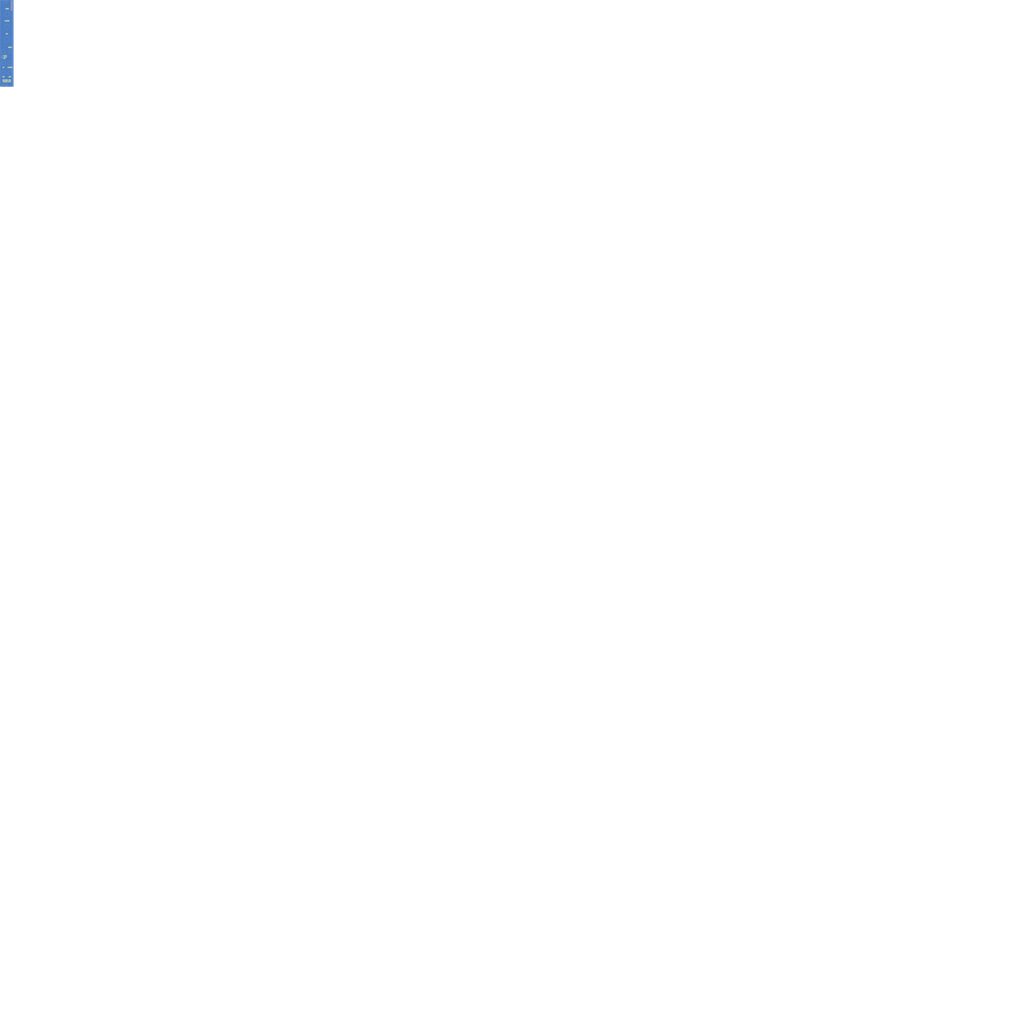
<source format=kicad_pcb>
(kicad_pcb (version 20221018) (generator pcbnew)
  (layers (0 "F.Cu" signal) (31 "B.Cu" signal) (34 "B.Paste" user) (35 "F.Paste" user) (36 "B.SilkS" user "B.Silkscreen") (37 "F.SilkS" user "F.Silkscreen") (38 "B.Mask" user) (39 "F.Mask" user) (44 "Edge.Cuts" user))
  (net 0 "")
  (footprint "LOGO" (layer "F.Cu") (at 11.315515 66.515991)
    (fp_text reference "G***" hide)
    (fp_text value "LOGO" hide)
  )
  (footprint "LOGO" (layer "F.Cu") (at 11.315515 66.515991)
    (fp_text reference "G***" hide)
    (fp_text value "LOGO" hide)
    (fp_poly (pts (xy 6.477 54.567667) (xy 6.074834 54.567667) (xy 6.074834 54.1655) (xy 6.477 54.1655) (xy 6.477 54.567667)) (stroke (width 0.01)) (fill solid) (layer "F.Cu"))
    (fp_poly (pts (xy 6.270625 55.101331) (xy 6.466417 55.107417) (xy 6.472503 55.303208) (xy 6.478589 55.499) (xy 6.074834 55.499) (xy 6.074834 55.095245) (xy 6.270625 55.101331)) (stroke (width 0.01)) (fill solid) (layer "F.Cu"))
    (fp_poly (pts (xy -9.948939 42.581358) (xy -9.948333 42.586084) (xy -9.963719 42.614751) (xy -9.9695 42.619083) (xy -9.987621 42.614285) (xy -9.990666 42.599166) (xy -9.979615 42.570205) (xy -9.9695 42.566167) (xy -9.948939 42.581358)) (stroke (width 0.01)) (fill solid) (layer "F.Cu"))
    (fp_poly (pts (xy -5.969 54.1655) (xy -5.503333 54.1655) (xy -5.503333 53.2765) (xy -5.101166 53.2765) (xy -5.101166 55.499) (xy -5.503333 55.499) (xy -5.503333 54.567667) (xy -5.969 54.567667) (xy -5.969 55.499) (xy -6.371544 55.499) (xy -6.366064 54.393042) (xy -6.360583 53.287083) (xy -6.164791 53.280997) (xy -5.969 53.274911) (xy -5.969 54.1655)) (stroke (width 0.01)) (fill solid) (layer "F.Cu"))
    (fp_poly (pts (xy 10.011633 -43.619208) (xy 10.011366 -43.509702) (xy 10.010495 -43.416984) (xy 10.009141 -43.348431) (xy 10.007425 -43.311422) (xy 10.006542 -43.307022) (xy 9.994263 -43.32386) (xy 9.967841 -43.367491) (xy 9.940601 -43.415025) (xy 9.894153 -43.536699) (xy 9.889908 -43.660704) (xy 9.927844 -43.786366) (xy 9.954787 -43.83688) (xy 10.011433 -43.931417) (xy 10.011633 -43.619208)) (stroke (width 0.01)) (fill solid) (layer "F.Cu"))
    (fp_poly (pts (xy -9.963838 -43.925226) (xy -9.932476 -43.883203) (xy -9.897315 -43.828383) (xy -9.866087 -43.773215) (xy -9.846521 -43.73015) (xy -9.843527 -43.71629) (xy -9.853491 -43.67903) (xy -9.878739 -43.617614) (xy -9.913956 -43.544875) (xy -9.916583 -43.539833) (xy -9.988612 -43.40225) (xy -9.989639 -43.672125) (xy -9.989511 -43.773427) (xy -9.988424 -43.857387) (xy -9.986556 -43.916068) (xy -9.984081 -43.941535) (xy -9.983671 -43.942) (xy -9.963838 -43.925226)) (stroke (width 0.01)) (fill solid) (layer "F.Cu"))
    (fp_poly (pts (xy 10.006899 20.539171) (xy 10.008348 20.729742) (xy 10.009106 20.945896) (xy 10.009174 21.171447) (xy 10.008551 21.390212) (xy 10.007237 21.586002) (xy 10.006899 21.620258) (xy 10.00125 22.158516) (xy 9.583627 21.53789) (xy 9.166003 20.917265) (xy 9.390571 20.676841) (xy 9.490238 20.569135) (xy 9.600166 20.448707) (xy 9.707661 20.329555) (xy 9.800028 20.225675) (xy 9.808195 20.216379) (xy 10.00125 19.996342) (xy 10.006899 20.539171)) (stroke (width 0.01)) (fill solid) (layer "F.Cu"))
    (fp_poly (pts (xy -0.957604 -14.186958) (xy -0.963083 -13.070417) (xy -1.144002 -13.064364) (xy -1.227825 -13.063247) (xy -1.294858 -13.065507) (xy -1.334338 -13.070656) (xy -1.339794 -13.073183) (xy -1.342646 -13.096609) (xy -1.345318 -13.15838) (xy -1.347758 -13.25451) (xy -1.349913 -13.381009) (xy -1.351729 -13.533891) (xy -1.353155 -13.709167) (xy -1.354137 -13.902851) (xy -1.354623 -14.110955) (xy -1.354666 -14.195778) (xy -1.354666 -15.3035) (xy -0.952126 -15.3035) (xy -0.957604 -14.186958)) (stroke (width 0.01)) (fill solid) (layer "F.Cu"))
    (fp_poly (pts (xy 10.002598 -22.579958) (xy 10.006567 -22.555546) (xy 10.008634 -22.498374) (xy 10.008599 -22.417981) (xy 10.007313 -22.356374) (xy 10.00125 -22.143567) (xy 9.83788 -22.258504) (xy 9.741735 -22.329136) (xy 9.679807 -22.382995) (xy 9.64937 -22.423979) (xy 9.647699 -22.455985) (xy 9.672066 -22.482912) (xy 9.6781 -22.486946) (xy 9.720998 -22.507567) (xy 9.784528 -22.530759) (xy 9.856579 -22.553051) (xy 9.92504 -22.57097) (xy 9.977797 -22.581045) (xy 10.002598 -22.579958)) (stroke (width 0.01)) (fill solid) (layer "F.Cu"))
    (fp_poly (pts (xy -9.661731 -16.586106) (xy -9.5507 -16.547419) (xy -9.454 -16.512753) (xy -9.378629 -16.484692) (xy -9.331582 -16.465822) (xy -9.319318 -16.459541) (xy -9.323432 -16.438678) (xy -9.346628 -16.415904) (xy -9.37886 -16.394351) (xy -9.439091 -16.355981) (xy -9.519089 -16.305871) (xy -9.610621 -16.249099) (xy -9.705455 -16.190743) (xy -9.795358 -16.135881) (xy -9.872099 -16.089589) (xy -9.927444 -16.056947) (xy -9.941567 -16.048949) (xy -9.990666 -16.021815) (xy -9.990666 -16.699193) (xy -9.661731 -16.586106)) (stroke (width 0.01)) (fill solid) (layer "F.Cu"))
    (fp_poly (pts (xy 5.806843 53.883193) (xy 5.810792 54.075019) (xy 5.814309 54.285315) (xy 5.817228 54.500917) (xy 5.819384 54.708661) (xy 5.820612 54.895382) (xy 5.820834 54.994443) (xy 5.820834 55.499) (xy 5.3975 55.499) (xy 5.39761 54.594125) (xy 5.397958 54.393242) (xy 5.398908 54.197853) (xy 5.400387 54.013712) (xy 5.402325 53.846574) (xy 5.404649 53.702193) (xy 5.407289 53.586323) (xy 5.410174 53.504719) (xy 5.411385 53.482875) (xy 5.425052 53.2765) (xy 5.792852 53.2765) (xy 5.806843 53.883193)) (stroke (width 0.01)) (fill solid) (layer "F.Cu"))
    (fp_poly (pts (xy -9.946017 -22.578498) (xy -9.890922 -22.561974) (xy -9.827635 -22.541297) (xy -9.727881 -22.500154) (xy -9.664056 -22.457006) (xy -9.638658 -22.413854) (xy -9.641457 -22.392103) (xy -9.661959 -22.369349) (xy -9.707476 -22.330277) (xy -9.768474 -22.282036) (xy -9.835418 -22.231775) (xy -9.898776 -22.186644) (xy -9.949012 -22.153791) (xy -9.976594 -22.140367) (xy -9.977203 -22.140333) (xy -9.98273 -22.160041) (xy -9.987157 -22.213334) (xy -9.989955 -22.291468) (xy -9.990666 -22.362583) (xy -9.989154 -22.453817) (xy -9.985064 -22.526902) (xy -9.979068 -22.573093) (xy -9.97361 -22.584833) (xy -9.946017 -22.578498)) (stroke (width 0.01)) (fill solid) (layer "F.Cu"))
    (fp_poly (pts (xy 10.008159 -16.690817) (xy 10.00913 -16.633413) (xy 10.00916 -16.548145) (xy 10.008231 -16.442244) (xy 10.00708 -16.364349) (xy 10.00125 -16.02222) (xy 9.763944 -16.165568) (xy 9.615284 -16.256742) (xy 9.501223 -16.329985) (xy 9.419005 -16.387294) (xy 9.36588 -16.430664) (xy 9.339093 -16.46209) (xy 9.3345 -16.476861) (xy 9.350882 -16.49514) (xy 9.401411 -16.520621) (xy 9.488167 -16.55416) (xy 9.613226 -16.596613) (xy 9.667057 -16.613935) (xy 9.778296 -16.648835) (xy 9.874545 -16.678074) (xy 9.948991 -16.699659) (xy 9.994823 -16.7116) (xy 10.006262 -16.713127) (xy 10.008159 -16.690817)) (stroke (width 0.01)) (fill solid) (layer "F.Cu"))
    (fp_poly (pts (xy 10.011834 -63.5635) (xy 10.011597 -63.399002) (xy 10.010925 -63.24892) (xy 10.009878 -63.118265) (xy 10.008512 -63.012045) (xy 10.006887 -62.935271) (xy 10.005061 -62.892952) (xy 10.003947 -62.886167) (xy 9.993524 -62.904658) (xy 9.967508 -62.957182) (xy 9.927999 -63.039314) (xy 9.877098 -63.146628) (xy 9.816909 -63.274701) (xy 9.749531 -63.419107) (xy 9.694817 -63.537042) (xy 9.623033 -63.69224) (xy 9.556748 -63.835741) (xy 9.498106 -63.962887) (xy 9.449254 -64.069017) (xy 9.412336 -64.149472) (xy 9.389497 -64.199595) (xy 9.382939 -64.214375) (xy 9.388131 -64.224959) (xy 9.416694 -64.232493) (xy 9.473344 -64.237381) (xy 9.562797 -64.240026) (xy 9.68977 -64.240833) (xy 10.011834 -64.240833) (xy 10.011834 -63.5635)) (stroke (width 0.01)) (fill solid) (layer "F.Cu"))
    (fp_poly (pts (xy -9.562674 -64.240159) (xy -9.468906 -64.2383) (xy -9.399178 -64.235505) (xy -9.360807 -64.23202) (xy -9.355666 -64.230097) (xy -9.364172 -64.209269) (xy -9.388054 -64.155378) (xy -9.424858 -64.073756) (xy -9.47213 -63.969736) (xy -9.527417 -63.848651) (xy -9.588264 -63.715832) (xy -9.652217 -63.576612) (xy -9.716824 -63.436324) (xy -9.779629 -63.3003) (xy -9.838179 -63.173873) (xy -9.890021 -63.062374) (xy -9.932699 -62.971136) (xy -9.963762 -62.905493) (xy -9.980753 -62.870775) (xy -9.983041 -62.866764) (xy -9.984872 -62.88493) (xy -9.986545 -62.940555) (xy -9.988006 -63.028765) (xy -9.9892 -63.144686) (xy -9.990073 -63.283444) (xy -9.990571 -63.440164) (xy -9.990666 -63.549389) (xy -9.990666 -64.240833) (xy -9.673166 -64.240833) (xy -9.562674 -64.240159)) (stroke (width 0.01)) (fill solid) (layer "F.Cu"))
    (fp_poly (pts (xy -9.646708 29.827232) (xy -9.36615 29.873568) (xy -9.066635 29.916853) (xy -8.762465 29.955303) (xy -8.46794 29.987136) (xy -8.197362 30.010568) (xy -8.149166 30.013969) (xy -7.955152 30.028825) (xy -7.801163 30.044635) (xy -7.684893 30.061812) (xy -7.60404 30.080771) (xy -7.556296 30.101926) (xy -7.539661 30.12354) (xy -7.549798 30.154023) (xy -7.582524 30.207044) (xy -7.632018 30.273762) (xy -7.665084 30.31404) (xy -7.715892 30.370941) (xy -7.793556 30.454091) (xy -7.894713 30.560092) (xy -8.016001 30.685547) (xy -8.154057 30.827057) (xy -8.305518 30.981225) (xy -8.467022 31.144653) (xy -8.635206 31.313943) (xy -8.806709 31.485696) (xy -8.978166 31.656516) (xy -9.146216 31.823003) (xy -9.307496 31.981761) (xy -9.458644 32.129391) (xy -9.530291 32.198864) (xy -9.990666 32.644013) (xy -9.990666 29.766184) (xy -9.646708 29.827232)) (stroke (width 0.01)) (fill solid) (layer "F.Cu"))
    (fp_poly (pts (xy 10.002336 36.199614) (xy 10.004748 36.222572) (xy 10.006571 36.282461) (xy 10.007766 36.373882) (xy 10.008293 36.491436) (xy 10.008112 36.629724) (xy 10.007184 36.783348) (xy 10.006872 36.819122) (xy 10.00125 37.428473) (xy 9.464274 36.996945) (xy 9.30061 36.865436) (xy 9.166982 36.757967) (xy 9.060474 36.672) (xy 8.97817 36.604999) (xy 8.917157 36.554426) (xy 8.874516 36.517745) (xy 8.847334 36.492418) (xy 8.832695 36.475907) (xy 8.827683 36.465677) (xy 8.829383 36.45919) (xy 8.834879 36.453909) (xy 8.837518 36.451536) (xy 8.862643 36.442161) (xy 8.922188 36.426015) (xy 9.009694 36.404494) (xy 9.118703 36.378995) (xy 9.242755 36.350917) (xy 9.37539 36.321654) (xy 9.51015 36.292606) (xy 9.640576 36.265167) (xy 9.760208 36.240736) (xy 9.862587 36.22071) (xy 9.941255 36.206485) (xy 9.989752 36.199458) (xy 10.002336 36.199614)) (stroke (width 0.01)) (fill solid) (layer "F.Cu"))
    (fp_poly (pts (xy 10.006872 -28.755892) (xy 10.008122 -28.734249) (xy 10.008894 -28.675619) (xy 10.009188 -28.585347) (xy 10.009002 -28.468778) (xy 10.008338 -28.331254) (xy 10.007194 -28.17812) (xy 10.006872 -28.14211) (xy 10.00125 -27.533491) (xy 9.779 -27.708508) (xy 9.647499 -27.812767) (xy 9.512777 -27.920851) (xy 9.378792 -28.029464) (xy 9.249503 -28.135309) (xy 9.128871 -28.23509) (xy 9.020854 -28.32551) (xy 8.92941 -28.403272) (xy 8.8585 -28.465079) (xy 8.812082 -28.507635) (xy 8.794116 -28.527643) (xy 8.794178 -28.528567) (xy 8.816625 -28.534867) (xy 8.874153 -28.547397) (xy 8.960415 -28.564967) (xy 9.069062 -28.586385) (xy 9.193745 -28.610463) (xy 9.328114 -28.63601) (xy 9.465822 -28.661836) (xy 9.600519 -28.68675) (xy 9.725856 -28.709564) (xy 9.835484 -28.729086) (xy 9.923056 -28.744127) (xy 9.98222 -28.753496) (xy 10.00663 -28.756003) (xy 10.006872 -28.755892)) (stroke (width 0.01)) (fill solid) (layer "F.Cu"))
    (fp_poly (pts (xy -9.94495 54.195808) (xy -9.889101 54.220969) (xy -9.810134 54.258751) (xy -9.714704 54.305757) (xy -9.609465 54.35859) (xy -9.501071 54.413852) (xy -9.396176 54.468148) (xy -9.301435 54.518078) (xy -9.223501 54.560246) (xy -9.16903 54.591254) (xy -9.144674 54.607707) (xy -9.144 54.608903) (xy -9.160502 54.636147) (xy -9.207387 54.68478) (xy -9.280719 54.751403) (xy -9.376564 54.832615) (xy -9.490986 54.925018) (xy -9.620051 55.025212) (xy -9.667127 55.060869) (xy -9.764623 55.133796) (xy -9.850229 55.196962) (xy -9.918328 55.246295) (xy -9.963307 55.277723) (xy -9.979336 55.287333) (xy -9.982375 55.267093) (xy -9.985107 55.210077) (xy -9.987416 55.121844) (xy -9.989188 55.00795) (xy -9.990309 54.873953) (xy -9.990666 54.737) (xy -9.989936 54.57508) (xy -9.987847 54.43576) (xy -9.984549 54.323271) (xy -9.980194 54.241847) (xy -9.974932 54.195719) (xy -9.971028 54.186667) (xy -9.94495 54.195808)) (stroke (width 0.01)) (fill solid) (layer "F.Cu"))
    (fp_poly (pts (xy 10.002582 54.206915) (xy 10.005597 54.263992) (xy 10.008153 54.352393) (xy 10.010127 54.466611) (xy 10.011395 54.601144) (xy 10.011834 54.747583) (xy 10.011261 54.89659) (xy 10.009646 55.030588) (xy 10.007146 55.144093) (xy 10.003915 55.231622) (xy 10.00011 55.287694) (xy 9.995959 55.306837) (xy 9.974568 55.294579) (xy 9.924339 55.261406) (xy 9.85081 55.211111) (xy 9.759517 55.147486) (xy 9.655998 55.074323) (xy 9.644083 55.065843) (xy 9.533042 54.986162) (xy 9.427859 54.909611) (xy 9.335778 54.841541) (xy 9.264039 54.787306) (xy 9.22075 54.752986) (xy 9.133417 54.679461) (xy 9.20182 54.615434) (xy 9.234941 54.591751) (xy 9.296979 54.553773) (xy 9.38092 54.505274) (xy 9.479748 54.450025) (xy 9.586449 54.391798) (xy 9.694008 54.334364) (xy 9.79541 54.281497) (xy 9.88364 54.236966) (xy 9.951684 54.204546) (xy 9.992526 54.188007) (xy 9.999232 54.186667) (xy 10.002582 54.206915)) (stroke (width 0.01)) (fill solid) (layer "F.Cu"))
    (fp_poly (pts (xy 3.233361 -64.237052) (xy 3.447695 -64.236506) (xy 3.657952 -64.235711) (xy 4.909622 -64.23025) (xy 4.60031 -63.828083) (xy 4.424833 -63.601026) (xy 4.263506 -63.394494) (xy 4.118032 -63.210594) (xy 3.990109 -63.051433) (xy 3.88144 -62.919119) (xy 3.793724 -62.815759) (xy 3.728661 -62.743459) (xy 3.707746 -62.722125) (xy 3.635206 -62.65996) (xy 3.577934 -62.634358) (xy 3.529499 -62.645532) (xy 3.483473 -62.693695) (xy 3.460169 -62.730318) (xy 3.406182 -62.816826) (xy 3.326994 -62.935069) (xy 3.222419 -63.085312) (xy 3.092269 -63.267817) (xy 2.936357 -63.482847) (xy 2.754498 -63.730665) (xy 2.629997 -63.899052) (xy 2.555588 -64.000443) (xy 2.491413 -64.089815) (xy 2.441199 -64.161814) (xy 2.408675 -64.211087) (xy 2.397568 -64.232282) (xy 2.397707 -64.232596) (xy 2.419838 -64.234055) (xy 2.480584 -64.235254) (xy 2.576224 -64.236186) (xy 2.703041 -64.236841) (xy 2.857315 -64.23721) (xy 3.035328 -64.237283) (xy 3.233361 -64.237052)) (stroke (width 0.01)) (fill solid) (layer "F.Cu"))
    (fp_poly (pts (xy -9.953625 -28.757737) (xy -9.916556 -28.748998) (xy -9.850134 -28.734983) (xy -9.76661 -28.718248) (xy -9.736666 -28.712427) (xy -9.535929 -28.672092) (xy -9.356067 -28.632713) (xy -9.200517 -28.595228) (xy -9.072716 -28.560574) (xy -8.9761 -28.529689) (xy -8.914106 -28.503511) (xy -8.89017 -28.482976) (xy -8.89 -28.481432) (xy -8.906381 -28.45145) (xy -8.953442 -28.398683) (xy -9.02806 -28.325833) (xy -9.127112 -28.235598) (xy -9.247473 -28.130678) (xy -9.38602 -28.013774) (xy -9.53963 -27.887584) (xy -9.705179 -27.75481) (xy -9.879545 -27.61815) (xy -9.964208 -27.552921) (xy -9.972069 -27.554818) (xy -9.9783 -27.576321) (xy -9.983061 -27.62108) (xy -9.986515 -27.692745) (xy -9.988824 -27.794967) (xy -9.990148 -27.931395) (xy -9.99065 -28.10568) (xy -9.990666 -28.150501) (xy -9.990529 -28.328481) (xy -9.989937 -28.468531) (xy -9.988622 -28.575056) (xy -9.986315 -28.652457) (xy -9.982748 -28.705141) (xy -9.977653 -28.737508) (xy -9.97076 -28.753964) (xy -9.961801 -28.758912) (xy -9.953625 -28.757737)) (stroke (width 0.01)) (fill solid) (layer "F.Cu"))
    (fp_poly (pts (xy -9.921875 -34.939911) (xy -9.876906 -34.932212) (xy -9.799589 -34.918989) (xy -9.699307 -34.901844) (xy -9.585441 -34.882382) (xy -9.535583 -34.873862) (xy -9.411268 -34.853872) (xy -9.258108 -34.83118) (xy -9.089344 -34.807637) (xy -8.918219 -34.785091) (xy -8.763 -34.765982) (xy -8.526746 -34.736924) (xy -8.326058 -34.709664) (xy -8.162324 -34.68443) (xy -8.03693 -34.661448) (xy -7.951262 -34.640948) (xy -7.911961 -34.626327) (xy -7.886228 -34.604366) (xy -7.891749 -34.572216) (xy -7.898403 -34.558986) (xy -7.918444 -34.534268) (xy -7.9654 -34.482959) (xy -8.036107 -34.408255) (xy -8.1274 -34.313352) (xy -8.236113 -34.201445) (xy -8.359081 -34.075731) (xy -8.49314 -33.939405) (xy -8.635124 -33.795663) (xy -8.781869 -33.647701) (xy -8.930208 -33.498714) (xy -9.076977 -33.351899) (xy -9.219011 -33.210452) (xy -9.353145 -33.077568) (xy -9.476214 -32.956442) (xy -9.585052 -32.850272) (xy -9.676495 -32.762252) (xy -9.699625 -32.740277) (xy -9.990666 -32.464821) (xy -9.990666 -34.951706) (xy -9.921875 -34.939911)) (stroke (width 0.01)) (fill solid) (layer "F.Cu"))
    (fp_poly (pts (xy -9.878781 20.118316) (xy -9.828996 20.174019) (xy -9.756795 20.253052) (xy -9.668953 20.348084) (xy -9.572246 20.451787) (xy -9.473449 20.55683) (xy -9.472083 20.558276) (xy -9.382121 20.654026) (xy -9.302505 20.739825) (xy -9.237705 20.810772) (xy -9.192189 20.861963) (xy -9.170423 20.888497) (xy -9.169263 20.890545) (xy -9.177086 20.915138) (xy -9.203277 20.967337) (xy -9.243516 21.039009) (xy -9.284057 21.106752) (xy -9.329885 21.180442) (xy -9.38953 21.274952) (xy -9.459475 21.384844) (xy -9.536205 21.504682) (xy -9.616202 21.629026) (xy -9.69595 21.752441) (xy -9.771932 21.869489) (xy -9.840633 21.974733) (xy -9.898534 22.062735) (xy -9.94212 22.128057) (xy -9.967875 22.165264) (xy -9.972368 22.171025) (xy -9.975981 22.154559) (xy -9.979305 22.099307) (xy -9.98228 22.008815) (xy -9.98485 21.88663) (xy -9.986957 21.736299) (xy -9.988543 21.561369) (xy -9.989551 21.365384) (xy -9.989922 21.151894) (xy -9.989906 21.091525) (xy -9.989145 19.991917) (xy -9.878781 20.118316)) (stroke (width 0.01)) (fill solid) (layer "F.Cu"))
    (fp_poly (pts (xy -9.547038 8.86503) (xy -9.426951 9.042857) (xy -9.296643 9.234523) (xy -9.16226 9.431074) (xy -9.029945 9.623559) (xy -8.905845 9.803027) (xy -8.796103 9.960524) (xy -8.750166 10.025926) (xy -8.602848 10.23618) (xy -8.467024 10.432461) (xy -8.344617 10.611871) (xy -8.237551 10.771511) (xy -8.147749 10.908485) (xy -8.077136 11.019893) (xy -8.027635 11.102839) (xy -8.001395 11.15388) (xy -7.988614 11.193368) (xy -7.9886 11.23159) (xy -8.003449 11.281922) (xy -8.032295 11.350999) (xy -8.075975 11.445746) (xy -8.138452 11.574242) (xy -8.217989 11.733213) (xy -8.312852 11.919386) (xy -8.421305 12.129486) (xy -8.541614 12.360242) (xy -8.672044 12.60838) (xy -8.81086 12.870625) (xy -8.956326 13.143706) (xy -9.106707 13.424348) (xy -9.26027 13.709279) (xy -9.415278 13.995225) (xy -9.569997 14.278912) (xy -9.722691 14.557067) (xy -9.871627 14.826418) (xy -9.930942 14.933083) (xy -9.9899 15.038917) (xy -9.990283 11.622136) (xy -9.990666 8.205356) (xy -9.547038 8.86503)) (stroke (width 0.01)) (fill solid) (layer "F.Cu"))
    (fp_poly (pts (xy -9.900708 -11.283762) (xy -9.8325 -11.253351) (xy -9.732022 -11.207314) (xy -9.605133 -11.14842) (xy -9.457692 -11.079442) (xy -9.295554 -11.003149) (xy -9.12458 -10.922312) (xy -8.950625 -10.839701) (xy -8.779549 -10.758088) (xy -8.61721 -10.680243) (xy -8.469464 -10.608936) (xy -8.34217 -10.546938) (xy -8.323791 -10.53792) (xy -8.188935 -10.470387) (xy -8.07455 -10.410558) (xy -7.984854 -10.360794) (xy -7.924068 -10.32346) (xy -7.896411 -10.30092) (xy -7.895166 -10.297817) (xy -7.900079 -10.283029) (xy -7.916526 -10.262268) (xy -7.947067 -10.233671) (xy -7.994266 -10.195375) (xy -8.060682 -10.145517) (xy -8.148879 -10.082237) (xy -8.261416 -10.00367) (xy -8.400857 -9.907954) (xy -8.569763 -9.793227) (xy -8.770694 -9.657627) (xy -8.837083 -9.612947) (xy -9.001519 -9.502163) (xy -9.164337 -9.392148) (xy -9.319998 -9.286669) (xy -9.462958 -9.189492) (xy -9.587677 -9.104386) (xy -9.688613 -9.035117) (xy -9.760225 -8.985453) (xy -9.763125 -8.98342) (xy -9.990666 -8.823753) (xy -9.990666 -11.322662) (xy -9.900708 -11.283762)) (stroke (width 0.01)) (fill solid) (layer "F.Cu"))
    (fp_poly (pts (xy 4.266979 63.244835) (xy 4.293247 63.25857) (xy 4.322377 63.287269) (xy 4.371598 63.344855) (xy 4.436587 63.425636) (xy 4.513017 63.523918) (xy 4.596563 63.634006) (xy 4.6829 63.750209) (xy 4.767702 63.866831) (xy 4.846644 63.978179) (xy 4.909437 64.069672) (xy 5.038759 64.262) (xy 3.868754 64.261529) (xy 3.61683 64.261408) (xy 3.404101 64.261184) (xy 3.227427 64.260738) (xy 3.083671 64.259951) (xy 2.969694 64.258705) (xy 2.882357 64.25688) (xy 2.818523 64.254359) (xy 2.775051 64.25102) (xy 2.748803 64.246747) (xy 2.736642 64.241419) (xy 2.735428 64.234919) (xy 2.742023 64.227127) (xy 2.751667 64.219206) (xy 2.81737 64.169177) (xy 2.911355 64.100242) (xy 3.026813 64.017176) (xy 3.156935 63.924752) (xy 3.29491 63.827743) (xy 3.43393 63.730923) (xy 3.567185 63.639065) (xy 3.687865 63.556943) (xy 3.789162 63.48933) (xy 3.839568 63.456583) (xy 3.9685 63.375016) (xy 4.06751 63.314946) (xy 4.141732 63.274133) (xy 4.196296 63.250336) (xy 4.236334 63.241317) (xy 4.266979 63.244835)) (stroke (width 0.01)) (fill solid) (layer "F.Cu"))
    (fp_poly (pts (xy 10.006732 -54.202319) (xy 10.007792 -53.938416) (xy 10.00852 -53.644091) (xy 10.008915 -53.330752) (xy 10.008978 -53.009803) (xy 10.008708 -52.692649) (xy 10.008107 -52.390696) (xy 10.007173 -52.11535) (xy 10.006732 -52.020363) (xy 10.00125 -50.933558) (xy 9.82413 -51.263654) (xy 9.746715 -51.408131) (xy 9.660759 -51.568896) (xy 9.568357 -51.742002) (xy 9.471608 -51.923499) (xy 9.372605 -52.109439) (xy 9.273447 -52.295872) (xy 9.176229 -52.47885) (xy 9.083047 -52.654424) (xy 8.995998 -52.818644) (xy 8.917178 -52.967563) (xy 8.848684 -53.09723) (xy 8.792611 -53.203698) (xy 8.751056 -53.283017) (xy 8.726115 -53.331238) (xy 8.720075 -53.343429) (xy 8.715693 -53.358951) (xy 8.717104 -53.378955) (xy 8.72639 -53.406949) (xy 8.745635 -53.44644) (xy 8.776921 -53.500936) (xy 8.822331 -53.573945) (xy 8.883949 -53.668973) (xy 8.963856 -53.789529) (xy 9.064137 -53.93912) (xy 9.145863 -54.060456) (xy 9.257089 -54.224963) (xy 9.369994 -54.391147) (xy 9.480228 -54.552659) (xy 9.583437 -54.703147) (xy 9.675268 -54.836263) (xy 9.751369 -54.945656) (xy 9.798085 -55.011944) (xy 10.00125 -55.297472) (xy 10.006732 -54.202319)) (stroke (width 0.01)) (fill solid) (layer "F.Cu"))
    (fp_poly (pts (xy 10.011834 62.056519) (xy 9.191155 62.565407) (xy 9.021923 62.670164) (xy 8.863108 62.768125) (xy 8.718453 62.857007) (xy 8.591702 62.934525) (xy 8.486597 62.998395) (xy 8.406881 63.046334) (xy 8.3563 63.076057) (xy 8.339196 63.085233) (xy 8.319043 63.075967) (xy 8.283 63.038088) (xy 8.229663 62.969776) (xy 8.157627 62.869206) (xy 8.065486 62.734558) (xy 8.043334 62.701607) (xy 7.85355 62.423121) (xy 7.676502 62.172528) (xy 7.513751 61.951915) (xy 7.366856 61.763369) (xy 7.237381 61.608977) (xy 7.17386 61.539058) (xy 7.092186 61.449053) (xy 7.039777 61.382933) (xy 7.013876 61.336891) (xy 7.010232 61.312947) (xy 7.032349 61.275522) (xy 7.08816 61.221843) (xy 7.173939 61.155459) (xy 7.18048 61.150777) (xy 7.291568 61.0748) (xy 7.434975 60.981764) (xy 7.6057 60.874602) (xy 7.798745 60.756244) (xy 8.009112 60.629621) (xy 8.231801 60.497666) (xy 8.461813 60.363308) (xy 8.694151 60.22948) (xy 8.923814 60.099113) (xy 9.145805 59.975138) (xy 9.355124 59.860487) (xy 9.546773 59.75809) (xy 9.625542 59.716985) (xy 10.011834 59.517154) (xy 10.011834 62.056519)) (stroke (width 0.01)) (fill solid) (layer "F.Cu"))
    (fp_poly (pts (xy -9.953625 36.181934) (xy -9.92305 36.189447) (xy -9.857422 36.204565) (xy -9.763049 36.225871) (xy -9.646238 36.251946) (xy -9.513296 36.281371) (xy -9.430752 36.29953) (xy -9.291717 36.331003) (xy -9.165659 36.361349) (xy -9.058781 36.388928) (xy -8.977288 36.4121) (xy -8.927383 36.429225) (xy -8.915285 36.43581) (xy -8.896319 36.469955) (xy -8.903992 36.512489) (xy -8.940768 36.567951) (xy -9.009113 36.640881) (xy -9.045396 36.675544) (xy -9.09304 36.717968) (xy -9.163289 36.777709) (xy -9.251004 36.85065) (xy -9.351046 36.932673) (xy -9.458276 37.019664) (xy -9.567555 37.107503) (xy -9.673742 37.192075) (xy -9.771701 37.269262) (xy -9.85629 37.334947) (xy -9.922371 37.385014) (xy -9.964805 37.415346) (xy -9.97803 37.422667) (xy -9.981217 37.402369) (xy -9.98411 37.344949) (xy -9.986602 37.25562) (xy -9.988589 37.139592) (xy -9.989964 37.002077) (xy -9.990624 36.848286) (xy -9.990666 36.796823) (xy -9.990532 36.617577) (xy -9.989951 36.47629) (xy -9.988662 36.368587) (xy -9.9864 36.290094) (xy -9.982901 36.236437) (xy -9.977904 36.203242) (xy -9.971143 36.186133) (xy -9.962356 36.180738) (xy -9.953625 36.181934)) (stroke (width 0.01)) (fill solid) (layer "F.Cu"))
    (fp_poly (pts (xy 10.004567 -34.939322) (xy 10.005862 -34.917361) (xy 10.006904 -34.856819) (xy 10.007686 -34.761445) (xy 10.008201 -34.63499) (xy 10.008443 -34.481206) (xy 10.008406 -34.303842) (xy 10.008083 -34.106651) (xy 10.007467 -33.893381) (xy 10.006714 -33.703407) (xy 10.00125 -32.475101) (xy 9.439251 -33.028009) (xy 9.258241 -33.206777) (xy 9.078739 -33.385355) (xy 8.903255 -33.561156) (xy 8.7343 -33.731593) (xy 8.574383 -33.894078) (xy 8.426014 -34.046027) (xy 8.291703 -34.18485) (xy 8.17396 -34.307963) (xy 8.075296 -34.412777) (xy 7.99822 -34.496706) (xy 7.945242 -34.557164) (xy 7.918871 -34.591563) (xy 7.916334 -34.597556) (xy 7.919132 -34.612918) (xy 7.931612 -34.625564) (xy 7.959904 -34.637289) (xy 8.010135 -34.649886) (xy 8.088434 -34.665149) (xy 8.20093 -34.684873) (xy 8.233834 -34.690493) (xy 8.322325 -34.704965) (xy 8.437417 -34.722866) (xy 8.573919 -34.743467) (xy 8.726639 -34.766038) (xy 8.890383 -34.789849) (xy 9.059959 -34.814171) (xy 9.230176 -34.838274) (xy 9.39584 -34.861428) (xy 9.55176 -34.882905) (xy 9.692744 -34.901973) (xy 9.813598 -34.917904) (xy 9.909131 -34.929968) (xy 9.974151 -34.937435) (xy 10.003465 -34.939575) (xy 10.004567 -34.939322)) (stroke (width 0.01)) (fill solid) (layer "F.Cu"))
    (fp_poly (pts (xy 10.007535 29.812053) (xy 10.00818 29.872435) (xy 10.008628 29.968213) (xy 10.008878 30.095918) (xy 10.008931 30.25208) (xy 10.008787 30.43323) (xy 10.008445 30.635901) (xy 10.007905 30.856623) (xy 10.007168 31.091927) (xy 10.006692 31.222747) (xy 10.00125 32.649583) (xy 9.410855 32.0675) (xy 9.186302 31.845034) (xy 8.968959 31.627623) (xy 8.760751 31.417307) (xy 8.563604 31.216126) (xy 8.379444 31.026123) (xy 8.210197 30.849338) (xy 8.057787 30.687812) (xy 7.924143 30.543586) (xy 7.811188 30.418701) (xy 7.720849 30.315199) (xy 7.655052 30.235119) (xy 7.615722 30.180503) (xy 7.604784 30.153399) (xy 7.634029 30.121654) (xy 7.697221 30.090445) (xy 7.786041 30.062768) (xy 7.892175 30.041623) (xy 7.928449 30.036724) (xy 8.012744 30.027674) (xy 8.125833 30.016962) (xy 8.254273 30.005792) (xy 8.384621 29.995371) (xy 8.41375 29.993186) (xy 8.591427 29.977723) (xy 8.800289 29.955673) (xy 9.02993 29.928341) (xy 9.269944 29.89703) (xy 9.509925 29.863045) (xy 9.739465 29.827691) (xy 9.757792 29.824724) (xy 9.85368 29.809644) (xy 9.932755 29.798164) (xy 9.986588 29.791441) (xy 10.006692 29.790534) (xy 10.007535 29.812053)) (stroke (width 0.01)) (fill solid) (layer "F.Cu"))
    (fp_poly (pts (xy -9.957731 -55.297088) (xy -9.921565 -55.244231) (xy -9.866317 -55.162737) (xy -9.794201 -55.055894) (xy -9.707429 -54.926986) (xy -9.608213 -54.779299) (xy -9.498767 -54.616119) (xy -9.381303 -54.440732) (xy -9.314179 -54.340402) (xy -8.673821 -53.382886) (xy -8.912411 -52.932818) (xy -9.015912 -52.737711) (xy -9.122636 -52.536776) (xy -9.230732 -52.333478) (xy -9.338347 -52.131288) (xy -9.44363 -51.933673) (xy -9.544729 -51.7441) (xy -9.63979 -51.566038) (xy -9.726964 -51.402955) (xy -9.804398 -51.258319) (xy -9.870239 -51.135597) (xy -9.922636 -51.038258) (xy -9.959737 -50.969769) (xy -9.97969 -50.933599) (xy -9.982604 -50.928764) (xy -9.983705 -50.948245) (xy -9.984762 -51.007301) (xy -9.985765 -51.103172) (xy -9.986702 -51.233098) (xy -9.987566 -51.394321) (xy -9.988344 -51.584082) (xy -9.989027 -51.799621) (xy -9.989605 -52.03818) (xy -9.990068 -52.296998) (xy -9.990406 -52.573318) (xy -9.990609 -52.864379) (xy -9.990666 -53.129039) (xy -9.990497 -53.432763) (xy -9.990005 -53.723409) (xy -9.989212 -53.998279) (xy -9.988141 -54.254676) (xy -9.986812 -54.489901) (xy -9.98525 -54.701257) (xy -9.983476 -54.886047) (xy -9.981513 -55.041572) (xy -9.979382 -55.165134) (xy -9.977106 -55.254037) (xy -9.974707 -55.305583) (xy -9.972602 -55.318025) (xy -9.957731 -55.297088)) (stroke (width 0.01)) (fill solid) (layer "F.Cu"))
    (fp_poly (pts (xy 10.006668 9.924333) (xy 10.007536 10.248854) (xy 10.008191 10.606317) (xy 10.008635 10.987515) (xy 10.008866 11.383242) (xy 10.008885 11.784292) (xy 10.008691 12.181459) (xy 10.008285 12.565536) (xy 10.007667 12.927318) (xy 10.006836 13.257599) (xy 10.006668 13.311937) (xy 10.00125 15.003374) (xy 9.822787 14.682479) (xy 9.711853 14.481961) (xy 9.593351 14.265853) (xy 9.468928 14.037284) (xy 9.34023 13.799382) (xy 9.208904 13.555273) (xy 9.076596 13.308088) (xy 8.944953 13.060953) (xy 8.815621 12.816997) (xy 8.690248 12.579347) (xy 8.57048 12.351133) (xy 8.457962 12.135482) (xy 8.354343 11.935522) (xy 8.261268 11.754382) (xy 8.180384 11.595188) (xy 8.113337 11.461071) (xy 8.061775 11.355157) (xy 8.027343 11.280574) (xy 8.012569 11.243499) (xy 8.014974 11.202616) (xy 8.040315 11.135811) (xy 8.089304 11.04187) (xy 8.162654 10.919578) (xy 8.261077 10.767721) (xy 8.385284 10.585082) (xy 8.467768 10.466917) (xy 8.63735 10.225729) (xy 8.785329 10.014985) (xy 8.914551 9.830566) (xy 9.027858 9.668356) (xy 9.128097 9.524236) (xy 9.218113 9.39409) (xy 9.300749 9.273799) (xy 9.37885 9.159247) (xy 9.455262 9.046317) (xy 9.532829 8.93089) (xy 9.614396 8.808849) (xy 9.643318 8.765458) (xy 10.00125 8.228166) (xy 10.006668 9.924333)) (stroke (width 0.01)) (fill solid) (layer "F.Cu"))
    (fp_poly (pts (xy -8.617965 -42.774254) (xy -8.561067 -42.74929) (xy -8.474673 -42.702822) (xy -8.36138 -42.636226) (xy -8.256445 -42.571468) (xy -8.093552 -42.474214) (xy -7.897401 -42.366155) (xy -7.666177 -42.246342) (xy -7.398065 -42.113825) (xy -7.20721 -42.022352) (xy -7.100215 -41.969358) (xy -7.000045 -41.9157) (xy -6.916529 -41.866915) (xy -6.85949 -41.82854) (xy -6.850877 -41.821533) (xy -6.769751 -41.75125) (xy -6.879119 -41.583884) (xy -6.93762 -41.496639) (xy -7.018817 -41.378963) (xy -7.120146 -41.234396) (xy -7.239039 -41.066477) (xy -7.372931 -40.878743) (xy -7.519258 -40.674735) (xy -7.675452 -40.457992) (xy -7.838948 -40.232052) (xy -8.00718 -40.000454) (xy -8.177583 -39.766738) (xy -8.347591 -39.534442) (xy -8.514639 -39.307105) (xy -8.67616 -39.088267) (xy -8.829588 -38.881466) (xy -8.972359 -38.690242) (xy -9.097972 -38.523333) (xy -9.242846 -38.332482) (xy -9.364527 -38.173841) (xy -9.464687 -38.045359) (xy -9.544999 -37.944985) (xy -9.607134 -37.870667) (xy -9.652764 -37.820354) (xy -9.683562 -37.791995) (xy -9.700984 -37.783526) (xy -9.730615 -37.794165) (xy -9.785032 -37.821203) (xy -9.852893 -37.858972) (xy -9.858375 -37.862177) (xy -9.990666 -37.939801) (xy -9.990666 -40.828967) (xy -9.320368 -41.798108) (xy -9.195566 -41.978526) (xy -9.078056 -42.148352) (xy -8.970028 -42.304425) (xy -8.873674 -42.443581) (xy -8.791185 -42.562657) (xy -8.724752 -42.658489) (xy -8.676567 -42.727913) (xy -8.64882 -42.767767) (xy -8.642769 -42.776335) (xy -8.617965 -42.774254)) (stroke (width 0.01)) (fill solid) (layer "F.Cu"))
    (fp_poly (pts (xy 10.004704 -1.30571) (xy 10.005557 -1.244079) (xy 10.006297 -1.14507) (xy 10.006919 -1.011158) (xy 10.007422 -0.844821) (xy 10.007803 -0.648537) (xy 10.008059 -0.424781) (xy 10.008189 -0.176032) (xy 10.008188 0.095234) (xy 10.008055 0.38654) (xy 10.007788 0.695409) (xy 10.007383 1.019363) (xy 10.006838 1.355926) (xy 10.00662 1.472925) (xy 10.00125 4.265083) (xy 9.934636 4.116917) (xy 9.886212 4.011049) (xy 9.820796 3.870897) (xy 9.740158 3.700126) (xy 9.646064 3.502401) (xy 9.540281 3.281388) (xy 9.424577 3.040753) (xy 9.300719 2.784162) (xy 9.170475 2.515281) (xy 9.035612 2.237774) (xy 8.897897 1.955308) (xy 8.759098 1.671549) (xy 8.620981 1.390162) (xy 8.571762 1.290138) (xy 8.466494 1.076156) (xy 8.366772 0.873041) (xy 8.274172 0.684032) (xy 8.190272 0.512366) (xy 8.116648 0.361284) (xy 8.054879 0.234023) (xy 8.00654 0.133823) (xy 7.973211 0.063921) (xy 7.956467 0.027557) (xy 7.954796 0.023273) (xy 7.965981 0.007343) (xy 8.004076 -0.024896) (xy 8.070057 -0.074102) (xy 8.164902 -0.140932) (xy 8.289586 -0.226043) (xy 8.445086 -0.330094) (xy 8.632378 -0.453741) (xy 8.852437 -0.597643) (xy 9.106241 -0.762456) (xy 9.394766 -0.94884) (xy 9.469201 -0.996799) (xy 9.60227 -1.082058) (xy 9.723526 -1.158903) (xy 9.828513 -1.22458) (xy 9.912777 -1.27633) (xy 9.971861 -1.311399) (xy 10.00131 -1.327029) (xy 10.003738 -1.327484) (xy 10.004704 -1.30571)) (stroke (width 0.01)) (fill solid) (layer "F.Cu"))
    (fp_poly (pts (xy 10.005725 -11.303618) (xy 10.007 -11.24444) (xy 10.008173 -11.15034) (xy 10.009222 -11.025021) (xy 10.010125 -10.872189) (xy 10.01086 -10.695549) (xy 10.011404 -10.498806) (xy 10.011736 -10.285665) (xy 10.011834 -10.085917) (xy 10.01157 -9.861393) (xy 10.010812 -9.650029) (xy 10.009606 -9.455522) (xy 10.007999 -9.281571) (xy 10.00604 -9.131874) (xy 10.003776 -9.01013) (xy 10.001255 -8.920038) (xy 9.998523 -8.865296) (xy 9.995959 -8.849303) (xy 9.97294 -8.861769) (xy 9.924429 -8.893834) (xy 9.858879 -8.939802) (xy 9.821334 -8.966967) (xy 9.767449 -9.005177) (xy 9.683306 -9.063337) (xy 9.573944 -9.138029) (xy 9.444407 -9.225838) (xy 9.299734 -9.323346) (xy 9.144967 -9.427137) (xy 8.985148 -9.533794) (xy 8.974667 -9.54077) (xy 8.740558 -9.697004) (xy 8.540151 -9.831765) (xy 8.371515 -9.946435) (xy 8.232716 -10.042397) (xy 8.121823 -10.121031) (xy 8.036904 -10.183721) (xy 7.976026 -10.231847) (xy 7.937258 -10.266792) (xy 7.918668 -10.289937) (xy 7.916334 -10.297709) (xy 7.921163 -10.308353) (xy 7.937049 -10.32322) (xy 7.96609 -10.34335) (xy 8.010384 -10.369785) (xy 8.07203 -10.403567) (xy 8.153124 -10.445737) (xy 8.255766 -10.497336) (xy 8.382053 -10.559405) (xy 8.534083 -10.632985) (xy 8.713954 -10.719119) (xy 8.923765 -10.818846) (xy 9.165613 -10.933209) (xy 9.441596 -11.063249) (xy 9.753812 -11.210006) (xy 9.766247 -11.215846) (xy 9.855989 -11.257715) (xy 9.930712 -11.292059) (xy 9.982717 -11.315376) (xy 10.004305 -11.324163) (xy 10.004372 -11.324167) (xy 10.005725 -11.303618)) (stroke (width 0.01)) (fill solid) (layer "F.Cu"))
    (fp_poly (pts (xy 8.664569 -42.776335) (xy 8.677952 -42.75724) (xy 8.712205 -42.70732) (xy 8.764453 -42.630799) (xy 8.831818 -42.531897) (xy 8.911424 -42.414836) (xy 9.000395 -42.283837) (xy 9.05555 -42.202554) (xy 9.166649 -42.039263) (xy 9.286294 -41.864273) (xy 9.40809 -41.686876) (xy 9.525645 -41.516365) (xy 9.632565 -41.362033) (xy 9.722457 -41.233171) (xy 9.725361 -41.22903) (xy 10.012124 -40.820202) (xy 10.006687 -39.38366) (xy 10.00125 -37.947119) (xy 9.865122 -37.86481) (xy 9.795681 -37.824913) (xy 9.738191 -37.795669) (xy 9.703819 -37.782698) (xy 9.701588 -37.7825) (xy 9.680402 -37.798507) (xy 9.63836 -37.842957) (xy 9.580095 -37.910494) (xy 9.51024 -37.995764) (xy 9.440607 -38.084125) (xy 9.308419 -38.25619) (xy 9.165177 -38.445123) (xy 9.012742 -38.648312) (xy 8.852977 -38.863148) (xy 8.687741 -39.087019) (xy 8.518897 -39.317316) (xy 8.348307 -39.551429) (xy 8.177831 -39.786747) (xy 8.009331 -40.020659) (xy 7.844668 -40.250555) (xy 7.685705 -40.473826) (xy 7.534302 -40.68786) (xy 7.39232 -40.890047) (xy 7.261622 -41.077776) (xy 7.144069 -41.248439) (xy 7.041521 -41.399423) (xy 6.955842 -41.528119) (xy 6.888891 -41.631917) (xy 6.842531 -41.708206) (xy 6.818622 -41.754375) (xy 6.815667 -41.76517) (xy 6.824306 -41.790715) (xy 6.852506 -41.8207) (xy 6.903688 -41.857149) (xy 6.981274 -41.902085) (xy 7.088686 -41.957534) (xy 7.229346 -42.025519) (xy 7.355417 -42.084424) (xy 7.595568 -42.197723) (xy 7.803368 -42.300805) (xy 7.986346 -42.397656) (xy 8.152031 -42.49226) (xy 8.307917 -42.588581) (xy 8.424784 -42.661456) (xy 8.523329 -42.718659) (xy 8.599211 -42.757906) (xy 8.648089 -42.776909) (xy 8.664569 -42.776335)) (stroke (width 0.01)) (fill solid) (layer "F.Cu"))
    (fp_poly (pts (xy -9.949472 59.488933) (xy -9.888993 59.51932) (xy -9.799594 59.567372) (xy -9.684928 59.630969) (xy -9.548648 59.707989) (xy -9.394406 59.796314) (xy -9.225854 59.89382) (xy -9.046645 59.998389) (xy -8.860431 60.107898) (xy -8.670865 60.220228) (xy -8.4816 60.333258) (xy -8.296286 60.444866) (xy -8.118578 60.552932) (xy -7.979833 60.638195) (xy -7.740091 60.787242) (xy -7.535869 60.916215) (xy -7.365897 61.025987) (xy -7.228905 61.117426) (xy -7.123623 61.191404) (xy -7.048781 61.248791) (xy -7.00311 61.290458) (xy -6.985339 61.317275) (xy -6.985 61.320246) (xy -6.998775 61.350751) (xy -7.036148 61.403775) (xy -7.091188 61.471499) (xy -7.149041 61.536521) (xy -7.240891 61.63885) (xy -7.334533 61.749877) (xy -7.433418 61.874153) (xy -7.540992 62.016229) (xy -7.660703 62.180659) (xy -7.796001 62.371994) (xy -7.946928 62.589833) (xy -8.03283 62.71423) (xy -8.112405 62.828448) (xy -8.182054 62.927405) (xy -8.238182 63.006018) (xy -8.27719 63.059203) (xy -8.294459 63.080894) (xy -8.307819 63.091332) (xy -8.325291 63.09423) (xy -8.351576 63.087086) (xy -8.391378 63.0674) (xy -8.449398 63.03267) (xy -8.53034 62.980397) (xy -8.638906 62.90808) (xy -8.712411 62.858644) (xy -8.850374 62.76693) (xy -9.012117 62.661392) (xy -9.185156 62.55005) (xy -9.357009 62.440927) (xy -9.515195 62.342044) (xy -9.542392 62.32525) (xy -9.989046 62.050083) (xy -9.989856 60.764208) (xy -9.989788 60.535234) (xy -9.989312 60.319304) (xy -9.988463 60.120052) (xy -9.987276 59.941114) (xy -9.985788 59.786128) (xy -9.984032 59.658727) (xy -9.982044 59.562548) (xy -9.979861 59.501227) (xy -9.977516 59.4784) (xy -9.97738 59.478333) (xy -9.949472 59.488933)) (stroke (width 0.01)) (fill solid) (layer "F.Cu"))
    (fp_poly (pts (xy -9.936284 -1.312394) (xy -9.877491 -1.275805) (xy -9.786419 -1.217975) (xy -9.664622 -1.139907) (xy -9.513649 -1.042603) (xy -9.335053 -0.927066) (xy -9.130384 -0.794299) (xy -8.901194 -0.645304) (xy -8.649033 -0.481083) (xy -8.375454 -0.302638) (xy -8.270875 -0.234361) (xy -8.16629 -0.165119) (xy -8.075144 -0.102969) (xy -8.002954 -0.051823) (xy -7.955237 -0.015592) (xy -7.937511 0.001814) (xy -7.9375 0.001974) (xy -7.938205 0.007266) (xy -7.940976 0.016431) (xy -7.946792 0.031525) (xy -7.956634 0.054604) (xy -7.971482 0.087724) (xy -7.992318 0.132941) (xy -8.02012 0.192312) (xy -8.055871 0.267893) (xy -8.10055 0.36174) (xy -8.155137 0.475908) (xy -8.220614 0.612455) (xy -8.297961 0.773436) (xy -8.388158 0.960908) (xy -8.492185 1.176926) (xy -8.611024 1.423548) (xy -8.745655 1.702828) (xy -8.897058 2.016824) (xy -9.00645 2.243667) (xy -9.131061 2.502087) (xy -9.251638 2.752192) (xy -9.366746 2.991005) (xy -9.474953 3.215548) (xy -9.574824 3.422845) (xy -9.664925 3.60992) (xy -9.743823 3.773794) (xy -9.810084 3.911491) (xy -9.862274 4.020034) (xy -9.898959 4.096446) (xy -9.918706 4.137751) (xy -9.918864 4.138083) (xy -9.989146 4.28625) (xy -9.989906 1.47411) (xy -9.989966 1.065885) (xy -9.9899 0.698011) (xy -9.989687 0.368506) (xy -9.989308 0.075387) (xy -9.988743 -0.183328) (xy -9.98797 -0.409621) (xy -9.98697 -0.605475) (xy -9.985722 -0.772871) (xy -9.984206 -0.913792) (xy -9.982402 -1.03022) (xy -9.98029 -1.124138) (xy -9.977848 -1.197527) (xy -9.975058 -1.252371) (xy -9.971899 -1.29065) (xy -9.968349 -1.314349) (xy -9.96439 -1.325448) (xy -9.961249 -1.326741) (xy -9.936284 -1.312394)) (stroke (width 0.01)) (fill solid) (layer "F.Cu"))
    (fp_poly (pts (xy 10.011834 -2.226737) (xy 9.837209 -2.115627) (xy 9.742873 -2.05588) (xy 9.621976 -1.979745) (xy 9.479482 -1.890312) (xy 9.320358 -1.790677) (xy 9.149568 -1.683931) (xy 8.97208 -1.573169) (xy 8.792858 -1.461483) (xy 8.616867 -1.351966) (xy 8.449075 -1.247713) (xy 8.294446 -1.151815) (xy 8.157946 -1.067367) (xy 8.044541 -0.997462) (xy 7.959196 -0.945192) (xy 7.924956 -0.924443) (xy 7.819767 -0.861908) (xy 7.744613 -0.819652) (xy 7.693778 -0.795275) (xy 7.661552 -0.78638) (xy 7.642219 -0.790567) (xy 7.632291 -0.80157) (xy 7.619346 -0.828386) (xy 7.594614 -0.884066) (xy 7.562597 -0.9584) (xy 7.549412 -0.98952) (xy 7.488427 -1.118696) (xy 7.403827 -1.275121) (xy 7.299151 -1.453564) (xy 7.177938 -1.648796) (xy 7.043727 -1.855588) (xy 6.900054 -2.06871) (xy 6.75046 -2.282931) (xy 6.598482 -2.493023) (xy 6.447659 -2.693755) (xy 6.301529 -2.879899) (xy 6.163632 -3.046223) (xy 6.136796 -3.077288) (xy 6.013139 -3.221017) (xy 5.908047 -3.346675) (xy 5.823628 -3.451582) (xy 5.761993 -3.533058) (xy 5.725252 -3.588424) (xy 5.715169 -3.612825) (xy 5.732221 -3.63218) (xy 5.779297 -3.668779) (xy 5.850095 -3.718129) (xy 5.93831 -3.775742) (xy 5.984875 -3.804942) (xy 6.123236 -3.8899) (xy 6.293797 -3.993505) (xy 6.492149 -4.113147) (xy 6.713881 -4.246218) (xy 6.954584 -4.390108) (xy 7.209848 -4.542208) (xy 7.475263 -4.69991) (xy 7.746419 -4.860604) (xy 8.018906 -5.021681) (xy 8.288315 -5.180533) (xy 8.550235 -5.334549) (xy 8.800257 -5.481121) (xy 9.033971 -5.61764) (xy 9.246966 -5.741496) (xy 9.434834 -5.850082) (xy 9.593164 -5.940787) (xy 9.636125 -5.965187) (xy 10.011834 -6.178024) (xy 10.011834 -2.226737)) (stroke (width 0.01)) (fill solid) (layer "F.Cu"))
    (fp_poly (pts (xy 6.174818 -40.200792) (xy 6.444309 -39.839651) (xy 6.689366 -39.510374) (xy 6.91126 -39.211187) (xy 7.11126 -38.940316) (xy 7.290635 -38.695986) (xy 7.450655 -38.476426) (xy 7.59259 -38.279859) (xy 7.71771 -38.104514) (xy 7.827283 -37.948615) (xy 7.922579 -37.810389) (xy 8.004869 -37.688063) (xy 8.075421 -37.579862) (xy 8.135506 -37.484013) (xy 8.186392 -37.398742) (xy 8.209941 -37.357455) (xy 8.255282 -37.268756) (xy 8.274187 -37.207646) (xy 8.266496 -37.168523) (xy 8.232053 -37.145788) (xy 8.203771 -37.13863) (xy 8.11507 -37.126533) (xy 7.986863 -37.115821) (xy 7.821961 -37.106588) (xy 7.62317 -37.098925) (xy 7.393299 -37.092924) (xy 7.135157 -37.088677) (xy 6.851552 -37.086277) (xy 6.593417 -37.085758) (xy 5.704417 -37.086411) (xy 5.628615 -37.185747) (xy 5.600858 -37.221497) (xy 5.549609 -37.286863) (xy 5.477673 -37.378291) (xy 5.387857 -37.492224) (xy 5.282965 -37.625105) (xy 5.165805 -37.773378) (xy 5.039183 -37.933487) (xy 4.905904 -38.101876) (xy 4.865484 -38.152917) (xy 4.602523 -38.485395) (xy 4.348229 -38.80782) (xy 4.103803 -39.118631) (xy 3.870449 -39.416267) (xy 3.649368 -39.699169) (xy 3.441764 -39.965775) (xy 3.248838 -40.214524) (xy 3.071793 -40.443857) (xy 2.911832 -40.652212) (xy 2.770157 -40.838029) (xy 2.64797 -40.999747) (xy 2.546474 -41.135805) (xy 2.466871 -41.244644) (xy 2.410364 -41.324701) (xy 2.378155 -41.374417) (xy 2.370667 -41.390925) (xy 2.388463 -41.421617) (xy 2.428875 -41.44642) (xy 2.474914 -41.455917) (xy 2.559939 -41.464938) (xy 2.680608 -41.473375) (xy 2.833576 -41.48112) (xy 3.015497 -41.488068) (xy 3.223029 -41.49411) (xy 3.452826 -41.49914) (xy 3.701545 -41.503051) (xy 3.96584 -41.505736) (xy 4.242368 -41.507088) (xy 4.329576 -41.507219) (xy 5.198402 -41.507833) (xy 6.174818 -40.200792)) (stroke (width 0.01)) (fill solid) (layer "F.Cu"))
    (fp_poly (pts (xy 8.575996 -21.4167) (xy 8.767324 -21.296611) (xy 8.955186 -21.178816) (xy 9.135127 -21.066102) (xy 9.302691 -20.961253) (xy 9.453421 -20.867057) (xy 9.582861 -20.7863) (xy 9.686556 -20.721767) (xy 9.760049 -20.676244) (xy 9.773887 -20.667727) (xy 10.01219 -20.521365) (xy 10.00125 -18.217955) (xy 9.482667 -18.072791) (xy 9.124093 -17.973491) (xy 8.79941 -17.885802) (xy 8.509442 -17.809922) (xy 8.255012 -17.746048) (xy 8.036944 -17.694376) (xy 7.856061 -17.655104) (xy 7.713188 -17.628429) (xy 7.609147 -17.614548) (xy 7.559019 -17.612576) (xy 7.499433 -17.619924) (xy 7.431848 -17.635054) (xy 7.429549 -17.635706) (xy 7.400116 -17.650708) (xy 7.338015 -17.687578) (xy 7.245771 -17.744654) (xy 7.125908 -17.820277) (xy 6.980952 -17.912783) (xy 6.813427 -18.020513) (xy 6.625857 -18.141805) (xy 6.420767 -18.274997) (xy 6.200682 -18.418429) (xy 5.968126 -18.570438) (xy 5.725623 -18.729365) (xy 5.475698 -18.893547) (xy 5.220876 -19.061323) (xy 4.963682 -19.231032) (xy 4.706639 -19.401013) (xy 4.452273 -19.569605) (xy 4.203108 -19.735145) (xy 3.961668 -19.895974) (xy 3.730478 -20.050429) (xy 3.512063 -20.196849) (xy 3.308947 -20.333574) (xy 3.123655 -20.458941) (xy 2.958712 -20.57129) (xy 2.816641 -20.66896) (xy 2.75492 -20.711807) (xy 2.654057 -20.78363) (xy 2.567858 -20.847938) (xy 2.501383 -20.900711) (xy 2.459688 -20.937927) (xy 2.447833 -20.955567) (xy 2.448003 -20.955764) (xy 2.463988 -20.963054) (xy 2.501903 -20.974365) (xy 2.563173 -20.989996) (xy 2.649219 -21.010244) (xy 2.761464 -21.035407) (xy 2.901331 -21.065784) (xy 3.070242 -21.101672) (xy 3.269619 -21.143368) (xy 3.500886 -21.191172) (xy 3.765464 -21.245381) (xy 4.064776 -21.306293) (xy 4.400244 -21.374205) (xy 4.773292 -21.449417) (xy 5.185341 -21.532225) (xy 5.538579 -21.603051) (xy 7.616408 -22.01931) (xy 8.575996 -21.4167)) (stroke (width 0.01)) (fill solid) (layer "F.Cu"))
    (fp_poly (pts (xy 7.124781 -62.071457) (xy 7.144226 -62.05788) (xy 7.173743 -62.018216) (xy 7.221684 -61.941155) (xy 7.287744 -61.827265) (xy 7.371617 -61.677114) (xy 7.472999 -61.491269) (xy 7.591585 -61.270299) (xy 7.727069 -61.01477) (xy 7.879146 -60.725252) (xy 8.047512 -60.402311) (xy 8.23186 -60.046517) (xy 8.391722 -59.736506) (xy 8.852571 -58.841096) (xy 8.73245 -58.66759) (xy 8.598357 -58.474239) (xy 8.460859 -58.276604) (xy 8.322437 -58.078204) (xy 8.185569 -57.882559) (xy 8.052737 -57.693188) (xy 7.92642 -57.51361) (xy 7.809098 -57.347346) (xy 7.70325 -57.197916) (xy 7.611358 -57.068837) (xy 7.535899 -56.963631) (xy 7.479356 -56.885817) (xy 7.444206 -56.838914) (xy 7.441942 -56.836033) (xy 7.342318 -56.724457) (xy 7.252141 -56.653677) (xy 7.17074 -56.623383) (xy 7.097445 -56.633266) (xy 7.057085 -56.658346) (xy 7.023231 -56.690106) (xy 6.987278 -56.732757) (xy 6.946252 -56.790994) (xy 6.897181 -56.869509) (xy 6.837091 -56.972997) (xy 6.763011 -57.106152) (xy 6.698769 -57.224083) (xy 6.561976 -57.473922) (xy 6.408531 -57.749359) (xy 6.244297 -58.040143) (xy 6.075134 -58.336021) (xy 5.906905 -58.626741) (xy 5.745472 -58.902052) (xy 5.596696 -59.151701) (xy 5.59531 -59.154003) (xy 5.518346 -59.282282) (xy 5.448381 -59.399741) (xy 5.388482 -59.501168) (xy 5.341713 -59.581348) (xy 5.31114 -59.635067) (xy 5.300101 -59.656219) (xy 5.302186 -59.671043) (xy 5.315808 -59.699792) (xy 5.342268 -59.744284) (xy 5.382867 -59.806338) (xy 5.438907 -59.887772) (xy 5.511689 -59.990405) (xy 5.602515 -60.116054) (xy 5.712686 -60.266539) (xy 5.843504 -60.443677) (xy 5.996269 -60.649287) (xy 6.172283 -60.885187) (xy 6.342514 -61.112701) (xy 6.508011 -61.332872) (xy 6.655117 -61.526937) (xy 6.782854 -61.693647) (xy 6.890246 -61.831751) (xy 6.976315 -61.940001) (xy 7.040086 -62.017146) (xy 7.08058 -62.061935) (xy 7.092755 -62.072438) (xy 7.124781 -62.071457)) (stroke (width 0.01)) (fill solid) (layer "F.Cu"))
    (fp_poly (pts (xy -6.882563 43.390466) (xy -6.38331 43.494627) (xy -5.924771 43.590947) (xy -5.506095 43.67962) (xy -5.126433 43.760841) (xy -4.784934 43.834804) (xy -4.480749 43.901704) (xy -4.213026 43.961735) (xy -3.980917 44.015093) (xy -3.783572 44.061972) (xy -3.620139 44.102566) (xy -3.489769 44.137071) (xy -3.391613 44.165681) (xy -3.32482 44.18859) (xy -3.288539 44.205994) (xy -3.280833 44.215289) (xy -3.298122 44.234864) (xy -3.348244 44.27582) (xy -3.428577 44.336401) (xy -3.536503 44.414852) (xy -3.669402 44.509417) (xy -3.824655 44.618341) (xy -3.99964 44.739868) (xy -4.19174 44.872243) (xy -4.398333 45.01371) (xy -4.616801 45.162514) (xy -4.844523 45.316899) (xy -5.078881 45.47511) (xy -5.317253 45.635392) (xy -5.557021 45.795988) (xy -5.795564 45.955143) (xy -6.030264 46.111103) (xy -6.2585 46.26211) (xy -6.477652 46.40641) (xy -6.685102 46.542248) (xy -6.878228 46.667868) (xy -7.054412 46.781513) (xy -7.211034 46.88143) (xy -7.345474 46.965862) (xy -7.455112 47.033054) (xy -7.537329 47.08125) (xy -7.589504 47.108695) (xy -7.607449 47.114595) (xy -7.636633 47.107895) (xy -7.696384 47.091818) (xy -7.776705 47.069106) (xy -7.831666 47.053123) (xy -7.916231 47.028617) (xy -8.035185 46.994619) (xy -8.18212 46.952923) (xy -8.350625 46.905327) (xy -8.534289 46.853624) (xy -8.726703 46.799611) (xy -8.921457 46.745083) (xy -9.112139 46.691836) (xy -9.29234 46.641664) (xy -9.455649 46.596363) (xy -9.595657 46.557729) (xy -9.705953 46.527558) (xy -9.763125 46.512147) (xy -9.990666 46.451497) (xy -9.990666 44.724124) (xy -9.894337 44.666437) (xy -9.799715 44.609196) (xy -9.675086 44.532927) (xy -9.526222 44.441228) (xy -9.358896 44.337696) (xy -9.178881 44.22593) (xy -8.991948 44.109527) (xy -8.80387 43.992086) (xy -8.620419 43.877204) (xy -8.447368 43.768479) (xy -8.29049 43.66951) (xy -8.155556 43.583894) (xy -8.07848 43.534623) (xy -7.616209 43.237854) (xy -6.882563 43.390466)) (stroke (width 0.01)) (fill solid) (layer "F.Cu"))
    (fp_poly (pts (xy -5.324691 34.514036) (xy -5.175343 34.558042) (xy -5.048211 34.635514) (xy -4.946303 34.743625) (xy -4.872632 34.879553) (xy -4.830206 35.040473) (xy -4.821352 35.136667) (xy -4.815416 35.295417) (xy -5.011208 35.301502) (xy -5.207 35.307588) (xy -5.207118 35.227419) (xy -5.220592 35.098855) (xy -5.259875 35.001513) (xy -5.323896 34.936826) (xy -5.411579 34.906228) (xy -5.449311 34.903833) (xy -5.518524 34.911627) (xy -5.571702 34.941774) (xy -5.599915 34.968685) (xy -5.662083 35.033538) (xy -5.668758 35.58781) (xy -5.670525 35.778214) (xy -5.670298 35.931045) (xy -5.667397 36.051039) (xy -5.661144 36.142938) (xy -5.650859 36.211479) (xy -5.635864 36.261402) (xy -5.615479 36.297445) (xy -5.589025 36.324347) (xy -5.560389 36.3441) (xy -5.471773 36.378588) (xy -5.389273 36.374504) (xy -5.317225 36.335571) (xy -5.259966 36.265513) (xy -5.221831 36.168054) (xy -5.207157 36.046917) (xy -5.207118 36.040747) (xy -5.207 35.960578) (xy -4.815416 35.97275) (xy -4.819223 36.135674) (xy -4.833226 36.282048) (xy -4.87145 36.404456) (xy -4.939653 36.517026) (xy -5.006687 36.5958) (xy -5.127477 36.695221) (xy -5.267653 36.759283) (xy -5.420952 36.786306) (xy -5.581112 36.774612) (xy -5.630333 36.763092) (xy -5.750602 36.710188) (xy -5.862206 36.623757) (xy -5.956689 36.512603) (xy -6.025594 36.385532) (xy -6.044083 36.332277) (xy -6.053964 36.291526) (xy -6.061542 36.24212) (xy -6.067006 36.178813) (xy -6.070547 36.096362) (xy -6.072356 35.989524) (xy -6.072622 35.853055) (xy -6.071537 35.681712) (xy -6.070724 35.598141) (xy -6.068725 35.419052) (xy -6.06662 35.276965) (xy -6.064005 35.16655) (xy -6.060474 35.082477) (xy -6.055621 35.019416) (xy -6.049043 34.972037) (xy -6.040333 34.93501) (xy -6.029086 34.903004) (xy -6.015541 34.872083) (xy -5.92935 34.729762) (xy -5.818119 34.620935) (xy -5.68389 34.54703) (xy -5.528705 34.509478) (xy -5.493244 34.506319) (xy -5.324691 34.514036)) (stroke (width 0.01)) (fill solid) (layer "F.Cu"))
    (fp_poly (pts (xy 8.574305 21.657196) (xy 8.612825 21.707504) (xy 8.669786 21.785221) (xy 8.742482 21.886561) (xy 8.828206 22.007743) (xy 8.924251 22.144985) (xy 9.027911 22.294503) (xy 9.062037 22.344015) (xy 9.178976 22.513907) (xy 9.29866 22.687757) (xy 9.416577 22.859015) (xy 9.528217 23.021129) (xy 9.62907 23.167551) (xy 9.714623 23.291729) (xy 9.776412 23.381377) (xy 10.011834 23.722837) (xy 10.011834 27.538881) (xy 9.957539 27.559524) (xy 9.912552 27.57386) (xy 9.888747 27.577284) (xy 9.858348 27.571368) (xy 9.826178 27.56517) (xy 9.776433 27.541244) (xy 9.706151 27.48673) (xy 9.619323 27.405543) (xy 9.51994 27.301599) (xy 9.411991 27.178814) (xy 9.325332 27.07363) (xy 9.258615 26.988899) (xy 9.169706 26.873645) (xy 9.061348 26.731554) (xy 8.936281 26.566314) (xy 8.797246 26.381615) (xy 8.646985 26.181144) (xy 8.488239 25.968588) (xy 8.323749 25.747637) (xy 8.156256 25.521978) (xy 7.988501 25.2953) (xy 7.823226 25.071289) (xy 7.663172 24.853635) (xy 7.51108 24.646026) (xy 7.369691 24.452149) (xy 7.241746 24.275692) (xy 7.129988 24.120345) (xy 7.122603 24.110023) (xy 6.929534 23.836573) (xy 6.763673 23.593951) (xy 6.624493 23.381005) (xy 6.511467 23.196581) (xy 6.424066 23.039526) (xy 6.361765 22.908687) (xy 6.324034 22.80291) (xy 6.310349 22.721043) (xy 6.32018 22.661931) (xy 6.353001 22.624421) (xy 6.408284 22.607361) (xy 6.434957 22.606) (xy 6.464554 22.602686) (xy 6.505959 22.591899) (xy 6.562 22.572369) (xy 6.635509 22.542824) (xy 6.729314 22.501995) (xy 6.846246 22.448612) (xy 6.989135 22.381404) (xy 7.16081 22.299102) (xy 7.364101 22.200434) (xy 7.601838 22.084132) (xy 7.646766 22.062082) (xy 7.826886 21.974122) (xy 7.995791 21.89256) (xy 8.149615 21.819195) (xy 8.284494 21.755829) (xy 8.396564 21.704261) (xy 8.48196 21.666291) (xy 8.536817 21.64372) (xy 8.556932 21.638077) (xy 8.574305 21.657196)) (stroke (width 0.01)) (fill solid) (layer "F.Cu"))
    (fp_poly (pts (xy -9.950151 -6.148936) (xy -9.892405 -6.118299) (xy -9.803701 -6.069173) (xy -9.686747 -6.003142) (xy -9.544252 -5.921789) (xy -9.378922 -5.826699) (xy -9.193468 -5.719455) (xy -8.990596 -5.60164) (xy -8.773015 -5.474838) (xy -8.543434 -5.340634) (xy -8.30456 -5.20061) (xy -8.059102 -5.056351) (xy -7.809767 -4.90944) (xy -7.559265 -4.761461) (xy -7.310302 -4.613998) (xy -7.065589 -4.468634) (xy -6.827832 -4.326953) (xy -6.59974 -4.190539) (xy -6.384021 -4.060976) (xy -6.328833 -4.027726) (xy -6.14577 -3.916629) (xy -5.997382 -3.824903) (xy -5.881485 -3.751094) (xy -5.795897 -3.693752) (xy -5.738434 -3.651424) (xy -5.706911 -3.622659) (xy -5.698953 -3.608917) (xy -5.700845 -3.586563) (xy -5.713459 -3.556464) (xy -5.739584 -3.515005) (xy -5.782005 -3.45857) (xy -5.843511 -3.383545) (xy -5.926887 -3.286315) (xy -6.034922 -3.163266) (xy -6.093602 -3.09707) (xy -6.333669 -2.813757) (xy -6.575449 -2.503894) (xy -6.810932 -2.178757) (xy -7.032108 -1.84962) (xy -7.230968 -1.527759) (xy -7.323872 -1.36525) (xy -7.431017 -1.174473) (xy -7.519954 -1.021743) (xy -7.590766 -0.906933) (xy -7.643533 -0.829911) (xy -7.678338 -0.790549) (xy -7.690295 -0.78492) (xy -7.723216 -0.796293) (xy -7.774183 -0.822403) (xy -7.789333 -0.831258) (xy -7.82427 -0.852906) (xy -7.890242 -0.89438) (xy -7.982599 -0.952733) (xy -8.096687 -1.025018) (xy -8.227857 -1.10829) (xy -8.371457 -1.1996) (xy -8.498416 -1.280443) (xy -8.670452 -1.389983) (xy -8.852938 -1.506046) (xy -9.037315 -1.623196) (xy -9.215024 -1.735999) (xy -9.377506 -1.83902) (xy -9.516202 -1.926825) (xy -9.562041 -1.955798) (xy -9.990666 -2.226552) (xy -9.990666 -4.193026) (xy -9.990494 -4.477558) (xy -9.989992 -4.749743) (xy -9.989185 -5.00664) (xy -9.988098 -5.24531) (xy -9.986756 -5.462812) (xy -9.985182 -5.656206) (xy -9.983402 -5.822553) (xy -9.981441 -5.958913) (xy -9.979322 -6.062344) (xy -9.97707 -6.129908) (xy -9.974711 -6.158665) (xy -9.97423 -6.1595) (xy -9.950151 -6.148936)) (stroke (width 0.01)) (fill solid) (layer "F.Cu"))
    (fp_poly (pts (xy -3.901811 -41.503538) (xy -3.666067 -41.501529) (xy -3.438299 -41.498229) (xy -3.22266 -41.493756) (xy -3.0233 -41.488231) (xy -2.844371 -41.481772) (xy -2.690024 -41.474499) (xy -2.564411 -41.466532) (xy -2.471683 -41.457989) (xy -2.415992 -41.448991) (xy -2.407708 -41.446447) (xy -2.36592 -41.420422) (xy -2.3495 -41.391282) (xy -2.362509 -41.362247) (xy -2.400477 -41.302303) (xy -2.46181 -41.213515) (xy -2.544919 -41.097948) (xy -2.64821 -40.957666) (xy -2.770094 -40.794733) (xy -2.908977 -40.611214) (xy -3.063268 -40.409174) (xy -3.231376 -40.190678) (xy -3.41171 -39.957789) (xy -3.602676 -39.712572) (xy -3.802685 -39.457092) (xy -4.010145 -39.193414) (xy -4.223463 -38.923601) (xy -4.441048 -38.64972) (xy -4.661309 -38.373833) (xy -4.882654 -38.098006) (xy -5.013251 -37.935958) (xy -5.700997 -37.084) (xy -6.549373 -37.087214) (xy -6.754616 -37.088408) (xy -6.963454 -37.090386) (xy -7.168192 -37.093022) (xy -7.361135 -37.096189) (xy -7.534587 -37.099762) (xy -7.680854 -37.103615) (xy -7.789333 -37.107494) (xy -7.946004 -37.114707) (xy -8.065329 -37.121415) (xy -8.152278 -37.12836) (xy -8.21182 -37.136287) (xy -8.248924 -37.145939) (xy -8.26856 -37.158059) (xy -8.275698 -37.173393) (xy -8.276166 -37.180357) (xy -8.264655 -37.226986) (xy -8.229671 -37.302197) (xy -8.170543 -37.407184) (xy -8.0866 -37.543146) (xy -7.983184 -37.7022) (xy -7.942275 -37.763919) (xy -7.904433 -37.82065) (xy -7.867675 -37.875114) (xy -7.830019 -37.930029) (xy -7.789483 -37.988117) (xy -7.744084 -38.052098) (xy -7.69184 -38.124692) (xy -7.630769 -38.20862) (xy -7.558888 -38.306601) (xy -7.474216 -38.421356) (xy -7.374769 -38.555605) (xy -7.258566 -38.712068) (xy -7.123624 -38.893467) (xy -6.967961 -39.10252) (xy -6.789595 -39.341949) (xy -6.729268 -39.422917) (xy -6.578053 -39.626002) (xy -6.422489 -39.835177) (xy -6.266554 -40.045075) (xy -6.11423 -40.250328) (xy -5.969494 -40.445571) (xy -5.836328 -40.625436) (xy -5.71871 -40.784557) (xy -5.620621 -40.917566) (xy -5.583463 -40.968083) (xy -5.19466 -41.49725) (xy -4.380622 -41.503202) (xy -4.141379 -41.504135) (xy -3.901811 -41.503538)) (stroke (width 0.01)) (fill solid) (layer "F.Cu"))
    (fp_poly (pts (xy -6.802781 -28.303627) (xy -6.724668 -28.297722) (xy -6.615522 -28.287108) (xy -6.519333 -28.277068) (xy -6.277299 -28.251679) (xy -6.003224 -28.223248) (xy -5.704944 -28.192569) (xy -5.390295 -28.160433) (xy -5.06711 -28.127631) (xy -4.743226 -28.094956) (xy -4.426478 -28.063198) (xy -4.1247 -28.033151) (xy -3.845728 -28.005605) (xy -3.597398 -27.981353) (xy -3.49512 -27.971473) (xy -3.316797 -27.953755) (xy -3.150034 -27.936103) (xy -2.999963 -27.919143) (xy -2.871713 -27.903499) (xy -2.770414 -27.889796) (xy -2.701197 -27.878658) (xy -2.66962 -27.870927) (xy -2.620362 -27.829664) (xy -2.609398 -27.772737) (xy -2.636748 -27.702559) (xy -2.66809 -27.659234) (xy -2.709014 -27.614954) (xy -2.772057 -27.55458) (xy -2.858666 -27.476897) (xy -2.970289 -27.380688) (xy -3.108372 -27.264737) (xy -3.274362 -27.127828) (xy -3.469708 -26.968746) (xy -3.695855 -26.786275) (xy -3.937 -26.592986) (xy -4.394768 -26.228378) (xy -4.820987 -25.891723) (xy -5.215803 -25.582916) (xy -5.579363 -25.301849) (xy -5.911813 -25.048415) (xy -6.213301 -24.822508) (xy -6.483972 -24.624019) (xy -6.723974 -24.452841) (xy -6.933454 -24.308869) (xy -7.112558 -24.191993) (xy -7.261432 -24.102109) (xy -7.380224 -24.039107) (xy -7.469081 -24.002881) (xy -7.493 -23.996537) (xy -7.529943 -23.997142) (xy -7.600672 -24.005665) (xy -7.697634 -24.020919) (xy -7.813271 -24.041719) (xy -7.9375 -24.066353) (xy -8.156271 -24.112618) (xy -8.405921 -24.167026) (xy -8.676299 -24.227282) (xy -8.957259 -24.291093) (xy -9.23865 -24.356163) (xy -9.510326 -24.420199) (xy -9.636125 -24.450336) (xy -9.990666 -24.535774) (xy -9.990666 -25.877003) (xy -9.604375 -26.162361) (xy -9.327567 -26.369585) (xy -9.024667 -26.601409) (xy -8.700778 -26.853819) (xy -8.361007 -27.122798) (xy -8.010457 -27.404332) (xy -7.654233 -27.694406) (xy -7.602462 -27.736896) (xy -7.461334 -27.852763) (xy -7.329041 -27.961222) (xy -7.209494 -28.059079) (xy -7.106602 -28.143141) (xy -7.024275 -28.210213) (xy -6.966425 -28.257101) (xy -6.93696 -28.28061) (xy -6.935712 -28.281562) (xy -6.916329 -28.29379) (xy -6.892072 -28.30159) (xy -6.856403 -28.304893) (xy -6.802781 -28.303627)) (stroke (width 0.01)) (fill solid) (layer "F.Cu"))
    (fp_poly (pts (xy -2.642061 30.162897) (xy -2.487681 30.164404) (xy -2.367621 30.167208) (xy -2.284711 30.171328) (xy -2.246312 30.175729) (xy -2.200728 30.189673) (xy -2.180252 30.205475) (xy -2.180167 30.20638) (xy -2.188452 30.22754) (xy -2.214198 30.264548) (xy -2.258736 30.318811) (xy -2.323401 30.391733) (xy -2.409525 30.484722) (xy -2.518442 30.599181) (xy -2.651484 30.736519) (xy -2.809985 30.898139) (xy -2.995278 31.085448) (xy -3.208696 31.299852) (xy -3.37423 31.465503) (xy -3.685772 31.77561) (xy -3.994402 32.080396) (xy -4.297926 32.37779) (xy -4.594152 32.665717) (xy -4.880887 32.942104) (xy -5.155938 33.204878) (xy -5.417113 33.451965) (xy -5.662218 33.681291) (xy -5.889061 33.890784) (xy -6.09545 34.07837) (xy -6.27919 34.241975) (xy -6.438091 34.379527) (xy -6.569958 34.488951) (xy -6.581773 34.498426) (xy -6.651223 34.55224) (xy -6.704412 34.584817) (xy -6.755472 34.600094) (xy -6.818533 34.602007) (xy -6.907724 34.594494) (xy -6.9215 34.59308) (xy -7.13157 34.570485) (xy -7.35666 34.544619) (xy -7.592846 34.516052) (xy -7.836206 34.485353) (xy -8.082819 34.453093) (xy -8.328763 34.419841) (xy -8.570114 34.386166) (xy -8.802951 34.352639) (xy -9.023352 34.319829) (xy -9.227395 34.288307) (xy -9.411157 34.258641) (xy -9.570717 34.231402) (xy -9.702152 34.20716) (xy -9.801539 34.186484) (xy -9.864958 34.169943) (xy -9.883011 34.162856) (xy -9.88621 34.154923) (xy -9.879801 34.138374) (xy -9.862534 34.111908) (xy -9.833161 34.074225) (xy -9.790433 34.024027) (xy -9.7331 33.960014) (xy -9.659913 33.880885) (xy -9.569623 33.785343) (xy -9.460981 33.672086) (xy -9.332737 33.539815) (xy -9.183642 33.387231) (xy -9.012447 33.213035) (xy -8.817904 33.015926) (xy -8.598761 32.794605) (xy -8.353772 32.547772) (xy -8.081685 32.274129) (xy -7.781253 31.972375) (xy -7.672916 31.863635) (xy -6.043083 30.227979) (xy -4.773083 30.194918) (xy -4.446006 30.186831) (xy -4.130613 30.179867) (xy -3.829732 30.17405) (xy -3.546194 30.169399) (xy -3.282828 30.165937) (xy -3.042465 30.163685) (xy -2.827932 30.162665) (xy -2.642061 30.162897)) (stroke (width 0.01)) (fill solid) (layer "F.Cu"))
    (fp_poly (pts (xy -3.196227 48.429742) (xy -3.138523 48.432234) (xy -3.108125 48.438712) (xy -3.097518 48.451075) (xy -3.099187 48.471225) (xy -3.100471 48.476958) (xy -3.106636 48.506697) (xy -3.120131 48.573771) (xy -3.140123 48.673976) (xy -3.165778 48.80311) (xy -3.196262 48.95697) (xy -3.230741 49.131351) (xy -3.268382 49.32205) (xy -3.308351 49.524864) (xy -3.31353 49.551167) (xy -3.353692 49.754783) (xy -3.391641 49.946457) (xy -3.426544 50.122039) (xy -3.45757 50.277382) (xy -3.483889 50.408337) (xy -3.504669 50.510756) (xy -3.51908 50.580491) (xy -3.526289 50.613394) (xy -3.526666 50.614792) (xy -3.53696 50.631951) (xy -3.560788 50.642906) (xy -3.606047 50.648977) (xy -3.680631 50.651486) (xy -3.747926 50.651833) (xy -3.836456 50.651282) (xy -3.906587 50.649796) (xy -3.949329 50.647629) (xy -3.958166 50.645941) (xy -3.962181 50.624235) (xy -3.973594 50.565746) (xy -3.991463 50.475191) (xy -4.014843 50.357291) (xy -4.042789 50.216764) (xy -4.074358 50.05833) (xy -4.108606 49.886708) (xy -4.144588 49.706617) (xy -4.18136 49.522776) (xy -4.217978 49.339904) (xy -4.253498 49.162721) (xy -4.286976 48.995945) (xy -4.317468 48.844295) (xy -4.344029 48.712492) (xy -4.365716 48.605253) (xy -4.381584 48.527298) (xy -4.390689 48.483347) (xy -4.392263 48.476184) (xy -4.396192 48.454018) (xy -4.39017 48.440195) (xy -4.366809 48.433104) (xy -4.318722 48.431136) (xy -4.238518 48.432679) (xy -4.198062 48.433851) (xy -3.992264 48.439917) (xy -3.871928 49.11294) (xy -3.842532 49.27617) (xy -3.815207 49.425649) (xy -3.790898 49.556381) (xy -3.770551 49.663371) (xy -3.75511 49.741624) (xy -3.745521 49.786143) (xy -3.742984 49.794571) (xy -3.737445 49.776683) (xy -3.725777 49.721933) (xy -3.708897 49.635203) (xy -3.68772 49.521374) (xy -3.663162 49.385327) (xy -3.636139 49.231944) (xy -3.620687 49.142714) (xy -3.592521 48.979966) (xy -3.566297 48.830122) (xy -3.542955 48.698415) (xy -3.523433 48.590081) (xy -3.50867 48.510352) (xy -3.499606 48.464464) (xy -3.497484 48.455792) (xy -3.476023 48.44189) (xy -3.421175 48.433311) (xy -3.329208 48.429581) (xy -3.288749 48.429333) (xy -3.196227 48.429742)) (stroke (width 0.01)) (fill solid) (layer "F.Cu"))
    (fp_poly (pts (xy 1.885247 -15.303109) (xy 1.943768 -15.300697) (xy 1.974844 -15.294409) (xy 1.98592 -15.282388) (xy 1.98444 -15.262779) (xy 1.982837 -15.255875) (xy 1.976616 -15.226223) (xy 1.963093 -15.159182) (xy 1.943089 -15.058909) (xy 1.917429 -14.929559) (xy 1.886933 -14.775291) (xy 1.852426 -14.60026) (xy 1.81473 -14.408624) (xy 1.774668 -14.20454) (xy 1.766033 -14.1605) (xy 1.725474 -13.955139) (xy 1.686754 -13.762064) (xy 1.650728 -13.585328) (xy 1.61825 -13.428982) (xy 1.590173 -13.297079) (xy 1.567351 -13.193671) (xy 1.550637 -13.12281) (xy 1.540886 -13.088549) (xy 1.539733 -13.086292) (xy 1.504103 -13.070925) (xy 1.426783 -13.06213) (xy 1.330455 -13.059833) (xy 1.23997 -13.060614) (xy 1.182718 -13.064342) (xy 1.149605 -13.073096) (xy 1.131538 -13.088953) (xy 1.122097 -13.107458) (xy 1.114116 -13.137201) (xy 1.098874 -13.204283) (xy 1.077248 -13.304501) (xy 1.05011 -13.433651) (xy 1.018335 -13.587529) (xy 0.982797 -13.761929) (xy 0.944371 -13.952648) (xy 0.90393 -14.155482) (xy 0.898739 -14.181667) (xy 0.858285 -14.385692) (xy 0.820056 -14.578137) (xy 0.784891 -14.7548) (xy 0.753629 -14.911478) (xy 0.727112 -15.04397) (xy 0.706178 -15.148074) (xy 0.691667 -15.219587) (xy 0.684419 -15.254308) (xy 0.684061 -15.255875) (xy 0.6805 -15.277895) (xy 0.687474 -15.291804) (xy 0.712438 -15.299464) (xy 0.762849 -15.302738) (xy 0.846162 -15.303489) (xy 0.874696 -15.3035) (xy 0.970174 -15.302518) (xy 1.031396 -15.298638) (xy 1.066414 -15.29046) (xy 1.08328 -15.276583) (xy 1.087605 -15.266458) (xy 1.094109 -15.236278) (xy 1.106792 -15.170325) (xy 1.124563 -15.074533) (xy 1.146334 -14.954834) (xy 1.171014 -14.817161) (xy 1.195467 -14.679083) (xy 1.222785 -14.524667) (xy 1.249005 -14.377795) (xy 1.272847 -14.245542) (xy 1.293028 -14.134986) (xy 1.308268 -14.053202) (xy 1.316227 -14.012333) (xy 1.340082 -13.895917) (xy 1.451853 -14.530917) (xy 1.480392 -14.692909) (xy 1.507097 -14.844222) (xy 1.53094 -14.979042) (xy 1.55089 -15.091555) (xy 1.565917 -15.175948) (xy 1.574992 -15.226407) (xy 1.576521 -15.234708) (xy 1.589418 -15.3035) (xy 1.791837 -15.3035) (xy 1.885247 -15.303109)) (stroke (width 0.01)) (fill solid) (layer "F.Cu"))
    (fp_poly (pts (xy 3.41454 48.397128) (xy 3.53108 48.415363) (xy 3.613646 48.445606) (xy 3.745193 48.538622) (xy 3.853943 48.662964) (xy 3.913297 48.766169) (xy 3.96875 48.884417) (xy 3.96875 50.175583) (xy 3.913925 50.292) (xy 3.847492 50.412709) (xy 3.772705 50.502708) (xy 3.67866 50.573544) (xy 3.615271 50.608272) (xy 3.529506 50.64657) (xy 3.455496 50.665836) (xy 3.370397 50.671423) (xy 3.346244 50.671329) (xy 3.255131 50.665019) (xy 3.164926 50.650456) (xy 3.112075 50.636243) (xy 3.012209 50.583115) (xy 2.913861 50.499627) (xy 2.827543 50.396784) (xy 2.763767 50.285594) (xy 2.753799 50.261089) (xy 2.740503 50.223903) (xy 2.73007 50.187991) (xy 2.722216 50.147972) (xy 2.716656 50.098465) (xy 2.713105 50.034088) (xy 2.711279 49.94946) (xy 2.710891 49.839199) (xy 2.711659 49.697923) (xy 2.713206 49.53) (xy 3.1115 49.53) (xy 3.111919 49.705441) (xy 3.113347 49.843501) (xy 3.116039 49.949128) (xy 3.120249 50.027268) (xy 3.126233 50.082867) (xy 3.134245 50.120871) (xy 3.143129 50.143599) (xy 3.203469 50.221707) (xy 3.281026 50.263358) (xy 3.369026 50.266554) (xy 3.451851 50.234722) (xy 3.488652 50.210248) (xy 3.517486 50.181941) (xy 3.539309 50.144628) (xy 3.555074 50.093139) (xy 3.565736 50.022304) (xy 3.57225 49.926951) (xy 3.57557 49.801908) (xy 3.576651 49.642007) (xy 3.576662 49.558551) (xy 3.575706 49.41134) (xy 3.573301 49.273699) (xy 3.569691 49.1528) (xy 3.565119 49.055816) (xy 3.559831 48.989921) (xy 3.556603 48.969083) (xy 3.518406 48.880806) (xy 3.456985 48.821026) (xy 3.381326 48.790889) (xy 3.300417 48.791539) (xy 3.223244 48.824122) (xy 3.158794 48.889783) (xy 3.143129 48.9164) (xy 3.133131 48.943059) (xy 3.125385 48.982979) (xy 3.119635 49.041107) (xy 3.115627 49.122391) (xy 3.113107 49.231776) (xy 3.111818 49.374209) (xy 3.1115 49.53) (xy 2.713206 49.53) (xy 2.713296 49.520252) (xy 2.713502 49.499745) (xy 2.719917 48.86325) (xy 2.778974 48.742989) (xy 2.863042 48.612205) (xy 2.976386 48.506813) (xy 3.075047 48.445592) (xy 3.170668 48.412242) (xy 3.289118 48.396087) (xy 3.41454 48.397128)) (stroke (width 0.01)) (fill solid) (layer "F.Cu"))
    (fp_poly (pts (xy 1.988079 23.0316) (xy 2.129359 23.035172) (xy 2.182698 23.036664) (xy 2.29424 23.039439) (xy 2.442326 23.042522) (xy 2.621168 23.045821) (xy 2.824977 23.049245) (xy 3.047967 23.052703) (xy 3.284348 23.056104) (xy 3.528335 23.059356) (xy 3.774137 23.062368) (xy 3.909778 23.063908) (xy 5.163139 23.077717) (xy 5.834883 23.979567) (xy 6.171887 24.432193) (xy 6.484228 24.85209) (xy 6.772698 25.240356) (xy 7.038088 25.598085) (xy 7.281193 25.926375) (xy 7.502803 26.226322) (xy 7.703712 26.499021) (xy 7.884711 26.74557) (xy 8.046594 26.967064) (xy 8.190152 27.1646) (xy 8.316178 27.339274) (xy 8.425464 27.492182) (xy 8.518803 27.62442) (xy 8.596986 27.737085) (xy 8.660807 27.831273) (xy 8.711058 27.90808) (xy 8.748531 27.968603) (xy 8.774018 28.013938) (xy 8.788312 28.04518) (xy 8.792205 28.063427) (xy 8.790218 28.068304) (xy 8.761788 28.076505) (xy 8.694621 28.086207) (xy 8.592273 28.097108) (xy 8.458304 28.108903) (xy 8.296269 28.12129) (xy 8.109727 28.133965) (xy 7.902236 28.146625) (xy 7.8105 28.151821) (xy 7.651467 28.160407) (xy 7.47513 28.169539) (xy 7.286928 28.17897) (xy 7.092301 28.188451) (xy 6.896689 28.197735) (xy 6.705531 28.206572) (xy 6.524266 28.214715) (xy 6.358334 28.221916) (xy 6.213174 28.227926) (xy 6.094226 28.232497) (xy 6.006928 28.235382) (xy 5.958153 28.236333) (xy 5.846062 28.236333) (xy 5.629966 27.998964) (xy 5.524759 27.880528) (xy 5.395578 27.730153) (xy 5.243928 27.549708) (xy 5.071314 27.341059) (xy 4.879243 27.106074) (xy 4.669221 26.846621) (xy 4.442753 26.564566) (xy 4.201346 26.261778) (xy 3.946504 25.940125) (xy 3.679735 25.601472) (xy 3.402543 25.247689) (xy 3.141729 24.913167) (xy 3.026216 24.764309) (xy 2.902362 24.604059) (xy 2.772808 24.435887) (xy 2.640198 24.263263) (xy 2.507174 24.089656) (xy 2.376377 23.918536) (xy 2.25045 23.753373) (xy 2.132036 23.597637) (xy 2.023776 23.454797) (xy 1.928313 23.328325) (xy 1.848289 23.221688) (xy 1.786346 23.138358) (xy 1.745126 23.081804) (xy 1.727615 23.05612) (xy 1.725139 23.045536) (xy 1.734613 23.037825) (xy 1.76084 23.032782) (xy 1.808623 23.0302) (xy 1.882769 23.029875) (xy 1.988079 23.0316)) (stroke (width 0.01)) (fill solid) (layer "F.Cu"))
    (fp_poly (pts (xy 7.315853 -27.985667) (xy 7.526851 -27.810221) (xy 7.772609 -27.611259) (xy 8.052841 -27.389006) (xy 8.367256 -27.143689) (xy 8.715568 -26.875532) (xy 9.097487 -26.584762) (xy 9.368377 -26.380158) (xy 10.009371 -25.897417) (xy 10.010602 -25.218427) (xy 10.011834 -24.539438) (xy 9.911292 -24.515541) (xy 9.863103 -24.504077) (xy 9.780626 -24.484446) (xy 9.670754 -24.458289) (xy 9.54038 -24.427246) (xy 9.396396 -24.39296) (xy 9.280463 -24.36535) (xy 9.065914 -24.31477) (xy 8.84817 -24.264391) (xy 8.632034 -24.215255) (xy 8.422309 -24.168401) (xy 8.223798 -24.124869) (xy 8.041304 -24.085699) (xy 7.879631 -24.051931) (xy 7.743583 -24.024605) (xy 7.637961 -24.00476) (xy 7.56757 -23.993437) (xy 7.5565 -23.992108) (xy 7.479244 -23.987777) (xy 7.421658 -23.99753) (xy 7.362272 -24.025479) (xy 7.352408 -24.031186) (xy 7.241308 -24.100091) (xy 7.100105 -24.193856) (xy 6.931458 -24.310526) (xy 6.738025 -24.448151) (xy 6.522464 -24.604778) (xy 6.287434 -24.778454) (xy 6.035594 -24.967228) (xy 5.769601 -25.169147) (xy 5.492115 -25.38226) (xy 5.205792 -25.604613) (xy 5.1435 -25.653308) (xy 4.876392 -25.862967) (xy 4.612574 -26.071216) (xy 4.354609 -26.275972) (xy 4.10506 -26.475153) (xy 3.866488 -26.666675) (xy 3.641456 -26.848456) (xy 3.432528 -27.018413) (xy 3.242265 -27.174464) (xy 3.073231 -27.314525) (xy 2.927987 -27.436513) (xy 2.809097 -27.538346) (xy 2.719123 -27.617941) (xy 2.670983 -27.662937) (xy 2.620282 -27.716654) (xy 2.590234 -27.761361) (xy 2.583502 -27.798438) (xy 2.602751 -27.829264) (xy 2.650644 -27.855219) (xy 2.729847 -27.877682) (xy 2.843022 -27.898033) (xy 2.992834 -27.917653) (xy 3.181947 -27.93792) (xy 3.20675 -27.940396) (xy 3.317634 -27.951374) (xy 3.459641 -27.965391) (xy 3.628794 -27.982057) (xy 3.821118 -28.000982) (xy 4.032637 -28.021777) (xy 4.259374 -28.044051) (xy 4.497353 -28.067415) (xy 4.742598 -28.091479) (xy 4.991133 -28.115854) (xy 5.238981 -28.140149) (xy 5.482167 -28.163975) (xy 5.716715 -28.186943) (xy 5.938647 -28.208663) (xy 6.143989 -28.228744) (xy 6.328764 -28.246797) (xy 6.488995 -28.262433) (xy 6.620707 -28.275262) (xy 6.719924 -28.284893) (xy 6.782669 -28.290938) (xy 6.79727 -28.292321) (xy 6.937623 -28.305444) (xy 7.315853 -27.985667)) (stroke (width 0.01)) (fill solid) (layer "F.Cu"))
    (fp_poly (pts (xy 7.458371 -51.792639) (xy 7.475333 -51.766062) (xy 7.512022 -51.70404) (xy 7.567561 -51.60811) (xy 7.641074 -51.479809) (xy 7.731686 -51.320674) (xy 7.838521 -51.132242) (xy 7.960701 -50.91605) (xy 8.097352 -50.673635) (xy 8.181089 -50.524833) (xy 8.35528 -50.215523) (xy 8.520571 -49.922819) (xy 8.675786 -49.648773) (xy 8.819748 -49.395438) (xy 8.951281 -49.164867) (xy 9.06921 -48.959111) (xy 9.172357 -48.780225) (xy 9.259548 -48.630259) (xy 9.329604 -48.511267) (xy 9.381352 -48.425301) (xy 9.412075 -48.376699) (xy 9.465906 -48.275498) (xy 9.481842 -48.184365) (xy 9.460177 -48.095101) (xy 9.424459 -48.031795) (xy 9.381908 -47.975317) (xy 9.316484 -47.897158) (xy 9.231787 -47.801014) (xy 9.131418 -47.690578) (xy 9.018978 -47.569547) (xy 8.898065 -47.441613) (xy 8.772283 -47.310473) (xy 8.64523 -47.179821) (xy 8.520507 -47.053352) (xy 8.401715 -46.93476) (xy 8.292454 -46.827741) (xy 8.196326 -46.735988) (xy 8.11693 -46.663197) (xy 8.057866 -46.613062) (xy 8.022737 -46.589278) (xy 8.017318 -46.587833) (xy 7.984835 -46.603031) (xy 7.939652 -46.641832) (xy 7.912691 -46.671113) (xy 7.886213 -46.707412) (xy 7.840664 -46.775509) (xy 7.778859 -46.870964) (xy 7.703616 -46.989339) (xy 7.61775 -47.126195) (xy 7.524077 -47.277092) (xy 7.425414 -47.437593) (xy 7.399054 -47.480738) (xy 7.298186 -47.646049) (xy 7.179554 -47.840477) (xy 7.04744 -48.057001) (xy 6.906129 -48.2886) (xy 6.759904 -48.528254) (xy 6.61305 -48.768941) (xy 6.46985 -49.00364) (xy 6.334588 -49.22533) (xy 6.324846 -49.241297) (xy 6.209018 -49.43144) (xy 6.100063 -49.610889) (xy 5.99994 -49.776379) (xy 5.910608 -49.924642) (xy 5.834026 -50.052413) (xy 5.772153 -50.156424) (xy 5.726949 -50.23341) (xy 5.700372 -50.280103) (xy 5.693834 -50.293388) (xy 5.709638 -50.313072) (xy 5.752153 -50.3515) (xy 5.814035 -50.40227) (xy 5.857875 -50.436352) (xy 5.955108 -50.513287) (xy 6.07593 -50.6133) (xy 6.213284 -50.730269) (xy 6.360111 -50.858069) (xy 6.509352 -50.990579) (xy 6.653947 -51.121674) (xy 6.744348 -51.205327) (xy 6.903258 -51.352013) (xy 7.046933 -51.481093) (xy 7.173017 -51.590631) (xy 7.279156 -51.67869) (xy 7.362996 -51.743333) (xy 7.422181 -51.782624) (xy 7.454357 -51.794625) (xy 7.458371 -51.792639)) (stroke (width 0.01)) (fill solid) (layer "F.Cu"))
    (fp_poly (pts (xy -4.070614 -49.461252) (xy -3.998982 -49.446414) (xy -3.897963 -49.423347) (xy -3.77331 -49.393409) (xy -3.630774 -49.357962) (xy -3.47611 -49.318363) (xy -3.434157 -49.307435) (xy -3.262632 -49.263296) (xy -3.088511 -49.219761) (xy -2.920487 -49.178912) (xy -2.767256 -49.142832) (xy -2.637514 -49.113603) (xy -2.54 -49.093316) (xy -2.391484 -49.064401) (xy -2.279358 -49.041273) (xy -2.198387 -49.02199) (xy -2.143339 -49.004612) (xy -2.10898 -48.987199) (xy -2.090077 -48.96781) (xy -2.081397 -48.944505) (xy -2.078334 -48.922137) (xy -2.077815 -48.887547) (xy -2.08374 -48.84822) (xy -2.097717 -48.801318) (xy -2.121354 -48.744003) (xy -2.156259 -48.673436) (xy -2.204041 -48.586779) (xy -2.266308 -48.481194) (xy -2.344667 -48.353844) (xy -2.440726 -48.20189) (xy -2.556095 -48.022493) (xy -2.692381 -47.812816) (xy -2.801309 -47.646167) (xy -3.078058 -47.224809) (xy -3.333209 -46.839157) (xy -3.567111 -46.488716) (xy -3.780113 -46.172993) (xy -3.972564 -45.891492) (xy -4.144813 -45.64372) (xy -4.297209 -45.429182) (xy -4.4301 -45.247383) (xy -4.543836 -45.097829) (xy -4.638765 -44.980027) (xy -4.715236 -44.893481) (xy -4.773598 -44.837697) (xy -4.793658 -44.822751) (xy -4.82814 -44.803662) (xy -4.864831 -44.793883) (xy -4.910813 -44.794398) (xy -4.97317 -44.806189) (xy -5.058984 -44.830239) (xy -5.175339 -44.867529) (xy -5.217583 -44.881553) (xy -5.736085 -45.070659) (xy -6.219286 -45.280294) (xy -6.275916 -45.307329) (xy -6.417473 -45.377394) (xy -6.523413 -45.434287) (xy -6.597461 -45.480466) (xy -6.64334 -45.518395) (xy -6.664776 -45.550532) (xy -6.6675 -45.566053) (xy -6.655937 -45.609229) (xy -6.622159 -45.685178) (xy -6.567534 -45.791514) (xy -6.49343 -45.925854) (xy -6.401214 -46.085813) (xy -6.292254 -46.269007) (xy -6.167917 -46.473051) (xy -6.029572 -46.695561) (xy -5.921274 -46.867095) (xy -5.801376 -47.056045) (xy -5.673079 -47.258561) (xy -5.541685 -47.466255) (xy -5.412492 -47.670738) (xy -5.290801 -47.863623) (xy -5.181912 -48.036522) (xy -5.101346 -48.16475) (xy -4.939807 -48.421001) (xy -4.79801 -48.642969) (xy -4.674259 -48.832876) (xy -4.566857 -48.992941) (xy -4.474109 -49.125387) (xy -4.394317 -49.232434) (xy -4.325785 -49.316303) (xy -4.266817 -49.379214) (xy -4.215718 -49.42339) (xy -4.17079 -49.451051) (xy -4.130337 -49.464417) (xy -4.107105 -49.4665) (xy -4.070614 -49.461252)) (stroke (width 0.01)) (fill solid) (layer "F.Cu"))
    (fp_poly (pts (xy 0.03304 8.125251) (xy 0.076899 8.176675) (xy 0.139568 8.259039) (xy 0.21939 8.369766) (xy 0.314709 8.506279) (xy 0.423869 8.666002) (xy 0.545213 8.846357) (xy 0.677086 9.044767) (xy 0.817831 9.258657) (xy 0.965792 9.485448) (xy 1.119312 9.722565) (xy 1.276736 9.96743) (xy 1.436407 10.217466) (xy 1.596669 10.470098) (xy 1.755866 10.722747) (xy 1.912341 10.972837) (xy 2.064438 11.217792) (xy 2.210502 11.455034) (xy 2.348875 11.681987) (xy 2.477903 11.896074) (xy 2.595927 12.094718) (xy 2.701293 12.275342) (xy 2.792343 12.43537) (xy 2.798286 12.446) (xy 2.886505 12.606769) (xy 2.953535 12.735641) (xy 3.001039 12.836356) (xy 3.03068 12.912652) (xy 3.04412 12.968269) (xy 3.044446 12.999566) (xy 3.030043 13.029356) (xy 2.993124 13.059342) (xy 2.930314 13.090836) (xy 2.838239 13.125145) (xy 2.713526 13.163579) (xy 2.5528 13.207446) (xy 2.423584 13.240455) (xy 2.173067 13.299323) (xy 1.905415 13.355219) (xy 1.62662 13.407344) (xy 1.342674 13.454901) (xy 1.059571 13.497089) (xy 0.783303 13.533111) (xy 0.519862 13.562167) (xy 0.275242 13.583459) (xy 0.055434 13.596188) (xy -0.133568 13.599554) (xy -0.243416 13.595969) (xy -0.455146 13.578729) (xy -0.694403 13.551761) (xy -0.953938 13.516414) (xy -1.2265 13.474037) (xy -1.504839 13.425979) (xy -1.781705 13.373589) (xy -2.049847 13.318215) (xy -2.302016 13.261208) (xy -2.530961 13.203915) (xy -2.729431 13.147685) (xy -2.833758 13.114031) (xy -2.932675 13.077943) (xy -2.996929 13.048132) (xy -3.032917 13.020568) (xy -3.047037 12.991219) (xy -3.048 12.979019) (xy -3.036886 12.940451) (xy -3.004612 12.869726) (xy -2.95278 12.769397) (xy -2.882994 12.642017) (xy -2.796855 12.49014) (xy -2.695967 12.316318) (xy -2.581931 12.123105) (xy -2.456351 11.913054) (xy -2.320828 11.688719) (xy -2.176965 11.452652) (xy -2.026365 11.207407) (xy -1.87063 10.955537) (xy -1.711362 10.699596) (xy -1.550165 10.442136) (xy -1.388641 10.185711) (xy -1.228392 9.932874) (xy -1.071021 9.686178) (xy -0.918129 9.448177) (xy -0.771321 9.221424) (xy -0.632198 9.008471) (xy -0.502363 8.811873) (xy -0.383418 8.634182) (xy -0.276965 8.477952) (xy -0.184608 8.345736) (xy -0.107949 8.240087) (xy -0.04859 8.163559) (xy -0.008134 8.118704) (xy 0.009647 8.107343) (xy 0.03304 8.125251)) (stroke (width 0.01)) (fill solid) (layer "F.Cu"))
    (fp_poly (pts (xy -7.331351 -21.9668) (xy -7.258092 -21.954611) (xy -7.149591 -21.935052) (xy -7.008949 -21.908743) (xy -6.839271 -21.876303) (xy -6.64366 -21.83835) (xy -6.425217 -21.795503) (xy -6.187048 -21.748381) (xy -5.932254 -21.697604) (xy -5.663938 -21.64379) (xy -5.385205 -21.587557) (xy -5.099156 -21.529526) (xy -4.808896 -21.470315) (xy -4.517526 -21.410543) (xy -4.228151 -21.350828) (xy -3.943872 -21.29179) (xy -3.667795 -21.234048) (xy -3.598333 -21.219449) (xy -3.398196 -21.177341) (xy -3.207318 -21.137188) (xy -3.030415 -21.099979) (xy -2.872202 -21.066708) (xy -2.737397 -21.038365) (xy -2.630716 -21.015943) (xy -2.556874 -21.000433) (xy -2.524125 -20.993566) (xy -2.462438 -20.978144) (xy -2.422088 -20.963226) (xy -2.413 -20.955451) (xy -2.430268 -20.93889) (xy -2.480449 -20.900668) (xy -2.56111 -20.842418) (xy -2.669816 -20.765775) (xy -2.804133 -20.672372) (xy -2.961628 -20.563844) (xy -3.139865 -20.441824) (xy -3.336411 -20.307947) (xy -3.548832 -20.163846) (xy -3.774694 -20.011155) (xy -4.011563 -19.851508) (xy -4.257004 -19.686539) (xy -4.508585 -19.517882) (xy -4.763869 -19.347171) (xy -5.020424 -19.17604) (xy -5.275816 -19.006123) (xy -5.527609 -18.839054) (xy -5.773371 -18.676466) (xy -6.010668 -18.519994) (xy -6.237064 -18.371272) (xy -6.450126 -18.231933) (xy -6.647421 -18.103612) (xy -6.826513 -17.987942) (xy -6.98016 -17.889616) (xy -7.14954 -17.784887) (xy -7.291471 -17.704853) (xy -7.411511 -17.647704) (xy -7.515219 -17.61163) (xy -7.608154 -17.594821) (xy -7.695875 -17.595467) (xy -7.78394 -17.611756) (xy -7.8105 -17.619196) (xy -7.849276 -17.630363) (xy -7.923804 -17.651456) (xy -8.029051 -17.68107) (xy -8.159978 -17.717801) (xy -8.311552 -17.760244) (xy -8.478735 -17.806995) (xy -8.656493 -17.856648) (xy -8.839789 -17.9078) (xy -9.023588 -17.959045) (xy -9.202854 -18.008979) (xy -9.372552 -18.056197) (xy -9.527645 -18.099294) (xy -9.663098 -18.136866) (xy -9.773875 -18.167508) (xy -9.85494 -18.189816) (xy -9.900708 -18.202238) (xy -9.990666 -18.226132) (xy -9.990666 -20.524917) (xy -9.212792 -21.002294) (xy -8.925997 -21.177737) (xy -8.672325 -21.331582) (xy -8.449293 -21.465133) (xy -8.254418 -21.57969) (xy -8.085219 -21.676558) (xy -7.939212 -21.757037) (xy -7.813916 -21.82243) (xy -7.706847 -21.87404) (xy -7.615523 -21.913169) (xy -7.537462 -21.94112) (xy -7.470181 -21.959194) (xy -7.411198 -21.968694) (xy -7.366264 -21.971) (xy -7.331351 -21.9668)) (stroke (width 0.01)) (fill solid) (layer "F.Cu"))
    (fp_poly (pts (xy -4.055162 53.334708) (xy -4.049144 53.36696) (xy -4.037002 53.434955) (xy -4.019565 53.533901) (xy -3.997659 53.659009) (xy -3.972114 53.805489) (xy -3.943757 53.968549) (xy -3.913417 54.1434) (xy -3.881921 54.325252) (xy -3.850098 54.509313) (xy -3.818775 54.690794) (xy -3.788782 54.864905) (xy -3.760945 55.026854) (xy -3.736094 55.171853) (xy -3.715056 55.295109) (xy -3.698659 55.391834) (xy -3.687731 55.457236) (xy -3.683101 55.486526) (xy -3.683 55.487563) (xy -3.702627 55.492494) (xy -3.755356 55.496358) (xy -3.831958 55.498625) (xy -3.88256 55.499) (xy -4.08212 55.499) (xy -4.096666 55.382583) (xy -4.111211 55.266167) (xy -4.527748 55.266167) (xy -4.541139 55.345542) (xy -4.553218 55.415934) (xy -4.566536 55.460711) (xy -4.589794 55.485645) (xy -4.631693 55.496504) (xy -4.700934 55.499061) (xy -4.772528 55.499) (xy -4.865057 55.498248) (xy -4.92268 55.495024) (xy -4.952811 55.487878) (xy -4.962866 55.475358) (xy -4.961781 55.461958) (xy -4.956079 55.432623) (xy -4.943958 55.367209) (xy -4.92627 55.270475) (xy -4.903871 55.147181) (xy -4.877613 55.002086) (xy -4.860333 54.906333) (xy -4.46953 54.906333) (xy -4.330265 54.906333) (xy -4.255681 54.905293) (xy -4.214076 54.900017) (xy -4.196108 54.887275) (xy -4.192436 54.863837) (xy -4.192556 54.858708) (xy -4.196715 54.808004) (xy -4.206083 54.731209) (xy -4.21945 54.635668) (xy -4.235605 54.528726) (xy -4.253336 54.417726) (xy -4.271433 54.310013) (xy -4.288685 54.212931) (xy -4.30388 54.133825) (xy -4.315808 54.080038) (xy -4.323258 54.058915) (xy -4.324306 54.059667) (xy -4.331687 54.090464) (xy -4.344 54.155407) (xy -4.359889 54.246781) (xy -4.378 54.356868) (xy -4.391232 54.440667) (xy -4.410207 54.561753) (xy -4.427804 54.671962) (xy -4.442647 54.762827) (xy -4.45336 54.825884) (xy -4.457491 54.848125) (xy -4.46953 54.906333) (xy -4.860333 54.906333) (xy -4.848352 54.839948) (xy -4.81694 54.665527) (xy -4.784232 54.483581) (xy -4.751082 54.29887) (xy -4.718343 54.116153) (xy -4.686869 53.940188) (xy -4.657515 53.775736) (xy -4.631133 53.627554) (xy -4.608579 53.500402) (xy -4.590705 53.39904) (xy -4.578366 53.328225) (xy -4.572416 53.292717) (xy -4.572 53.289546) (xy -4.552202 53.284494) (xy -4.498281 53.280353) (xy -4.418444 53.277547) (xy -4.320896 53.2765) (xy -4.067363 53.2765) (xy -4.055162 53.334708)) (stroke (width 0.01)) (fill solid) (layer "F.Cu"))
    (fp_poly (pts (xy 0.013704 -48.985028) (xy 0.031502 -48.97291) (xy 0.056805 -48.946565) (xy 0.092308 -48.902633) (xy 0.140704 -48.837754) (xy 0.20469 -48.748567) (xy 0.28696 -48.631714) (xy 0.390208 -48.483834) (xy 0.406059 -48.461083) (xy 0.522026 -48.293869) (xy 0.652603 -48.104282) (xy 0.795533 -47.895679) (xy 0.948561 -47.671418) (xy 1.109431 -47.434857) (xy 1.275887 -47.189352) (xy 1.445672 -46.938262) (xy 1.616532 -46.684943) (xy 1.78621 -46.432754) (xy 1.95245 -46.18505) (xy 2.112996 -45.945191) (xy 2.265593 -45.716533) (xy 2.407984 -45.502434) (xy 2.537913 -45.306251) (xy 2.653126 -45.131341) (xy 2.751365 -44.981063) (xy 2.830375 -44.858773) (xy 2.8879 -44.767828) (xy 2.891099 -44.762666) (xy 2.938649 -44.681699) (xy 2.974792 -44.612198) (xy 2.995248 -44.562916) (xy 2.997768 -44.544612) (xy 2.98087 -44.52632) (xy 2.944128 -44.51228) (xy 2.884964 -44.502495) (xy 2.800798 -44.496967) (xy 2.689052 -44.495698) (xy 2.547148 -44.498689) (xy 2.372507 -44.505943) (xy 2.16255 -44.517461) (xy 1.914698 -44.533245) (xy 1.735667 -44.54554) (xy 1.39114 -44.568636) (xy 1.074121 -44.587299) (xy 0.77811 -44.601508) (xy 0.496607 -44.611242) (xy 0.223112 -44.616481) (xy -0.048875 -44.617203) (xy -0.325855 -44.613387) (xy -0.614328 -44.605014) (xy -0.920795 -44.592061) (xy -1.251754 -44.574509) (xy -1.613707 -44.552335) (xy -1.891039 -44.533914) (xy -2.16726 -44.516381) (xy -2.401758 -44.504259) (xy -2.594793 -44.497541) (xy -2.746626 -44.496221) (xy -2.857519 -44.500293) (xy -2.917002 -44.507441) (xy -2.938075 -44.51164) (xy -2.955246 -44.517133) (xy -2.9672 -44.526199) (xy -2.972623 -44.54112) (xy -2.970202 -44.564178) (xy -2.958621 -44.597654) (xy -2.936567 -44.643829) (xy -2.902726 -44.704984) (xy -2.855783 -44.783402) (xy -2.794423 -44.881362) (xy -2.717334 -45.001146) (xy -2.6232 -45.145036) (xy -2.510707 -45.315313) (xy -2.378541 -45.514257) (xy -2.225388 -45.744152) (xy -2.072123 -45.974) (xy -1.891059 -46.245013) (xy -1.709352 -46.516014) (xy -1.528627 -46.784634) (xy -1.350511 -47.0485) (xy -1.17663 -47.305243) (xy -1.00861 -47.55249) (xy -0.848078 -47.787872) (xy -0.696661 -48.009017) (xy -0.555984 -48.213554) (xy -0.427674 -48.399112) (xy -0.313357 -48.56332) (xy -0.214659 -48.703808) (xy -0.133208 -48.818204) (xy -0.070629 -48.904137) (xy -0.028549 -48.959237) (xy -0.010158 -48.98002) (xy 0.000715 -48.986278) (xy 0.013704 -48.985028)) (stroke (width 0.01)) (fill solid) (layer "F.Cu"))
    (fp_poly (pts (xy -7.372846 -51.789151) (xy -7.344786 -51.770597) (xy -7.301835 -51.73691) (xy -7.241382 -51.685826) (xy -7.160813 -51.615084) (xy -7.057515 -51.522423) (xy -6.928877 -51.405581) (xy -6.772285 -51.262295) (xy -6.752166 -51.243836) (xy -6.56927 -51.076782) (xy -6.412377 -50.935385) (xy -6.277054 -50.815878) (xy -6.158868 -50.714492) (xy -6.053387 -50.62746) (xy -5.956179 -50.551013) (xy -5.862811 -50.481386) (xy -5.814199 -50.446548) (xy -5.744068 -50.393936) (xy -5.69075 -50.348175) (xy -5.66137 -50.315706) (xy -5.65812 -50.305471) (xy -5.670439 -50.283605) (xy -5.70252 -50.229236) (xy -5.75214 -50.146037) (xy -5.817079 -50.037684) (xy -5.895116 -49.90785) (xy -5.984029 -49.760212) (xy -6.081596 -49.598442) (xy -6.185597 -49.426217) (xy -6.29381 -49.247209) (xy -6.404013 -49.065095) (xy -6.513985 -48.883548) (xy -6.621505 -48.706243) (xy -6.724352 -48.536854) (xy -6.820304 -48.379057) (xy -6.907139 -48.236526) (xy -6.982637 -48.112935) (xy -7.044576 -48.011959) (xy -7.046159 -48.009385) (xy -7.20811 -47.747685) (xy -7.358144 -47.508168) (xy -7.495147 -47.292508) (xy -7.618005 -47.102379) (xy -7.725604 -46.939456) (xy -7.816829 -46.805414) (xy -7.890568 -46.701927) (xy -7.945705 -46.630671) (xy -7.981128 -46.593319) (xy -7.99181 -46.587833) (xy -8.018913 -46.601243) (xy -8.069389 -46.637573) (xy -8.135557 -46.690973) (xy -8.196514 -46.743732) (xy -8.276477 -46.818235) (xy -8.374058 -46.914346) (xy -8.485252 -47.027667) (xy -8.606054 -47.153799) (xy -8.732459 -47.288343) (xy -8.860462 -47.426902) (xy -8.986057 -47.565075) (xy -9.105241 -47.698465) (xy -9.214007 -47.822672) (xy -9.30835 -47.933299) (xy -9.384266 -48.025946) (xy -9.437749 -48.096215) (xy -9.461532 -48.13306) (xy -9.467712 -48.144916) (xy -9.471454 -48.157176) (xy -9.471068 -48.173212) (xy -9.464869 -48.196394) (xy -9.451169 -48.230092) (xy -9.428282 -48.277675) (xy -9.394519 -48.342516) (xy -9.348194 -48.427983) (xy -9.28762 -48.537448) (xy -9.211109 -48.67428) (xy -9.116974 -48.84185) (xy -9.02382 -49.007455) (xy -8.889791 -49.244948) (xy -8.752394 -49.486971) (xy -8.613257 -49.730745) (xy -8.474013 -49.97349) (xy -8.33629 -50.212427) (xy -8.201721 -50.444777) (xy -8.071934 -50.66776) (xy -7.94856 -50.878598) (xy -7.83323 -51.074512) (xy -7.727574 -51.252721) (xy -7.633223 -51.410448) (xy -7.551807 -51.544912) (xy -7.484955 -51.653334) (xy -7.4343 -51.732936) (xy -7.401471 -51.780938) (xy -7.38863 -51.794833) (xy -7.372846 -51.789151)) (stroke (width 0.01)) (fill solid) (layer "F.Cu"))
    (fp_poly (pts (xy 4.214898 -49.480468) (xy 4.254887 -49.464538) (xy 4.29013 -49.434093) (xy 4.327854 -49.388425) (xy 4.345088 -49.365958) (xy 4.407628 -49.281316) (xy 4.482103 -49.175151) (xy 4.56996 -49.04525) (xy 4.672647 -48.889398) (xy 4.791615 -48.705379) (xy 4.92831 -48.490979) (xy 5.084182 -48.243983) (xy 5.206836 -48.048333) (xy 5.31792 -47.870911) (xy 5.434912 -47.68437) (xy 5.552816 -47.496653) (xy 5.666635 -47.315705) (xy 5.771374 -47.149471) (xy 5.862036 -47.005896) (xy 5.912312 -46.9265) (xy 6.086233 -46.650152) (xy 6.239059 -46.402881) (xy 6.370345 -46.185463) (xy 6.479649 -45.998675) (xy 6.566526 -45.843295) (xy 6.630534 -45.720099) (xy 6.671229 -45.629864) (xy 6.688169 -45.573367) (xy 6.688667 -45.566097) (xy 6.67665 -45.533224) (xy 6.63833 -45.49495) (xy 6.570301 -45.448958) (xy 6.469157 -45.392928) (xy 6.339417 -45.328349) (xy 6.17294 -45.250595) (xy 5.997175 -45.172689) (xy 5.817523 -45.096671) (xy 5.639384 -45.024584) (xy 5.468161 -44.958469) (xy 5.309252 -44.900369) (xy 5.168059 -44.852324) (xy 5.049983 -44.816376) (xy 4.960424 -44.794568) (xy 4.911799 -44.788667) (xy 4.86883 -44.793662) (xy 4.827852 -44.812904) (xy 4.778843 -44.85278) (xy 4.720755 -44.910375) (xy 4.659134 -44.976942) (xy 4.590929 -45.056588) (xy 4.514716 -45.151337) (xy 4.429072 -45.26321) (xy 4.332574 -45.394229) (xy 4.223798 -45.546415) (xy 4.10132 -45.721792) (xy 3.963716 -45.92238) (xy 3.809563 -46.150201) (xy 3.637438 -46.407279) (xy 3.445917 -46.695634) (xy 3.233577 -47.017288) (xy 3.179455 -47.099519) (xy 2.996115 -47.378526) (xy 2.834887 -47.624687) (xy 2.694378 -47.840361) (xy 2.573193 -48.027911) (xy 2.469937 -48.189696) (xy 2.383217 -48.328077) (xy 2.311639 -48.445415) (xy 2.253808 -48.544071) (xy 2.208331 -48.626405) (xy 2.173812 -48.694778) (xy 2.148859 -48.751552) (xy 2.132077 -48.799085) (xy 2.122071 -48.83974) (xy 2.117448 -48.875878) (xy 2.116667 -48.899151) (xy 2.12097 -48.943064) (xy 2.137589 -48.977472) (xy 2.17209 -49.005158) (xy 2.230039 -49.028905) (xy 2.317001 -49.051496) (xy 2.438541 -49.075712) (xy 2.487605 -49.084609) (xy 2.61268 -49.108984) (xy 2.771047 -49.143062) (xy 2.95525 -49.185064) (xy 3.157834 -49.233206) (xy 3.371346 -49.28571) (xy 3.588331 -49.340792) (xy 3.801334 -49.396673) (xy 3.862917 -49.413211) (xy 3.994172 -49.448256) (xy 4.091768 -49.471619) (xy 4.162935 -49.482593) (xy 4.214898 -49.480468)) (stroke (width 0.01)) (fill solid) (layer "F.Cu"))
    (fp_poly (pts (xy -2.163991 55.655765) (xy -2.021128 55.710981) (xy -1.899861 55.802594) (xy -1.800303 55.930529) (xy -1.759221 56.007) (xy -1.703916 56.123417) (xy -1.703916 57.43575) (xy -1.763313 57.556705) (xy -1.840151 57.676296) (xy -1.940935 57.779053) (xy -2.054641 57.854766) (xy -2.111028 57.87866) (xy -2.247611 57.90832) (xy -2.391104 57.91054) (xy -2.526002 57.885982) (xy -2.597975 57.857872) (xy -2.725024 57.772581) (xy -2.836002 57.654259) (xy -2.904208 57.547829) (xy -2.917622 57.521605) (xy -2.928306 57.495405) (xy -2.936569 57.464311) (xy -2.942724 57.423409) (xy -2.947079 57.367783) (xy -2.949947 57.292516) (xy -2.951637 57.192693) (xy -2.95246 57.063397) (xy -2.952727 56.899714) (xy -2.95275 56.779583) (xy -2.952739 56.762598) (xy -2.561166 56.762598) (xy -2.560782 56.944627) (xy -2.559112 57.089352) (xy -2.555377 57.201796) (xy -2.548803 57.286986) (xy -2.538611 57.349948) (xy -2.524025 57.395705) (xy -2.504267 57.429284) (xy -2.478562 57.455709) (xy -2.450744 57.476798) (xy -2.39796 57.498908) (xy -2.33067 57.50964) (xy -2.321532 57.509833) (xy -2.254831 57.50082) (xy -2.201186 57.467141) (xy -2.17875 57.444817) (xy -2.136014 57.385924) (xy -2.108035 57.323531) (xy -2.105375 57.312418) (xy -2.102134 57.272952) (xy -2.099741 57.197829) (xy -2.098262 57.093719) (xy -2.097764 56.967292) (xy -2.098314 56.825217) (xy -2.099408 56.715976) (xy -2.101792 56.549848) (xy -2.104511 56.420689) (xy -2.107978 56.323131) (xy -2.112602 56.251811) (xy -2.118794 56.201362) (xy -2.126964 56.166419) (xy -2.137521 56.141616) (xy -2.144157 56.130849) (xy -2.210369 56.066522) (xy -2.291772 56.035671) (xy -2.377685 56.038269) (xy -2.457424 56.074287) (xy -2.51283 56.131838) (xy -2.527384 56.154764) (xy -2.538678 56.178565) (xy -2.547126 56.208627) (xy -2.553141 56.250341) (xy -2.557135 56.309093) (xy -2.559522 56.390272) (xy -2.560714 56.499266) (xy -2.561124 56.641463) (xy -2.561166 56.762598) (xy -2.952739 56.762598) (xy -2.952626 56.591445) (xy -2.952062 56.440668) (xy -2.950773 56.322282) (xy -2.948471 56.231314) (xy -2.944871 56.162793) (xy -2.939686 56.111748) (xy -2.93263 56.073207) (xy -2.923415 56.042199) (xy -2.911757 56.013752) (xy -2.90818 56.005924) (xy -2.821488 55.864994) (xy -2.705779 55.754799) (xy -2.607344 55.69564) (xy -2.530522 55.66223) (xy -2.459977 55.644223) (xy -2.376023 55.637481) (xy -2.328333 55.637021) (xy -2.163991 55.655765)) (stroke (width 0.01)) (fill solid) (layer "F.Cu"))
    (fp_poly (pts (xy -4.499667 -2.926149) (xy -4.477667 -2.911133) (xy -4.42502 -2.874544) (xy -4.345702 -2.819165) (xy -4.243692 -2.74778) (xy -4.122966 -2.663171) (xy -3.987502 -2.568123) (xy -3.841277 -2.465419) (xy -3.831166 -2.458314) (xy -3.42483 -2.170588) (xy -3.049643 -1.900216) (xy -2.70025 -1.643119) (xy -2.371292 -1.395219) (xy -2.057411 -1.15244) (xy -1.753251 -0.910704) (xy -1.453453 -0.665933) (xy -1.220779 -0.471619) (xy -1.096745 -0.366982) (xy -0.98231 -0.270279) (xy -0.88173 -0.185121) (xy -0.799264 -0.115119) (xy -0.739169 -0.063884) (xy -0.705704 -0.035027) (xy -0.701053 -0.030865) (xy -0.695339 -0.01738) (xy -0.701896 0.005287) (xy -0.723575 0.040992) (xy -0.763226 0.09359) (xy -0.823698 0.166938) (xy -0.907843 0.264891) (xy -0.984621 0.352745) (xy -1.207747 0.611804) (xy -1.433649 0.884014) (xy -1.664693 1.172502) (xy -1.903244 1.480397) (xy -2.151666 1.810824) (xy -2.412325 2.166912) (xy -2.687585 2.551788) (xy -2.979812 2.968579) (xy -3.162853 3.233208) (xy -3.257958 3.371122) (xy -3.345194 3.497217) (xy -3.421729 3.60743) (xy -3.48473 3.697697) (xy -3.531362 3.763956) (xy -3.558793 3.802142) (xy -3.565033 3.81) (xy -3.580708 3.795648) (xy -3.621007 3.755867) (xy -3.681034 3.69557) (xy -3.755892 3.61967) (xy -3.823467 3.550708) (xy -3.943488 3.423123) (xy -4.079773 3.269201) (xy -4.233385 3.087625) (xy -4.405389 2.877079) (xy -4.596849 2.636244) (xy -4.808829 2.363804) (xy -5.042393 2.058442) (xy -5.234991 1.803539) (xy -5.335786 1.668878) (xy -5.446011 1.520485) (xy -5.562996 1.362048) (xy -5.684074 1.197251) (xy -5.806576 1.029782) (xy -5.927834 0.863326) (xy -6.045178 0.70157) (xy -6.155941 0.548199) (xy -6.257453 0.406901) (xy -6.347047 0.281361) (xy -6.422054 0.175266) (xy -6.479804 0.092301) (xy -6.517631 0.036153) (xy -6.532728 0.010889) (xy -6.526304 -0.01607) (xy -6.501698 -0.073896) (xy -6.46197 -0.156842) (xy -6.41018 -0.259156) (xy -6.349389 -0.375089) (xy -6.282656 -0.498891) (xy -6.213042 -0.624814) (xy -6.143608 -0.747106) (xy -6.077412 -0.860018) (xy -6.017516 -0.9578) (xy -6.015295 -0.961314) (xy -5.848391 -1.216025) (xy -5.659435 -1.48721) (xy -5.446384 -1.777631) (xy -5.207191 -2.09005) (xy -4.939811 -2.427226) (xy -4.815558 -2.580639) (xy -4.723101 -2.69228) (xy -4.642136 -2.786402) (xy -4.57608 -2.859269) (xy -4.528351 -2.907143) (xy -4.502363 -2.926287) (xy -4.499667 -2.926149)) (stroke (width 0.01)) (fill solid) (layer "F.Cu"))
    (fp_poly (pts (xy 7.364202 -15.875558) (xy 7.370856 -15.872891) (xy 7.399104 -15.856985) (xy 7.460043 -15.821917) (xy 7.549839 -15.769923) (xy 7.664658 -15.703244) (xy 7.800668 -15.624116) (xy 7.954032 -15.53478) (xy 8.120919 -15.437473) (xy 8.297494 -15.334433) (xy 8.479923 -15.227901) (xy 8.664372 -15.120113) (xy 8.847008 -15.013309) (xy 9.023997 -14.909726) (xy 9.191504 -14.811605) (xy 9.345697 -14.721182) (xy 9.48274 -14.640697) (xy 9.598801 -14.572389) (xy 9.657292 -14.537872) (xy 10.011834 -14.328354) (xy 10.011834 -12.622275) (xy 9.276292 -12.308243) (xy 9.072745 -12.221057) (xy 8.848501 -12.124512) (xy 8.614601 -12.023395) (xy 8.382091 -11.922495) (xy 8.162013 -11.826597) (xy 7.965412 -11.740489) (xy 7.895167 -11.709572) (xy 7.731909 -11.638054) (xy 7.57319 -11.569383) (xy 7.425196 -11.506174) (xy 7.294111 -11.451037) (xy 7.186119 -11.406585) (xy 7.107404 -11.37543) (xy 7.08025 -11.365405) (xy 6.96206 -11.331094) (xy 6.83427 -11.305884) (xy 6.71074 -11.291648) (xy 6.605333 -11.290258) (xy 6.561667 -11.29535) (xy 6.433088 -11.327277) (xy 6.28941 -11.378264) (xy 6.126851 -11.450063) (xy 5.941635 -11.544429) (xy 5.72998 -11.663116) (xy 5.588 -11.747168) (xy 5.488771 -11.807593) (xy 5.362448 -11.885658) (xy 5.212217 -11.979324) (xy 5.041264 -12.086554) (xy 4.852775 -12.205308) (xy 4.649937 -12.33355) (xy 4.435937 -12.469241) (xy 4.21396 -12.610342) (xy 3.987192 -12.754816) (xy 3.758821 -12.900625) (xy 3.532032 -13.04573) (xy 3.310011 -13.188093) (xy 3.095946 -13.325677) (xy 2.893022 -13.456443) (xy 2.704425 -13.578353) (xy 2.533342 -13.689369) (xy 2.382959 -13.787453) (xy 2.256462 -13.870566) (xy 2.157038 -13.936671) (xy 2.087874 -13.98373) (xy 2.058062 -14.005081) (xy 2.018101 -14.042512) (xy 2.001463 -14.073121) (xy 2.002785 -14.079935) (xy 2.035532 -14.106461) (xy 2.107358 -14.144563) (xy 2.216777 -14.193721) (xy 2.3623 -14.253418) (xy 2.542437 -14.323135) (xy 2.7557 -14.402353) (xy 3.000601 -14.490553) (xy 3.275652 -14.587218) (xy 3.579363 -14.691829) (xy 3.910246 -14.803866) (xy 4.266813 -14.922812) (xy 4.647575 -15.048147) (xy 5.051043 -15.179354) (xy 5.47573 -15.315914) (xy 5.920146 -15.457308) (xy 6.30194 -15.577654) (xy 6.534912 -15.650621) (xy 6.730891 -15.711554) (xy 6.893185 -15.761369) (xy 7.025107 -15.80098) (xy 7.129967 -15.8313) (xy 7.211075 -15.853245) (xy 7.271742 -15.867729) (xy 7.315278 -15.875666) (xy 7.344995 -15.877971) (xy 7.364202 -15.875558)) (stroke (width 0.01)) (fill solid) (layer "F.Cu"))
    (fp_poly (pts (xy -7.11439 1.300304) (xy -7.085045 1.315974) (xy -7.050577 1.343975) (xy -7.008634 1.38709) (xy -6.95686 1.448105) (xy -6.892901 1.529803) (xy -6.814403 1.634969) (xy -6.71901 1.766388) (xy -6.604368 1.926843) (xy -6.468123 2.11912) (xy -6.458132 2.133254) (xy -6.30666 2.345323) (xy -6.139149 2.575494) (xy -5.953655 2.82637) (xy -5.748232 3.100553) (xy -5.520937 3.400647) (xy -5.269822 3.729253) (xy -5.107878 3.939931) (xy -4.995593 4.086003) (xy -4.887395 4.22729) (xy -4.787034 4.358852) (xy -4.698264 4.475753) (xy -4.624836 4.573053) (xy -4.570501 4.645813) (xy -4.543004 4.683452) (xy -4.517845 4.718308) (xy -4.495222 4.750729) (xy -4.475956 4.782449) (xy -4.460868 4.815199) (xy -4.450779 4.850711) (xy -4.44651 4.890719) (xy -4.448883 4.936954) (xy -4.458718 4.991148) (xy -4.476837 5.055034) (xy -4.504061 5.130344) (xy -4.541212 5.218809) (xy -4.58911 5.322163) (xy -4.648576 5.442138) (xy -4.720432 5.580465) (xy -4.805499 5.738877) (xy -4.904599 5.919106) (xy -5.018551 6.122885) (xy -5.148178 6.351945) (xy -5.2943 6.60802) (xy -5.457739 6.89284) (xy -5.639316 7.208139) (xy -5.839853 7.555648) (xy -6.060169 7.9371) (xy -6.201001 8.180917) (xy -6.326993 8.399119) (xy -6.4492 8.610875) (xy -6.565579 8.812639) (xy -6.674087 9.000862) (xy -6.77268 9.171997) (xy -6.859315 9.322496) (xy -6.931947 9.448811) (xy -6.988534 9.547396) (xy -7.027033 9.614701) (xy -7.039126 9.635985) (xy -7.084042 9.713645) (xy -7.121541 9.775149) (xy -7.146743 9.812678) (xy -7.154333 9.820516) (xy -7.17193 9.805405) (xy -7.21059 9.765219) (xy -7.263726 9.706944) (xy -7.298941 9.667198) (xy -7.402847 9.54362) (xy -7.527849 9.385971) (xy -7.672637 9.196097) (xy -7.835904 8.975844) (xy -8.016338 8.72706) (xy -8.212632 8.45159) (xy -8.423476 8.151281) (xy -8.64756 7.82798) (xy -8.883576 7.483533) (xy -9.130214 7.119788) (xy -9.386165 6.73859) (xy -9.555375 6.484634) (xy -9.740136 6.206519) (xy -8.807762 4.346801) (xy -8.582281 3.897616) (xy -8.37516 3.486179) (xy -8.186234 3.112171) (xy -8.01534 2.775274) (xy -7.862314 2.47517) (xy -7.726993 2.21154) (xy -7.609211 1.984067) (xy -7.508806 1.792431) (xy -7.425614 1.636315) (xy -7.35947 1.515401) (xy -7.310211 1.42937) (xy -7.283499 1.386417) (xy -7.230961 1.323839) (xy -7.177564 1.296505) (xy -7.167135 1.294819) (xy -7.140969 1.294181) (xy -7.11439 1.300304)) (stroke (width 0.01)) (fill solid) (layer "F.Cu"))
    (fp_poly (pts (xy -7.050894 -15.823316) (xy -7.012111 -15.811672) (xy -6.936525 -15.787974) (xy -6.827566 -15.753336) (xy -6.688663 -15.708874) (xy -6.523248 -15.655703) (xy -6.334749 -15.594937) (xy -6.126597 -15.527693) (xy -5.902221 -15.455085) (xy -5.665052 -15.378227) (xy -5.418519 -15.298236) (xy -5.166052 -15.216227) (xy -4.911081 -15.133314) (xy -4.657036 -15.050612) (xy -4.407346 -14.969237) (xy -4.165443 -14.890304) (xy -3.934754 -14.814927) (xy -3.718712 -14.744222) (xy -3.520744 -14.679305) (xy -3.344282 -14.621289) (xy -3.192755 -14.571291) (xy -3.069593 -14.530424) (xy -2.978226 -14.499805) (xy -2.942166 -14.48753) (xy -2.703589 -14.404181) (xy -2.503628 -14.331253) (xy -2.340146 -14.26771) (xy -2.211008 -14.212512) (xy -2.114077 -14.164623) (xy -2.047217 -14.123005) (xy -2.00829 -14.086619) (xy -1.995161 -14.054428) (xy -2.001911 -14.030812) (xy -2.025499 -14.010241) (xy -2.082335 -13.969313) (xy -2.169769 -13.909685) (xy -2.285155 -13.833015) (xy -2.425844 -13.740958) (xy -2.589189 -13.635172) (xy -2.772541 -13.517314) (xy -2.973254 -13.38904) (xy -3.188678 -13.252008) (xy -3.416165 -13.107873) (xy -3.653069 -12.958293) (xy -3.896741 -12.804925) (xy -4.144534 -12.649426) (xy -4.393799 -12.493451) (xy -4.641888 -12.338659) (xy -4.886154 -12.186705) (xy -5.123948 -12.039248) (xy -5.352623 -11.897942) (xy -5.569532 -11.764446) (xy -5.772025 -11.640416) (xy -5.957455 -11.527509) (xy -6.123175 -11.427382) (xy -6.266536 -11.341691) (xy -6.38489 -11.272094) (xy -6.47559 -11.220247) (xy -6.535987 -11.187806) (xy -6.563435 -11.17643) (xy -6.563746 -11.176432) (xy -6.584703 -11.184314) (xy -6.639876 -11.206404) (xy -6.724374 -11.240706) (xy -6.833305 -11.285225) (xy -6.961775 -11.337964) (xy -7.104893 -11.396929) (xy -7.154333 -11.417344) (xy -7.341086 -11.494855) (xy -7.556241 -11.584763) (xy -7.793049 -11.684205) (xy -8.044763 -11.790317) (xy -8.304634 -11.900236) (xy -8.565913 -12.0111) (xy -8.821853 -12.120043) (xy -9.065705 -12.224203) (xy -9.29072 -12.320717) (xy -9.490152 -12.406721) (xy -9.65725 -12.479352) (xy -9.657525 -12.479472) (xy -9.991132 -12.625298) (xy -9.985608 -13.481402) (xy -9.980083 -14.337506) (xy -9.482666 -14.63044) (xy -9.132668 -14.835802) (xy -8.816989 -15.019385) (xy -8.534142 -15.181992) (xy -8.282635 -15.324423) (xy -8.060979 -15.447477) (xy -7.867685 -15.551956) (xy -7.701263 -15.63866) (xy -7.560223 -15.708388) (xy -7.443075 -15.761942) (xy -7.34833 -15.800122) (xy -7.274498 -15.823729) (xy -7.251978 -15.828971) (xy -7.145879 -15.838959) (xy -7.050894 -15.823316)) (stroke (width 0.01)) (fill solid) (layer "F.Cu"))
    (fp_poly (pts (xy -7.28278 12.124301) (xy -7.226455 12.16497) (xy -7.142306 12.234897) (xy -7.031065 12.33343) (xy -6.893468 12.459917) (xy -6.730249 12.613706) (xy -6.54214 12.794145) (xy -6.517092 12.818369) (xy -6.286438 13.038896) (xy -6.067343 13.242981) (xy -5.86339 13.427421) (xy -5.678163 13.58901) (xy -5.515245 13.724545) (xy -5.418666 13.80047) (xy -5.288575 13.901854) (xy -5.176788 13.993311) (xy -5.087788 14.070977) (xy -5.026063 14.130984) (xy -5.0021 14.159526) (xy -4.988745 14.183992) (xy -4.987129 14.21112) (xy -4.999837 14.250156) (xy -5.029451 14.310345) (xy -5.060223 14.367446) (xy -5.104435 14.446054) (xy -5.168948 14.557371) (xy -5.251765 14.698119) (xy -5.350889 14.865024) (xy -5.464321 15.054807) (xy -5.590065 15.264195) (xy -5.726124 15.489909) (xy -5.870499 15.728675) (xy -6.021193 15.977215) (xy -6.176209 16.232254) (xy -6.33355 16.490515) (xy -6.491217 16.748723) (xy -6.647214 17.003601) (xy -6.799543 17.251872) (xy -6.946207 17.490262) (xy -7.085207 17.715492) (xy -7.214548 17.924289) (xy -7.33223 18.113374) (xy -7.436257 18.279472) (xy -7.524632 18.419307) (xy -7.595357 18.529602) (xy -7.631203 18.584333) (xy -7.746386 18.753919) (xy -7.851759 18.901148) (xy -7.945136 19.023312) (xy -8.024331 19.117701) (xy -8.087161 19.181606) (xy -8.13144 19.212317) (xy -8.139459 19.214506) (xy -8.176772 19.204684) (xy -8.2353 19.172645) (xy -8.304527 19.124191) (xy -8.307916 19.121569) (xy -8.374178 19.066222) (xy -8.458227 18.990437) (xy -8.548827 18.904591) (xy -8.627331 18.826641) (xy -8.704261 18.745924) (xy -8.80336 18.638474) (xy -8.919611 18.510006) (xy -9.047993 18.366235) (xy -9.183487 18.212874) (xy -9.321073 18.055639) (xy -9.455732 17.900244) (xy -9.582444 17.752403) (xy -9.696191 17.617833) (xy -9.791952 17.502246) (xy -9.808768 17.481584) (xy -9.990666 17.257251) (xy -9.990666 16.856737) (xy -9.549606 16.064244) (xy -9.470968 15.923113) (xy -9.378948 15.758254) (xy -9.275279 15.572752) (xy -9.161691 15.369691) (xy -9.039917 15.152155) (xy -8.911688 14.923228) (xy -8.778735 14.685994) (xy -8.64279 14.443537) (xy -8.505584 14.198941) (xy -8.368848 13.955291) (xy -8.234314 13.71567) (xy -8.103714 13.483163) (xy -7.978778 13.260854) (xy -7.861239 13.051827) (xy -7.752827 12.859165) (xy -7.655274 12.685954) (xy -7.570312 12.535277) (xy -7.499672 12.410218) (xy -7.445085 12.313862) (xy -7.408284 12.249292) (xy -7.394426 12.225329) (xy -7.357225 12.167105) (xy -7.325417 12.126055) (xy -7.310545 12.113543) (xy -7.28278 12.124301)) (stroke (width 0.01)) (fill solid) (layer "F.Cu"))
    (fp_poly (pts (xy 4.742936 53.279953) (xy 4.872994 53.34009) (xy 4.987184 53.428577) (xy 5.080042 53.542028) (xy 5.146103 53.677052) (xy 5.179903 53.830262) (xy 5.180977 53.842296) (xy 5.191629 53.975) (xy 4.789172 53.975) (xy 4.777917 53.875145) (xy 4.750835 53.782692) (xy 4.698569 53.71409) (xy 4.629523 53.671307) (xy 4.552097 53.656314) (xy 4.474693 53.67108) (xy 4.405713 53.717576) (xy 4.362811 53.777817) (xy 4.350368 53.822923) (xy 4.341803 53.893695) (xy 4.339167 53.961924) (xy 4.339167 54.099798) (xy 4.404596 54.076989) (xy 4.487386 54.062653) (xy 4.592247 54.064719) (xy 4.70303 54.081383) (xy 4.803584 54.110844) (xy 4.836 54.125142) (xy 4.953769 54.205089) (xy 5.056503 54.315758) (xy 5.13001 54.438076) (xy 5.149715 54.486698) (xy 5.162836 54.53799) (xy 5.170629 54.602002) (xy 5.174348 54.688787) (xy 5.17525 54.8005) (xy 5.172006 54.945123) (xy 5.160324 55.057732) (xy 5.137276 55.148286) (xy 5.099935 55.226743) (xy 5.045375 55.303064) (xy 5.018108 55.335185) (xy 4.922766 55.417207) (xy 4.80316 55.480445) (xy 4.671005 55.521635) (xy 4.538014 55.537508) (xy 4.415903 55.524798) (xy 4.379008 55.513409) (xy 4.221678 55.433422) (xy 4.092363 55.322644) (xy 3.993604 55.183403) (xy 3.972562 55.141345) (xy 3.959824 55.111773) (xy 3.94974 55.081082) (xy 3.941995 55.044138) (xy 3.936274 54.995808) (xy 3.932263 54.930957) (xy 3.929648 54.844452) (xy 3.929053 54.8005) (xy 4.339167 54.8005) (xy 4.339726 54.892545) (xy 4.343399 54.953339) (xy 4.353175 54.993965) (xy 4.372044 55.025507) (xy 4.402999 55.059046) (xy 4.411134 55.0672) (xy 4.483393 55.122169) (xy 4.557471 55.138426) (xy 4.644696 55.118527) (xy 4.713386 55.070926) (xy 4.758752 54.988929) (xy 4.781028 54.872007) (xy 4.783588 54.80474) (xy 4.775898 54.68117) (xy 4.750965 54.590967) (xy 4.706212 54.527788) (xy 4.65736 54.493941) (xy 4.571522 54.46427) (xy 4.496208 54.473291) (xy 4.422989 54.522368) (xy 4.411134 54.5338) (xy 4.377324 54.569124) (xy 4.356214 54.600171) (xy 4.344812 54.638025) (xy 4.340129 54.693767) (xy 4.339174 54.778482) (xy 4.339167 54.8005) (xy 3.929053 54.8005) (xy 3.928113 54.73116) (xy 3.927345 54.585946) (xy 3.927029 54.403677) (xy 3.927023 54.397963) (xy 3.926417 53.75201) (xy 3.995891 53.610812) (xy 4.064945 53.492843) (xy 4.145669 53.404665) (xy 4.250453 53.334241) (xy 4.312209 53.303544) (xy 4.457079 53.258292) (xy 4.602477 53.251558) (xy 4.742936 53.279953)) (stroke (width 0.01)) (fill solid) (layer "F.Cu"))
    (fp_poly (pts (xy 4.136192 14.791028) (xy 4.196071 14.83746) (xy 4.268642 14.908156) (xy 4.348505 14.99764) (xy 4.430256 15.100437) (xy 4.470306 15.155333) (xy 4.498774 15.197661) (xy 4.547375 15.272384) (xy 4.613864 15.375962) (xy 4.695996 15.504853) (xy 4.791526 15.655517) (xy 4.898211 15.824414) (xy 5.013805 16.008002) (xy 5.136064 16.202741) (xy 5.262743 16.405091) (xy 5.275396 16.425333) (xy 5.419692 16.655926) (xy 5.573428 16.901087) (xy 5.732337 17.154042) (xy 5.892149 17.408012) (xy 6.048594 17.656221) (xy 6.197403 17.891892) (xy 6.334307 18.10825) (xy 6.455036 18.298517) (xy 6.503235 18.374268) (xy 6.678629 18.650618) (xy 6.831093 18.89301) (xy 6.961325 19.10261) (xy 7.070023 19.280586) (xy 7.157886 19.428106) (xy 7.225612 19.546335) (xy 7.273898 19.636442) (xy 7.303443 19.699594) (xy 7.313538 19.729177) (xy 7.31539 19.769967) (xy 7.294241 19.808094) (xy 7.251989 19.849382) (xy 7.16126 19.91789) (xy 7.035798 19.996309) (xy 6.881352 20.082172) (xy 6.703673 20.173009) (xy 6.508509 20.266353) (xy 6.301611 20.359737) (xy 6.088728 20.450691) (xy 5.875611 20.536749) (xy 5.668008 20.615442) (xy 5.471669 20.684303) (xy 5.292345 20.740862) (xy 5.135785 20.782653) (xy 5.027084 20.804381) (xy 4.900084 20.824258) (xy 4.787039 20.705756) (xy 4.720153 20.632423) (xy 4.645676 20.544364) (xy 4.562291 20.439701) (xy 4.468682 20.316559) (xy 4.36353 20.173058) (xy 4.245521 20.007323) (xy 4.113336 19.817475) (xy 3.965658 19.601639) (xy 3.801172 19.357935) (xy 3.618559 19.084487) (xy 3.416504 18.779418) (xy 3.193689 18.440851) (xy 3.128137 18.340917) (xy 2.867685 17.943078) (xy 2.630204 17.579205) (xy 2.414989 17.248169) (xy 2.221337 16.948843) (xy 2.048542 16.680096) (xy 1.895902 16.440802) (xy 1.762711 16.229832) (xy 1.648266 16.046057) (xy 1.551861 15.888349) (xy 1.472794 15.75558) (xy 1.410359 15.64662) (xy 1.363852 15.560342) (xy 1.33257 15.495618) (xy 1.315807 15.451318) (xy 1.312334 15.431479) (xy 1.321257 15.39033) (xy 1.351468 15.359031) (xy 1.408127 15.335501) (xy 1.496391 15.317662) (xy 1.621423 15.303433) (xy 1.632364 15.302459) (xy 1.737651 15.292303) (xy 1.841254 15.280112) (xy 1.94758 15.264979) (xy 2.061036 15.245996) (xy 2.186029 15.222257) (xy 2.326967 15.192854) (xy 2.488257 15.156881) (xy 2.674307 15.113429) (xy 2.889523 15.061592) (xy 3.138313 15.000463) (xy 3.325751 14.953913) (xy 3.495666 14.911914) (xy 3.654033 14.873402) (xy 3.795797 14.839558) (xy 3.915905 14.811562) (xy 4.009302 14.790596) (xy 4.070935 14.77784) (xy 4.094407 14.774333) (xy 4.136192 14.791028)) (stroke (width 0.01)) (fill solid) (layer "F.Cu"))
    (fp_poly (pts (xy 4.566564 -2.902851) (xy 4.610391 -2.856072) (xy 4.675051 -2.782488) (xy 4.757841 -2.685306) (xy 4.856055 -2.567732) (xy 4.966989 -2.432974) (xy 5.087937 -2.284236) (xy 5.204844 -2.138914) (xy 5.463433 -1.805774) (xy 5.693291 -1.487696) (xy 5.900668 -1.175898) (xy 5.976756 -1.054175) (xy 6.022613 -0.977112) (xy 6.078847 -0.878869) (xy 6.142357 -0.765248) (xy 6.210045 -0.64205) (xy 6.278811 -0.51508) (xy 6.345556 -0.390137) (xy 6.407182 -0.273026) (xy 6.460588 -0.169548) (xy 6.502675 -0.085505) (xy 6.530345 -0.0267) (xy 6.540497 0.001065) (xy 6.5405 0.001239) (xy 6.528704 0.022316) (xy 6.495145 0.073896) (xy 6.442572 0.151965) (xy 6.373733 0.252507) (xy 6.291373 0.37151) (xy 6.198242 0.504959) (xy 6.103487 0.639764) (xy 5.925414 0.890414) (xy 5.742373 1.144592) (xy 5.556174 1.399983) (xy 5.368627 1.654275) (xy 5.181543 1.905154) (xy 4.996732 2.150307) (xy 4.816005 2.38742) (xy 4.641173 2.614181) (xy 4.474045 2.828275) (xy 4.316432 3.02739) (xy 4.170145 3.209212) (xy 4.036993 3.371428) (xy 3.918789 3.511724) (xy 3.817341 3.627788) (xy 3.734461 3.717306) (xy 3.671959 3.777964) (xy 3.631645 3.807449) (xy 3.622388 3.81) (xy 3.592203 3.792421) (xy 3.543359 3.741982) (xy 3.478972 3.662124) (xy 3.43569 3.603625) (xy 3.37148 3.512653) (xy 3.292486 3.397809) (xy 3.206714 3.270894) (xy 3.122173 3.14371) (xy 3.08029 3.07975) (xy 2.919738 2.836949) (xy 2.75472 2.59557) (xy 2.582426 2.35192) (xy 2.400047 2.10231) (xy 2.204773 1.843046) (xy 1.993795 1.570437) (xy 1.764302 1.280792) (xy 1.513486 0.970419) (xy 1.238537 0.635626) (xy 1.01902 0.371347) (xy 0.932025 0.266522) (xy 0.85497 0.172674) (xy 0.791745 0.094622) (xy 0.746238 0.037184) (xy 0.722337 0.005178) (xy 0.719667 0.000366) (xy 0.735151 -0.017441) (xy 0.778853 -0.058947) (xy 0.846644 -0.120536) (xy 0.934396 -0.198596) (xy 1.037981 -0.289514) (xy 1.153272 -0.389674) (xy 1.27614 -0.495465) (xy 1.402458 -0.603271) (xy 1.528097 -0.709481) (xy 1.586439 -0.758405) (xy 1.778571 -0.916105) (xy 1.996746 -1.09005) (xy 2.231732 -1.273085) (xy 2.474296 -1.458052) (xy 2.715203 -1.637795) (xy 2.82237 -1.71635) (xy 2.921667 -1.788177) (xy 3.040091 -1.872989) (xy 3.173743 -1.968064) (xy 3.318724 -2.070679) (xy 3.471134 -2.178115) (xy 3.627075 -2.28765) (xy 3.782649 -2.396561) (xy 3.933955 -2.502128) (xy 4.077096 -2.60163) (xy 4.208172 -2.692345) (xy 4.323284 -2.771551) (xy 4.418533 -2.836527) (xy 4.490022 -2.884552) (xy 4.533849 -2.912905) (xy 4.546277 -2.91962) (xy 4.566564 -2.902851)) (stroke (width 0.01)) (fill solid) (layer "F.Cu"))
    (fp_poly (pts (xy 2.662709 -34.698867) (xy 2.823151 -34.698467) (xy 3.010524 -34.697845) (xy 3.221746 -34.697011) (xy 3.453738 -34.695975) (xy 3.703419 -34.694746) (xy 3.967709 -34.693335) (xy 4.173087 -34.692167) (xy 5.986091 -34.681583) (xy 7.15591 -33.528) (xy 7.536671 -33.151418) (xy 7.886272 -32.803349) (xy 8.204779 -32.483724) (xy 8.492257 -32.192473) (xy 8.748773 -31.929525) (xy 8.974391 -31.69481) (xy 9.169179 -31.488259) (xy 9.333201 -31.3098) (xy 9.466524 -31.159365) (xy 9.569213 -31.036882) (xy 9.641335 -30.942282) (xy 9.682955 -30.875495) (xy 9.694139 -30.83645) (xy 9.69065 -30.829094) (xy 9.663732 -30.820174) (xy 9.599022 -30.806994) (xy 9.500783 -30.790127) (xy 9.37328 -30.770144) (xy 9.220776 -30.747617) (xy 9.047535 -30.723118) (xy 8.857822 -30.697218) (xy 8.6559 -30.67049) (xy 8.446034 -30.643505) (xy 8.232488 -30.616836) (xy 8.019525 -30.591053) (xy 7.811409 -30.56673) (xy 7.612406 -30.544437) (xy 7.426777 -30.524746) (xy 7.403525 -30.522374) (xy 7.226892 -30.505067) (xy 7.086756 -30.492941) (xy 6.977619 -30.485807) (xy 6.893987 -30.483475) (xy 6.830365 -30.485753) (xy 6.781258 -30.492452) (xy 6.752167 -30.499794) (xy 6.69933 -30.518256) (xy 6.643957 -30.542898) (xy 6.58409 -30.575426) (xy 6.517772 -30.617551) (xy 6.443047 -30.67098) (xy 6.357957 -30.737422) (xy 6.260545 -30.818586) (xy 6.148854 -30.916179) (xy 6.020928 -31.03191) (xy 5.874809 -31.167489) (xy 5.708539 -31.324622) (xy 5.520163 -31.505019) (xy 5.307722 -31.710388) (xy 5.069261 -31.942438) (xy 4.815417 -32.190546) (xy 3.947584 -33.04012) (xy 3.932135 -32.887185) (xy 3.919281 -32.795274) (xy 3.90098 -32.7063) (xy 3.882986 -32.644887) (xy 3.827556 -32.542506) (xy 3.7431 -32.440015) (xy 3.641142 -32.349454) (xy 3.539122 -32.285706) (xy 3.493746 -32.264398) (xy 3.452458 -32.248752) (xy 3.40745 -32.237714) (xy 3.350915 -32.230233) (xy 3.275043 -32.225255) (xy 3.172028 -32.221728) (xy 3.042709 -32.218779) (xy 2.667 -32.210946) (xy 2.667 -32.611712) (xy 3.069167 -32.611712) (xy 3.209666 -32.624832) (xy 3.29052 -32.636532) (xy 3.360603 -32.653882) (xy 3.399871 -32.670521) (xy 3.444522 -32.703799) (xy 3.477253 -32.741154) (xy 3.500035 -32.789647) (xy 3.514839 -32.856339) (xy 3.523636 -32.94829) (xy 3.528396 -33.072559) (xy 3.529655 -33.135419) (xy 3.53506 -33.453917) (xy 3.302227 -33.697333) (xy 3.069394 -33.94075) (xy 3.069281 -33.276231) (xy 3.069167 -32.611712) (xy 2.667 -32.611712) (xy 2.667 -34.361044) (xy 2.505311 -34.527194) (xy 2.440976 -34.594423) (xy 2.390334 -34.649494) (xy 2.359033 -34.686118) (xy 2.351853 -34.698048) (xy 2.373769 -34.698635) (xy 2.434938 -34.698961) (xy 2.532278 -34.699035) (xy 2.662709 -34.698867)) (stroke (width 0.01)) (fill solid) (layer "F.Cu"))
    (fp_poly (pts (xy -6.671129 36.752313) (xy -6.511408 36.772309) (xy -6.365663 36.790123) (xy -6.226698 36.806538) (xy -6.087315 36.822342) (xy -5.940317 36.838319) (xy -5.778507 36.855255) (xy -5.594687 36.873936) (xy -5.38166 36.895146) (xy -5.185833 36.914419) (xy -4.760187 36.956516) (xy -4.376499 36.995206) (xy -4.034534 37.030515) (xy -3.734057 37.062468) (xy -3.474831 37.091094) (xy -3.256621 37.116418) (xy -3.079192 37.138467) (xy -2.942308 37.157267) (xy -2.845734 37.172844) (xy -2.799291 37.18251) (xy -2.775904 37.190189) (xy -2.759447 37.200848) (xy -2.751349 37.215715) (xy -2.753036 37.236017) (xy -2.765934 37.262981) (xy -2.79147 37.297834) (xy -2.831071 37.341804) (xy -2.886163 37.396118) (xy -2.958173 37.462004) (xy -3.048527 37.540689) (xy -3.158652 37.633399) (xy -3.289975 37.741363) (xy -3.443922 37.865808) (xy -3.62192 38.007961) (xy -3.825395 38.169049) (xy -4.055774 38.3503) (xy -4.314484 38.55294) (xy -4.602951 38.778199) (xy -4.922601 39.027301) (xy -5.1435 39.199261) (xy -5.434031 39.42515) (xy -5.693565 39.626377) (xy -5.924339 39.804502) (xy -6.128591 39.961085) (xy -6.308558 40.097684) (xy -6.466477 40.21586) (xy -6.604587 40.317171) (xy -6.725124 40.403178) (xy -6.830327 40.47544) (xy -6.922432 40.535516) (xy -7.003678 40.584967) (xy -7.076301 40.62535) (xy -7.142539 40.658227) (xy -7.204631 40.685156) (xy -7.264813 40.707696) (xy -7.325322 40.727409) (xy -7.344199 40.733101) (xy -7.467633 40.759292) (xy -7.61573 40.774545) (xy -7.772027 40.777969) (xy -7.920063 40.768674) (xy -7.944674 40.765565) (xy -8.023245 40.753643) (xy -8.116155 40.73738) (xy -8.227049 40.716001) (xy -8.359576 40.688732) (xy -8.51738 40.654799) (xy -8.704109 40.613428) (xy -8.92341 40.563845) (xy -9.178929 40.505274) (xy -9.276565 40.482745) (xy -9.441563 40.444687) (xy -9.593125 40.409859) (xy -9.726399 40.379366) (xy -9.836527 40.354315) (xy -9.918656 40.335809) (xy -9.96793 40.324956) (xy -9.980357 40.3225) (xy -9.983054 40.302236) (xy -9.985488 40.245052) (xy -9.987562 40.156363) (xy -9.98918 40.041582) (xy -9.990246 39.906123) (xy -9.990664 39.755399) (xy -9.990666 39.742545) (xy -9.990666 39.16259) (xy -9.794875 39.017815) (xy -9.666098 38.921633) (xy -9.510344 38.803724) (xy -9.333698 38.668801) (xy -9.142245 38.521574) (xy -8.942071 38.366755) (xy -8.739261 38.209057) (xy -8.539899 38.053192) (xy -8.350071 37.90387) (xy -8.175863 37.765803) (xy -8.108735 37.712239) (xy -7.863318 37.5174) (xy -7.639365 37.342566) (xy -7.438627 37.189041) (xy -7.262854 37.058128) (xy -7.113794 36.951132) (xy -6.993199 36.869356) (xy -6.904432 36.815004) (xy -6.828472 36.774953) (xy -6.772843 36.754048) (xy -6.722467 36.748237) (xy -6.671129 36.752313)) (stroke (width 0.01)) (fill solid) (layer "F.Cu"))
    (fp_poly (pts (xy 0.061623 -6.379243) (xy 0.139692 -6.34046) (xy 0.248596 -6.276718) (xy 0.387214 -6.18875) (xy 0.55443 -6.07729) (xy 0.749122 -5.943071) (xy 0.970172 -5.786826) (xy 1.216462 -5.609288) (xy 1.27 -5.570305) (xy 1.517401 -5.388753) (xy 1.766143 -5.204088) (xy 2.012919 -5.018885) (xy 2.254424 -4.83572) (xy 2.487352 -4.657168) (xy 2.708395 -4.485805) (xy 2.914249 -4.324206) (xy 3.101607 -4.174947) (xy 3.267163 -4.040602) (xy 3.407611 -3.923749) (xy 3.519644 -3.826961) (xy 3.586781 -3.765529) (xy 3.654427 -3.700342) (xy 3.69566 -3.656742) (xy 3.714903 -3.627312) (xy 3.716581 -3.604638) (xy 3.705117 -3.581304) (xy 3.700736 -3.574528) (xy 3.681995 -3.551518) (xy 3.649361 -3.519504) (xy 3.600808 -3.476927) (xy 3.53431 -3.422227) (xy 3.447841 -3.353844) (xy 3.339377 -3.270216) (xy 3.206892 -3.169786) (xy 3.04836 -3.050991) (xy 2.861756 -2.912273) (xy 2.645055 -2.75207) (xy 2.396231 -2.568824) (xy 2.370667 -2.550027) (xy 2.069777 -2.328326) (xy 1.800829 -2.129065) (xy 1.561216 -1.950223) (xy 1.348333 -1.789775) (xy 1.159571 -1.645699) (xy 0.992325 -1.515971) (xy 0.843988 -1.398568) (xy 0.711953 -1.291467) (xy 0.593613 -1.192645) (xy 0.486363 -1.100079) (xy 0.387595 -1.011744) (xy 0.381 -1.00573) (xy 0.258439 -0.89506) (xy 0.160909 -0.812472) (xy 0.082748 -0.756894) (xy 0.018293 -0.727254) (xy -0.038117 -0.722479) (xy -0.092146 -0.741499) (xy -0.149457 -0.78324) (xy -0.215712 -0.84663) (xy -0.25348 -0.885605) (xy -0.327762 -0.961472) (xy -0.402753 -1.034437) (xy -0.483452 -1.108827) (xy -0.574861 -1.188971) (xy -0.681981 -1.279195) (xy -0.809814 -1.383827) (xy -0.963359 -1.507194) (xy -1.068916 -1.591221) (xy -1.345211 -1.807998) (xy -1.635274 -2.030759) (xy -1.93207 -2.254328) (xy -2.228566 -2.473531) (xy -2.51773 -2.683192) (xy -2.792527 -2.878137) (xy -3.045924 -3.053191) (xy -3.164416 -3.132986) (xy -3.300241 -3.224988) (xy -3.422779 -3.310831) (xy -3.527443 -3.387099) (xy -3.609647 -3.450379) (xy -3.664803 -3.497256) (xy -3.687301 -3.522187) (xy -3.685216 -3.554453) (xy -3.662041 -3.603665) (xy -3.649475 -3.622787) (xy -3.600225 -3.680868) (xy -3.519754 -3.761676) (xy -3.410937 -3.862845) (xy -3.276651 -3.982013) (xy -3.119771 -4.116815) (xy -2.943173 -4.264889) (xy -2.749733 -4.42387) (xy -2.542327 -4.591395) (xy -2.323831 -4.7651) (xy -2.097121 -4.942622) (xy -1.865073 -5.121596) (xy -1.630562 -5.29966) (xy -1.397 -5.474053) (xy -1.113103 -5.68236) (xy -0.861138 -5.863462) (xy -0.640778 -6.017571) (xy -0.451698 -6.144898) (xy -0.293574 -6.245653) (xy -0.16608 -6.32005) (xy -0.06889 -6.368298) (xy -0.001681 -6.390609) (xy 0.015507 -6.392333) (xy 0.061623 -6.379243)) (stroke (width 0.01)) (fill solid) (layer "F.Cu"))
    (fp_poly (pts (xy 0.0837 22.8643) (xy 0.126738 22.910325) (xy 0.183669 22.976205) (xy 0.256243 23.064137) (xy 0.346214 23.176314) (xy 0.455331 23.314932) (xy 0.585348 23.482185) (xy 0.738015 23.680267) (xy 0.81511 23.78075) (xy 0.956534 23.964467) (xy 1.121319 24.177097) (xy 1.306262 24.414588) (xy 1.508162 24.672889) (xy 1.723817 24.947948) (xy 1.950027 25.235715) (xy 2.18359 25.532139) (xy 2.421304 25.833167) (xy 2.659968 26.13475) (xy 2.89638 26.432835) (xy 3.127339 26.723371) (xy 3.349643 27.002308) (xy 3.560091 27.265594) (xy 3.755482 27.509177) (xy 3.932613 27.729007) (xy 4.040959 27.862807) (xy 4.100768 27.939318) (xy 4.148041 28.005245) (xy 4.177674 28.053087) (xy 4.185046 28.074474) (xy 4.173733 28.085538) (xy 4.146401 28.09376) (xy 4.100612 28.099037) (xy 4.033929 28.101263) (xy 3.943913 28.100334) (xy 3.828128 28.096145) (xy 3.684134 28.088593) (xy 3.509496 28.077572) (xy 3.301774 28.062978) (xy 3.05853 28.044707) (xy 2.777328 28.022653) (xy 2.550584 28.004423) (xy 2.30561 27.984734) (xy 2.06267 27.965521) (xy 1.826872 27.947168) (xy 1.603321 27.930058) (xy 1.397124 27.914577) (xy 1.213386 27.901107) (xy 1.057213 27.890032) (xy 0.933712 27.881737) (xy 0.85725 27.877104) (xy 0.613928 27.86599) (xy 0.362361 27.859164) (xy 0.099493 27.856759) (xy -0.17773 27.858908) (xy -0.472365 27.865743) (xy -0.787467 27.877397) (xy -1.126092 27.894002) (xy -1.491295 27.915691) (xy -1.886131 27.942597) (xy -2.313657 27.974852) (xy -2.776928 28.012588) (xy -3.278999 28.055939) (xy -3.293538 28.057226) (xy -3.47851 28.073474) (xy -3.652027 28.088472) (xy -3.809154 28.101811) (xy -3.944957 28.113082) (xy -4.054501 28.121877) (xy -4.132852 28.127788) (xy -4.175076 28.130406) (xy -4.179069 28.1305) (xy -4.206052 28.129342) (xy -4.216961 28.121516) (xy -4.209283 28.100493) (xy -4.180503 28.059742) (xy -4.128109 27.992734) (xy -4.124072 27.987625) (xy -4.094029 27.949781) (xy -4.039688 27.881522) (xy -3.963175 27.785509) (xy -3.866611 27.664403) (xy -3.75212 27.520865) (xy -3.621825 27.357558) (xy -3.47785 27.177141) (xy -3.322318 26.982278) (xy -3.157352 26.775628) (xy -2.985076 26.559854) (xy -2.836374 26.373632) (xy -2.568334 26.03779) (xy -2.324024 25.731245) (xy -2.10058 25.450356) (xy -1.895138 25.191482) (xy -1.704834 24.950981) (xy -1.526803 24.725214) (xy -1.358182 24.51054) (xy -1.196107 24.303317) (xy -1.037713 24.099904) (xy -0.880136 23.896662) (xy -0.720512 23.689949) (xy -0.555978 23.476125) (xy -0.513576 23.420917) (xy -0.416963 23.296239) (xy -0.323583 23.177877) (xy -0.238057 23.071525) (xy -0.165003 22.982875) (xy -0.109042 22.917621) (xy -0.079052 22.885467) (xy 0.014206 22.794518) (xy 0.0837 22.8643)) (stroke (width 0.01)) (fill solid) (layer "F.Cu"))
    (fp_poly (pts (xy 7.343221 12.11692) (xy 7.347698 12.120297) (xy 7.353532 12.126585) (xy 7.36184 12.137755) (xy 7.373742 12.155778) (xy 7.390356 12.182626) (xy 7.412802 12.220269) (xy 7.442198 12.27068) (xy 7.479663 12.335828) (xy 7.526318 12.417685) (xy 7.583279 12.518223) (xy 7.651667 12.639413) (xy 7.7326 12.783226) (xy 7.827198 12.951633) (xy 7.936579 13.146605) (xy 8.061862 13.370114) (xy 8.204166 13.62413) (xy 8.36461 13.910626) (xy 8.544314 14.231572) (xy 8.595126 14.322326) (xy 8.738923 14.579101) (xy 8.881504 14.833589) (xy 9.020871 15.082229) (xy 9.155022 15.321457) (xy 9.281959 15.54771) (xy 9.39968 15.757424) (xy 9.506187 15.947038) (xy 9.599478 16.112987) (xy 9.677555 16.251709) (xy 9.738417 16.359641) (xy 9.770725 16.416759) (xy 10.011834 16.842102) (xy 10.011834 17.158638) (xy 9.846311 17.411111) (xy 9.695195 17.630448) (xy 9.521309 17.861564) (xy 9.320548 18.109787) (xy 9.178362 18.277417) (xy 9.11901 18.344069) (xy 9.04115 18.428181) (xy 8.948893 18.525613) (xy 8.846349 18.632223) (xy 8.737628 18.74387) (xy 8.626842 18.856416) (xy 8.518101 18.965718) (xy 8.415516 19.067637) (xy 8.323197 19.158032) (xy 8.245255 19.232762) (xy 8.185801 19.287687) (xy 8.148946 19.318666) (xy 8.139297 19.324035) (xy 8.124437 19.306335) (xy 8.089401 19.255781) (xy 8.036229 19.175552) (xy 7.96696 19.06883) (xy 7.883634 18.938793) (xy 7.788291 18.788623) (xy 7.682972 18.6215) (xy 7.569715 18.440605) (xy 7.471834 18.283389) (xy 7.262149 17.945735) (xy 7.073294 17.641571) (xy 6.903749 17.368431) (xy 6.751994 17.123854) (xy 6.616508 16.905376) (xy 6.495773 16.710532) (xy 6.388267 16.53686) (xy 6.292471 16.381896) (xy 6.206864 16.243177) (xy 6.129926 16.118239) (xy 6.060138 16.004618) (xy 5.995979 15.899851) (xy 5.935929 15.801475) (xy 5.878468 15.707026) (xy 5.822076 15.614041) (xy 5.765233 15.520056) (xy 5.706419 15.422607) (xy 5.698415 15.409333) (xy 5.553496 15.166519) (xy 5.424336 14.945058) (xy 5.312203 14.747273) (xy 5.218366 14.575486) (xy 5.144093 14.432018) (xy 5.090652 14.319192) (xy 5.059311 14.239329) (xy 5.059224 14.239056) (xy 5.048556 14.203829) (xy 5.044683 14.175114) (xy 5.051696 14.14795) (xy 5.073685 14.117377) (xy 5.114741 14.078436) (xy 5.178953 14.026165) (xy 5.270413 13.955606) (xy 5.331297 13.909124) (xy 5.443912 13.820948) (xy 5.56236 13.723587) (xy 5.690033 13.613974) (xy 5.830324 13.489045) (xy 5.986626 13.345732) (xy 6.162332 13.180971) (xy 6.360835 12.991695) (xy 6.571877 12.78807) (xy 6.760545 12.606498) (xy 6.921075 12.454828) (xy 7.05443 12.332219) (xy 7.161578 12.237832) (xy 7.243483 12.170826) (xy 7.301111 12.130361) (xy 7.335427 12.115597) (xy 7.343221 12.11692)) (stroke (width 0.01)) (fill solid) (layer "F.Cu"))
    (fp_poly (pts (xy 0.034522 -41.836987) (xy 0.07246 -41.807361) (xy 0.125277 -41.755995) (xy 0.194377 -41.681257) (xy 0.281161 -41.581521) (xy 0.387033 -41.455157) (xy 0.513396 -41.300536) (xy 0.661652 -41.116029) (xy 0.833204 -40.900007) (xy 0.921461 -40.788167) (xy 1.00638 -40.680634) (xy 1.114616 -40.543997) (xy 1.243029 -40.382202) (xy 1.388477 -40.199193) (xy 1.547823 -39.998914) (xy 1.717924 -39.78531) (xy 1.895642 -39.562326) (xy 2.077836 -39.333907) (xy 2.261366 -39.103996) (xy 2.443092 -38.87654) (xy 2.460418 -38.854865) (xy 2.677027 -38.583768) (xy 2.868602 -38.343664) (xy 3.036652 -38.132567) (xy 3.182686 -37.948488) (xy 3.308212 -37.789443) (xy 3.414739 -37.653445) (xy 3.503776 -37.538507) (xy 3.576832 -37.442642) (xy 3.635415 -37.363864) (xy 3.681033 -37.300187) (xy 3.715196 -37.249624) (xy 3.739413 -37.210189) (xy 3.755191 -37.179895) (xy 3.76404 -37.156756) (xy 3.767468 -37.138784) (xy 3.767667 -37.133597) (xy 3.764991 -37.107477) (xy 3.750775 -37.092623) (xy 3.715736 -37.085871) (xy 3.650591 -37.084055) (xy 3.622209 -37.084) (xy 3.55932 -37.085966) (xy 3.458977 -37.091612) (xy 3.325863 -37.100559) (xy 3.164664 -37.112432) (xy 2.980064 -37.126851) (xy 2.776746 -37.14344) (xy 2.559395 -37.16182) (xy 2.332695 -37.181614) (xy 2.101331 -37.202445) (xy 1.869986 -37.223934) (xy 1.778 -37.232678) (xy 1.486652 -37.259982) (xy 1.220773 -37.283351) (xy 0.975692 -37.302736) (xy 0.746739 -37.318087) (xy 0.529243 -37.329353) (xy 0.318534 -37.336486) (xy 0.109941 -37.339434) (xy -0.101207 -37.338148) (xy -0.319579 -37.332579) (xy -0.549846 -37.322675) (xy -0.79668 -37.308388) (xy -1.064751 -37.289667) (xy -1.358728 -37.266462) (xy -1.683283 -37.238724) (xy -2.043087 -37.206402) (xy -2.2225 -37.189909) (xy -2.545682 -37.160774) (xy -2.830888 -37.136605) (xy -3.077535 -37.117437) (xy -3.285038 -37.103307) (xy -3.452813 -37.094251) (xy -3.580275 -37.090307) (xy -3.66684 -37.09151) (xy -3.709458 -37.097073) (xy -3.73246 -37.108018) (xy -3.744246 -37.125794) (xy -3.742978 -37.153201) (xy -3.726815 -37.193041) (xy -3.693915 -37.248114) (xy -3.642439 -37.32122) (xy -3.570545 -37.415161) (xy -3.476395 -37.532738) (xy -3.358145 -37.67675) (xy -3.217299 -37.846) (xy -3.124762 -37.957441) (xy -3.024978 -38.07901) (xy -2.915985 -38.213171) (xy -2.795825 -38.362388) (xy -2.662536 -38.529124) (xy -2.514158 -38.715842) (xy -2.34873 -38.925007) (xy -2.164292 -39.159082) (xy -1.958884 -39.42053) (xy -1.730545 -39.711816) (xy -1.60873 -39.867417) (xy -1.348847 -40.19895) (xy -1.113869 -40.497533) (xy -0.903143 -40.763961) (xy -0.716016 -40.999033) (xy -0.551837 -41.203547) (xy -0.409952 -41.3783) (xy -0.28971 -41.524088) (xy -0.190459 -41.641711) (xy -0.111545 -41.731965) (xy -0.052317 -41.795648) (xy -0.012123 -41.833557) (xy 0.009691 -41.84649) (xy 0.010061 -41.8465) (xy 0.034522 -41.836987)) (stroke (width 0.01)) (fill solid) (layer "F.Cu"))
    (fp_poly (pts (xy -3.59374 5.869982) (xy -3.547735 5.883658) (xy -3.489749 5.911083) (xy -3.416448 5.954129) (xy -3.324498 6.014669) (xy -3.210565 6.094573) (xy -3.071316 6.195715) (xy -2.903415 6.319965) (xy -2.815166 6.385751) (xy -2.519582 6.604193) (xy -2.250674 6.798059) (xy -2.0034 6.970811) (xy -1.77272 7.125911) (xy -1.553592 7.266822) (xy -1.354666 7.388819) (xy -1.24092 7.457657) (xy -1.135721 7.522653) (xy -1.046082 7.57937) (xy -0.979015 7.623374) (xy -0.941916 7.649912) (xy -0.878416 7.701846) (xy -0.941807 7.824965) (xy -0.965891 7.867861) (xy -1.009999 7.942411) (xy -1.071581 8.044455) (xy -1.148091 8.169832) (xy -1.236979 8.314383) (xy -1.335697 8.473946) (xy -1.441697 8.644363) (xy -1.542316 8.805333) (xy -1.671315 9.011251) (xy -1.817107 9.244033) (xy -1.97404 9.494651) (xy -2.136462 9.754077) (xy -2.298719 10.013281) (xy -2.455161 10.263236) (xy -2.600133 10.494913) (xy -2.662074 10.593917) (xy -2.822921 10.850273) (xy -2.980229 11.099532) (xy -3.132102 11.338769) (xy -3.276643 11.565055) (xy -3.411958 11.775465) (xy -3.536149 11.967071) (xy -3.647322 12.136948) (xy -3.74358 12.282169) (xy -3.823028 12.399808) (xy -3.883769 12.486937) (xy -3.92017 12.535958) (xy -3.962213 12.582815) (xy -3.997461 12.611315) (xy -4.008738 12.615333) (xy -4.035381 12.604008) (xy -4.089059 12.573138) (xy -4.162076 12.527388) (xy -4.246736 12.471416) (xy -4.250128 12.469117) (xy -4.365436 12.389431) (xy -4.47962 12.307207) (xy -4.598243 12.218114) (xy -4.726871 12.117821) (xy -4.871068 12.001995) (xy -5.036401 11.866306) (xy -5.207 11.724351) (xy -5.31234 11.635619) (xy -5.430713 11.534779) (xy -5.558288 11.425197) (xy -5.691233 11.31024) (xy -5.82572 11.193274) (xy -5.957918 11.077667) (xy -6.083995 10.966784) (xy -6.200122 10.863993) (xy -6.302468 10.772661) (xy -6.387203 10.696153) (xy -6.450496 10.637837) (xy -6.488517 10.601079) (xy -6.498166 10.589506) (xy -6.496946 10.583766) (xy -6.492026 10.572192) (xy -6.481523 10.551416) (xy -6.463552 10.51807) (xy -6.436228 10.468786) (xy -6.397667 10.400195) (xy -6.345982 10.30893) (xy -6.27929 10.191623) (xy -6.195706 10.044904) (xy -6.093345 9.865408) (xy -6.072686 9.829192) (xy -5.979529 9.666799) (xy -5.871589 9.48021) (xy -5.75097 9.272961) (xy -5.619772 9.048588) (xy -5.480098 8.810627) (xy -5.334051 8.562611) (xy -5.183731 8.308077) (xy -5.031243 8.050561) (xy -4.878686 7.793596) (xy -4.728165 7.54072) (xy -4.58178 7.295466) (xy -4.441634 7.061371) (xy -4.309828 6.84197) (xy -4.188466 6.640798) (xy -4.07965 6.46139) (xy -3.98548 6.307282) (xy -3.90806 6.182009) (xy -3.849492 6.089107) (xy -3.840894 6.075755) (xy -3.789552 6.001699) (xy -3.739739 5.938786) (xy -3.70045 5.898167) (xy -3.693211 5.892726) (xy -3.663144 5.876388) (xy -3.631099 5.868183) (xy -3.59374 5.869982)) (stroke (width 0.01)) (fill solid) (layer "F.Cu"))
    (fp_poly (pts (xy 6.243566 -9.538497) (xy 6.32226 -9.516854) (xy 6.41246 -9.47909) (xy 6.505731 -9.433979) (xy 6.59731 -9.384816) (xy 6.71438 -9.31603) (xy 6.853845 -9.229813) (xy 7.012606 -9.128356) (xy 7.187566 -9.013849) (xy 7.375629 -8.888483) (xy 7.573696 -8.75445) (xy 7.77867 -8.61394) (xy 7.987454 -8.469143) (xy 8.196951 -8.322252) (xy 8.404062 -8.175457) (xy 8.605691 -8.030949) (xy 8.798741 -7.890918) (xy 8.980113 -7.757556) (xy 9.14671 -7.633053) (xy 9.295435 -7.5196) (xy 9.423191 -7.419389) (xy 9.52688 -7.33461) (xy 9.603405 -7.267454) (xy 9.649668 -7.220112) (xy 9.661839 -7.201557) (xy 9.654916 -7.161392) (xy 9.610901 -7.10432) (xy 9.530982 -7.031507) (xy 9.416349 -6.944117) (xy 9.355667 -6.901654) (xy 9.309763 -6.872231) (xy 9.230327 -6.823635) (xy 9.120565 -6.757727) (xy 8.983684 -6.676368) (xy 8.822888 -6.581419) (xy 8.641384 -6.474742) (xy 8.442379 -6.358197) (xy 8.229077 -6.233646) (xy 8.004685 -6.10295) (xy 7.772409 -5.967969) (xy 7.535455 -5.830565) (xy 7.297029 -5.6926) (xy 7.060337 -5.555933) (xy 6.828585 -5.422427) (xy 6.604978 -5.293942) (xy 6.392724 -5.17234) (xy 6.195027 -5.059482) (xy 6.015094 -4.957228) (xy 5.85613 -4.86744) (xy 5.725584 -4.794339) (xy 5.554632 -4.699693) (xy 5.397359 -4.613632) (xy 5.257524 -4.538148) (xy 5.138886 -4.475229) (xy 5.045205 -4.426866) (xy 4.980241 -4.39505) (xy 4.947752 -4.381772) (xy 4.945802 -4.3815) (xy 4.925462 -4.392473) (xy 4.880136 -4.421222) (xy 4.820443 -4.460979) (xy 4.763788 -4.501841) (xy 4.683175 -4.563212) (xy 4.587122 -4.638449) (xy 4.484151 -4.720909) (xy 4.420711 -4.772634) (xy 4.135958 -5.005496) (xy 3.877194 -5.214642) (xy 3.638696 -5.404403) (xy 3.414744 -5.57911) (xy 3.199616 -5.743092) (xy 2.987591 -5.900682) (xy 2.772947 -6.056208) (xy 2.549964 -6.214003) (xy 2.312918 -6.378395) (xy 2.169584 -6.47653) (xy 1.989207 -6.6011) (xy 1.842289 -6.706561) (xy 1.726045 -6.795683) (xy 1.637692 -6.871237) (xy 1.574446 -6.935992) (xy 1.533524 -6.992718) (xy 1.512142 -7.044186) (xy 1.507517 -7.093166) (xy 1.513302 -7.129663) (xy 1.545785 -7.191438) (xy 1.612349 -7.264377) (xy 1.707806 -7.343823) (xy 1.82697 -7.425123) (xy 1.874465 -7.453826) (xy 1.920139 -7.4789) (xy 2.000427 -7.521098) (xy 2.112007 -7.578757) (xy 2.251556 -7.650212) (xy 2.415754 -7.733801) (xy 2.601278 -7.827858) (xy 2.804806 -7.93072) (xy 3.023016 -8.040724) (xy 3.252588 -8.156205) (xy 3.490197 -8.2755) (xy 3.732524 -8.396944) (xy 3.976246 -8.518874) (xy 4.21804 -8.639626) (xy 4.454586 -8.757536) (xy 4.682561 -8.87094) (xy 4.898644 -8.978174) (xy 5.099512 -9.077574) (xy 5.281844 -9.167477) (xy 5.442317 -9.246219) (xy 5.577611 -9.312135) (xy 5.684403 -9.363562) (xy 5.735148 -9.387583) (xy 5.879542 -9.453966) (xy 5.994365 -9.501754) (xy 6.087833 -9.531442) (xy 6.168162 -9.543525) (xy 6.243566 -9.538497)) (stroke (width 0.01)) (fill solid) (layer "F.Cu"))
    (fp_poly (pts (xy -6.196913 -9.578247) (xy -6.155299 -9.568229) (xy -6.100704 -9.550129) (xy -6.029925 -9.522596) (xy -5.93976 -9.484276) (xy -5.827005 -9.433818) (xy -5.688457 -9.369868) (xy -5.520913 -9.291075) (xy -5.321171 -9.196084) (xy -5.132916 -9.106024) (xy -4.856742 -8.972961) (xy -4.574575 -8.835676) (xy -4.28891 -8.695459) (xy -4.002242 -8.553603) (xy -3.717067 -8.411398) (xy -3.43588 -8.270137) (xy -3.161174 -8.13111) (xy -2.895447 -7.995609) (xy -2.641191 -7.864926) (xy -2.400904 -7.740352) (xy -2.177078 -7.623178) (xy -1.972211 -7.514697) (xy -1.788795 -7.416199) (xy -1.629328 -7.328976) (xy -1.496303 -7.254319) (xy -1.392215 -7.19352) (xy -1.319561 -7.147871) (xy -1.280834 -7.118662) (xy -1.275034 -7.109111) (xy -1.293313 -7.093056) (xy -1.341241 -7.056735) (xy -1.413621 -7.003924) (xy -1.50526 -6.938399) (xy -1.610962 -6.863936) (xy -1.646182 -6.839342) (xy -1.910681 -6.653337) (xy -2.18915 -6.454376) (xy -2.47611 -6.246549) (xy -2.76608 -6.033944) (xy -3.053579 -5.82065) (xy -3.333127 -5.610757) (xy -3.599243 -5.408353) (xy -3.846448 -5.217526) (xy -4.06926 -5.042367) (xy -4.254175 -4.893525) (xy -4.392926 -4.781606) (xy -4.52526 -4.677579) (xy -4.647006 -4.584509) (xy -4.753991 -4.505463) (xy -4.842044 -4.443508) (xy -4.906993 -4.401709) (xy -4.944667 -4.383133) (xy -4.949481 -4.382486) (xy -4.974665 -4.392005) (xy -5.02479 -4.415519) (xy -5.069416 -4.437927) (xy -5.140041 -4.475437) (xy -5.242783 -4.531695) (xy -5.374621 -4.60496) (xy -5.532533 -4.693496) (xy -5.713497 -4.795564) (xy -5.914493 -4.909427) (xy -6.132499 -5.033347) (xy -6.364493 -5.165586) (xy -6.607455 -5.304406) (xy -6.858362 -5.448069) (xy -7.114194 -5.594838) (xy -7.371928 -5.742973) (xy -7.628545 -5.890739) (xy -7.881021 -6.036395) (xy -8.126336 -6.178206) (xy -8.361468 -6.314432) (xy -8.583397 -6.443337) (xy -8.789099 -6.563181) (xy -8.975555 -6.672228) (xy -9.139743 -6.768738) (xy -9.278641 -6.850976) (xy -9.389228 -6.917201) (xy -9.468482 -6.965678) (xy -9.50777 -6.99083) (xy -9.589424 -7.055915) (xy -9.631287 -7.115745) (xy -9.635139 -7.173051) (xy -9.632415 -7.181977) (xy -9.599258 -7.235826) (xy -9.532964 -7.308313) (xy -9.436921 -7.396677) (xy -9.314517 -7.498156) (xy -9.16914 -7.609988) (xy -9.004181 -7.729411) (xy -8.823025 -7.853664) (xy -8.744982 -7.905281) (xy -8.564807 -8.020506) (xy -8.415118 -8.11018) (xy -8.293591 -8.175504) (xy -8.1979 -8.217677) (xy -8.125721 -8.237896) (xy -8.095629 -8.240106) (xy -8.045685 -8.242753) (xy -8.025343 -8.259745) (xy -8.022166 -8.286565) (xy -8.004219 -8.33111) (xy -7.951286 -8.396207) (xy -7.86473 -8.480709) (xy -7.745914 -8.583468) (xy -7.5962 -8.703336) (xy -7.416952 -8.839166) (xy -7.209532 -8.989811) (xy -7.069932 -9.088365) (xy -6.897823 -9.206503) (xy -6.736843 -9.312751) (xy -6.591035 -9.404675) (xy -6.464437 -9.479845) (xy -6.361091 -9.535827) (xy -6.285038 -9.57019) (xy -6.25401 -9.579452) (xy -6.228749 -9.581538) (xy -6.196913 -9.578247)) (stroke (width 0.01)) (fill solid) (layer "F.Cu"))
    (fp_poly (pts (xy 0.084963 -20.521301) (xy 0.169554 -20.475557) (xy 0.285674 -20.407941) (xy 0.430561 -20.320294) (xy 0.601453 -20.214455) (xy 0.795586 -20.092266) (xy 1.010197 -19.955564) (xy 1.242525 -19.806192) (xy 1.489806 -19.645988) (xy 1.749278 -19.476793) (xy 2.018178 -19.300446) (xy 2.293744 -19.118789) (xy 2.573212 -18.93366) (xy 2.85382 -18.746901) (xy 3.132806 -18.56035) (xy 3.407406 -18.375848) (xy 3.674858 -18.195236) (xy 3.9324 -18.020353) (xy 4.177268 -17.853038) (xy 4.4067 -17.695133) (xy 4.617933 -17.548477) (xy 4.808205 -17.414911) (xy 4.974752 -17.296274) (xy 5.114813 -17.194406) (xy 5.225624 -17.111148) (xy 5.304423 -17.048339) (xy 5.321909 -17.033317) (xy 5.384649 -16.968885) (xy 5.41231 -16.91865) (xy 5.404521 -16.884991) (xy 5.360907 -16.87029) (xy 5.347494 -16.869833) (xy 5.311427 -16.864004) (xy 5.236579 -16.846856) (xy 5.124817 -16.818902) (xy 4.978006 -16.780655) (xy 4.798013 -16.732627) (xy 4.586703 -16.67533) (xy 4.345943 -16.609276) (xy 4.077598 -16.534978) (xy 3.783535 -16.452948) (xy 3.465619 -16.363698) (xy 3.125718 -16.26774) (xy 2.765696 -16.165588) (xy 2.38742 -16.057752) (xy 2.338917 -16.043891) (xy 1.921536 -15.924818) (xy 1.544621 -15.817797) (xy 1.208065 -15.722798) (xy 0.911762 -15.639794) (xy 0.655603 -15.568753) (xy 0.439484 -15.509646) (xy 0.263295 -15.462445) (xy 0.126932 -15.42712) (xy 0.030286 -15.403642) (xy -0.026749 -15.391981) (xy -0.041742 -15.390622) (xy -0.089752 -15.397695) (xy -0.116416 -15.40341) (xy -0.164327 -15.415992) (xy -0.248069 -15.439008) (xy -0.364736 -15.471621) (xy -0.511421 -15.51299) (xy -0.685217 -15.562278) (xy -0.883217 -15.618646) (xy -1.102515 -15.681254) (xy -1.340204 -15.749263) (xy -1.593376 -15.821836) (xy -1.859126 -15.898133) (xy -2.134546 -15.977315) (xy -2.416729 -16.058543) (xy -2.702769 -16.140979) (xy -2.989759 -16.223783) (xy -3.274792 -16.306117) (xy -3.554961 -16.387142) (xy -3.827359 -16.466019) (xy -4.08908 -16.54191) (xy -4.337217 -16.613975) (xy -4.568863 -16.681375) (xy -4.781111 -16.743272) (xy -4.971054 -16.798827) (xy -5.135786 -16.847201) (xy -5.2724 -16.887555) (xy -5.377989 -16.91905) (xy -5.449645 -16.940848) (xy -5.484463 -16.952109) (xy -5.487369 -16.953366) (xy -5.472299 -16.966676) (xy -5.424211 -17.001748) (xy -5.345428 -17.057034) (xy -5.238271 -17.130989) (xy -5.105062 -17.222066) (xy -4.948122 -17.328718) (xy -4.769773 -17.449399) (xy -4.572338 -17.582563) (xy -4.358137 -17.726662) (xy -4.129492 -17.880152) (xy -3.888726 -18.041484) (xy -3.63816 -18.209113) (xy -3.380115 -18.381491) (xy -3.116914 -18.557074) (xy -2.850878 -18.734313) (xy -2.584329 -18.911664) (xy -2.319588 -19.087578) (xy -2.058978 -19.26051) (xy -1.80482 -19.428913) (xy -1.559435 -19.591241) (xy -1.325146 -19.745947) (xy -1.104275 -19.891485) (xy -0.899142 -20.026308) (xy -0.71207 -20.14887) (xy -0.54538 -20.257624) (xy -0.401395 -20.351024) (xy -0.282436 -20.427523) (xy -0.190824 -20.485575) (xy -0.128882 -20.523634) (xy -0.11612 -20.5311) (xy -0.031157 -20.579776) (xy 0.084963 -20.521301)) (stroke (width 0.01)) (fill solid) (layer "F.Cu"))
    (fp_poly (pts (xy 0.075593 -27.678564) (xy 0.129297 -27.645394) (xy 0.162224 -27.623413) (xy 0.222118 -27.580141) (xy 0.304828 -27.516198) (xy 0.401305 -27.438787) (xy 0.502499 -27.355105) (xy 0.550334 -27.314617) (xy 0.683678 -27.202243) (xy 0.847298 -27.066772) (xy 1.037861 -26.910846) (xy 1.25203 -26.737107) (xy 1.486473 -26.548194) (xy 1.737854 -26.34675) (xy 2.002839 -26.135415) (xy 2.278093 -25.916831) (xy 2.560282 -25.693639) (xy 2.846072 -25.468479) (xy 3.132127 -25.243994) (xy 3.415113 -25.022824) (xy 3.691696 -24.807611) (xy 3.958541 -24.600995) (xy 4.212314 -24.405617) (xy 4.44968 -24.22412) (xy 4.512415 -24.176401) (xy 4.685048 -24.044114) (xy 4.841326 -23.922096) (xy 4.978307 -23.812765) (xy 5.093048 -23.718543) (xy 5.182604 -23.641847) (xy 5.244034 -23.585099) (xy 5.274393 -23.550716) (xy 5.27522 -23.549315) (xy 5.275796 -23.519489) (xy 5.25484 -23.507457) (xy 5.21285 -23.497683) (xy 5.132462 -23.482331) (xy 5.016841 -23.461884) (xy 4.869153 -23.436823) (xy 4.692562 -23.407631) (xy 4.490235 -23.374788) (xy 4.265336 -23.338777) (xy 4.021031 -23.300079) (xy 3.760485 -23.259176) (xy 3.486863 -23.216551) (xy 3.20333 -23.172683) (xy 2.913052 -23.128057) (xy 2.619194 -23.083152) (xy 2.324921 -23.038451) (xy 2.033398 -22.994436) (xy 1.747791 -22.951588) (xy 1.471265 -22.91039) (xy 1.206986 -22.871322) (xy 0.958117 -22.834868) (xy 0.727826 -22.801507) (xy 0.519276 -22.771723) (xy 0.335633 -22.745997) (xy 0.180063 -22.72481) (xy 0.05573 -22.708645) (xy -0.034199 -22.697983) (xy -0.08656 -22.693306) (xy -0.09525 -22.693165) (xy -0.130778 -22.696982) (xy -0.202758 -22.706716) (xy -0.305846 -22.721575) (xy -0.434697 -22.740766) (xy -0.583965 -22.763495) (xy -0.748304 -22.788968) (xy -0.878416 -22.809425) (xy -1.062692 -22.838499) (xy -1.279335 -22.872556) (xy -1.518875 -22.910113) (xy -1.771844 -22.949691) (xy -2.028771 -22.989807) (xy -2.280187 -23.02898) (xy -2.516622 -23.065729) (xy -2.561166 -23.072641) (xy -2.964676 -23.135571) (xy -3.327917 -23.19297) (xy -3.652554 -23.245134) (xy -3.940249 -23.292359) (xy -4.192665 -23.334942) (xy -4.411464 -23.373181) (xy -4.59831 -23.407371) (xy -4.754865 -23.43781) (xy -4.882792 -23.464794) (xy -4.983754 -23.48862) (xy -5.059413 -23.509584) (xy -5.110314 -23.527515) (xy -5.167942 -23.562702) (xy -5.185833 -23.599601) (xy -5.172588 -23.620744) (xy -5.132097 -23.661041) (xy -5.063222 -23.721431) (xy -4.96483 -23.802849) (xy -4.835782 -23.906232) (xy -4.674945 -24.032519) (xy -4.481181 -24.182646) (xy -4.450291 -24.206444) (xy -4.085944 -24.487181) (xy -3.751892 -24.745067) (xy -3.444687 -24.982816) (xy -3.16088 -25.203139) (xy -2.897023 -25.408749) (xy -2.649668 -25.60236) (xy -2.415367 -25.786683) (xy -2.190671 -25.964433) (xy -1.972132 -26.138321) (xy -1.756301 -26.31106) (xy -1.539731 -26.485363) (xy -1.318973 -26.663944) (xy -1.090579 -26.849514) (xy -1.090083 -26.849917) (xy -0.848253 -27.04589) (xy -0.635689 -27.216267) (xy -0.45284 -27.360702) (xy -0.300159 -27.478846) (xy -0.178094 -27.57035) (xy -0.087096 -27.634867) (xy -0.027617 -27.672048) (xy -0.024332 -27.67378) (xy 0.010438 -27.689609) (xy 0.03986 -27.692253) (xy 0.075593 -27.678564)) (stroke (width 0.01)) (fill solid) (layer "F.Cu"))
    (fp_poly (pts (xy -5.607395 48.433769) (xy -5.436291 48.439917) (xy -5.189354 49.01758) (xy -4.942416 49.595244) (xy -4.936789 49.011469) (xy -4.931161 48.427695) (xy -4.746289 48.433806) (xy -4.561416 48.439917) (xy -4.550833 49.452577) (xy -4.54025 50.465238) (xy -4.042833 50.640376) (xy -3.809779 50.722795) (xy -3.614433 50.792715) (xy -3.454359 50.851075) (xy -3.327122 50.898815) (xy -3.230286 50.936874) (xy -3.161416 50.966193) (xy -3.118076 50.987709) (xy -3.097831 51.002363) (xy -3.095868 51.005646) (xy -3.108181 51.028117) (xy -3.147846 51.066518) (xy -3.206933 51.113383) (xy -3.221488 51.123901) (xy -3.323008 51.193677) (xy -3.456662 51.281839) (xy -3.618307 51.38588) (xy -3.803794 51.503295) (xy -4.00898 51.631581) (xy -4.229717 51.768232) (xy -4.46186 51.910743) (xy -4.701263 52.05661) (xy -4.943781 52.203328) (xy -5.185266 52.348392) (xy -5.421575 52.489297) (xy -5.64856 52.623538) (xy -5.862075 52.748611) (xy -6.057976 52.86201) (xy -6.232116 52.961231) (xy -6.380349 53.04377) (xy -6.49853 53.107121) (xy -6.534605 53.125596) (xy -6.611333 53.162886) (xy -6.664083 53.182514) (xy -6.706235 53.186721) (xy -6.751175 53.177749) (xy -6.783916 53.167347) (xy -7.010441 53.088907) (xy -7.273239 52.99244) (xy -7.570605 52.878621) (xy -7.900837 52.74813) (xy -8.262231 52.601642) (xy -8.653082 52.439835) (xy -9.071687 52.263386) (xy -9.255125 52.185178) (xy -9.990666 51.870582) (xy -9.990666 51.184534) (xy -9.752542 51.047601) (xy -9.682233 51.006835) (xy -9.580849 50.947575) (xy -9.453707 50.872953) (xy -9.306127 50.786101) (xy -9.143425 50.69015) (xy -8.97092 50.58823) (xy -8.79393 50.483473) (xy -8.720666 50.440053) (xy -8.445336 50.277175) (xy -8.275953 50.177563) (xy -5.3975 50.177563) (xy -5.233458 50.232884) (xy -5.155663 50.258761) (xy -5.093778 50.278676) (xy -5.058344 50.289259) (xy -5.054511 50.290103) (xy -5.056193 50.273314) (xy -5.073087 50.22671) (xy -5.102003 50.158601) (xy -5.120766 50.117375) (xy -5.16786 50.016651) (xy -5.223733 49.898048) (xy -5.278821 49.78184) (xy -5.29797 49.741667) (xy -5.394013 49.540583) (xy -5.395756 49.859073) (xy -5.3975 50.177563) (xy -8.275953 50.177563) (xy -8.203994 50.135245) (xy -7.994527 50.013098) (xy -7.814824 49.909575) (xy -7.66277 49.823512) (xy -7.536253 49.753748) (xy -7.43316 49.69912) (xy -7.351378 49.658468) (xy -7.288794 49.630629) (xy -7.243295 49.614441) (xy -7.212768 49.608743) (xy -7.208873 49.608735) (xy -7.167236 49.615724) (xy -7.093643 49.633618) (xy -6.996381 49.660185) (xy -6.883737 49.69319) (xy -6.801028 49.71866) (xy -6.687436 49.754139) (xy -6.588339 49.784695) (xy -6.510599 49.808245) (xy -6.461075 49.822704) (xy -6.446486 49.826333) (xy -6.443658 49.805989) (xy -6.441072 49.748244) (xy -6.438812 49.658033) (xy -6.436962 49.540287) (xy -6.435606 49.399941) (xy -6.434825 49.241926) (xy -6.434666 49.127833) (xy -6.434666 48.429333) (xy -6.0325 48.429333) (xy -6.0325 49.966769) (xy -5.919514 50.002384) (xy -5.855083 50.021962) (xy -5.808058 50.034898) (xy -5.792514 50.038) (xy -5.789383 50.017599) (xy -5.786495 49.95946) (xy -5.783931 49.868177) (xy -5.78177 49.748344) (xy -5.780093 49.604557) (xy -5.77898 49.44141) (xy -5.77851 49.263496) (xy -5.7785 49.23281) (xy -5.7785 48.427621) (xy -5.607395 48.433769)) (stroke (width 0.01)) (fill solid) (layer "F.Cu"))
    (fp_poly (pts (xy -0.110494 -14.706362) (xy 0.146666 -14.107583) (xy 0.147416 -14.705542) (xy 0.148167 -15.3035) (xy 0.325819 -15.3035) (xy 0.416861 -15.301926) (xy 0.47374 -15.296256) (xy 0.504544 -15.285069) (xy 0.516319 -15.270019) (xy 0.518902 -15.242687) (xy 0.52134 -15.177286) (xy 0.523576 -15.078079) (xy 0.525556 -14.94933) (xy 0.527226 -14.795303) (xy 0.528531 -14.620261) (xy 0.529416 -14.428469) (xy 0.529827 -14.22419) (xy 0.529832 -14.216977) (xy 0.530496 -13.197417) (xy 0.979623 -12.923999) (xy 1.191155 -12.794719) (xy 1.423538 -12.651791) (xy 1.672799 -12.497715) (xy 1.934962 -12.334991) (xy 2.206053 -12.166121) (xy 2.482097 -11.993604) (xy 2.759121 -11.819941) (xy 3.033149 -11.647632) (xy 3.300207 -11.479178) (xy 3.556321 -11.317078) (xy 3.797516 -11.163834) (xy 4.019817 -11.021946) (xy 4.219251 -10.893914) (xy 4.391842 -10.782238) (xy 4.533617 -10.68942) (xy 4.572 -10.663993) (xy 4.677157 -10.592984) (xy 4.751174 -10.539838) (xy 4.799004 -10.500294) (xy 4.825597 -10.470088) (xy 4.835906 -10.444957) (xy 4.836584 -10.436189) (xy 4.830069 -10.405736) (xy 4.808004 -10.374054) (xy 4.766605 -10.338788) (xy 4.702087 -10.297586) (xy 4.610667 -10.248095) (xy 4.488561 -10.18796) (xy 4.331987 -10.114829) (xy 4.28625 -10.093891) (xy 3.951302 -9.939754) (xy 3.584047 -9.76839) (xy 3.18966 -9.582252) (xy 2.773314 -9.383793) (xy 2.340183 -9.175466) (xy 1.926167 -8.974689) (xy 1.568867 -8.801417) (xy 1.246771 -8.646628) (xy 0.96015 -8.510445) (xy 0.709273 -8.392992) (xy 0.494409 -8.29439) (xy 0.315829 -8.214762) (xy 0.173802 -8.154232) (xy 0.068598 -8.112921) (xy 0.000487 -8.090952) (xy -0.024777 -8.087138) (xy -0.056384 -8.095916) (xy -0.115298 -8.117917) (xy -0.190274 -8.148871) (xy -0.211666 -8.158145) (xy -0.316581 -8.204641) (xy -0.430528 -8.256263) (xy -0.556871 -8.314615) (xy -0.698974 -8.3813) (xy -0.860201 -8.457921) (xy -1.043916 -8.546083) (xy -1.253482 -8.647389) (xy -1.492264 -8.763442) (xy -1.763626 -8.895846) (xy -1.93675 -8.98051) (xy -2.390415 -9.201706) (xy -2.835298 -9.417012) (xy -3.26617 -9.623933) (xy -3.677804 -9.819973) (xy -4.064968 -10.002637) (xy -4.422436 -10.169428) (xy -4.587086 -10.245487) (xy -4.697269 -10.296763) (xy -4.792746 -10.342282) (xy -4.867407 -10.379041) (xy -4.915138 -10.404036) (xy -4.93002 -10.414) (xy -4.912775 -10.427668) (xy -4.86443 -10.460467) (xy -4.789872 -10.509229) (xy -4.693983 -10.570784) (xy -4.581649 -10.641962) (xy -4.4916 -10.69847) (xy -4.408164 -10.750826) (xy -4.292421 -10.823765) (xy -4.147775 -10.915129) (xy -3.977628 -11.022762) (xy -3.785382 -11.144507) (xy -3.574441 -11.278208) (xy -3.348205 -11.421709) (xy -3.110078 -11.572852) (xy -2.863463 -11.729482) (xy -2.61176 -11.889442) (xy -2.376148 -12.03927) (xy -0.698879 -13.106183) (xy -0.695091 -13.861829) (xy -0.31575 -13.861829) (xy -0.315048 -13.705485) (xy -0.31125 -13.573516) (xy -0.304659 -13.469876) (xy -0.295577 -13.398515) (xy -0.284304 -13.363385) (xy -0.277476 -13.360841) (xy -0.253529 -13.37307) (xy -0.202784 -13.399335) (xy -0.135971 -13.434081) (xy -0.132291 -13.435999) (xy -0.067113 -13.47104) (xy -0.01987 -13.498485) (xy -0.000108 -13.512767) (xy 0 -13.513156) (xy -0.008751 -13.533962) (xy -0.033 -13.586462) (xy -0.06974 -13.664278) (xy -0.115963 -13.761029) (xy -0.157 -13.846226) (xy -0.313999 -14.171083) (xy -0.31575 -13.861829) (xy -0.695091 -13.861829) (xy -0.693398 -14.19955) (xy -0.687916 -15.292917) (xy -0.527785 -15.299028) (xy -0.367654 -15.30514) (xy -0.110494 -14.706362)) (stroke (width 0.01)) (fill solid) (layer "F.Cu"))
    (fp_poly (pts (xy 2.289123 30.129454) (xy 2.386243 30.13146) (xy 2.51674 30.134444) (xy 2.677636 30.138333) (xy 2.865951 30.14305) (xy 3.078705 30.148522) (xy 3.31292 30.154673) (xy 3.565615 30.16143) (xy 3.833811 30.168716) (xy 4.114529 30.176458) (xy 4.138158 30.177114) (xy 6.06425 30.230684) (xy 8.038042 32.202091) (xy 8.278658 32.442505) (xy 8.510865 32.674689) (xy 8.732915 32.896887) (xy 8.94306 33.107342) (xy 9.139551 33.304299) (xy 9.320641 33.486) (xy 9.484581 33.650688) (xy 9.629622 33.796608) (xy 9.754018 33.922001) (xy 9.856018 34.025113) (xy 9.933876 34.104186) (xy 9.985842 34.157463) (xy 10.010169 34.183188) (xy 10.011834 34.185339) (xy 9.990995 34.192349) (xy 9.92924 34.204016) (xy 9.827711 34.220183) (xy 9.687552 34.24069) (xy 9.509904 34.265382) (xy 9.29591 34.294099) (xy 9.046713 34.326683) (xy 8.763455 34.362979) (xy 8.447279 34.402826) (xy 8.339667 34.416261) (xy 8.137442 34.441521) (xy 7.974243 34.462169) (xy 7.847078 34.478745) (xy 7.752953 34.491789) (xy 7.688876 34.501841) (xy 7.651855 34.509442) (xy 7.638897 34.515132) (xy 7.647009 34.519452) (xy 7.673198 34.522941) (xy 7.714473 34.526141) (xy 7.726656 34.52695) (xy 7.886757 34.549175) (xy 8.019066 34.595533) (xy 8.133166 34.670275) (xy 8.204927 34.739139) (xy 8.25054 34.790768) (xy 8.286988 34.839627) (xy 8.315294 34.891144) (xy 8.336479 34.95075) (xy 8.351566 35.023875) (xy 8.361578 35.115949) (xy 8.367536 35.232402) (xy 8.370463 35.378662) (xy 8.37138 35.560162) (xy 8.371417 35.6235) (xy 8.371113 35.800985) (xy 8.369998 35.94172) (xy 8.367762 36.051284) (xy 8.364097 36.135256) (xy 8.358696 36.199217) (xy 8.35125 36.248745) (xy 8.341451 36.28942) (xy 8.333233 36.315026) (xy 8.268126 36.443198) (xy 8.170073 36.559736) (xy 8.048452 36.653989) (xy 8.020826 36.669937) (xy 7.964987 36.697644) (xy 7.910184 36.716933) (xy 7.845035 36.730271) (xy 7.758162 36.740124) (xy 7.664053 36.747243) (xy 7.495528 36.757317) (xy 7.354184 36.763092) (xy 7.243581 36.764534) (xy 7.16728 36.761608) (xy 7.128841 36.754282) (xy 7.126111 36.752389) (xy 7.123381 36.729093) (xy 7.120825 36.667486) (xy 7.118494 36.571591) (xy 7.116441 36.445431) (xy 7.115283 36.343167) (xy 7.514167 36.343167) (xy 7.642218 36.343167) (xy 7.722584 36.338065) (xy 7.794512 36.324921) (xy 7.829575 36.312498) (xy 7.871287 36.288907) (xy 7.9038 36.262879) (xy 7.928352 36.229046) (xy 7.946178 36.182042) (xy 7.958516 36.116499) (xy 7.966604 36.027049) (xy 7.971676 35.908327) (xy 7.974971 35.754963) (xy 7.976158 35.676417) (xy 7.977987 35.498446) (xy 7.977366 35.357403) (xy 7.973575 35.247918) (xy 7.965891 35.16462) (xy 7.953593 35.102139) (xy 7.93596 35.055104) (xy 7.912269 35.018146) (xy 7.8836 34.987576) (xy 7.846625 34.959431) (xy 7.801357 34.94226) (xy 7.735103 34.932516) (xy 7.671577 34.928322) (xy 7.514167 34.920373) (xy 7.514167 36.343167) (xy 7.115283 36.343167) (xy 7.114715 36.293028) (xy 7.113371 36.118405) (xy 7.112457 35.925584) (xy 7.112027 35.718588) (xy 7.112 35.650993) (xy 7.112 34.563708) (xy 7.011459 34.576123) (xy 6.935757 34.585261) (xy 6.84082 34.596438) (xy 6.763165 34.605405) (xy 6.615412 34.622273) (xy 6.192488 34.218012) (xy 6.078304 34.10814) (xy 5.939601 33.973461) (xy 5.779465 33.817042) (xy 5.60098 33.641953) (xy 5.407229 33.45126) (xy 5.201298 33.248031) (xy 4.98627 33.035336) (xy 4.765231 32.816242) (xy 4.541263 32.593818) (xy 4.317452 32.37113) (xy 4.096882 32.151248) (xy 3.882637 31.937239) (xy 3.677801 31.732172) (xy 3.48546 31.539115) (xy 3.308696 31.361136) (xy 3.150595 31.201302) (xy 3.01424 31.062683) (xy 2.902716 30.948345) (xy 2.837401 30.880558) (xy 2.714459 30.750025) (xy 2.597702 30.622431) (xy 2.490322 30.501583) (xy 2.395509 30.391286) (xy 2.316455 30.295345) (xy 2.256351 30.217566) (xy 2.218387 30.161755) (xy 2.205756 30.131717) (xy 2.206936 30.128676) (xy 2.228361 30.128501) (xy 2.289123 30.129454)) (stroke (width 0.01)) (fill solid) (layer "F.Cu"))
    (fp_poly (pts (xy 4.593167 49.276) (xy 4.595916 49.463641) (xy 4.599314 49.638949) (xy 4.603209 49.797206) (xy 4.607446 49.933695) (xy 4.611875 50.043696) (xy 4.61634 50.12249) (xy 4.62069 50.165361) (xy 4.62219 50.171074) (xy 4.668786 50.223009) (xy 4.740045 50.256251) (xy 4.821215 50.267564) (xy 4.897546 50.253707) (xy 4.92696 50.237998) (xy 4.951088 50.220188) (xy 4.971017 50.201026) (xy 4.987206 50.176474) (xy 5.000115 50.142497) (xy 5.010203 50.09506) (xy 5.017929 50.030128) (xy 5.023752 49.943663) (xy 5.028133 49.831631) (xy 5.03153 49.689996) (xy 5.034403 49.514723) (xy 5.037211 49.301775) (xy 5.037667 49.265417) (xy 5.04825 48.41875) (xy 5.42925 48.41875) (xy 5.434778 49.294049) (xy 5.436452 49.518232) (xy 5.438457 49.703143) (xy 5.440903 49.851842) (xy 5.443904 49.96739) (xy 5.447573 50.052846) (xy 5.45202 50.111272) (xy 5.457359 50.145726) (xy 5.463702 50.159271) (xy 5.466528 50.159526) (xy 5.495901 50.149419) (xy 5.556735 50.129069) (xy 5.640255 50.101397) (xy 5.737688 50.06932) (xy 5.741459 50.068082) (xy 5.990167 49.986459) (xy 5.990167 48.832981) (xy 5.773209 48.826949) (xy 5.55625 48.820917) (xy 5.55625 48.41875) (xy 6.805084 48.41875) (xy 6.805084 48.820917) (xy 6.593417 48.826873) (xy 6.38175 48.83283) (xy 6.388805 49.334873) (xy 6.391052 49.476049) (xy 6.393565 49.602428) (xy 6.396187 49.70809) (xy 6.398757 49.787114) (xy 6.401117 49.833579) (xy 6.402464 49.843519) (xy 6.423737 49.839578) (xy 6.479047 49.824682) (xy 6.562078 49.800661) (xy 6.66651 49.769345) (xy 6.786026 49.732566) (xy 6.795071 49.729748) (xy 6.919137 49.691875) (xy 7.032188 49.65889) (xy 7.126918 49.632805) (xy 7.196024 49.61563) (xy 7.232201 49.609375) (xy 7.232364 49.609375) (xy 7.275344 49.61855) (xy 7.342511 49.642833) (xy 7.420726 49.677357) (xy 7.435951 49.684772) (xy 7.543403 49.740328) (xy 7.682399 49.815955) (xy 7.848676 49.909142) (xy 8.037969 50.01738) (xy 8.246015 50.138158) (xy 8.46855 50.268966) (xy 8.70131 50.407294) (xy 8.940032 50.550632) (xy 9.180452 50.69647) (xy 9.418306 50.842297) (xy 9.649331 50.985603) (xy 9.71026 51.023711) (xy 10.011936 51.21275) (xy 10.006593 51.549276) (xy 10.00125 51.885801) (xy 9.450917 52.117478) (xy 9.145897 52.245225) (xy 8.847413 52.368956) (xy 8.558116 52.487639) (xy 8.280658 52.600243) (xy 8.017689 52.705735) (xy 7.771862 52.803082) (xy 7.545827 52.891252) (xy 7.342237 52.969213) (xy 7.163742 53.035932) (xy 7.012995 53.090377) (xy 6.892645 53.131516) (xy 6.805346 53.158316) (xy 6.753748 53.169744) (xy 6.747499 53.170094) (xy 6.692327 53.16141) (xy 6.616107 53.139277) (xy 6.5405 53.110583) (xy 6.46115 53.075081) (xy 6.373712 53.032838) (xy 6.275766 52.982427) (xy 6.164895 52.922424) (xy 6.038679 52.851405) (xy 5.894699 52.767943) (xy 5.730535 52.670615) (xy 5.543769 52.557995) (xy 5.331982 52.428658) (xy 5.092754 52.281179) (xy 4.823667 52.114134) (xy 4.522301 51.926097) (xy 4.403736 51.851923) (xy 4.20878 51.730059) (xy 4.021018 51.613025) (xy 3.844146 51.503103) (xy 3.68186 51.402574) (xy 3.537855 51.31372) (xy 3.415829 51.238824) (xy 3.319476 51.180166) (xy 3.252494 51.140028) (xy 3.223694 51.123419) (xy 3.142976 51.074052) (xy 3.10084 51.034571) (xy 3.095524 51.002026) (xy 3.125271 50.973467) (xy 3.13202 50.96968) (xy 3.174351 50.950923) (xy 3.251877 50.920558) (xy 3.35964 50.880382) (xy 3.492679 50.832192) (xy 3.646037 50.777788) (xy 3.814754 50.718966) (xy 3.979334 50.662475) (xy 4.117874 50.615525) (xy 4.221008 50.580338) (xy 4.29312 50.554213) (xy 4.338589 50.534455) (xy 4.361799 50.518364) (xy 4.367131 50.503243) (xy 4.358967 50.486394) (xy 4.341688 50.465119) (xy 4.327844 50.447899) (xy 4.285001 50.383055) (xy 4.242024 50.304888) (xy 4.228197 50.275772) (xy 4.21032 50.223432) (xy 4.196062 50.152577) (xy 4.185317 50.06008) (xy 4.177977 49.94281) (xy 4.173938 49.797638) (xy 4.173093 49.621436) (xy 4.175336 49.411074) (xy 4.18056 49.163423) (xy 4.184933 49.000833) (xy 4.201584 48.41875) (xy 4.582584 48.41875) (xy 4.593167 49.276)) (stroke (width 0.01)) (fill solid) (layer "F.Cu"))
    (fp_poly (pts (xy 5.037766 -58.440707) (xy 5.195508 -58.439183) (xy 5.320967 -58.436379) (xy 5.419163 -58.432079) (xy 5.495118 -58.426068) (xy 5.553852 -58.418131) (xy 5.597843 -58.40872) (xy 5.783959 -58.339112) (xy 5.956535 -58.233572) (xy 6.110186 -58.09771) (xy 6.239524 -57.937134) (xy 6.339163 -57.757454) (xy 6.402124 -57.571151) (xy 6.410745 -57.511789) (xy 6.418147 -57.415797) (xy 6.424326 -57.288861) (xy 6.429277 -57.136668) (xy 6.432998 -56.964903) (xy 6.435484 -56.779252) (xy 6.436731 -56.585403) (xy 6.436735 -56.389039) (xy 6.435493 -56.195849) (xy 6.432999 -56.011517) (xy 6.429251 -55.84173) (xy 6.424243 -55.692175) (xy 6.417974 -55.568536) (xy 6.410437 -55.4765) (xy 6.403623 -55.430055) (xy 6.340172 -55.230124) (xy 6.239659 -55.043906) (xy 6.106597 -54.877158) (xy 5.945505 -54.735639) (xy 5.779465 -54.634191) (xy 5.697988 -54.59538) (xy 5.62749 -54.565366) (xy 5.57871 -54.548571) (xy 5.5664 -54.5465) (xy 5.537285 -54.53309) (xy 5.48387 -54.49633) (xy 5.413106 -54.441429) (xy 5.331945 -54.373594) (xy 5.309559 -54.354095) (xy 5.190618 -54.251337) (xy 5.058977 -54.140642) (xy 4.918638 -54.025106) (xy 4.773601 -53.907826) (xy 4.627866 -53.791899) (xy 4.485435 -53.680422) (xy 4.35031 -53.57649) (xy 4.226489 -53.483201) (xy 4.117975 -53.403652) (xy 4.028769 -53.340938) (xy 3.96287 -53.298157) (xy 3.924281 -53.278406) (xy 3.918522 -53.277441) (xy 3.904666 -53.295035) (xy 3.871411 -53.344554) (xy 3.821431 -53.4218) (xy 3.757401 -53.522574) (xy 3.681992 -53.642678) (xy 3.597879 -53.777912) (xy 3.534834 -53.880012) (xy 3.418499 -54.067233) (xy 3.320973 -54.220484) (xy 3.242665 -54.339157) (xy 3.183984 -54.422646) (xy 3.145339 -54.470342) (xy 3.129106 -54.482321) (xy 3.069459 -54.491571) (xy 3.037947 -54.522173) (xy 3.027161 -54.582802) (xy 3.026834 -54.602082) (xy 3.025167 -54.629068) (xy 3.018762 -54.659082) (xy 3.005508 -54.695983) (xy 2.983296 -54.743632) (xy 2.950015 -54.805889) (xy 2.903556 -54.886614) (xy 2.84181 -54.989669) (xy 2.762665 -55.118913) (xy 2.664013 -55.278207) (xy 2.608792 -55.366989) (xy 2.19075 -56.03851) (xy 2.185195 -55.271675) (xy 2.179639 -54.504841) (xy 2.132278 -54.493127) (xy 2.094367 -54.489269) (xy 2.023409 -54.486849) (xy 1.928672 -54.48602) (xy 1.819423 -54.486932) (xy 1.788584 -54.487498) (xy 1.49225 -54.493583) (xy 1.486849 -56.467375) (xy 1.48336 -57.742667) (xy 2.180167 -57.742667) (xy 2.180167 -57.382833) (xy 2.180805 -57.264749) (xy 2.182574 -57.162945) (xy 2.185254 -57.084293) (xy 2.188626 -57.035666) (xy 2.191639 -57.023) (xy 2.21137 -57.034977) (xy 2.259901 -57.068431) (xy 2.332011 -57.119643) (xy 2.422481 -57.184897) (xy 2.52609 -57.260476) (xy 2.555804 -57.282292) (xy 2.663842 -57.361752) (xy 2.761646 -57.433748) (xy 2.843572 -57.49412) (xy 2.903973 -57.538705) (xy 2.937203 -57.563344) (xy 2.940408 -57.565751) (xy 2.961151 -57.589719) (xy 2.948902 -57.617904) (xy 2.942784 -57.625507) (xy 2.905248 -57.657788) (xy 2.848873 -57.693569) (xy 2.833301 -57.701881) (xy 2.793306 -57.71903) (xy 2.746723 -57.730712) (xy 2.684832 -57.737898) (xy 2.598914 -57.741557) (xy 2.480249 -57.74266) (xy 2.46676 -57.742667) (xy 2.180167 -57.742667) (xy 1.48336 -57.742667) (xy 1.481449 -58.441167) (xy 2.132433 -58.440854) (xy 2.343469 -58.440206) (xy 2.517572 -58.438031) (xy 2.660136 -58.433649) (xy 2.776553 -58.42638) (xy 2.872215 -58.415544) (xy 2.952515 -58.40046) (xy 3.022846 -58.380449) (xy 3.0886 -58.35483) (xy 3.155169 -58.322923) (xy 3.183048 -58.308346) (xy 3.263238 -58.258826) (xy 3.354095 -58.192386) (xy 3.437027 -58.1227) (xy 3.443165 -58.117018) (xy 3.509648 -58.056828) (xy 3.55453 -58.02253) (xy 3.585646 -58.009594) (xy 3.610831 -58.013487) (xy 3.616965 -58.016477) (xy 3.644126 -58.030535) (xy 3.668015 -58.038819) (xy 3.691344 -58.038174) (xy 3.716823 -58.025448) (xy 3.747164 -57.997487) (xy 3.785078 -57.951139) (xy 3.833277 -57.883251) (xy 3.894472 -57.79067) (xy 3.971375 -57.670242) (xy 4.066696 -57.518815) (xy 4.125452 -57.425167) (xy 4.211765 -57.287583) (xy 4.211923 -57.742667) (xy 4.910667 -57.742667) (xy 4.910667 -56.132244) (xy 5.169959 -55.689054) (xy 5.242676 -55.56591) (xy 5.308936 -55.455883) (xy 5.36562 -55.363972) (xy 5.409612 -55.295179) (xy 5.437795 -55.254502) (xy 5.446506 -55.245432) (xy 5.468815 -55.259187) (xy 5.511808 -55.2959) (xy 5.566776 -55.348063) (xy 5.574974 -55.356213) (xy 5.646902 -55.436341) (xy 5.690823 -55.507926) (xy 5.711177 -55.56667) (xy 5.717484 -55.613455) (xy 5.722915 -55.696413) (xy 5.727464 -55.809767) (xy 5.731123 -55.94774) (xy 5.733886 -56.104556) (xy 5.735745 -56.274438) (xy 5.736694 -56.451609) (xy 5.736725 -56.630294) (xy 5.73583 -56.804714) (xy 5.734004 -56.969094) (xy 5.731238 -57.117657) (xy 5.727526 -57.244626) (xy 5.722861 -57.344225) (xy 5.717235 -57.410677) (xy 5.713474 -57.431957) (xy 5.676103 -57.512708) (xy 5.613783 -57.596493) (xy 5.539242 -57.668741) (xy 5.466972 -57.714153) (xy 5.404511 -57.72923) (xy 5.304514 -57.738858) (xy 5.17148 -57.742628) (xy 5.154763 -57.742667) (xy 4.910667 -57.742667) (xy 4.211923 -57.742667) (xy 4.212167 -58.441167) (xy 4.84272 -58.441167) (xy 5.037766 -58.440707)) (stroke (width 0.01)) (fill solid) (layer "F.Cu"))
    (fp_poly (pts (xy -3.772958 21.551326) (xy -3.631112 21.555493) (xy -3.52369 21.562283) (xy -3.442786 21.573865) (xy -3.380493 21.592406) (xy -3.328905 21.620076) (xy -3.280115 21.659043) (xy -3.240128 21.697461) (xy -3.168317 21.78078) (xy -3.125299 21.86433) (xy -3.105145 21.963053) (xy -3.101475 22.046952) (xy -3.103599 22.133167) (xy -3.11389 22.195382) (xy -3.137061 22.251791) (xy -3.16851 22.305722) (xy -3.236103 22.414457) (xy -3.180767 22.513462) (xy -3.154175 22.567003) (xy -3.136516 22.621585) (xy -3.12532 22.689284) (xy -3.118116 22.782178) (xy -3.115691 22.831484) (xy -3.105951 23.0505) (xy -2.921 23.0505) (xy -2.921 21.865167) (xy -2.6035 21.865167) (xy -2.6035 22.330833) (xy -2.491074 22.330833) (xy -2.41048 22.325249) (xy -2.356241 22.305755) (xy -2.331028 22.286467) (xy -2.271207 22.203662) (xy -2.24498 22.104964) (xy -2.25443 22.00275) (xy -2.274634 21.951347) (xy -2.30341 21.907108) (xy -2.34048 21.880975) (xy -2.396939 21.868485) (xy -2.483882 21.865171) (xy -2.488814 21.865167) (xy -2.6035 21.865167) (xy -2.921 21.865167) (xy -2.921 21.547667) (xy -2.629958 21.547785) (xy -2.481483 21.549597) (xy -2.3673 21.556167) (xy -2.279466 21.569404) (xy -2.210035 21.591213) (xy -2.151065 21.623502) (xy -2.094609 21.668177) (xy -2.082438 21.679211) (xy -2.000862 21.780733) (xy -1.950178 21.900572) (xy -1.928826 22.031377) (xy -1.935244 22.165794) (xy -1.96787 22.296471) (xy -2.025144 22.416055) (xy -2.105504 22.517194) (xy -2.207388 22.592534) (xy -2.283004 22.623768) (xy -2.353098 22.638057) (xy -2.439685 22.646916) (xy -2.484247 22.648333) (xy -2.6035 22.648333) (xy -2.6035 23.044314) (xy -2.333625 23.058427) (xy -2.160289 23.068368) (xy -2.025144 23.078239) (xy -1.924048 23.088525) (xy -1.852863 23.099708) (xy -1.807448 23.112272) (xy -1.788993 23.121984) (xy -1.781319 23.134654) (xy -1.785294 23.156874) (xy -1.80361 23.192974) (xy -1.838961 23.247286) (xy -1.894042 23.32414) (xy -1.971545 23.427866) (xy -2.014418 23.484417) (xy -2.286496 23.841394) (xy -2.549265 24.184274) (xy -2.807173 24.518743) (xy -3.064665 24.850486) (xy -3.326187 25.185191) (xy -3.596184 25.528543) (xy -3.879104 25.886231) (xy -4.179391 26.263939) (xy -4.501493 26.667354) (xy -4.567123 26.749375) (xy -5.740376 28.215167) (xy -5.934063 28.211736) (xy -6.000462 28.210502) (xy -6.102907 28.208523) (xy -6.235122 28.205923) (xy -6.39083 28.202827) (xy -6.563753 28.19936) (xy -6.747613 28.195646) (xy -6.918202 28.192177) (xy -7.260281 28.18407) (xy -7.571905 28.174376) (xy -7.851619 28.163192) (xy -8.097967 28.150617) (xy -8.309497 28.136746) (xy -8.484752 28.121678) (xy -8.622279 28.10551) (xy -8.720622 28.088339) (xy -8.778327 28.070263) (xy -8.7837 28.067288) (xy -8.79316 28.047867) (xy -8.779404 28.010169) (xy -8.740123 27.947687) (xy -8.685559 27.869592) (xy -8.608872 27.762294) (xy -8.509695 27.625297) (xy -8.387663 27.458105) (xy -8.242411 27.260221) (xy -8.073573 27.031148) (xy -7.880785 26.770391) (xy -7.663679 26.477451) (xy -7.421892 26.151833) (xy -7.155058 25.793041) (xy -7.087061 25.701686) (xy -6.834725 25.362512) (xy -6.606613 25.055452) (xy -6.401481 24.778803) (xy -6.218086 24.530865) (xy -6.055183 24.309935) (xy -5.911529 24.114312) (xy -5.78588 23.942294) (xy -5.676992 23.792179) (xy -5.58362 23.662265) (xy -5.504522 23.550851) (xy -5.438452 23.456236) (xy -5.384168 23.376717) (xy -5.350248 23.325667) (xy -5.232413 23.14575) (xy -5.169642 22.793951) (xy -4.860405 22.793951) (xy -4.849968 22.811125) (xy -4.814732 22.817018) (xy -4.761971 22.817667) (xy -4.697717 22.814971) (xy -4.66583 22.8046) (xy -4.656559 22.78313) (xy -4.656501 22.780625) (xy -4.659451 22.747408) (xy -4.667683 22.680698) (xy -4.680089 22.588851) (xy -4.695561 22.480222) (xy -4.703508 22.426212) (xy -4.750681 22.10884) (xy -4.797476 22.405045) (xy -4.815353 22.517189) (xy -4.831827 22.618691) (xy -4.845332 22.700032) (xy -4.854304 22.751693) (xy -4.855773 22.759458) (xy -4.860405 22.793951) (xy -5.169642 22.793951) (xy -5.092672 22.362583) (xy -5.061198 22.185779) (xy -5.032203 22.022101) (xy -5.006504 21.876224) (xy -4.984918 21.752819) (xy -4.968262 21.656561) (xy -4.957352 21.592123) (xy -4.953007 21.564178) (xy -4.952965 21.563542) (xy -4.933356 21.556694) (xy -4.880648 21.55133) (xy -4.804071 21.548185) (xy -4.753598 21.547667) (xy -4.554197 21.547667) (xy -4.541965 21.605875) (xy -4.534297 21.646027) (xy -4.521022 21.719456) (xy -4.503167 21.820209) (xy -4.481754 21.942329) (xy -4.45781 22.079863) (xy -4.432358 22.226856) (xy -4.406424 22.377352) (xy -4.381033 22.525398) (xy -4.357208 22.665038) (xy -4.335975 22.790319) (xy -4.318358 22.895284) (xy -4.305383 22.97398) (xy -4.298073 23.020452) (xy -4.296833 23.03035) (xy -4.278089 23.043122) (xy -4.231423 23.050075) (xy -4.214635 23.0505) (xy -4.15805 23.045799) (xy -4.129731 23.027198) (xy -4.119674 23.002875) (xy -4.116604 22.970799) (xy -4.113783 22.90175) (xy -4.111302 22.801086) (xy -4.109254 22.674167) (xy -4.107901 22.5425) (xy -3.788833 22.5425) (xy -3.788833 23.0505) (xy -3.429 23.0505) (xy -3.429079 22.886458) (xy -3.438537 22.753817) (xy -3.46849 22.656318) (xy -3.521523 22.590743) (xy -3.600222 22.553877) (xy -3.705544 22.5425) (xy -3.788833 22.5425) (xy -4.107901 22.5425) (xy -4.107734 22.526352) (xy -4.106832 22.363001) (xy -4.106622 22.249599) (xy -4.106465 21.865167) (xy -3.788833 21.865167) (xy -3.788833 22.225) (xy -3.653131 22.225) (xy -3.577135 22.223269) (xy -3.529302 22.214856) (xy -3.495504 22.19493) (xy -3.462631 22.159876) (xy -3.417509 22.085054) (xy -3.414027 22.01489) (xy -3.452294 21.945851) (xy -3.469705 21.927038) (xy -3.510196 21.891691) (xy -3.55139 21.873057) (xy -3.609129 21.865993) (xy -3.660205 21.865167) (xy -3.788833 21.865167) (xy -4.106465 21.865167) (xy -4.106333 21.543947) (xy -3.772958 21.551326)) (stroke (width 0.01)) (fill solid) (layer "F.Cu"))
    (fp_poly (pts (xy 5.483308 55.639692) (xy 5.555701 55.65668) (xy 5.632291 55.684285) (xy 5.698072 55.722932) (xy 5.767954 55.782207) (xy 5.80095 55.814397) (xy 5.892691 55.919274) (xy 5.944431 56.010418) (xy 5.949509 56.025414) (xy 5.97418 56.085914) (xy 5.999424 56.104374) (xy 6.004364 56.103128) (xy 6.050301 56.0844) (xy 6.059734 56.080552) (xy 6.083654 56.089556) (xy 6.1383 56.120944) (xy 6.220126 56.172244) (xy 6.32559 56.240985) (xy 6.451147 56.324697) (xy 6.593253 56.420908) (xy 6.748364 56.527147) (xy 6.912936 56.640945) (xy 7.083424 56.759829) (xy 7.256285 56.88133) (xy 7.427975 57.002975) (xy 7.594949 57.122295) (xy 7.753663 57.236818) (xy 7.900574 57.344074) (xy 8.032137 57.441592) (xy 8.144808 57.5269) (xy 8.231264 57.5945) (xy 8.340103 57.683957) (xy 8.414535 57.754721) (xy 8.454457 57.812904) (xy 8.459765 57.864617) (xy 8.430356 57.915973) (xy 8.366129 57.973082) (xy 8.26698 58.042058) (xy 8.22325 58.070626) (xy 8.18592 58.093519) (xy 8.116977 58.134445) (xy 8.019748 58.191491) (xy 7.897565 58.262743) (xy 7.753757 58.346286) (xy 7.591654 58.440206) (xy 7.414585 58.54259) (xy 7.225881 58.651522) (xy 7.02887 58.76509) (xy 6.826883 58.881378) (xy 6.623249 58.998474) (xy 6.421298 59.114461) (xy 6.22436 59.227428) (xy 6.035764 59.335459) (xy 5.858841 59.43664) (xy 5.69692 59.529057) (xy 5.55333 59.610796) (xy 5.431401 59.679944) (xy 5.334464 59.734585) (xy 5.265847 59.772806) (xy 5.228881 59.792692) (xy 5.223311 59.795163) (xy 5.204258 59.783561) (xy 5.164433 59.755734) (xy 5.154084 59.748242) (xy 5.052736 59.673954) (xy 4.92754 59.581417) (xy 4.78259 59.473717) (xy 4.621983 59.353937) (xy 4.449815 59.225163) (xy 4.270182 59.09048) (xy 4.087181 58.952972) (xy 3.904908 58.815724) (xy 3.727459 58.681821) (xy 3.55893 58.554347) (xy 3.403417 58.436388) (xy 3.265017 58.331027) (xy 3.147826 58.24135) (xy 3.055941 58.170441) (xy 2.993457 58.121386) (xy 2.988486 58.117401) (xy 2.706721 57.890833) (xy 2.539097 57.890833) (xy 2.455018 57.889954) (xy 2.404001 57.885672) (xy 2.376786 57.875523) (xy 2.364112 57.857043) (xy 2.360167 57.843208) (xy 2.353868 57.813536) (xy 2.340438 57.748043) (xy 2.320824 57.651454) (xy 2.295971 57.528493) (xy 2.266827 57.383884) (xy 2.234337 57.222351) (xy 2.199447 57.04862) (xy 2.163103 56.867413) (xy 2.126252 56.683455) (xy 2.08984 56.501472) (xy 2.054813 56.326186) (xy 2.022117 56.162322) (xy 1.992698 56.014604) (xy 1.967503 55.887757) (xy 1.947478 55.786505) (xy 1.933568 55.715573) (xy 1.926721 55.679684) (xy 1.926167 55.676238) (xy 1.945795 55.67283) (xy 1.998528 55.67016) (xy 2.075141 55.668593) (xy 2.125824 55.668333) (xy 2.220606 55.669325) (xy 2.281151 55.673249) (xy 2.31553 55.68153) (xy 2.331813 55.695592) (xy 2.335729 55.705375) (xy 2.341849 55.734875) (xy 2.354264 55.800643) (xy 2.371989 55.897248) (xy 2.394038 56.019254) (xy 2.419426 56.161228) (xy 2.447166 56.317737) (xy 2.458614 56.382708) (xy 2.486865 56.541353) (xy 2.513224 56.685686) (xy 2.536719 56.810666) (xy 2.556377 56.911252) (xy 2.571226 56.982405) (xy 2.580293 57.019082) (xy 2.582191 57.023) (xy 2.588317 57.002956) (xy 2.600549 56.946132) (xy 2.61795 56.857492) (xy 2.639581 56.742001) (xy 2.664505 56.60462) (xy 2.691784 56.450315) (xy 2.70719 56.361542) (xy 2.735545 56.199199) (xy 2.762251 56.050257) (xy 2.786335 55.919849) (xy 2.80682 55.813107) (xy 2.822732 55.735163) (xy 2.833098 55.691152) (xy 2.835981 55.683369) (xy 2.862403 55.676603) (xy 2.920696 55.672589) (xy 3.000455 55.67186) (xy 3.041786 55.672786) (xy 3.232859 55.678917) (xy 3.035219 56.67375) (xy 2.995266 56.874632) (xy 2.95752 57.063971) (xy 2.922843 57.237483) (xy 2.892095 57.390885) (xy 2.866137 57.51989) (xy 2.845827 57.620216) (xy 2.832028 57.687577) (xy 2.825602 57.717674) (xy 2.823761 57.735894) (xy 2.833203 57.742794) (xy 2.859354 57.73648) (xy 2.907644 57.715058) (xy 2.983499 57.676633) (xy 3.063104 57.6348) (xy 3.312584 57.502835) (xy 3.312584 56.802542) (xy 3.312699 56.611009) (xy 3.313228 56.456942) (xy 3.314442 56.335475) (xy 3.316613 56.24174) (xy 3.320015 56.170872) (xy 3.324918 56.118003) (xy 3.331596 56.078266) (xy 3.340321 56.046795) (xy 3.351364 56.018723) (xy 3.357153 56.005924) (xy 3.443726 55.865119) (xy 3.556157 55.754957) (xy 3.689094 55.677898) (xy 3.837185 55.636406) (xy 3.99508 55.632942) (xy 4.116368 55.65668) (xy 4.193782 55.68467) (xy 4.260251 55.723992) (xy 4.330955 55.784379) (xy 4.360165 55.812945) (xy 4.455612 55.92468) (xy 4.515252 56.038052) (xy 4.543673 56.164946) (xy 4.546556 56.295974) (xy 4.54025 56.440917) (xy 4.15925 56.440917) (xy 4.148667 56.296283) (xy 4.14083 56.216045) (xy 4.128168 56.163977) (xy 4.105214 56.125921) (xy 4.068958 56.089908) (xy 3.986543 56.038315) (xy 3.903094 56.028984) (xy 3.820043 56.061914) (xy 3.783876 56.089899) (xy 3.71475 56.151632) (xy 3.708475 56.727017) (xy 3.702201 57.302402) (xy 3.962475 57.165627) (xy 4.089931 57.098695) (xy 4.23481 57.022686) (xy 4.377684 56.94779) (xy 4.480303 56.894046) (xy 4.737857 56.759241) (xy 4.74472 56.428179) (xy 5.144774 56.428179) (xy 5.145822 56.493666) (xy 5.149552 56.530994) (xy 5.152362 56.536167) (xy 5.17545 56.527212) (xy 5.228085 56.502927) (xy 5.302086 56.467177) (xy 5.376718 56.43014) (xy 5.469107 56.382968) (xy 5.529844 56.348772) (xy 5.565494 56.32232) (xy 5.582623 56.29838) (xy 5.587797 56.271723) (xy 5.588 56.261803) (xy 5.570688 56.167466) (xy 5.524298 56.094735) (xy 5.457145 56.04753) (xy 5.377546 56.02977) (xy 5.293817 56.045372) (xy 5.223209 56.089915) (xy 5.190379 56.121226) (xy 5.169598 56.151034) (xy 5.157595 56.190199) (xy 5.151098 56.24958) (xy 5.146835 56.340037) (xy 5.146686 56.343915) (xy 5.144774 56.428179) (xy 4.74472 56.428179) (xy 4.744887 56.420162) (xy 4.747829 56.29244) (xy 4.751384 56.198802) (xy 4.756818 56.131007) (xy 4.765397 56.08081) (xy 4.778388 56.03997) (xy 4.797058 56.000241) (xy 4.814282 55.968501) (xy 4.911708 55.832309) (xy 5.032226 55.72927) (xy 5.170934 55.661447) (xy 5.322928 55.6309) (xy 5.483308 55.639692)) (stroke (width 0.01)) (fill solid) (layer "F.Cu"))
    (fp_poly (pts (xy 0.179917 -34.650845) (xy 0.270374 -34.56526) (xy 0.341283 -34.507915) (xy 0.399332 -34.473831) (xy 0.433917 -34.461641) (xy 0.563844 -34.408176) (xy 0.683949 -34.321221) (xy 0.785492 -34.209604) (xy 0.85973 -34.082154) (xy 0.886931 -34.004085) (xy 0.922371 -33.926489) (xy 0.992331 -33.83836) (xy 1.026019 -33.803724) (xy 1.143 -33.688196) (xy 1.143 -34.036) (xy 1.545167 -34.036) (xy 1.545167 -33.570333) (xy 1.712876 -33.570333) (xy 1.800692 -33.571846) (xy 1.858942 -33.578376) (xy 1.900348 -33.592912) (xy 1.937628 -33.618443) (xy 1.945559 -33.625005) (xy 2.0112 -33.703427) (xy 2.037978 -33.790902) (xy 2.025505 -33.880163) (xy 1.973391 -33.963948) (xy 1.964206 -33.973538) (xy 1.930901 -34.004181) (xy 1.898617 -34.022721) (xy 1.855695 -34.032183) (xy 1.790472 -34.035594) (xy 1.723455 -34.036) (xy 1.545167 -34.036) (xy 1.143 -34.036) (xy 1.143 -34.438167) (xy 1.550459 -34.43796) (xy 1.693022 -34.437601) (xy 1.80044 -34.436218) (xy 1.879902 -34.433108) (xy 1.938595 -34.427567) (xy 1.983705 -34.41889) (xy 2.022422 -34.406374) (xy 2.061933 -34.389314) (xy 2.065913 -34.387467) (xy 2.202568 -34.301233) (xy 2.314921 -34.184005) (xy 2.383467 -34.069913) (xy 2.424719 -33.939272) (xy 2.436496 -33.797379) (xy 2.420264 -33.655387) (xy 2.377491 -33.524449) (xy 2.309644 -33.415719) (xy 2.295327 -33.399833) (xy 2.243649 -33.345749) (xy 2.297246 -33.273102) (xy 2.342612 -33.199576) (xy 2.375305 -33.115469) (xy 2.396888 -33.013132) (xy 2.408924 -32.88492) (xy 2.412974 -32.723186) (xy 2.413 -32.706534) (xy 2.413 -32.421918) (xy 2.936875 -31.889546) (xy 3.144072 -31.67779) (xy 3.342864 -31.472289) (xy 3.53122 -31.275273) (xy 3.707108 -31.088975) (xy 3.868494 -30.915627) (xy 4.013346 -30.75746) (xy 4.139633 -30.616705) (xy 4.245322 -30.495596) (xy 4.328379 -30.396363) (xy 4.386774 -30.321238) (xy 4.418473 -30.272454) (xy 4.423834 -30.256713) (xy 4.418251 -30.24597) (xy 4.39929 -30.236603) (xy 4.363635 -30.228366) (xy 4.307965 -30.221014) (xy 4.228964 -30.214302) (xy 4.123313 -30.207982) (xy 3.987695 -30.201809) (xy 3.818791 -30.195537) (xy 3.613284 -30.18892) (xy 3.439584 -30.18377) (xy 3.107166 -30.174887) (xy 2.749233 -30.166659) (xy 2.369752 -30.159109) (xy 1.972693 -30.152261) (xy 1.562025 -30.14614) (xy 1.141717 -30.140768) (xy 0.715737 -30.136169) (xy 0.288056 -30.132367) (xy -0.137359 -30.129386) (xy -0.556539 -30.127249) (xy -0.965514 -30.125981) (xy -1.360315 -30.125604) (xy -1.736973 -30.126142) (xy -2.09152 -30.12762) (xy -2.419986 -30.130061) (xy -2.718403 -30.133489) (xy -2.982801 -30.137926) (xy -3.209212 -30.143398) (xy -3.227916 -30.143952) (xy -3.464407 -30.151925) (xy -3.661976 -30.160781) (xy -3.824037 -30.171167) (xy -3.954001 -30.183728) (xy -4.055281 -30.199111) (xy -4.131289 -30.217963) (xy -4.185435 -30.240928) (xy -4.221134 -30.268654) (xy -4.241796 -30.301787) (xy -4.250459 -30.33761) (xy -4.249443 -30.381204) (xy -4.235416 -30.432059) (xy -4.206564 -30.49239) (xy -4.161071 -30.564413) (xy -4.097125 -30.650342) (xy -4.012911 -30.752392) (xy -3.906615 -30.872779) (xy -3.776422 -31.013717) (xy -3.62052 -31.177422) (xy -3.437093 -31.366108) (xy -3.264762 -31.541137) (xy -2.618655 -32.1945) (xy -2.722202 -32.194965) (xy -2.856838 -32.215973) (xy -2.986094 -32.274764) (xy -3.103309 -32.366806) (xy -3.201822 -32.487567) (xy -3.234953 -32.54375) (xy -3.252707 -32.578169) (xy -3.266356 -32.610215) (xy -3.276532 -32.645972) (xy -3.283868 -32.691525) (xy -3.288997 -32.752959) (xy -3.292551 -32.83636) (xy -3.295163 -32.947812) (xy -3.297468 -33.093401) (xy -3.298309 -33.152919) (xy -3.305371 -33.656254) (xy -4.473144 -32.498333) (xy -4.748843 -32.225226) (xy -4.996652 -31.98046) (xy -5.218509 -31.762339) (xy -5.416354 -31.569167) (xy -5.592127 -31.399248) (xy -5.747769 -31.250886) (xy -5.885218 -31.122385) (xy -6.006414 -31.012049) (xy -6.113298 -30.918181) (xy -6.207809 -30.839087) (xy -6.291886 -30.773069) (xy -6.36747 -30.718432) (xy -6.436501 -30.673479) (xy -6.500917 -30.636515) (xy -6.562659 -30.605844) (xy -6.623667 -30.57977) (xy -6.68588 -30.556596) (xy -6.69925 -30.551949) (xy -6.775526 -30.527193) (xy -6.841638 -30.510641) (xy -6.909704 -30.500729) (xy -6.991843 -30.495897) (xy -7.100172 -30.494581) (xy -7.14375 -30.494653) (xy -7.282147 -30.498264) (xy -7.438234 -30.507257) (xy -7.589915 -30.520146) (xy -7.6835 -30.530939) (xy -7.97079 -30.569652) (xy -8.245449 -30.607354) (xy -8.504569 -30.643605) (xy -8.745242 -30.677971) (xy -8.964562 -30.710012) (xy -9.159619 -30.739293) (xy -9.327507 -30.765376) (xy -9.465318 -30.787823) (xy -9.570144 -30.806199) (xy -9.639077 -30.820066) (xy -9.66921 -30.828986) (xy -9.669948 -30.82956) (xy -9.671514 -30.855112) (xy -9.647542 -30.903679) (xy -9.597613 -30.975707) (xy -9.521306 -31.071644) (xy -9.418202 -31.191937) (xy -9.28788 -31.337034) (xy -9.129921 -31.507382) (xy -8.943904 -31.703428) (xy -8.729409 -31.925621) (xy -8.486017 -32.174406) (xy -8.213307 -32.450233) (xy -7.910859 -32.753547) (xy -7.578254 -33.084796) (xy -7.215071 -33.444429) (xy -7.214548 -33.444945) (xy -5.951847 -34.692167) (xy -2.345577 -34.692167) (xy -2.444165 -34.582514) (xy -2.542752 -34.47286) (xy -2.439848 -34.434474) (xy -2.329919 -34.374681) (xy -2.225966 -34.284165) (xy -2.13955 -34.174165) (xy -2.102166 -34.106182) (xy -2.074717 -34.038517) (xy -2.060287 -33.974681) (xy -2.056083 -33.897445) (xy -2.057543 -33.831015) (xy -2.06375 -33.665583) (xy -2.243377 -33.665583) (xy -2.334139 -33.667054) (xy -2.390099 -33.672326) (xy -2.418715 -33.682685) (xy -2.42724 -33.697333) (xy -2.432402 -33.736198) (xy -2.440696 -33.798811) (xy -2.445304 -33.833641) (xy -2.473802 -33.932778) (xy -2.52508 -34.007662) (xy -2.591715 -34.056457) (xy -2.666286 -34.07733) (xy -2.741368 -34.068446) (xy -2.809541 -34.027971) (xy -2.86338 -33.954072) (xy -2.870319 -33.938664) (xy -2.88082 -33.891555) (xy -2.88925 -33.81031) (xy -2.895622 -33.702192) (xy -2.899949 -33.574464) (xy -2.902243 -33.434386) (xy -2.902517 -33.289223) (xy -2.900783 -33.146235) (xy -2.897054 -33.012686) (xy -2.891343 -32.895837) (xy -2.883663 -32.802952) (xy -2.874025 -32.741291) (xy -2.868204 -32.723901) (xy -2.807579 -32.645514) (xy -2.72606 -32.603865) (xy -2.665176 -32.596667) (xy -2.582601 -32.616171) (xy -2.515076 -32.671306) (xy -2.465993 -32.757008) (xy -2.438746 -32.86821) (xy -2.434285 -32.941419) (xy -2.434166 -33.021589) (xy -2.238375 -33.015503) (xy -2.042583 -33.009417) (xy -2.042583 -32.767161) (xy -1.931458 -32.876982) (xy -1.820333 -32.986804) (xy -1.820333 -33.159608) (xy 1.689073 -33.159608) (xy 1.696562 -33.14125) (xy 1.725545 -33.106696) (xy 1.779191 -33.05084) (xy 1.831413 -32.998043) (xy 1.904216 -32.925365) (xy 1.952784 -32.879686) (xy 1.982323 -32.857586) (xy 1.998041 -32.855647) (xy 2.005146 -32.870449) (xy 2.007053 -32.882713) (xy 2.001793 -32.937257) (xy 1.980117 -33.001747) (xy 1.974234 -33.013856) (xy 1.914399 -33.08912) (xy 1.830759 -33.143617) (xy 1.738748 -33.167756) (xy 1.72591 -33.168167) (xy 1.699911 -33.166878) (xy 1.689073 -33.159608) (xy -1.820333 -33.159608) (xy -1.820333 -34.438167) (xy -1.418166 -34.438167) (xy -1.418166 -33.570333) (xy -1.327597 -33.570333) (xy -1.28108 -33.572893) (xy -1.24256 -33.584611) (xy -1.201904 -33.611546) (xy -1.148976 -33.659755) (xy -1.105347 -33.703195) (xy -0.973666 -33.836056) (xy -0.973666 -34.438167) (xy -0.5715 -34.438167) (xy -0.5715 -34.237651) (xy 0.010584 -34.818373) (xy 0.179917 -34.650845)) (stroke (width 0.01)) (fill solid) (layer "F.Cu"))
    (fp_poly (pts (xy 0.213712 -58.46823) (xy 0.413921 -58.398087) (xy 0.423334 -58.393692) (xy 0.538072 -58.324673) (xy 0.657993 -58.227397) (xy 0.772062 -58.112709) (xy 0.869248 -57.991456) (xy 0.926268 -57.899236) (xy 0.954619 -57.843894) (xy 0.97866 -57.792057) (xy 0.998725 -57.739836) (xy 1.015144 -57.683343) (xy 1.02825 -57.618689) (xy 1.038373 -57.541984) (xy 1.045845 -57.449341) (xy 1.050999 -57.33687) (xy 1.054165 -57.200683) (xy 1.055675 -57.036891) (xy 1.055861 -56.841606) (xy 1.055054 -56.610937) (xy 1.053938 -56.402003) (xy 1.052495 -56.150854) (xy 1.050994 -55.938124) (xy 1.049026 -55.759901) (xy 1.046178 -55.612274) (xy 1.04204 -55.491329) (xy 1.036201 -55.393155) (xy 1.028248 -55.313839) (xy 1.017771 -55.249469) (xy 1.004359 -55.196132) (xy 0.9876 -55.149918) (xy 0.967083 -55.106912) (xy 0.942396 -55.063203) (xy 0.91313 -55.014879) (xy 0.907084 -55.004962) (xy 0.844704 -54.902507) (xy 1.022355 -54.623962) (xy 1.184078 -54.370327) (xy 1.324987 -54.149173) (xy 1.447082 -53.957327) (xy 1.552365 -53.791611) (xy 1.642839 -53.64885) (xy 1.720504 -53.525867) (xy 1.787362 -53.419487) (xy 1.845414 -53.326534) (xy 1.896663 -53.243832) (xy 1.943109 -53.168205) (xy 1.986755 -53.096477) (xy 2.02628 -53.030995) (xy 2.093621 -52.918085) (xy 2.157362 -52.809448) (xy 2.212525 -52.713697) (xy 2.254131 -52.639446) (xy 2.272542 -52.60484) (xy 2.302318 -52.543366) (xy 2.313505 -52.507076) (xy 2.307612 -52.483893) (xy 2.289961 -52.465168) (xy 2.240756 -52.430929) (xy 2.200898 -52.411123) (xy 2.195703 -52.403548) (xy 2.223945 -52.397675) (xy 2.287697 -52.393382) (xy 2.389034 -52.390545) (xy 2.530031 -52.389041) (xy 2.577042 -52.388842) (xy 3.005667 -52.3875) (xy 3.005667 -51.985333) (xy 2.3495 -51.985333) (xy 2.3495 -51.520769) (xy 2.995084 -51.509083) (xy 2.995084 -51.106917) (xy 2.3495 -51.095231) (xy 2.3495 -50.567167) (xy 3.005667 -50.567167) (xy 3.005667 -50.165) (xy 1.947334 -50.165) (xy 1.947334 -52.337947) (xy 1.815042 -52.314005) (xy 1.68275 -52.290064) (xy 1.68275 -50.175583) (xy 1.367037 -50.175583) (xy 1.105008 -50.725917) (xy 0.842978 -51.27625) (xy 0.854344 -50.720625) (xy 0.865709 -50.165) (xy 0.465667 -50.165) (xy 0.465696 -51.154542) (xy 0.465725 -52.144083) (xy 0.350257 -52.13689) (xy 0.23479 -52.129696) (xy 0.22852 -51.364306) (xy 0.226773 -51.163313) (xy 0.224975 -51.000037) (xy 0.22285 -50.869865) (xy 0.220121 -50.768183) (xy 0.216511 -50.690376) (xy 0.211744 -50.631829) (xy 0.205544 -50.587928) (xy 0.197633 -50.554059) (xy 0.187736 -50.525607) (xy 0.176759 -50.500509) (xy 0.111636 -50.39474) (xy 0.021748 -50.295251) (xy -0.079457 -50.215579) (xy -0.137746 -50.183914) (xy -0.249238 -50.149048) (xy -0.37389 -50.132812) (xy -0.493513 -50.13657) (xy -0.564638 -50.151868) (xy -0.720002 -50.224059) (xy -0.850155 -50.329534) (xy -0.951804 -50.465358) (xy -0.982013 -50.523758) (xy -0.993601 -50.550312) (xy -1.002959 -50.577798) (xy -1.010303 -50.610768) (xy -1.015847 -50.653777) (xy -1.019808 -50.711378) (xy -1.022399 -50.788125) (xy -1.023836 -50.888571) (xy -1.024334 -51.01727) (xy -1.024107 -51.178775) (xy -1.023371 -51.377641) (xy -1.023285 -51.397958) (xy -1.020257 -52.112333) (xy -0.613833 -52.112333) (xy -0.613833 -51.401859) (xy -0.613133 -51.180545) (xy -0.611055 -50.995869) (xy -0.607636 -50.849016) (xy -0.60291 -50.741173) (xy -0.596914 -50.673526) (xy -0.591316 -50.649309) (xy -0.556517 -50.608876) (xy -0.501949 -50.567177) (xy -0.4445 -50.53551) (xy -0.405365 -50.524913) (xy -0.36815 -50.533465) (xy -0.314423 -50.554524) (xy -0.306459 -50.558219) (xy -0.271241 -50.576448) (xy -0.242627 -50.597235) (xy -0.219933 -50.624893) (xy -0.202475 -50.663735) (xy -0.189567 -50.718073) (xy -0.180527 -50.792221) (xy -0.174668 -50.89049) (xy -0.171307 -51.017195) (xy -0.16976 -51.176648) (xy -0.169342 -51.373161) (xy -0.169333 -51.422324) (xy -0.169333 -52.112333) (xy -0.613833 -52.112333) (xy -1.020257 -52.112333) (xy -1.020072 -52.155962) (xy 0.905482 -52.155962) (xy 0.905777 -52.15394) (xy 0.915214 -52.127252) (xy 0.938129 -52.069405) (xy 0.971788 -51.98688) (xy 1.013458 -51.886157) (xy 1.060404 -51.773719) (xy 1.109895 -51.656046) (xy 1.159195 -51.539619) (xy 1.205571 -51.430921) (xy 1.24629 -51.336431) (xy 1.278617 -51.262632) (xy 1.29982 -51.216005) (xy 1.307042 -51.202577) (xy 1.308508 -51.222668) (xy 1.309819 -51.279347) (xy 1.310914 -51.366871) (xy 1.311735 -51.479495) (xy 1.312222 -51.611474) (xy 1.312334 -51.71616) (xy 1.312334 -52.230154) (xy 1.105959 -52.207558) (xy 1.007838 -52.19545) (xy 0.945827 -52.183916) (xy 0.913763 -52.171303) (xy 0.905482 -52.155962) (xy -1.020072 -52.155962) (xy -1.019987 -52.175833) (xy -1.07091 -52.175833) (xy -1.102375 -52.171573) (xy -1.117283 -52.151266) (xy -1.121667 -52.103628) (xy -1.121833 -52.080583) (xy -1.121833 -51.985333) (xy -1.566855 -51.985333) (xy -1.552574 -51.075167) (xy -1.538293 -50.165) (xy -1.947333 -50.165) (xy -1.947333 -51.985333) (xy -2.393422 -51.985333) (xy -2.38125 -52.376917) (xy -2.063798 -52.389567) (xy -2.153732 -52.429832) (xy -2.213444 -52.464264) (xy -2.242251 -52.498073) (xy -2.243666 -52.506027) (xy -2.232746 -52.540412) (xy -2.201304 -52.607297) (xy -2.151315 -52.70332) (xy -2.084758 -52.825121) (xy -2.003609 -52.969341) (xy -1.909844 -53.132617) (xy -1.805441 -53.311591) (xy -1.692377 -53.502901) (xy -1.572627 -53.703188) (xy -1.44817 -53.909091) (xy -1.320981 -54.117249) (xy -1.193038 -54.324302) (xy -1.066317 -54.526891) (xy -0.942795 -54.721653) (xy -0.91202 -54.769702) (xy -0.900004 -54.79624) (xy -0.902966 -54.825509) (xy -0.924467 -54.867613) (xy -0.968066 -54.932654) (xy -0.970839 -54.936616) (xy -1.024594 -55.021174) (xy -1.075426 -55.114013) (xy -1.105512 -55.179081) (xy -1.116218 -55.206367) (xy -1.12523 -55.233341) (xy -1.132717 -55.263788) (xy -1.138851 -55.301491) (xy -1.143804 -55.350233) (xy -1.147746 -55.4138) (xy -1.149781 -55.467701) (xy -0.467232 -55.467701) (xy -0.305133 -55.705042) (xy -0.238416 -55.80105) (xy -0.173326 -55.891776) (xy -0.116911 -55.967575) (xy -0.07622 -56.018806) (xy -0.073191 -56.022317) (xy -0.028172 -56.069431) (xy 0.002938 -56.087476) (xy 0.030645 -56.081967) (xy 0.035368 -56.079325) (xy 0.067717 -56.04936) (xy 0.11954 -55.987717) (xy 0.187665 -55.898486) (xy 0.268923 -55.78576) (xy 0.321682 -55.709972) (xy 0.330505 -55.699) (xy 0.337764 -55.696512) (xy 0.343615 -55.706042) (xy 0.348217 -55.731123) (xy 0.351728 -55.775287) (xy 0.354305 -55.842068) (xy 0.356106 -55.934999) (xy 0.35729 -56.057611) (xy 0.358014 -56.213439) (xy 0.358436 -56.406015) (xy 0.358605 -56.536167) (xy 0.358328 -56.755389) (xy 0.357028 -56.95292) (xy 0.354781 -57.125264) (xy 0.35166 -57.268927) (xy 0.347739 -57.380412) (xy 0.343093 -57.456224) (xy 0.338327 -57.491157) (xy 0.286052 -57.609437) (xy 0.205015 -57.70486) (xy 0.102415 -57.771647) (xy -0.01455 -57.80402) (xy -0.054072 -57.806167) (xy -0.162488 -57.786989) (xy -0.269255 -57.734305) (xy -0.361361 -57.655387) (xy -0.391583 -57.617536) (xy -0.455083 -57.527405) (xy -0.461158 -56.497553) (xy -0.467232 -55.467701) (xy -1.149781 -55.467701) (xy -1.150849 -55.495973) (xy -1.153283 -55.600538) (xy -1.15522 -55.731278) (xy -1.156831 -55.891977) (xy -1.158287 -56.086418) (xy -1.159758 -56.318386) (xy -1.160181 -56.388) (xy -1.16149 -56.674118) (xy -1.161684 -56.919452) (xy -1.160742 -57.125538) (xy -1.158641 -57.293909) (xy -1.155359 -57.426102) (xy -1.150874 -57.523651) (xy -1.145163 -57.588092) (xy -1.142503 -57.605083) (xy -1.086151 -57.79176) (xy -0.993196 -57.969008) (xy -0.869256 -58.130431) (xy -0.719954 -58.269631) (xy -0.550909 -58.380212) (xy -0.405802 -58.443577) (xy -0.20322 -58.4914) (xy 0.005642 -58.499476) (xy 0.213712 -58.46823)) (stroke (width 0.01)) (fill solid) (layer "F.Cu"))
    (fp_poly (pts (xy 0.033901 30.134907) (xy 0.077767 30.177739) (xy 0.147198 30.246574) (xy 0.240133 30.339326) (xy 0.354508 30.453908) (xy 0.488261 30.588233) (xy 0.639332 30.740214) (xy 0.805658 30.907765) (xy 0.985176 31.088798) (xy 1.175825 31.281227) (xy 1.375543 31.482964) (xy 1.582268 31.691924) (xy 1.793937 31.906018) (xy 2.00849 32.123161) (xy 2.223863 32.341264) (xy 2.437994 32.558243) (xy 2.648823 32.772009) (xy 2.854286 32.980475) (xy 3.052322 33.181555) (xy 3.240868 33.373163) (xy 3.417863 33.55321) (xy 3.581245 33.71961) (xy 3.728951 33.870277) (xy 3.85892 34.003124) (xy 3.96909 34.116063) (xy 4.057398 34.207007) (xy 4.118251 34.270178) (xy 4.41325 34.578439) (xy 4.506665 34.537533) (xy 4.614788 34.508384) (xy 4.741569 34.501973) (xy 4.870665 34.517227) (xy 4.985731 34.553076) (xy 5.021361 34.571277) (xy 5.147965 34.668491) (xy 5.252002 34.795003) (xy 5.300014 34.881591) (xy 5.31294 34.911906) (xy 5.323197 34.944179) (xy 5.33116 34.983675) (xy 5.337204 35.035662) (xy 5.341704 35.105406) (xy 5.345035 35.198174) (xy 5.347573 35.319231) (xy 5.349692 35.473844) (xy 5.351057 35.598141) (xy 5.352669 35.800834) (xy 5.352336 35.966395) (xy 5.349293 36.100008) (xy 5.342773 36.20686) (xy 5.332007 36.292134) (xy 5.31623 36.361015) (xy 5.294675 36.418689) (xy 5.266573 36.470341) (xy 5.231159 36.521155) (xy 5.210589 36.547718) (xy 5.097786 36.659845) (xy 4.969209 36.736213) (xy 4.830625 36.777511) (xy 4.687795 36.784426) (xy 4.546485 36.757644) (xy 4.412458 36.697855) (xy 4.291478 36.605744) (xy 4.18931 36.482001) (xy 4.153877 36.421678) (xy 4.09575 36.311417) (xy 4.09575 35.557539) (xy 4.484792 35.557539) (xy 4.485043 35.703451) (xy 4.487475 35.845976) (xy 4.49207 35.977502) (xy 4.498811 36.090421) (xy 4.507682 36.177121) (xy 4.518664 36.229993) (xy 4.519528 36.232272) (xy 4.571995 36.316726) (xy 4.644384 36.36745) (xy 4.729662 36.381619) (xy 4.820799 36.35641) (xy 4.824197 36.354682) (xy 4.860745 36.333123) (xy 4.889781 36.30724) (xy 4.912092 36.272294) (xy 4.928462 36.223543) (xy 4.939678 36.156247) (xy 4.946525 36.065667) (xy 4.94979 35.947061) (xy 4.950258 35.79569) (xy 4.948714 35.606813) (xy 4.948681 35.603731) (xy 4.942417 35.033541) (xy 4.880248 34.968687) (xy 4.804702 34.916498) (xy 4.720559 34.900398) (xy 4.637652 34.918363) (xy 4.565809 34.968369) (xy 4.516848 35.043503) (xy 4.505938 35.092207) (xy 4.497295 35.175572) (xy 4.490901 35.285989) (xy 4.486739 35.415848) (xy 4.484792 35.557539) (xy 4.09575 35.557539) (xy 4.09575 34.974122) (xy 4.163008 34.843727) (xy 4.230267 34.713333) (xy 4.163008 34.713517) (xy 4.102087 34.716224) (xy 4.022798 34.722901) (xy 3.981459 34.727424) (xy 3.867167 34.741146) (xy 3.875625 35.748531) (xy 3.884084 36.755917) (xy 3.481917 36.755917) (xy 3.47622 36.284958) (xy 3.470524 35.814) (xy 3.027643 35.814) (xy 3.021947 36.284958) (xy 3.01625 36.755917) (xy 2.820459 36.762002) (xy 2.624667 36.768088) (xy 2.624667 34.798) (xy 2.309547 34.798) (xy 2.349308 34.887958) (xy 2.374781 34.970959) (xy 2.391579 35.07826) (xy 2.395743 35.136667) (xy 2.402417 35.295417) (xy 2.206625 35.301502) (xy 2.010834 35.307588) (xy 2.010715 35.227419) (xy 1.997241 35.098855) (xy 1.957958 35.001513) (xy 1.893938 34.936826) (xy 1.806254 34.906228) (xy 1.768522 34.903833) (xy 1.699309 34.911627) (xy 1.646131 34.941774) (xy 1.617919 34.968685) (xy 1.55575 35.033538) (xy 1.549076 35.58781) (xy 1.547308 35.778214) (xy 1.547536 35.931045) (xy 1.550436 36.051039) (xy 1.556689 36.142938) (xy 1.566974 36.211479) (xy 1.581969 36.261402) (xy 1.602354 36.297445) (xy 1.628808 36.324347) (xy 1.657445 36.3441) (xy 1.74606 36.378588) (xy 1.82856 36.374504) (xy 1.900608 36.335571) (xy 1.957868 36.265513) (xy 1.996002 36.168054) (xy 2.010676 36.046917) (xy 2.010715 36.040747) (xy 2.010834 35.960578) (xy 2.206625 35.966664) (xy 2.402417 35.97275) (xy 2.39861 36.135674) (xy 2.384607 36.282048) (xy 2.346383 36.404456) (xy 2.278181 36.517026) (xy 2.211146 36.5958) (xy 2.090357 36.695221) (xy 1.950181 36.759283) (xy 1.796881 36.786306) (xy 1.636722 36.774612) (xy 1.5875 36.763092) (xy 1.468254 36.710638) (xy 1.356982 36.624917) (xy 1.262477 36.514988) (xy 1.193531 36.38991) (xy 1.175293 36.338391) (xy 1.164203 36.277699) (xy 1.155211 36.182276) (xy 1.148319 36.059492) (xy 1.143533 35.916719) (xy 1.140856 35.761328) (xy 1.140293 35.600689) (xy 1.141848 35.442176) (xy 1.145524 35.293157) (xy 1.151326 35.161005) (xy 1.159258 35.053091) (xy 1.169324 34.976786) (xy 1.174521 34.954822) (xy 1.192354 34.896167) (xy 1.203883 34.858491) (xy 1.206263 34.850917) (xy 1.185683 34.850898) (xy 1.126069 34.850846) (xy 1.03072 34.850761) (xy 0.902935 34.850648) (xy 0.746013 34.85051) (xy 0.563254 34.850348) (xy 0.357958 34.850167) (xy 0.133422 34.849968) (xy -0.107054 34.849756) (xy -0.354549 34.849537) (xy -0.632468 34.848943) (xy -0.90716 34.847693) (xy -1.173992 34.845846) (xy -1.428331 34.84346) (xy -1.665543 34.840594) (xy -1.880996 34.837308) (xy -2.070055 34.83366) (xy -2.228087 34.82971) (xy -2.350459 34.825516) (xy -2.391833 34.823608) (xy -2.555169 34.815299) (xy -2.727959 34.806701) (xy -2.897556 34.798429) (xy -3.05131 34.791101) (xy -3.176573 34.785332) (xy -3.185988 34.784912) (xy -3.238234 34.782587) (xy 3.026834 34.782587) (xy 3.026834 35.411833) (xy 3.471334 35.411833) (xy 3.471334 34.755667) (xy 3.347288 34.755667) (xy 3.257195 34.75817) (xy 3.16588 34.764548) (xy 3.125038 34.769127) (xy 3.026834 34.782587) (xy -3.238234 34.782587) (xy -3.503893 34.770765) (xy -3.6918 35.731591) (xy -3.730566 35.928566) (xy -3.767438 36.113536) (xy -3.801526 36.282194) (xy -3.831936 36.430235) (xy -3.857778 36.553354) (xy -3.878159 36.647245) (xy -3.892187 36.707604) (xy -3.898514 36.729458) (xy -3.913578 36.747139) (xy -3.942576 36.758236) (xy -3.993893 36.764169) (xy -4.075909 36.766356) (xy -4.117258 36.7665) (xy -4.210506 36.7659) (xy -4.269831 36.762839) (xy -4.30364 36.755421) (xy -4.320341 36.741752) (xy -4.328341 36.719937) (xy -4.328597 36.718875) (xy -4.335908 36.684949) (xy -4.350202 36.615601) (xy -4.370537 36.51556) (xy -4.395973 36.389558) (xy -4.425566 36.242325) (xy -4.458376 36.078592) (xy -4.493461 35.90309) (xy -4.529878 35.720548) (xy -4.566686 35.535699) (xy -4.602944 35.353272) (xy -4.637709 35.177999) (xy -4.67004 35.014609) (xy -4.698995 34.867834) (xy -4.723631 34.742404) (xy -4.727024 34.725003) (xy -4.315559 34.725003) (xy -4.314297 34.747317) (xy -4.306314 34.805895) (xy -4.292474 34.895354) (xy -4.27364 35.010312) (xy -4.250676 35.145383) (xy -4.224445 35.295185) (xy -4.220852 35.315391) (xy -4.193588 35.465358) (xy -4.168056 35.599928) (xy -4.145312 35.713991) (xy -4.126413 35.802438) (xy -4.112414 35.86016) (xy -4.104372 35.882047) (xy -4.103737 35.881915) (xy -4.09659 35.857717) (xy -4.083635 35.797583) (xy -4.065984 35.707343) (xy -4.044753 35.592824) (xy -4.021054 35.459854) (xy -4.001786 35.348333) (xy -3.976901 35.203117) (xy -3.953842 35.069976) (xy -3.933714 34.955172) (xy -3.917621 34.86497) (xy -3.906667 34.805633) (xy -3.90253 34.785324) (xy -3.900003 34.764857) (xy -3.909298 34.751165) (xy -3.937735 34.742133) (xy -3.992639 34.735647) (xy -4.081331 34.729591) (xy -4.099188 34.728518) (xy -4.188222 34.724102) (xy -4.260064 34.722228) (xy -4.305176 34.723051) (xy -4.315559 34.725003) (xy -4.727024 34.725003) (xy -4.743009 34.643049) (xy -4.756185 34.574502) (xy -4.762218 34.541491) (xy -4.7625 34.539308) (xy -4.743223 34.531749) (xy -4.692817 34.526565) (xy -4.622419 34.523742) (xy -4.543164 34.523265) (xy -4.466191 34.525117) (xy -4.402635 34.529284) (xy -4.363632 34.535749) (xy -4.356805 34.539871) (xy -4.341005 34.530045) (xy -4.300473 34.493257) (xy -4.239302 34.433552) (xy -4.161583 34.354976) (xy -4.071407 34.261574) (xy -4.011083 34.198044) (xy -3.951358 34.135448) (xy -3.867376 34.048464) (xy -3.761221 33.939204) (xy -3.63498 33.809778) (xy -3.490736 33.662295) (xy -3.330575 33.498866) (xy -3.15658 33.321601) (xy -2.970838 33.132611) (xy -2.775432 32.934005) (xy -2.572447 32.727893) (xy -2.363969 32.516386) (xy -2.152081 32.301594) (xy -1.938869 32.085627) (xy -1.726418 31.870596) (xy -1.516811 31.65861) (xy -1.312135 31.45178) (xy -1.114473 31.252215) (xy -0.925911 31.062027) (xy -0.748533 30.883325) (xy -0.584423 30.718219) (xy -0.435668 30.56882) (xy -0.304351 30.437238) (xy -0.192557 30.325583) (xy -0.102371 30.235965) (xy -0.035878 30.170494) (xy 0.004837 30.131281) (xy 0.017662 30.120167) (xy 0.033901 30.134907)) (stroke (width 0.01)) (fill solid) (layer "F.Cu"))
    (fp_poly (pts (xy 0.031315 52.117123) (xy 0.084224 52.148769) (xy 0.165835 52.198845) (xy 0.272672 52.265152) (xy 0.401259 52.345495) (xy 0.548119 52.437676) (xy 0.709777 52.539497) (xy 0.882756 52.648763) (xy 1.06358 52.763277) (xy 1.248773 52.88084) (xy 1.434858 52.999256) (xy 1.618361 53.116329) (xy 1.795804 53.229861) (xy 1.963712 53.337655) (xy 2.118608 53.437515) (xy 2.17828 53.476128) (xy 2.271443 53.535583) (xy 2.335766 53.573742) (xy 2.377276 53.593315) (xy 2.402 53.597013) (xy 2.415967 53.587547) (xy 2.418168 53.584013) (xy 2.491016 53.486887) (xy 2.592438 53.395648) (xy 2.70892 53.320725) (xy 2.818675 53.274903) (xy 2.907415 53.259275) (xy 3.019837 53.254092) (xy 3.138718 53.258901) (xy 3.246832 53.273248) (xy 3.303826 53.287689) (xy 3.410618 53.340317) (xy 3.516757 53.422107) (xy 3.609861 53.521548) (xy 3.677545 53.627126) (xy 3.68405 53.641199) (xy 3.698005 53.674419) (xy 3.709037 53.706815) (xy 3.717502 53.743669) (xy 3.723758 53.790265) (xy 3.728162 53.851887) (xy 3.73107 53.933816) (xy 3.732839 54.041336) (xy 3.733826 54.179729) (xy 3.734387 54.35428) (xy 3.734465 54.38775) (xy 3.734667 54.571552) (xy 3.734165 54.718186) (xy 3.732693 54.832812) (xy 3.729986 54.920592) (xy 3.72578 54.98669) (xy 3.719809 55.036266) (xy 3.711809 55.074482) (xy 3.701515 55.106501) (xy 3.696995 55.118) (xy 3.617883 55.260165) (xy 3.507175 55.375046) (xy 3.370612 55.460904) (xy 3.296749 55.495248) (xy 3.236241 55.516025) (xy 3.173257 55.526534) (xy 3.091968 55.530074) (xy 3.03779 55.530257) (xy 2.935547 55.527915) (xy 2.860277 55.519681) (xy 2.796736 55.502813) (xy 2.7305 55.474953) (xy 2.606439 55.399111) (xy 2.497626 55.299548) (xy 2.416906 55.188255) (xy 2.410496 55.176208) (xy 2.383469 55.127323) (xy 2.364203 55.099371) (xy 2.360594 55.096833) (xy 2.33763 55.105389) (xy 2.281981 55.129334) (xy 2.199293 55.166085) (xy 2.095209 55.213058) (xy 1.975376 55.267669) (xy 1.845436 55.327335) (xy 1.711036 55.389473) (xy 1.577819 55.451498) (xy 1.45143 55.510827) (xy 1.337513 55.564877) (xy 1.326011 55.570377) (xy 0.990438 55.730991) (xy 1.082443 55.801165) (xy 1.168348 55.887587) (xy 1.243222 56.004192) (xy 1.243391 56.004519) (xy 1.312334 56.137699) (xy 1.312317 56.754974) (xy 1.3123 57.37225) (xy 1.252122 57.49925) (xy 1.164692 57.637093) (xy 1.047016 57.752398) (xy 0.912758 57.834035) (xy 0.871309 57.850552) (xy 0.825524 57.862856) (xy 0.767897 57.871784) (xy 0.690917 57.878176) (xy 0.587077 57.882869) (xy 0.448867 57.886703) (xy 0.439209 57.886927) (xy 0.0635 57.895554) (xy 0.0635 56.153248) (xy -0.010677 56.167164) (xy -0.092066 56.167257) (xy -0.133234 56.149379) (xy -0.181614 56.117679) (xy -0.172955 56.253669) (xy -0.178645 56.416135) (xy -0.219051 56.558082) (xy -0.290802 56.678931) (xy -0.330871 56.734143) (xy -0.347168 56.768164) (xy -0.343115 56.792245) (xy -0.330317 56.808865) (xy -0.303114 56.848304) (xy -0.269172 56.909783) (xy -0.249836 56.94969) (xy -0.233067 56.989481) (xy -0.220472 57.03012) (xy -0.2113 57.078663) (xy -0.204801 57.142163) (xy -0.200224 57.227676) (xy -0.19682 57.342257) (xy -0.194196 57.472792) (xy -0.186672 57.890833) (xy -0.592666 57.890833) (xy -0.592666 57.540903) (xy -0.593852 57.390254) (xy -0.598391 57.275) (xy -0.60776 57.188245) (xy -0.623435 57.123093) (xy -0.646892 57.072647) (xy -0.679606 57.030012) (xy -0.708033 57.001833) (xy -0.744272 56.973414) (xy -0.784452 56.95737) (xy -0.84188 56.950333) (xy -0.917136 56.948917) (xy -1.068916 56.948917) (xy -1.08031 57.890833) (xy -1.481666 57.890833) (xy -1.481666 57.227496) (xy -1.481165 57.035498) (xy -1.479753 56.831758) (xy -1.477565 56.6271) (xy -1.474737 56.432344) (xy -1.471404 56.258314) (xy -1.467717 56.116246) (xy -1.466293 56.0705) (xy -1.058333 56.0705) (xy -1.058333 56.536167) (xy -0.886883 56.536167) (xy -0.800963 56.535295) (xy -0.744972 56.530237) (xy -0.706508 56.517325) (xy -0.67317 56.492893) (xy -0.643466 56.4642) (xy -0.596253 56.408936) (xy -0.575375 56.35639) (xy -0.5715 56.303333) (xy -0.578017 56.238494) (xy -0.603653 56.187067) (xy -0.643466 56.142467) (xy -0.681242 56.106767) (xy -0.714672 56.085388) (xy -0.75316 56.075437) (xy 0.465667 56.075437) (xy 0.465667 57.494788) (xy 0.603133 57.481951) (xy 0.681953 57.471696) (xy 0.748787 57.457926) (xy 0.784182 57.44579) (xy 0.824659 57.412033) (xy 0.865257 57.360805) (xy 0.868887 57.355024) (xy 0.881534 57.331473) (xy 0.891301 57.303792) (xy 0.898557 57.266522) (xy 0.903671 57.214204) (xy 0.907012 57.141379) (xy 0.908949 57.042587) (xy 0.909851 56.912371) (xy 0.910088 56.745632) (xy 0.910167 56.203681) (xy 0.858061 56.147458) (xy 0.769541 56.081747) (xy 0.661718 56.050638) (xy 0.542107 56.055981) (xy 0.513292 56.062674) (xy 0.465667 56.075437) (xy -0.75316 56.075437) (xy -0.756158 56.074662) (xy -0.818101 56.070924) (xy -0.886883 56.0705) (xy -1.058333 56.0705) (xy -1.466293 56.0705) (xy -1.453768 55.668333) (xy -1.132416 55.664941) (xy -1.42875 55.522048) (xy -1.725083 55.379154) (xy -1.738349 55.499) (xy -2.137833 55.499) (xy -2.137833 55.190319) (xy -2.252337 55.134161) (xy -2.366842 55.078002) (xy -2.422519 55.191803) (xy -2.507868 55.32202) (xy -2.625662 55.427793) (xy -2.715213 55.48189) (xy -2.823746 55.519054) (xy -2.95219 55.533171) (xy -3.085111 55.524491) (xy -3.207071 55.493259) (xy -3.251694 55.473277) (xy -3.329414 55.422949) (xy -3.408444 55.357139) (xy -3.445896 55.318911) (xy -3.485878 55.271783) (xy -3.518191 55.227215) (xy -3.54365 55.180177) (xy -3.563068 55.125634) (xy -3.577261 55.058555) (xy -3.587041 54.973907) (xy -3.593225 54.866658) (xy -3.594164 54.829395) (xy -3.196166 54.829395) (xy -3.193712 54.918344) (xy -3.184519 54.978098) (xy -3.165841 55.021609) (xy -3.15091 55.042826) (xy -3.077372 55.109847) (xy -2.995269 55.135555) (xy -2.905661 55.119698) (xy -2.877974 55.107058) (xy -2.824177 55.064296) (xy -2.778898 55.003443) (xy -2.756009 54.946891) (xy 2.750761 54.946891) (xy 2.773005 54.989218) (xy 2.810955 55.03728) (xy 2.856242 55.080351) (xy 2.897234 55.106366) (xy 2.983909 55.127732) (xy 3.082804 55.128406) (xy 3.176049 55.109801) (xy 3.2382 55.079382) (xy 3.282529 55.031312) (xy 3.316005 54.96974) (xy 3.31668 54.967851) (xy 3.327773 54.920421) (xy 3.336578 54.854722) (xy 3.342383 54.782912) (xy 3.344476 54.717147) (xy 3.342145 54.669585) (xy 3.335165 54.652333) (xy 3.313754 54.660712) (xy 3.262301 54.68331) (xy 3.189068 54.716315) (xy 3.102316 54.755918) (xy 3.010305 54.798309) (xy 2.921298 54.839677) (xy 2.843556 54.876213) (xy 2.785338 54.904105) (xy 2.754908 54.919545) (xy 2.752595 54.921025) (xy 2.750761 54.946891) (xy -2.756009 54.946891) (xy -2.753892 54.941662) (xy -2.752099 54.923259) (xy -2.769505 54.905887) (xy -2.815453 54.874164) (xy -2.880931 54.83329) (xy -2.956931 54.788461) (xy -3.034442 54.744875) (xy -3.104456 54.707729) (xy -3.157961 54.682222) (xy -3.185045 54.6735) (xy -3.190405 54.692924) (xy -3.194348 54.744236) (xy -3.196131 54.816996) (xy -3.196166 54.829395) (xy -3.594164 54.829395) (xy -3.596625 54.731775) (xy -3.598056 54.564226) (xy -3.598333 54.376777) (xy -3.598333 54.103201) (xy -3.198206 54.103201) (xy -3.194715 54.158997) (xy -3.186598 54.185742) (xy -3.184237 54.186667) (xy -3.163351 54.175113) (xy -3.115167 54.143624) (xy -3.046772 54.096955) (xy -2.965256 54.039862) (xy -2.961987 54.037546) (xy -2.880936 53.978347) (xy -2.814379 53.926435) (xy -2.769051 53.8873) (xy -2.751685 53.866431) (xy -2.751666 53.86612) (xy -2.762771 53.824545) (xy 2.766127 53.824545) (xy 2.793347 53.871017) (xy 2.851695 53.918339) (xy 2.912002 53.960336) (xy 2.993711 54.017416) (xy 3.083584 54.080326) (xy 3.130576 54.113273) (xy 3.312584 54.240962) (xy 3.318633 54.019188) (xy 3.320923 53.919918) (xy 3.320064 53.853306) (xy 3.314182 53.809697) (xy 3.301405 53.779435) (xy 3.27986 53.752864) (xy 3.263823 53.736553) (xy 3.180934 53.680343) (xy 3.081042 53.652317) (xy 2.976849 53.652924) (xy 2.881061 53.682614) (xy 2.825698 53.721049) (xy 2.77724 53.777053) (xy 2.766127 53.824545) (xy -2.762771 53.824545) (xy -2.769159 53.800634) (xy -2.814021 53.733506) (xy -2.874827 53.676599) (xy -2.940154 53.641778) (xy -2.972942 53.636333) (xy -3.039207 53.653177) (xy -3.10694 53.695812) (xy -3.15822 53.752396) (xy -3.164058 53.76264) (xy -3.176072 53.803324) (xy -3.186002 53.868414) (xy -3.19334 53.947218) (xy -3.197578 54.029044) (xy -3.198206 54.103201) (xy -3.598333 54.103201) (xy -3.598333 53.727761) (xy -3.533235 53.597488) (xy -3.445353 53.463078) (xy -3.336003 53.361275) (xy -3.210671 53.292047) (xy -3.074842 53.255357) (xy -2.934004 53.251171) (xy -2.793643 53.279455) (xy -2.659245 53.340174) (xy -2.536295 53.433292) (xy -2.430282 53.558777) (xy -2.401485 53.604636) (xy -2.386905 53.622745) (xy -2.366449 53.624963) (xy -2.33105 53.608607) (xy -2.271644 53.570996) (xy -2.25861 53.562364) (xy -2.194894 53.518765) (xy -2.158778 53.486455) (xy -2.14243 53.453563) (xy -2.138014 53.408218) (xy -2.137833 53.379336) (xy -2.137833 53.2765) (xy -1.825539 53.2765) (xy -0.918061 52.691377) (xy -0.741419 52.577739) (xy -0.575311 52.471375) (xy -0.423168 52.374446) (xy -0.288421 52.289115) (xy -0.174502 52.217545) (xy -0.084842 52.161899) (xy -0.022872 52.124339) (xy 0.007976 52.107027) (xy 0.010584 52.106102) (xy 0.031315 52.117123)) (stroke (width 0.01)) (fill solid) (layer "F.Cu"))
    (fp_poly (pts (xy 5.995459 34.526177) (xy 6.137093 34.52891) (xy 6.243705 34.531981) (xy 6.3226 34.536311) (xy 6.381084 34.542822) (xy 6.426464 34.552435) (xy 6.466046 34.566072) (xy 6.507136 34.584653) (xy 6.523872 34.592813) (xy 6.663017 34.682747) (xy 6.76914 34.79842) (xy 6.840578 34.937132) (xy 6.875668 35.096182) (xy 6.879167 35.169526) (xy 6.861328 35.334452) (xy 6.808358 35.478114) (xy 6.754209 35.560465) (xy 6.69443 35.635013) (xy 6.745071 35.708631) (xy 6.783595 35.77216) (xy 6.812643 35.84046) (xy 6.833434 35.920554) (xy 6.84719 36.019466) (xy 6.855131 36.14422) (xy 6.858477 36.301839) (xy 6.858783 36.362883) (xy 6.859566 36.73475) (xy 7.317167 37.094583) (xy 7.53765 37.267118) (xy 7.785255 37.459393) (xy 8.053004 37.666066) (xy 8.333919 37.881792) (xy 8.621021 38.101229) (xy 8.907332 38.319032) (xy 9.185874 38.529858) (xy 9.449667 38.728362) (xy 9.50089 38.76675) (xy 10.009673 39.14775) (xy 10.010753 39.734309) (xy 10.011834 40.320868) (xy 9.932459 40.342105) (xy 9.874982 40.356432) (xy 9.789327 40.376444) (xy 9.682731 40.400579) (xy 9.56243 40.427273) (xy 9.43566 40.454966) (xy 9.309656 40.482093) (xy 9.191656 40.507094) (xy 9.088894 40.528405) (xy 9.008608 40.544463) (xy 8.958032 40.553708) (xy 8.944949 40.555333) (xy 8.938846 40.55804) (xy 8.933537 40.567923) (xy 8.92898 40.587628) (xy 8.925131 40.619802) (xy 8.921946 40.66709) (xy 8.919382 40.732137) (xy 8.917397 40.817589) (xy 8.915946 40.926093) (xy 8.914987 41.060293) (xy 8.914476 41.222836) (xy 8.91437 41.416367) (xy 8.914625 41.643532) (xy 8.915198 41.906976) (xy 8.916047 42.209346) (xy 8.916336 42.303981) (xy 8.92175 44.05263) (xy 10.00125 44.716244) (xy 10.006775 45.587038) (xy 10.008049 45.8023) (xy 10.008784 45.979067) (xy 10.008843 46.121173) (xy 10.008088 46.232453) (xy 10.006381 46.316744) (xy 10.003584 46.377881) (xy 9.999558 46.419699) (xy 9.994166 46.446033) (xy 9.987269 46.46072) (xy 9.97873 46.467593) (xy 9.975025 46.468955) (xy 9.946219 46.47687) (xy 9.881552 46.494233) (xy 9.7861 46.519695) (xy 9.664937 46.551907) (xy 9.523134 46.589519) (xy 9.365768 46.631181) (xy 9.249834 46.66183) (xy 9.085323 46.705545) (xy 8.933506 46.746369) (xy 8.799332 46.782931) (xy 8.687755 46.813864) (xy 8.603726 46.837799) (xy 8.552195 46.853366) (xy 8.538063 46.858582) (xy 8.512706 46.878189) (xy 8.463549 46.918963) (xy 8.398632 46.974171) (xy 8.351662 47.01472) (xy 8.143077 47.169914) (xy 7.912073 47.295262) (xy 7.704088 47.374263) (xy 7.675739 47.382793) (xy 7.648202 47.390274) (xy 7.618591 47.396792) (xy 7.584024 47.402437) (xy 7.541615 47.407295) (xy 7.48848 47.411454) (xy 7.421736 47.415002) (xy 7.338497 47.418028) (xy 7.23588 47.420618) (xy 7.111001 47.422861) (xy 6.960975 47.424844) (xy 6.782917 47.426655) (xy 6.573945 47.428383) (xy 6.331173 47.430114) (xy 6.051717 47.431937) (xy 5.74675 47.433851) (xy 3.947584 47.445083) (xy 4.021667 47.496669) (xy 4.088103 47.544641) (xy 4.164537 47.602474) (xy 4.243774 47.664376) (xy 4.31862 47.724554) (xy 4.381878 47.777214) (xy 4.426355 47.816564) (xy 4.444855 47.836809) (xy 4.445 47.837515) (xy 4.44102 47.845683) (xy 4.427449 47.855576) (xy 4.401847 47.867912) (xy 4.36177 47.883407) (xy 4.304777 47.902781) (xy 4.228425 47.926749) (xy 4.130271 47.95603) (xy 4.007873 47.991341) (xy 3.858789 48.0334) (xy 3.680576 48.082923) (xy 3.470792 48.140629) (xy 3.226994 48.207235) (xy 2.946741 48.283458) (xy 2.688167 48.3536) (xy 2.446462 48.419249) (xy 2.192639 48.488439) (xy 1.934254 48.559097) (xy 1.67886 48.629146) (xy 1.434013 48.696512) (xy 1.207265 48.759119) (xy 1.006171 48.814892) (xy 0.838287 48.861756) (xy 0.836084 48.862374) (xy 0.667255 48.909357) (xy 0.510118 48.95238) (xy 0.369623 48.990141) (xy 0.250721 49.02134) (xy 0.158361 49.044674) (xy 0.097495 49.058842) (xy 0.074084 49.062702) (xy 0.035043 49.057693) (xy -0.033207 49.045606) (xy -0.118573 49.028647) (xy -0.156907 49.020542) (xy -0.313079 48.985281) (xy -0.505852 48.939041) (xy -0.731243 48.882897) (xy -0.985272 48.817922) (xy -1.263957 48.745192) (xy -1.563317 48.66578) (xy -1.879372 48.580762) (xy -2.20814 48.491212) (xy -2.54564 48.398204) (xy -2.887891 48.302812) (xy -3.230912 48.206112) (xy -3.570721 48.109177) (xy -3.903337 48.013082) (xy -4.069888 47.96446) (xy -4.174477 47.934005) (xy -4.263875 47.908339) (xy -4.330579 47.889588) (xy -4.367089 47.879878) (xy -4.371513 47.879) (xy -4.380537 47.861845) (xy -4.3815 47.849049) (xy -4.363685 47.815071) (xy -4.310728 47.759201) (xy -4.223364 47.68202) (xy -4.102327 47.584107) (xy -3.948351 47.466046) (xy -3.762169 47.328417) (xy -3.544515 47.171802) (xy -3.376083 47.05277) (xy -3.29786 46.998395) (xy -3.192719 46.926155) (xy -3.06363 46.838042) (xy -2.913563 46.736047) (xy -2.745488 46.622162) (xy -2.562375 46.498377) (xy -2.367192 46.366684) (xy -2.16291 46.229075) (xy -1.9525 46.08754) (xy -1.738929 45.944072) (xy -1.52517 45.80066) (xy -1.31419 45.659297) (xy -1.10896 45.521975) (xy -0.91245 45.390683) (xy -0.727629 45.267414) (xy -0.557467 45.154158) (xy -0.404935 45.052908) (xy -0.273001 44.965654) (xy -0.164636 44.894387) (xy -0.082809 44.8411) (xy -0.03049 44.807783) (xy -0.011255 44.796579) (xy 0.022228 44.80305) (xy 0.087483 44.83512) (xy 0.183147 44.892042) (xy 0.297181 44.965942) (xy 0.391859 45.028576) (xy 0.473776 45.081943) (xy 0.536664 45.122025) (xy 0.574252 45.144801) (xy 0.581949 45.1485) (xy 0.583654 45.127873) (xy 0.585276 45.068153) (xy 0.586792 44.972578) (xy 0.588182 44.844389) (xy 0.589424 44.686825) (xy 0.590496 44.503125) (xy 0.591378 44.296529) (xy 0.592047 44.070277) (xy 0.592483 43.827608) (xy 0.592663 43.571762) (xy 0.592667 43.528847) (xy 0.592667 41.909193) (xy 0.545042 41.919717) (xy 0.336538 41.9509) (xy 0.097675 41.958671) (xy -0.091302 41.950102) (xy -0.292606 41.933253) (xy -0.530831 41.909503) (xy -0.801242 41.879494) (xy -1.099105 41.843867) (xy -1.419685 41.803264) (xy -1.758248 41.758327) (xy -2.110058 41.709698) (xy -2.470382 41.658019) (xy -2.834484 41.60393) (xy -3.19763 41.548076) (xy -3.555085 41.491096) (xy -3.902114 41.433633) (xy -3.90525 41.433103) (xy -4.129077 41.395277) (xy -4.314626 41.363856) (xy -4.465347 41.338126) (xy -4.584692 41.317377) (xy -4.676114 41.300896) (xy -4.743064 41.287971) (xy -4.788994 41.27789) (xy -4.817356 41.269941) (xy -4.831602 41.263412) (xy -4.835183 41.257591) (xy -4.831551 41.251767) (xy -4.824158 41.245226) (xy -4.822642 41.243869) (xy -4.799655 41.225517) (xy -4.74682 41.184776) (xy -4.668134 41.124684) (xy -4.567593 41.048278) (xy -4.449196 40.958599) (xy -4.31694 40.858682) (xy -4.180416 40.755778) (xy -3.809748 40.47516) (xy -3.429877 40.184661) (xy -3.046272 39.888576) (xy -2.664402 39.591204) (xy -2.289735 39.29684) (xy -1.927742 39.009782) (xy -1.583891 38.734327) (xy -1.26365 38.47477) (xy -0.973156 38.235962) (xy -0.786366 38.082277) (xy -0.627251 37.954122) (xy -0.492017 37.848711) (xy -0.376868 37.763256) (xy -0.27801 37.694973) (xy -0.19165 37.641075) (xy -0.113991 37.598775) (xy -0.088446 37.586327) (xy 0.045358 37.523094) (xy 0.192094 37.623354) (xy 0.255109 37.668772) (xy 0.348717 37.739669) (xy 0.470945 37.834478) (xy 0.619819 37.95163) (xy 0.793366 38.089557) (xy 0.989614 38.246691) (xy 1.206588 38.421464) (xy 1.442317 38.612308) (xy 1.691932 38.815297) (xy 2.060947 39.116) (xy 3.538724 39.116) (xy 3.784613 39.115875) (xy 4.017703 39.115516) (xy 4.234603 39.114941) (xy 4.431921 39.114173) (xy 4.606266 39.11323) (xy 4.754246 39.112134) (xy 4.872469 39.110906) (xy 4.957545 39.109565) (xy 5.006081 39.108132) (xy 5.0165 39.107073) (xy 5.000712 39.091735) (xy 4.956915 39.054718) (xy 4.890463 39.000404) (xy 4.806707 38.933177) (xy 4.726127 38.869326) (xy 4.537763 38.719915) (xy 4.345399 38.565516) (xy 4.152028 38.40866) (xy 3.960642 38.25188) (xy 3.774233 38.097706) (xy 3.595795 37.948671) (xy 3.428319 37.807306) (xy 3.274799 37.676142) (xy 3.138225 37.557712) (xy 3.021592 37.454546) (xy 2.927891 37.369176) (xy 2.860114 37.304135) (xy 2.821255 37.261953) (xy 2.814514 37.252112) (xy 2.806315 37.21573) (xy 2.832205 37.192043) (xy 2.888877 37.172136) (xy 2.985497 37.151063) (xy 3.119708 37.12914) (xy 3.289151 37.106683) (xy 3.491468 37.084006) (xy 3.7243 37.061425) (xy 3.958167 37.041432) (xy 4.1375 37.026367) (xy 4.332182 37.008958) (xy 4.538319 36.989636) (xy 4.752019 36.968831) (xy 4.969389 36.946974) (xy 5.186537 36.924495) (xy 5.399569 36.901826) (xy 5.604593 36.879396) (xy 5.797717 36.857636) (xy 5.975048 36.836977) (xy 6.132693 36.817849) (xy 6.266759 36.800683) (xy 6.373354 36.78591) (xy 6.448585 36.773959) (xy 6.488559 36.765263) (xy 6.492875 36.761059) (xy 6.479107 36.751945) (xy 6.46921 36.73287) (xy 6.462562 36.697682) (xy 6.458536 36.640227) (xy 6.456508 36.554353) (xy 6.455855 36.433907) (xy 6.455834 36.396068) (xy 6.454418 36.24048) (xy 6.449174 36.121008) (xy 6.438608 36.031497) (xy 6.421222 35.965794) (xy 6.395523 35.917745) (xy 6.360015 35.881196) (xy 6.324816 35.856876) (xy 6.255757 35.82759) (xy 6.165968 35.815068) (xy 6.122863 35.814079) (xy 5.990977 35.814) (xy 5.98528 36.284958) (xy 5.979584 36.755917) (xy 5.783792 36.762002) (xy 5.588 36.768088) (xy 5.588 35.411833) (xy 5.990167 35.411833) (xy 6.143625 35.411754) (xy 6.243269 35.407602) (xy 6.314208 35.393655) (xy 6.364524 35.370553) (xy 6.438588 35.307338) (xy 6.475383 35.227749) (xy 6.481234 35.168417) (xy 6.464474 35.0712) (xy 6.413983 34.99883) (xy 6.32944 34.951075) (xy 6.210525 34.927705) (xy 6.143625 34.925079) (xy 5.990167 34.925) (xy 5.990167 35.411833) (xy 5.588 35.411833) (xy 5.588 34.518937) (xy 5.995459 34.526177)) (stroke (width 0.01)) (fill solid) (layer "F.Cu"))
    (fp_poly (pts (xy -5.091132 55.65668) (xy -5.013853 55.684584) (xy -4.947773 55.72368) (xy -4.877668 55.783746) (xy -4.848166 55.812736) (xy -4.749619 55.931975) (xy -4.688695 56.057674) (xy -4.661781 56.199342) (xy -4.660875 56.305805) (xy -4.66725 56.440917) (xy -5.04825 56.440917) (xy -5.058833 56.296283) (xy -5.06667 56.216045) (xy -5.079332 56.163977) (xy -5.102286 56.125921) (xy -5.138542 56.089908) (xy -5.221082 56.038404) (xy -5.304804 56.029008) (xy -5.387562 56.061735) (xy -5.421588 56.088111) (xy -5.463659 56.132995) (xy -5.486321 56.182431) (xy -5.49747 56.254425) (xy -5.498199 56.262873) (xy -5.50772 56.377691) (xy -4.971068 56.634727) (xy -4.434416 56.891764) (xy -4.428805 56.280049) (xy -4.423194 55.668333) (xy -4.021666 55.668333) (xy -4.021666 56.536167) (xy -3.577166 56.536167) (xy -3.577166 55.668333) (xy -3.175 55.668333) (xy -3.173874 57.541583) (xy -2.960965 57.658) (xy -2.87453 57.707148) (xy -2.801818 57.752023) (xy -2.75109 57.787298) (xy -2.731196 57.806167) (xy -2.724255 57.852343) (xy -2.747333 57.910538) (xy -2.801659 57.981942) (xy -2.888463 58.067746) (xy -3.008972 58.169142) (xy -3.164416 58.287321) (xy -3.356024 58.423474) (xy -3.39725 58.451906) (xy -3.459113 58.495125) (xy -3.541194 58.553539) (xy -3.6382 58.623274) (xy -3.744839 58.700456) (xy -3.855817 58.781212) (xy -3.965841 58.861669) (xy -4.069617 58.937951) (xy -4.161852 59.006187) (xy -4.237255 59.062501) (xy -4.29053 59.103021) (xy -4.316385 59.123873) (xy -4.318005 59.125737) (xy -4.29737 59.126175) (xy -4.237585 59.126425) (xy -4.141834 59.126495) (xy -4.013299 59.126391) (xy -3.855164 59.126121) (xy -3.670613 59.12569) (xy -3.462827 59.125106) (xy -3.234991 59.124376) (xy -2.990287 59.123507) (xy -2.7319 59.122504) (xy -2.640547 59.122131) (xy -2.266029 59.120897) (xy -1.932736 59.120481) (xy -1.639565 59.120892) (xy -1.385414 59.12214) (xy -1.169183 59.124235) (xy -0.989769 59.127187) (xy -0.846071 59.131007) (xy -0.736987 59.135703) (xy -0.677333 59.139797) (xy -0.35588 59.176957) (xy -0.070001 59.23073) (xy 0.18426 59.302583) (xy 0.410861 59.393983) (xy 0.613758 59.506395) (xy 0.796907 59.641285) (xy 0.882502 59.717799) (xy 1.00893 59.851672) (xy 1.124121 59.999831) (xy 1.220022 60.150732) (xy 1.288583 60.292832) (xy 1.294501 60.308497) (xy 1.318763 60.367786) (xy 1.347089 60.415312) (xy 1.387705 60.460737) (xy 1.448838 60.51372) (xy 1.510732 60.5624) (xy 1.650777 60.672192) (xy 1.791103 60.785243) (xy 1.927775 60.898107) (xy 2.056859 61.007339) (xy 2.174418 61.109491) (xy 2.276519 61.201117) (xy 2.359225 61.278772) (xy 2.418602 61.339009) (xy 2.450714 61.378382) (xy 2.455334 61.389646) (xy 2.455664 61.395653) (xy 2.454544 61.401556) (xy 2.4488 61.40977) (xy 2.435264 61.42271) (xy 2.410764 61.442792) (xy 2.372129 61.472432) (xy 2.316189 61.514043) (xy 2.239774 61.570043) (xy 2.139712 61.642845) (xy 2.012833 61.734866) (xy 1.855966 61.848521) (xy 1.794443 61.893096) (xy 1.633161 62.010313) (xy 1.502385 62.106401) (xy 1.398071 62.184695) (xy 1.316172 62.248524) (xy 1.252644 62.30122) (xy 1.203441 62.346116) (xy 1.164517 62.386544) (xy 1.131828 62.425834) (xy 1.107098 62.459174) (xy 0.941037 62.659304) (xy 0.748745 62.833884) (xy 0.537007 62.977693) (xy 0.312604 63.085512) (xy 0.275167 63.099361) (xy 0.198315 63.12831) (xy 0.132553 63.156091) (xy 0.094438 63.175392) (xy 0.040877 63.195183) (xy -0.011395 63.200801) (xy -0.057507 63.2021) (xy -0.134331 63.20705) (xy -0.230484 63.214831) (xy -0.3175 63.222916) (xy -0.383951 63.227676) (xy -0.479151 63.231601) (xy -0.604643 63.234698) (xy -0.76197 63.236978) (xy -0.952674 63.238448) (xy -1.1783 63.239117) (xy -1.440389 63.238994) (xy -1.740484 63.238087) (xy -2.080129 63.236406) (xy -2.38125 63.234509) (xy -4.201583 63.222124) (xy -4.074583 63.292952) (xy -4.008037 63.332549) (xy -3.917779 63.389887) (xy -3.808578 63.461624) (xy -3.685204 63.544421) (xy -3.552428 63.634937) (xy -3.415018 63.729832) (xy -3.277745 63.825765) (xy -3.145378 63.919397) (xy -3.022688 64.007387) (xy -2.914443 64.086394) (xy -2.825415 64.153079) (xy -2.760372 64.204101) (xy -2.724084 64.23612) (xy -2.71905 64.242235) (xy -2.737021 64.246608) (xy -2.795199 64.250512) (xy -2.89146 64.253909) (xy -3.023678 64.256763) (xy -3.189731 64.259036) (xy -3.387492 64.26069) (xy -3.614839 64.26169) (xy -3.851084 64.262) (xy -4.066743 64.261796) (xy -4.269141 64.261211) (xy -4.454423 64.260281) (xy -4.618735 64.259047) (xy -4.758223 64.257545) (xy -4.869032 64.255814) (xy -4.947309 64.253893) (xy -4.989199 64.251819) (xy -4.995333 64.250643) (xy -4.983086 64.224799) (xy -4.949017 64.1709) (xy -4.897138 64.094426) (xy -4.831461 64.00086) (xy -4.755995 63.895685) (xy -4.674751 63.784381) (xy -4.591742 63.672432) (xy -4.510977 63.56532) (xy -4.436467 63.468526) (xy -4.372225 63.387533) (xy -4.322259 63.327822) (xy -4.310824 63.315065) (xy -4.269081 63.267877) (xy -4.251499 63.23732) (xy -4.26227 63.218672) (xy -4.305585 63.207217) (xy -4.385637 63.198232) (xy -4.417167 63.195339) (xy -4.506238 63.184645) (xy -4.613215 63.168119) (xy -4.713501 63.149617) (xy -5.014124 63.070149) (xy -5.284437 62.961254) (xy -5.523874 62.823624) (xy -5.731869 62.657953) (xy -5.907857 62.464936) (xy -6.051273 62.245266) (xy -6.161551 61.999637) (xy -6.238126 61.728742) (xy -6.280433 61.433275) (xy -6.289347 61.215958) (xy -6.286948 61.109236) (xy -5.413469 61.109236) (xy -5.412245 61.341498) (xy -5.388167 61.54114) (xy -5.34027 61.711775) (xy -5.267593 61.857015) (xy -5.186099 61.962676) (xy -5.082785 62.06041) (xy -4.966397 62.140681) (xy -4.829413 62.207224) (xy -4.664312 62.263774) (xy -4.490562 62.308064) (xy -4.450221 62.316132) (xy -4.403499 62.323089) (xy -4.346754 62.329067) (xy -4.27634 62.334196) (xy -4.188616 62.338609) (xy -4.079936 62.342435) (xy -3.946658 62.345808) (xy -3.785138 62.348858) (xy -3.591732 62.351715) (xy -3.362796 62.354513) (xy -3.132666 62.356991) (xy -2.896344 62.359435) (xy -2.660642 62.361884) (xy -2.431195 62.364278) (xy -2.213633 62.366558) (xy -2.01359 62.368666) (xy -1.836697 62.370542) (xy -1.688586 62.372126) (xy -1.574891 62.37336) (xy -1.539875 62.373747) (xy -1.415519 62.37469) (xy -1.307113 62.37467) (xy -1.221199 62.373756) (xy -1.16432 62.37202) (xy -1.143021 62.369532) (xy -1.143 62.369442) (xy -1.159258 62.355229) (xy -1.204859 62.319486) (xy -1.275043 62.265767) (xy -1.365049 62.197623) (xy -1.470116 62.118607) (xy -1.585484 62.032271) (xy -1.706394 61.942167) (xy -1.828083 61.851848) (xy -1.945793 61.764865) (xy -2.054761 61.684771) (xy -2.150229 61.615118) (xy -2.227436 61.559459) (xy -2.249362 61.543871) (xy -2.31831 61.492556) (xy -2.374137 61.446292) (xy -2.40715 61.413253) (xy -2.410903 61.407645) (xy -2.420235 61.381676) (xy -2.420224 61.353225) (xy -2.408709 61.320326) (xy -2.383526 61.281018) (xy -2.342515 61.233337) (xy -2.283513 61.175317) (xy -2.204359 61.104997) (xy -2.10289 61.020412) (xy -1.976945 60.919599) (xy -1.824361 60.800593) (xy -1.642977 60.661432) (xy -1.430631 60.500152) (xy -1.318273 60.41521) (xy -1.168085 60.301383) (xy -1.049151 60.210146) (xy -0.958597 60.139045) (xy -0.893549 60.085625) (xy -0.851129 60.047431) (xy -0.828465 60.022008) (xy -0.822681 60.0069) (xy -0.830902 59.999655) (xy -0.83144 59.999505) (xy -0.863251 59.996663) (xy -0.933396 59.994198) (xy -1.037877 59.9921) (xy -1.172699 59.990361) (xy -1.333862 59.988972) (xy -1.517369 59.987925) (xy -1.719224 59.987212) (xy -1.935428 59.986823) (xy -2.161985 59.98675) (xy -2.394897 59.986984) (xy -2.630166 59.987518) (xy -2.863795 59.988342) (xy -3.091786 59.989448) (xy -3.310143 59.990827) (xy -3.514868 59.992471) (xy -3.701963 59.99437) (xy -3.867431 59.996518) (xy -4.007274 59.998904) (xy -4.117496 60.001521) (xy -4.194098 60.00436) (xy -4.228488 60.006785) (xy -4.493311 60.050503) (xy -4.723216 60.117132) (xy -4.919329 60.207381) (xy -5.082777 60.321961) (xy -5.214688 60.461582) (xy -5.316188 60.626953) (xy -5.354777 60.716583) (xy -5.37805 60.788435) (xy -5.39435 60.867476) (xy -5.405363 60.964975) (xy -5.412772 61.092206) (xy -5.413469 61.109236) (xy -6.286948 61.109236) (xy -6.284188 60.986486) (xy -6.265992 60.78736) (xy -6.232685 60.608037) (xy -6.182192 60.437972) (xy -6.112438 60.266622) (xy -6.095272 60.22975) (xy -5.98989 60.040193) (xy -5.862144 59.86353) (xy -5.721765 59.712797) (xy -5.684623 59.679655) (xy -5.566582 59.57881) (xy -6.616817 58.977624) (xy -6.919396 58.804022) (xy -7.186949 58.64956) (xy -7.421502 58.512905) (xy -7.625082 58.392721) (xy -7.799715 58.287675) (xy -7.947427 58.196431) (xy -8.070245 58.117656) (xy -8.170195 58.050015) (xy -8.249303 57.992173) (xy -8.309596 57.942796) (xy -8.3531 57.90055) (xy -8.381842 57.864101) (xy -8.397848 57.832113) (xy -8.403144 57.803253) (xy -8.403166 57.80127) (xy -8.397183 57.776565) (xy -8.377155 57.74543) (xy -8.339963 57.705123) (xy -8.282489 57.652905) (xy -8.201615 57.586034) (xy -8.094223 57.50177) (xy -7.957193 57.397373) (xy -7.863416 57.326898) (xy -7.730497 57.228425) (xy -7.583682 57.121521) (xy -7.426785 57.008806) (xy -7.327575 56.938333) (xy -4.021666 56.938333) (xy -4.021519 57.017708) (xy -4.020208 57.052982) (xy -4.012098 57.080033) (xy -3.990693 57.104841) (xy -3.949499 57.133384) (xy -3.882019 57.171644) (xy -3.815144 57.207687) (xy -3.730588 57.252353) (xy -3.659779 57.288477) (xy -3.610975 57.311928) (xy -3.593041 57.318812) (xy -3.586052 57.299464) (xy -3.580633 57.247199) (xy -3.577569 57.171426) (xy -3.577166 57.128833) (xy -3.577166 56.938333) (xy -4.021666 56.938333) (xy -7.327575 56.938333) (xy -7.263621 56.892904) (xy -7.098006 56.776438) (xy -6.933753 56.66203) (xy -6.774677 56.552302) (xy -6.624592 56.449876) (xy -6.487314 56.357377) (xy -6.366656 56.277425) (xy -6.266434 56.212644) (xy -6.190462 56.165655) (xy -6.142554 56.139082) (xy -6.128288 56.134) (xy -6.092883 56.140673) (xy -6.035799 56.15745) (xy -6.011333 56.16575) (xy -5.956114 56.18479) (xy -5.920823 56.196122) (xy -5.915104 56.1975) (xy -5.90695 56.179274) (xy -5.895351 56.134786) (xy -5.894015 56.128708) (xy -5.841642 55.979481) (xy -5.757102 55.852359) (xy -5.646215 55.750764) (xy -5.514801 55.678117) (xy -5.36868 55.637842) (xy -5.213673 55.633358) (xy -5.091132 55.65668)) (stroke (width 0.01)) (fill solid) (layer "F.Cu"))
    (fp_poly (pts (xy 0.057519 0.820598) (xy 0.117048 0.867803) (xy 0.197943 0.94357) (xy 0.297829 1.045518) (xy 0.414336 1.171265) (xy 0.545089 1.318432) (xy 0.617284 1.401887) (xy 0.973032 1.82809) (xy 1.340515 2.290991) (xy 1.720353 2.791406) (xy 2.113167 3.330149) (xy 2.485598 3.858976) (xy 2.923234 4.490036) (xy 2.768729 4.631559) (xy 2.689519 4.704293) (xy 2.610233 4.777392) (xy 2.543892 4.838845) (xy 2.523601 4.85775) (xy 2.432978 4.942417) (xy 2.508097 5.471583) (xy 2.52927 5.619165) (xy 2.549199 5.755149) (xy 2.566921 5.873182) (xy 2.581469 5.966907) (xy 2.591879 6.029969) (xy 2.596477 6.053667) (xy 2.602985 6.048453) (xy 2.6145 6.004062) (xy 2.630514 5.923289) (xy 2.650518 5.808931) (xy 2.674006 5.663782) (xy 2.700468 5.490638) (xy 2.708001 5.439833) (xy 2.806266 4.773083) (xy 3.14325 4.773083) (xy 3.229504 5.370865) (xy 3.252159 5.525137) (xy 3.273544 5.665592) (xy 3.292772 5.786815) (xy 3.308957 5.883387) (xy 3.321215 5.949891) (xy 3.32866 5.980911) (xy 3.329453 5.982342) (xy 3.339895 5.98479) (xy 3.350834 5.968972) (xy 3.362969 5.931422) (xy 3.376999 5.868675) (xy 3.393626 5.777267) (xy 3.413548 5.653734) (xy 3.437465 5.494609) (xy 3.46147 5.328708) (xy 3.54244 4.7625) (xy 3.73972 4.7625) (xy 3.830016 4.764574) (xy 3.897053 4.770252) (xy 3.933025 4.778719) (xy 3.937 4.783112) (xy 3.933479 4.809047) (xy 3.923604 4.870528) (xy 3.908408 4.961419) (xy 3.888924 5.075583) (xy 3.866186 5.206882) (xy 3.852378 5.285821) (xy 3.828131 5.425885) (xy 3.806591 5.553992) (xy 3.788812 5.663583) (xy 3.775844 5.748098) (xy 3.76874 5.800977) (xy 3.767711 5.813927) (xy 3.778201 5.851063) (xy 3.806472 5.913817) (xy 3.847673 5.992038) (xy 3.877849 6.044297) (xy 3.927786 6.126473) (xy 3.961093 6.176343) (xy 3.982012 6.198434) (xy 3.994785 6.197271) (xy 4.003407 6.178203) (xy 4.010777 6.145632) (xy 4.024521 6.076743) (xy 4.04363 5.976906) (xy 4.067095 5.851488) (xy 4.09391 5.705856) (xy 4.123065 5.54538) (xy 4.141097 5.445125) (xy 4.26341 4.7625) (xy 4.480535 4.7625) (xy 4.829302 4.323292) (xy 5.076646 4.008313) (xy 5.339601 3.666992) (xy 5.611073 3.308714) (xy 5.883967 2.942865) (xy 6.151189 2.578831) (xy 6.233143 2.465917) (xy 6.400411 2.235315) (xy 6.545256 2.036979) (xy 6.669631 1.868564) (xy 6.775491 1.727725) (xy 6.86479 1.612117) (xy 6.939482 1.519397) (xy 7.001522 1.447219) (xy 7.052862 1.39324) (xy 7.095458 1.355114) (xy 7.131264 1.330497) (xy 7.162234 1.317045) (xy 7.190322 1.312412) (xy 7.194668 1.312333) (xy 7.221889 1.314229) (xy 7.246582 1.32288) (xy 7.272029 1.342733) (xy 7.301515 1.378231) (xy 7.338321 1.433821) (xy 7.385731 1.513949) (xy 7.447027 1.623059) (xy 7.514231 1.745067) (xy 7.585291 1.876361) (xy 7.668624 2.033418) (xy 7.762811 2.213375) (xy 7.866428 2.413373) (xy 7.978055 2.630549) (xy 8.096269 2.862043) (xy 8.21965 3.104993) (xy 8.346775 3.356537) (xy 8.476223 3.613816) (xy 8.606573 3.873967) (xy 8.736403 4.134129) (xy 8.864291 4.391442) (xy 8.988817 4.643043) (xy 9.108557 4.886071) (xy 9.222092 5.117666) (xy 9.327998 5.334966) (xy 9.424855 5.53511) (xy 9.511242 5.715236) (xy 9.585736 5.872484) (xy 9.646916 6.003991) (xy 9.69336 6.106898) (xy 9.723647 6.178342) (xy 9.736356 6.215463) (xy 9.736667 6.21828) (xy 9.725134 6.241969) (xy 9.69216 6.296944) (xy 9.640176 6.379532) (xy 9.571618 6.486061) (xy 9.488917 6.612859) (xy 9.394508 6.756252) (xy 9.290825 6.912569) (xy 9.1803 7.078137) (xy 9.065368 7.249285) (xy 8.948462 7.422339) (xy 8.832015 7.593627) (xy 8.718461 7.759477) (xy 8.639486 7.874) (xy 8.486713 8.09326) (xy 8.330562 8.31452) (xy 8.173879 8.533924) (xy 8.019512 8.747618) (xy 7.870305 8.951747) (xy 7.729104 9.142458) (xy 7.598756 9.315894) (xy 7.482106 9.468203) (xy 7.382 9.59553) (xy 7.301283 9.694019) (xy 7.264244 9.736667) (xy 7.216361 9.788341) (xy 7.187199 9.812141) (xy 7.167922 9.812325) (xy 7.149693 9.793152) (xy 7.148991 9.792218) (xy 7.132001 9.765074) (xy 7.09684 9.705446) (xy 7.046054 9.61777) (xy 6.982188 9.506479) (xy 6.907788 9.376008) (xy 6.825398 9.230793) (xy 6.741998 9.083135) (xy 6.547637 8.738619) (xy 6.372973 8.429761) (xy 6.217202 8.155179) (xy 6.07952 7.913492) (xy 5.959121 7.703319) (xy 5.855203 7.523281) (xy 5.76696 7.371995) (xy 5.693588 7.248082) (xy 5.634282 7.150159) (xy 5.588239 7.076848) (xy 5.554654 7.026766) (xy 5.532723 6.998533) (xy 5.523145 6.990778) (xy 5.493296 6.963283) (xy 5.475511 6.90985) (xy 5.463143 6.876788) (xy 5.43405 6.816521) (xy 5.391787 6.735296) (xy 5.33991 6.639365) (xy 5.281974 6.534976) (xy 5.221534 6.42838) (xy 5.162145 6.325826) (xy 5.107364 6.233563) (xy 5.060746 6.157842) (xy 5.025846 6.104913) (xy 5.006219 6.081024) (xy 5.003724 6.080554) (xy 5.004942 6.102681) (xy 5.012643 6.160134) (xy 5.025848 6.246569) (xy 5.043581 6.355642) (xy 5.064863 6.481007) (xy 5.069897 6.509989) (xy 5.092287 6.639622) (xy 5.111933 6.755784) (xy 5.127732 6.851743) (xy 5.138578 6.920768) (xy 5.143366 6.956128) (xy 5.1435 6.958497) (xy 5.130295 6.971894) (xy 5.08746 6.980305) (xy 5.010164 6.984374) (xy 4.944856 6.985) (xy 4.746211 6.985) (xy 4.731666 6.868583) (xy 4.717121 6.752167) (xy 4.51756 6.752167) (xy 4.43151 6.753265) (xy 4.364094 6.756216) (xy 4.324541 6.760502) (xy 4.318 6.763334) (xy 4.328396 6.783623) (xy 4.357847 6.835803) (xy 4.403746 6.915393) (xy 4.46349 7.01791) (xy 4.53447 7.138873) (xy 4.614083 7.273801) (xy 4.653362 7.340126) (xy 4.777019 7.549093) (xy 4.907108 7.769678) (xy 5.041981 7.999039) (xy 5.179993 8.234334) (xy 5.319495 8.472721) (xy 5.45884 8.711358) (xy 5.596382 8.947404) (xy 5.730474 9.178015) (xy 5.859469 9.400352) (xy 5.981719 9.611571) (xy 6.095578 9.808831) (xy 6.199398 9.989289) (xy 6.291533 10.150104) (xy 6.370335 10.288435) (xy 6.434159 10.401438) (xy 6.481355 10.486273) (xy 6.510278 10.540097) (xy 6.519334 10.559832) (xy 6.504285 10.578533) (xy 6.462008 10.621491) (xy 6.396808 10.684719) (xy 6.312991 10.764228) (xy 6.214862 10.856031) (xy 6.106725 10.956139) (xy 5.992886 11.060565) (xy 5.87765 11.165321) (xy 5.765322 11.26642) (xy 5.660208 11.359872) (xy 5.577417 11.432337) (xy 5.420958 11.566228) (xy 5.257668 11.702781) (xy 5.091105 11.839272) (xy 4.924829 11.972976) (xy 4.7624 12.101168) (xy 4.607376 12.221125) (xy 4.463317 12.330121) (xy 4.333782 12.425432) (xy 4.222331 12.504334) (xy 4.132523 12.564101) (xy 4.067918 12.602008) (xy 4.032074 12.615333) (xy 4.031982 12.615333) (xy 4.006423 12.599119) (xy 3.965557 12.556234) (xy 3.917436 12.495309) (xy 3.908589 12.483042) (xy 3.861412 12.415983) (xy 3.810094 12.341581) (xy 3.753429 12.257947) (xy 3.690208 12.163195) (xy 3.619222 12.055436) (xy 3.539264 11.932784) (xy 3.449125 11.793351) (xy 3.347597 11.63525) (xy 3.233471 11.456593) (xy 3.105541 11.255493) (xy 2.962596 11.030063) (xy 2.80343 10.778415) (xy 2.626834 10.498662) (xy 2.431599 10.188917) (xy 2.216517 9.847291) (xy 1.980381 9.471899) (xy 1.947224 9.419167) (xy 1.776234 9.147097) (xy 1.626426 8.9084) (xy 1.496351 8.700672) (xy 1.384562 8.52151) (xy 1.289608 8.368508) (xy 1.210043 8.239264) (xy 1.144417 8.131373) (xy 1.091281 8.042432) (xy 1.049187 7.970037) (xy 1.016687 7.911783) (xy 0.992331 7.865268) (xy 0.974672 7.828087) (xy 0.96226 7.797836) (xy 0.953648 7.772112) (xy 0.95266 7.768722) (xy 0.941788 7.711288) (xy 0.951745 7.66801) (xy 0.988379 7.630147) (xy 1.057536 7.588957) (xy 1.080924 7.576948) (xy 1.121938 7.55339) (xy 1.192459 7.509799) (xy 1.286915 7.449844) (xy 1.399735 7.377193) (xy 1.525349 7.295514) (xy 1.658187 7.208476) (xy 1.792676 7.119747) (xy 1.923247 7.032996) (xy 2.044328 6.95189) (xy 2.150349 6.880097) (xy 2.23574 6.821287) (xy 2.294929 6.779127) (xy 2.31118 6.766841) (xy 2.320163 6.757091) (xy 2.326075 6.74133) (xy 2.32842 6.715425) (xy 2.326703 6.67524) (xy 2.32043 6.616641) (xy 2.309105 6.535495) (xy 2.292234 6.427665) (xy 2.282669 6.369782) (xy 4.367176 6.369782) (xy 4.377262 6.384035) (xy 4.409423 6.390515) (xy 4.472225 6.392271) (xy 4.50444 6.392333) (xy 4.649354 6.392333) (xy 4.58535 5.948466) (xy 4.566097 5.817756) (xy 4.548422 5.703024) (xy 4.533306 5.610227) (xy 4.521731 5.54532) (xy 4.51468 5.514257) (xy 4.513445 5.512499) (xy 4.507776 5.534911) (xy 4.496772 5.592477) (xy 4.481609 5.678521) (xy 4.463464 5.786367) (xy 4.44361 5.908741) (xy 4.423278 6.035079) (xy 4.404517 6.149536) (xy 4.388599 6.244509) (xy 4.376798 6.312399) (xy 4.370601 6.344708) (xy 4.367176 6.369782) (xy 2.282669 6.369782) (xy 2.269321 6.289019) (xy 2.267998 6.281216) (xy 2.925495 6.281216) (xy 2.938874 6.305858) (xy 2.968781 6.291574) (xy 2.989204 6.270625) (xy 3.004873 6.24627) (xy 3.011408 6.212792) (xy 3.009188 6.159792) (xy 2.998595 6.076873) (xy 2.996754 6.06425) (xy 2.971874 5.894917) (xy 2.956554 6.011333) (xy 2.945051 6.09774) (xy 2.933363 6.183988) (xy 2.928714 6.217708) (xy 2.925495 6.281216) (xy 2.267998 6.281216) (xy 2.239871 6.115422) (xy 2.217728 5.98618) (xy 2.088514 5.233574) (xy 1.837116 5.421077) (xy 1.588581 5.601094) (xy 1.344248 5.767732) (xy 1.107396 5.919229) (xy 0.881306 6.053824) (xy 0.669256 6.169755) (xy 0.474527 6.265261) (xy 0.300398 6.33858) (xy 0.150149 6.387952) (xy 0.027061 6.411614) (xy -0.010718 6.4135) (xy -0.118469 6.39955) (xy -0.254778 6.35874) (xy -0.416826 6.29263) (xy -0.601794 6.202779) (xy -0.806865 6.090748) (xy -1.029221 5.958097) (xy -1.266042 5.806384) (xy -1.514511 5.637171) (xy -1.77181 5.452016) (xy -1.8415 5.40019) (xy -1.947712 5.318604) (xy -2.064281 5.225522) (xy -2.186988 5.124664) (xy -2.311615 5.019751) (xy -2.433943 4.914505) (xy -2.549755 4.812646) (xy -2.654832 4.717895) (xy -2.744955 4.633973) (xy -2.815906 4.564602) (xy -2.863468 4.513502) (xy -2.88342 4.484394) (xy -2.883593 4.480967) (xy -2.869381 4.457057) (xy -2.833624 4.402877) (xy -2.779288 4.322672) (xy -2.709339 4.220688) (xy -2.626744 4.10117) (xy -2.534467 3.968363) (xy -2.435477 3.826512) (xy -2.332738 3.679863) (xy -2.229217 3.532661) (xy -2.127881 3.38915) (xy -2.031695 3.253577) (xy -1.943625 3.130187) (xy -1.866639 3.023224) (xy -1.826033 2.967375) (xy -1.607879 2.671778) (xy -1.396815 2.391498) (xy -1.194307 2.128249) (xy -1.001818 1.883744) (xy -0.820811 1.659697) (xy -0.65275 1.45782) (xy -0.499098 1.279827) (xy -0.36132 1.127431) (xy -0.240878 1.002346) (xy -0.139236 0.906285) (xy -0.057858 0.840961) (xy 0.001793 0.808087) (xy 0.021726 0.804333) (xy 0.057519 0.820598)) (stroke (width 0.01)) (fill solid) (layer "F.Cu"))
    (fp_poly (pts (xy -4.124538 14.718946) (xy -4.062512 14.733535) (xy -3.973761 14.758067) (xy -3.864957 14.790684) (xy -3.742773 14.829533) (xy -3.728423 14.834231) (xy -3.540649 14.895027) (xy -3.371254 14.947598) (xy -3.213255 14.993573) (xy -3.059668 15.034581) (xy -2.903509 15.072251) (xy -2.737796 15.108211) (xy -2.555545 15.14409) (xy -2.349771 15.181516) (xy -2.113493 15.222118) (xy -1.944224 15.250326) (xy -1.76211 15.28047) (xy -1.617452 15.304716) (xy -1.505939 15.324056) (xy -1.423257 15.339481) (xy -1.365095 15.351984) (xy -1.327141 15.362555) (xy -1.305081 15.372186) (xy -1.294603 15.381869) (xy -1.291396 15.392596) (xy -1.291166 15.400483) (xy -1.301432 15.435603) (xy -1.329992 15.5008) (xy -1.373491 15.589771) (xy -1.428571 15.696217) (xy -1.491878 15.813834) (xy -1.560056 15.936322) (xy -1.629748 16.057379) (xy -1.6976 16.170704) (xy -1.724231 16.213667) (xy -1.784366 16.30859) (xy -1.862094 16.429867) (xy -1.951631 16.568556) (xy -2.047196 16.715717) (xy -2.143006 16.862407) (xy -2.193039 16.938625) (xy -2.284527 17.077869) (xy -2.354811 17.185758) (xy -2.405974 17.266291) (xy -2.440096 17.323468) (xy -2.459259 17.361289) (xy -2.465543 17.383753) (xy -2.461031 17.39486) (xy -2.447802 17.39861) (xy -2.432587 17.399) (xy -2.325577 17.418519) (xy -2.218416 17.472667) (xy -2.120504 17.55483) (xy -2.041237 17.658395) (xy -2.026526 17.68475) (xy -2.007743 17.727398) (xy -1.994226 17.777324) (xy -1.984731 17.84323) (xy -1.978017 17.933819) (xy -1.972842 18.057793) (xy -1.972706 18.061845) (xy -1.962985 18.354274) (xy -1.881143 18.231178) (xy -1.799301 18.108083) (xy -1.799234 17.764125) (xy -1.799166 17.420167) (xy -1.340426 17.420167) (xy -0.670189 16.41475) (xy -0.546809 16.23008) (xy -0.430233 16.056391) (xy -0.322597 15.89681) (xy -0.226034 15.754463) (xy -0.142679 15.632477) (xy -0.074667 15.533979) (xy -0.024132 15.462096) (xy 0.00679 15.419954) (xy 0.015899 15.40974) (xy 0.029579 15.427022) (xy 0.064828 15.476988) (xy 0.119886 15.556997) (xy 0.192996 15.664406) (xy 0.282399 15.796574) (xy 0.386336 15.950858) (xy 0.503048 16.124618) (xy 0.630776 16.31521) (xy 0.767762 16.519994) (xy 0.912247 16.736326) (xy 1.062473 16.961567) (xy 1.21668 17.193072) (xy 1.37311 17.428202) (xy 1.530004 17.664313) (xy 1.685603 17.898764) (xy 1.838149 18.128912) (xy 1.985883 18.352118) (xy 2.127046 18.565737) (xy 2.25988 18.767128) (xy 2.382625 18.953651) (xy 2.493523 19.122661) (xy 2.590816 19.271519) (xy 2.672744 19.397581) (xy 2.735297 19.494687) (xy 2.922278 19.788251) (xy 3.085804 20.04794) (xy 3.225801 20.27363) (xy 3.342195 20.465195) (xy 3.434912 20.622509) (xy 3.503877 20.745446) (xy 3.549016 20.833881) (xy 3.570254 20.88769) (xy 3.570206 20.905517) (xy 3.537329 20.917964) (xy 3.468604 20.929379) (xy 3.370514 20.939249) (xy 3.249541 20.947058) (xy 3.112168 20.952294) (xy 2.964876 20.954442) (xy 2.95275 20.954465) (xy 2.48023 20.94628) (xy 1.97229 20.920827) (xy 1.427884 20.878039) (xy 0.846667 20.817929) (xy 0.697218 20.801468) (xy 0.544858 20.785869) (xy 0.400919 20.772208) (xy 0.276735 20.761563) (xy 0.18628 20.755161) (xy -0.04019 20.742136) (xy -0.054707 20.822109) (xy -0.098995 20.959745) (xy -0.174333 21.074667) (xy -0.274849 21.162908) (xy -0.394666 21.220497) (xy -0.527913 21.243465) (xy -0.658747 21.230273) (xy -0.730094 21.2084) (xy -0.790047 21.174835) (xy -0.853865 21.120126) (xy -0.882414 21.091714) (xy -0.9583 21.003892) (xy -0.999336 20.929615) (xy -1.006677 20.902809) (xy -1.025065 20.847809) (xy -1.052048 20.833818) (xy -1.087837 20.860923) (xy -1.132638 20.929212) (xy -1.150438 20.962764) (xy -1.232948 21.084142) (xy -1.335933 21.17234) (xy -1.453048 21.226819) (xy -1.57795 21.247042) (xy -1.704293 21.232468) (xy -1.825735 21.18256) (xy -1.93593 21.096778) (xy -1.989506 21.034029) (xy -2.047574 20.967234) (xy -2.095723 20.935869) (xy -2.108493 20.933833) (xy -2.135712 20.937593) (xy -2.145111 20.956361) (xy -2.140115 21.001376) (xy -2.135913 21.023792) (xy -2.12446 21.095922) (xy -2.118012 21.161273) (xy -2.117588 21.172885) (xy -2.116666 21.232021) (xy -2.270125 21.225802) (xy -2.423583 21.219583) (xy -2.434166 21.134917) (xy -2.44475 21.05025) (xy -2.605608 21.044125) (xy -2.766467 21.038) (xy -2.785554 21.128792) (xy -2.804641 21.219583) (xy -2.96061 21.225853) (xy -3.116578 21.232124) (xy -3.102011 21.15177) (xy -3.089197 21.085146) (xy -3.077174 21.02873) (xy -3.07601 21.023792) (xy -3.073318 20.991534) (xy -3.093575 20.978413) (xy -3.136298 20.976167) (xy -3.194454 20.986055) (xy -3.248283 21.021223) (xy -3.278708 21.051112) (xy -3.34205 21.112814) (xy -3.403653 21.157454) (xy -3.472139 21.1877) (xy -3.55613 21.20622) (xy -3.664246 21.215684) (xy -3.805109 21.218758) (xy -3.820583 21.218814) (xy -4.116916 21.219583) (xy -4.119578 20.90272) (xy -1.660611 20.90272) (xy -1.651 20.912667) (xy -1.605695 20.930868) (xy -1.5875 20.933185) (xy -1.542195 20.922109) (xy -1.524 20.912667) (xy -1.515516 20.899806) (xy -1.543253 20.893393) (xy -1.5875 20.892148) (xy -1.643393 20.894607) (xy -1.660611 20.90272) (xy -4.119578 20.90272) (xy -4.122517 20.5531) (xy -4.123052 20.489333) (xy -3.81 20.489333) (xy -3.81 20.8915) (xy -3.692334 20.8915) (xy -3.621672 20.888014) (xy -3.588989 20.877914) (xy -3.58822 20.869573) (xy -3.58503 20.841193) (xy -3.577601 20.824421) (xy -0.696212 20.824421) (xy -0.670095 20.865531) (xy -0.642729 20.889964) (xy -0.588607 20.924782) (xy -0.539546 20.931128) (xy -0.478642 20.913576) (xy -0.43238 20.881023) (xy -0.392431 20.82951) (xy -0.390394 20.8257) (xy -0.355427 20.758081) (xy -0.468755 20.77169) (xy -0.545563 20.779636) (xy -0.614239 20.784632) (xy -0.640291 20.785483) (xy -0.68624 20.796125) (xy -0.696212 20.824421) (xy -3.577601 20.824421) (xy -3.562673 20.79072) (xy -3.536552 20.746012) (xy -3.494233 20.676034) (xy -3.476261 20.628803) (xy -3.482119 20.592807) (xy -3.511288 20.556532) (xy -3.527341 20.541239) (xy -3.572923 20.508302) (xy -3.627539 20.492794) (xy -3.696674 20.489333) (xy -3.81 20.489333) (xy -4.123052 20.489333) (xy -4.124386 20.330583) (xy -3.280833 20.330583) (xy -3.27025 20.341167) (xy -3.259666 20.330583) (xy -3.27025 20.32) (xy -3.280833 20.330583) (xy -4.124386 20.330583) (xy -4.12572 20.171833) (xy -3.81 20.171833) (xy -3.695207 20.171833) (xy -3.616654 20.167066) (xy -3.560887 20.148936) (xy -3.515291 20.117035) (xy -3.468853 20.067062) (xy -3.451379 20.011232) (xy -3.450166 19.983141) (xy -3.46576 19.901392) (xy -3.513753 19.843479) (xy -3.595965 19.807932) (xy -3.68329 19.79491) (xy -3.81 19.785745) (xy -3.81 20.171833) (xy -4.12572 20.171833) (xy -4.128117 19.886617) (xy -4.233734 20.0451) (xy -4.282986 20.120453) (xy -4.310473 20.167977) (xy -4.318793 20.194466) (xy -4.310544 20.206711) (xy -4.296926 20.210347) (xy -4.272073 20.220208) (xy -4.259268 20.246662) (xy -4.254792 20.300379) (xy -4.2545 20.332055) (xy -4.2545 20.447) (xy -4.391006 20.447) (xy -4.466432 20.44848) (xy -4.513291 20.456279) (xy -4.545331 20.475435) (xy -4.576299 20.510989) (xy -4.580485 20.516451) (xy -4.609923 20.562805) (xy -4.627455 20.615239) (xy -4.636744 20.68781) (xy -4.639771 20.743993) (xy -4.646083 20.902083) (xy -4.767791 20.908431) (xy -4.8895 20.914779) (xy -4.889554 20.775083) (xy -5.053569 20.774485) (xy -5.138339 20.770051) (xy -5.230011 20.756226) (xy -5.334647 20.731314) (xy -5.458314 20.693618) (xy -5.607075 20.641443) (xy -5.786995 20.57309) (xy -5.820688 20.559908) (xy -6.000459 20.489333) (xy -7.133166 20.489333) (xy -7.133166 22.267333) (xy -5.990166 22.267333) (xy -5.990166 22.563667) (xy -6.260041 22.565154) (xy -6.372242 22.56704) (xy -6.448959 22.57114) (xy -6.48789 22.577255) (xy -6.487583 22.584833) (xy -6.435257 22.598647) (xy -6.37905 22.604512) (xy -6.313315 22.616989) (xy -6.273661 22.651729) (xy -6.260452 22.710002) (xy -6.274049 22.793073) (xy -6.314817 22.902213) (xy -6.383117 23.038688) (xy -6.479313 23.203767) (xy -6.603768 23.398717) (xy -6.608306 23.405591) (xy -6.696071 23.535796) (xy -6.806708 23.69568) (xy -6.937336 23.881327) (xy -7.085072 24.088819) (xy -7.247032 24.314239) (xy -7.420336 24.553667) (xy -7.602099 24.803189) (xy -7.78944 25.058884) (xy -7.979476 25.316837) (xy -8.169325 25.57313) (xy -8.356104 25.823845) (xy -8.53693 26.065065) (xy -8.708921 26.292871) (xy -8.869195 26.503348) (xy -9.014868 26.692576) (xy -9.143059 26.85664) (xy -9.204952 26.934583) (xy -9.307161 27.060528) (xy -9.40973 27.183579) (xy -9.508835 27.299455) (xy -9.60065 27.403876) (xy -9.681349 27.492564) (xy -9.747107 27.561237) (xy -9.794099 27.605616) (xy -9.818499 27.621422) (xy -9.81885 27.621409) (xy -9.845026 27.613284) (xy -9.894239 27.594371) (xy -9.911291 27.587395) (xy -9.990666 27.554472) (xy -9.990666 23.714143) (xy -9.33227 22.763196) (xy -9.172272 22.5321) (xy -9.034603 22.333381) (xy -8.917459 22.16464) (xy -8.819035 22.023474) (xy -8.737526 21.907482) (xy -8.671127 21.814263) (xy -8.618034 21.741414) (xy -8.57644 21.686536) (xy -8.544543 21.647225) (xy -8.520535 21.621082) (xy -8.502614 21.605703) (xy -8.488973 21.598689) (xy -8.477807 21.597637) (xy -8.467313 21.600146) (xy -8.459953 21.602563) (xy -8.423355 21.619109) (xy -8.360311 21.652574) (xy -8.280438 21.697706) (xy -8.212666 21.737614) (xy -8.117193 21.793311) (xy -7.997977 21.860575) (xy -7.868947 21.931663) (xy -7.744034 21.998829) (xy -7.720541 22.011231) (xy -7.4295 22.16431) (xy -7.4295 20.063408) (xy -7.133166 20.063408) (xy -7.133166 20.214167) (xy -6.615557 20.214167) (xy -6.847904 20.085137) (xy -6.938941 20.034041) (xy -7.017724 19.988818) (xy -7.076124 19.954203) (xy -7.106012 19.934932) (xy -7.106708 19.934378) (xy -7.120775 19.931636) (xy -7.129028 19.955898) (xy -7.132679 20.013077) (xy -7.133166 20.063408) (xy -7.4295 20.063408) (xy -7.4295 19.4945) (xy -3.871767 19.4945) (xy -3.676842 19.494698) (xy -3.580409 19.496054) (xy -3.512635 19.501785) (xy -3.459874 19.514735) (xy -3.40848 19.537752) (xy -3.371064 19.558471) (xy -3.278302 19.625365) (xy -3.208496 19.711849) (xy -3.195766 19.732897) (xy -3.159895 19.800331) (xy -3.141416 19.857094) (xy -3.135842 19.92258) (xy -3.137286 19.985665) (xy -3.138512 20.054202) (xy -3.136082 20.09979) (xy -3.130522 20.112994) (xy -3.130198 20.112665) (xy -3.113829 20.08999) (xy -3.079293 20.039748) (xy -3.031837 19.969637) (xy -2.982923 19.896667) (xy -2.925548 19.805469) (xy -2.87551 19.716334) (xy -2.839089 19.641) (xy -2.824412 19.600333) (xy -2.799657 19.531955) (xy -2.768678 19.501148) (xy -2.760019 19.498835) (xy -2.729801 19.478726) (xy -2.685566 19.430422) (xy -2.634694 19.362256) (xy -2.620844 19.341627) (xy -2.521771 19.190667) (xy -2.627277 19.154949) (xy -2.74896 19.094742) (xy -2.84485 19.003574) (xy -2.912887 18.89125) (xy -2.931902 18.847924) (xy -2.945407 18.805842) (xy -2.954341 18.756715) (xy -2.959639 18.692258) (xy -2.96224 18.604185) (xy -2.963081 18.484209) (xy -2.963126 18.447032) (xy -2.963333 18.108648) (xy -3.037416 18.218656) (xy -3.1115 18.328663) (xy -3.1115 19.155833) (xy -3.427219 19.155833) (xy -3.433401 18.995721) (xy -3.439583 18.835608) (xy -3.871767 19.4945) (xy -7.4295 19.4945) (xy -7.4295 18.436167) (xy -7.133166 18.436167) (xy -7.132578 19.483917) (xy -7.02852 19.290612) (xy -6.981474 19.205803) (xy -6.918512 19.095989) (xy -6.846033 18.972139) (xy -6.770435 18.845223) (xy -6.722935 18.766737) (xy -6.521408 18.436167) (xy -7.133166 18.436167) (xy -7.4295 18.436167) (xy -7.4295 18.393833) (xy -7.198779 18.393833) (xy -7.186083 18.150417) (xy -6.759983 18.144695) (xy -6.333882 18.138973) (xy -6.150856 17.846748) (xy -2.645833 17.846748) (xy -2.645833 18.280092) (xy -2.645001 18.451129) (xy -2.641523 18.584535) (xy -2.633927 18.684996) (xy -2.620741 18.757199) (xy -2.600491 18.80583) (xy -2.571706 18.835575) (xy -2.532914 18.851121) (xy -2.482642 18.857153) (xy -2.464314 18.857829) (xy -2.392053 18.840301) (xy -2.347898 18.804857) (xy -2.331127 18.786026) (xy -2.318478 18.766149) (xy -2.309369 18.739372) (xy -2.303218 18.699842) (xy -2.299445 18.641706) (xy -2.297469 18.559111) (xy -2.296709 18.446205) (xy -2.296583 18.297133) (xy -2.296583 18.287963) (xy -2.296691 18.136778) (xy -2.297402 18.022073) (xy -2.299298 17.937997) (xy -2.302958 17.878696) (xy -2.308966 17.838318) (xy -2.3179 17.811009) (xy -2.330344 17.790919) (xy -2.346876 17.772194) (xy -2.347898 17.771106) (xy -2.415966 17.724003) (xy -2.488792 17.71721) (xy -2.559216 17.750419) (xy -2.591035 17.781624) (xy -2.645833 17.846748) (xy -6.150856 17.846748) (xy -5.555296 16.895861) (xy -5.339389 16.551384) (xy -5.144841 16.241525) (xy -4.970757 15.964894) (xy -4.816241 15.720098) (xy -4.680398 15.505744) (xy -4.562332 15.320441) (xy -4.461148 15.162796) (xy -4.375949 15.031417) (xy -4.305841 14.924912) (xy -4.249928 14.841888) (xy -4.207314 14.780954) (xy -4.177104 14.740717) (xy -4.158403 14.719785) (xy -4.153166 14.716153) (xy -4.124538 14.718946)) (stroke (width 0.01)) (fill solid) (layer "F.Cu"))
    (fp_poly (pts (xy -3.344903 -64.240675) (xy -3.112198 -64.240164) (xy -2.916566 -64.239244) (xy -2.755376 -64.237859) (xy -2.625998 -64.235955) (xy -2.525801 -64.233475) (xy -2.452157 -64.230364) (xy -2.402433 -64.226566) (xy -2.374001 -64.222026) (xy -2.364231 -64.216688) (xy -2.364913 -64.214375) (xy -2.405308 -64.161711) (xy -2.46106 -64.087954) (xy -2.527977 -63.998758) (xy -2.601868 -63.899777) (xy -2.678542 -63.796666) (xy -2.753808 -63.695077) (xy -2.823476 -63.600664) (xy -2.883354 -63.519082) (xy -2.929251 -63.455984) (xy -2.956976 -63.417024) (xy -2.963333 -63.407088) (xy -2.942783 -63.405228) (xy -2.883597 -63.403175) (xy -2.789473 -63.400987) (xy -2.664108 -63.398718) (xy -2.511198 -63.396425) (xy -2.33444 -63.394164) (xy -2.137533 -63.39199) (xy -1.924172 -63.389959) (xy -1.719791 -63.388291) (xy -1.45906 -63.386295) (xy -1.236811 -63.384442) (xy -1.049195 -63.382569) (xy -0.892363 -63.380512) (xy -0.762465 -63.378111) (xy -0.655653 -63.375203) (xy -0.568076 -63.371625) (xy -0.495885 -63.367216) (xy -0.43523 -63.361813) (xy -0.382262 -63.355253) (xy -0.333132 -63.347375) (xy -0.283991 -63.338016) (xy -0.230987 -63.327015) (xy -0.22225 -63.325167) (xy -0.039236 -63.2835) (xy 0.113847 -63.24125) (xy 0.249254 -63.194264) (xy 0.379237 -63.13839) (xy 0.486834 -63.084877) (xy 0.711767 -62.949105) (xy 0.902314 -62.792789) (xy 1.063494 -62.610857) (xy 1.200323 -62.39824) (xy 1.238608 -62.32525) (xy 1.327903 -62.116921) (xy 1.390687 -61.898177) (xy 1.43015 -61.657093) (xy 1.437695 -61.58121) (xy 1.456406 -61.365718) (xy 1.691287 -61.058863) (xy 1.765991 -60.960714) (xy 1.830889 -60.874393) (xy 1.881919 -60.805389) (xy 1.915023 -60.759188) (xy 1.926167 -60.74141) (xy 1.910697 -60.722233) (xy 1.868173 -60.681382) (xy 1.804427 -60.623843) (xy 1.725288 -60.554603) (xy 1.636586 -60.478648) (xy 1.544151 -60.400965) (xy 1.453815 -60.326539) (xy 1.371407 -60.260357) (xy 1.302756 -60.207406) (xy 1.295424 -60.201959) (xy 1.209861 -60.134463) (xy 1.127781 -60.062349) (xy 1.061852 -59.997039) (xy 1.039336 -59.971051) (xy 0.871495 -59.786876) (xy 0.684046 -59.63334) (xy 0.474065 -59.509092) (xy 0.238629 -59.412777) (xy -0.025186 -59.343044) (xy -0.320303 -59.298538) (xy -0.436025 -59.28834) (xy -0.520278 -59.284076) (xy -0.640276 -59.280782) (xy -0.792133 -59.278409) (xy -0.97196 -59.27691) (xy -1.175871 -59.276235) (xy -1.399979 -59.276339) (xy -1.640398 -59.277171) (xy -1.893239 -59.278685) (xy -2.154616 -59.280832) (xy -2.420642 -59.283565) (xy -2.687429 -59.286835) (xy -2.951092 -59.290594) (xy -3.207742 -59.294795) (xy -3.453493 -59.29939) (xy -3.684457 -59.30433) (xy -3.896749 -59.309568) (xy -4.086479 -59.315055) (xy -4.249763 -59.320744) (xy -4.382712 -59.326586) (xy -4.48144 -59.332534) (xy -4.542059 -59.33854) (xy -4.545399 -59.339063) (xy -4.734368 -59.375866) (xy -4.918625 -59.42239) (xy -5.086891 -59.475333) (xy -5.227887 -59.531395) (xy -5.266932 -59.550233) (xy -5.323416 -59.579102) (xy -5.752488 -58.826725) (xy -5.858248 -58.641173) (xy -5.944395 -58.489538) (xy -6.012322 -58.368984) (xy -6.063419 -58.276673) (xy -6.099079 -58.209767) (xy -6.120691 -58.165428) (xy -6.129648 -58.14082) (xy -6.127341 -58.133104) (xy -6.115161 -58.139443) (xy -6.094499 -58.156999) (xy -6.069351 -58.18047) (xy -5.903626 -58.315954) (xy -5.732131 -58.412166) (xy -5.548109 -58.472156) (xy -5.366669 -58.497665) (xy -5.154799 -58.492052) (xy -4.95483 -58.448084) (xy -4.770351 -58.368916) (xy -4.604951 -58.257701) (xy -4.462221 -58.117595) (xy -4.345748 -57.951751) (xy -4.259123 -57.763325) (xy -4.205935 -57.55547) (xy -4.194849 -57.467838) (xy -4.180416 -57.308821) (xy -3.799416 -57.921909) (xy -3.77825 -58.430583) (xy -3.07975 -58.430583) (xy -3.086294 -58.060167) (xy -3.092838 -57.68975) (xy -2.684127 -57.390263) (xy -2.275416 -57.090775) (xy -2.25425 -58.430583) (xy -1.910291 -58.436399) (xy -1.566333 -58.442215) (xy -1.566289 -58.224733) (xy -1.566112 -58.16966) (xy -1.56561 -58.075919) (xy -1.56481 -57.947174) (xy -1.563739 -57.787089) (xy -1.562422 -57.599327) (xy -1.560887 -57.387553) (xy -1.55916 -57.155429) (xy -1.557266 -56.906621) (xy -1.555232 -56.644791) (xy -1.553084 -56.373604) (xy -1.552208 -56.264411) (xy -1.549736 -55.947245) (xy -1.547777 -55.669828) (xy -1.546355 -55.429581) (xy -1.545492 -55.223923) (xy -1.545214 -55.050272) (xy -1.545542 -54.90605) (xy -1.546501 -54.788675) (xy -1.548112 -54.695566) (xy -1.550401 -54.624143) (xy -1.553389 -54.571826) (xy -1.557101 -54.536034) (xy -1.56156 -54.514185) (xy -1.566789 -54.503701) (xy -1.568127 -54.50261) (xy -1.600061 -54.495574) (xy -1.664765 -54.490173) (xy -1.75276 -54.486438) (xy -1.854565 -54.484404) (xy -1.9607 -54.484104) (xy -2.061684 -54.485571) (xy -2.148038 -54.488838) (xy -2.210281 -54.493939) (xy -2.238072 -54.500261) (xy -2.245933 -54.516286) (xy -2.252447 -54.555614) (xy -2.257764 -54.621487) (xy -2.262033 -54.717145) (xy -2.265405 -54.84583) (xy -2.268029 -55.010782) (xy -2.269822 -55.186536) (xy -2.275416 -55.856198) (xy -2.676289 -55.210613) (xy -2.769613 -55.060214) (xy -2.856487 -54.920007) (xy -2.934221 -54.794348) (xy -3.000128 -54.68759) (xy -3.051519 -54.60409) (xy -3.085705 -54.548201) (xy -3.099622 -54.52496) (xy -3.116699 -54.496925) (xy -3.153364 -54.438363) (xy -3.206376 -54.354395) (xy -3.272492 -54.250144) (xy -3.348472 -54.130732) (xy -3.429 -54.004525) (xy -3.547304 -53.821328) (xy -3.646352 -53.672499) (xy -3.727935 -53.555678) (xy -3.793849 -53.468505) (xy -3.845886 -53.40862) (xy -3.885839 -53.373663) (xy -3.915502 -53.361273) (xy -3.917847 -53.361184) (xy -3.951326 -53.369848) (xy -4.009569 -53.39246) (xy -4.074583 -53.421628) (xy -4.150284 -53.463879) (xy -4.252819 -53.530479) (xy -4.377281 -53.617764) (xy -4.518763 -53.722072) (xy -4.672358 -53.839742) (xy -4.833158 -53.967111) (xy -4.996256 -54.100516) (xy -5.091723 -54.1807) (xy -5.198683 -54.270884) (xy -5.280091 -54.337388) (xy -5.342289 -54.384364) (xy -5.391619 -54.415968) (xy -5.434424 -54.436353) (xy -5.477047 -54.449675) (xy -5.515056 -54.457995) (xy -5.70807 -54.517041) (xy -5.886394 -54.61271) (xy -6.045664 -54.740571) (xy -6.181512 -54.896193) (xy -6.289576 -55.075144) (xy -6.36549 -55.272994) (xy -6.381942 -55.338052) (xy -6.389913 -55.378505) (xy -6.396482 -55.424291) (xy -6.401738 -55.479385) (xy -6.405767 -55.547762) (xy -6.408659 -55.633399) (xy -6.410502 -55.740272) (xy -6.411383 -55.872356) (xy -6.411384 -55.899427) (xy -5.691545 -55.899427) (xy -5.691176 -55.766516) (xy -5.690015 -55.66087) (xy -5.687942 -55.57872) (xy -5.684835 -55.5163) (xy -5.680575 -55.469842) (xy -5.675039 -55.435579) (xy -5.668108 -55.409744) (xy -5.659659 -55.388571) (xy -5.653004 -55.374948) (xy -5.616431 -55.318173) (xy -5.567555 -55.260516) (xy -5.516792 -55.2125) (xy -5.47456 -55.184653) (xy -5.461556 -55.1815) (xy -5.44729 -55.199119) (xy -5.414128 -55.249326) (xy -5.364512 -55.328146) (xy -5.300881 -55.431606) (xy -5.225678 -55.555729) (xy -5.141344 -55.696541) (xy -5.05032 -55.850069) (xy -5.035793 -55.874708) (xy -4.936945 -56.042338) (xy -4.838616 -56.208809) (xy -4.744364 -56.368113) (xy -4.657752 -56.514243) (xy -4.582337 -56.641193) (xy -4.521681 -56.742956) (xy -4.483279 -56.807001) (xy -4.429873 -56.896246) (xy -4.385419 -56.971757) (xy -4.353983 -57.026537) (xy -4.33963 -57.053586) (xy -4.339166 -57.055077) (xy -4.359008 -57.058888) (xy -4.413244 -57.062876) (xy -4.493939 -57.066602) (xy -4.593157 -57.069629) (xy -4.609041 -57.069993) (xy -4.878916 -57.075917) (xy -4.8895 -57.301675) (xy -4.895219 -57.40484) (xy -4.902612 -57.476693) (xy -4.914257 -57.528245) (xy -4.932734 -57.570506) (xy -4.960621 -57.614489) (xy -4.963866 -57.619175) (xy -5.051569 -57.713696) (xy -5.155256 -57.774937) (xy -5.267482 -57.802666) (xy -5.380802 -57.796651) (xy -5.487771 -57.756659) (xy -5.580947 -57.682458) (xy -5.615237 -57.639515) (xy -5.68325 -57.541583) (xy -5.689117 -56.499411) (xy -5.690395 -56.262107) (xy -5.691245 -56.063368) (xy -5.691545 -55.899427) (xy -6.411384 -55.899427) (xy -6.411392 -56.033628) (xy -6.410615 -56.228062) (xy -6.409142 -56.459636) (xy -6.408567 -56.538374) (xy -6.406614 -56.780638) (xy -6.404587 -56.984342) (xy -6.402342 -57.153261) (xy -6.399736 -57.291167) (xy -6.396628 -57.401835) (xy -6.392874 -57.489038) (xy -6.388332 -57.55655) (xy -6.382859 -57.608145) (xy -6.376312 -57.647596) (xy -6.368549 -57.678677) (xy -6.365024 -57.68975) (xy -6.34489 -57.751042) (xy -6.331825 -57.793991) (xy -6.329062 -57.805779) (xy -6.339051 -57.790795) (xy -6.367415 -57.743463) (xy -6.411572 -57.668214) (xy -6.468938 -57.569481) (xy -6.536931 -57.451698) (xy -6.612969 -57.319296) (xy -6.637406 -57.276613) (xy -6.753703 -57.07409) (xy -6.851174 -56.906152) (xy -6.9314 -56.770292) (xy -6.995956 -56.664003) (xy -7.046423 -56.584777) (xy -7.084379 -56.530107) (xy -7.111401 -56.497487) (xy -7.129068 -56.484409) (xy -7.135844 -56.484905) (xy -7.155387 -56.506343) (xy -7.196636 -56.558634) (xy -7.257114 -56.638326) (xy -7.334341 -56.741968) (xy -7.425841 -56.866108) (xy -7.529135 -57.007294) (xy -7.641747 -57.162075) (xy -7.761198 -57.326997) (xy -7.88501 -57.498611) (xy -8.010706 -57.673463) (xy -8.135809 -57.848102) (xy -8.25784 -58.019077) (xy -8.279525 -58.049583) (xy -6.201833 -58.049583) (xy -6.19125 -58.039) (xy -6.180666 -58.049583) (xy -6.19125 -58.060167) (xy -6.201833 -58.049583) (xy -8.279525 -58.049583) (xy -8.374321 -58.182936) (xy -8.482775 -58.336226) (xy -8.580725 -58.475496) (xy -8.665692 -58.597295) (xy -8.735199 -58.69817) (xy -8.786768 -58.774669) (xy -8.817921 -58.823342) (xy -8.8265 -58.8402) (xy -8.81721 -58.866395) (xy -8.792281 -58.920541) (xy -8.756121 -58.993304) (xy -8.733644 -59.036736) (xy -8.704708 -59.092144) (xy -8.658756 -59.180453) (xy -8.598223 -59.296966) (xy -8.525548 -59.436987) (xy -8.443167 -59.595819) (xy -8.353517 -59.768764) (xy -8.259036 -59.951125) (xy -8.180517 -60.10275) (xy -8.000409 -60.449634) (xy -7.83563 -60.764957) (xy -7.686553 -61.048034) (xy -7.553551 -61.298176) (xy -7.436997 -61.514698) (xy -7.337266 -61.696913) (xy -7.254729 -61.844134) (xy -7.189762 -61.955675) (xy -7.142736 -62.030848) (xy -7.114026 -62.068967) (xy -7.109317 -62.072908) (xy -7.079952 -62.06994) (xy -7.04486 -62.046865) (xy -7.015867 -62.015443) (xy -6.965505 -61.955235) (xy -6.89778 -61.871339) (xy -6.816701 -61.768852) (xy -6.726275 -61.652873) (xy -6.63051 -61.5285) (xy -6.533413 -61.40083) (xy -6.456665 -61.298667) (xy -6.39971 -61.222678) (xy -6.351453 -61.158842) (xy -6.317941 -61.115126) (xy -6.306204 -61.100428) (xy -6.299906 -61.112677) (xy -6.294843 -61.159683) (xy -6.29155 -61.233874) (xy -6.290545 -61.322678) (xy -6.286716 -61.409656) (xy -5.417498 -61.409656) (xy -5.415766 -61.259882) (xy -5.405804 -61.115332) (xy -5.387858 -60.991536) (xy -5.384278 -60.974762) (xy -5.326756 -60.78644) (xy -5.244574 -60.629596) (xy -5.134269 -60.500436) (xy -4.992377 -60.395167) (xy -4.815433 -60.309992) (xy -4.75809 -60.288864) (xy -4.69331 -60.266874) (xy -4.631907 -60.247782) (xy -4.570405 -60.231348) (xy -4.505327 -60.21733) (xy -4.433195 -60.20549) (xy -4.350532 -60.195587) (xy -4.25386 -60.18738) (xy -4.139704 -60.180629) (xy -4.004584 -60.175094) (xy -3.845025 -60.170534) (xy -3.657548 -60.16671) (xy -3.438677 -60.16338) (xy -3.184934 -60.160305) (xy -2.892842 -60.157244) (xy -2.846916 -60.156785) (xy -2.603402 -60.154319) (xy -2.369248 -60.151866) (xy -2.148409 -60.149472) (xy -1.94484 -60.147184) (xy -1.762495 -60.145049) (xy -1.605329 -60.143112) (xy -1.477298 -60.141422) (xy -1.382357 -60.140024) (xy -1.324459 -60.138965) (xy -1.31399 -60.138693) (xy -1.178064 -60.1345) (xy -1.395927 -60.296554) (xy -1.492782 -60.370439) (xy -1.590005 -60.447755) (xy -1.675528 -60.518734) (xy -1.731526 -60.568194) (xy -1.849261 -60.677782) (xy -1.769059 -60.824183) (xy -1.706588 -60.930282) (xy -1.619224 -61.066438) (xy -1.508863 -61.229926) (xy -1.377401 -61.418023) (xy -1.226733 -61.628005) (xy -1.058755 -61.857148) (xy -0.928549 -62.031944) (xy -0.576514 -62.501592) (xy -0.769799 -62.515498) (xy -0.821438 -62.517592) (xy -0.911741 -62.519395) (xy -1.03704 -62.520893) (xy -1.193665 -62.522076) (xy -1.377949 -62.522931) (xy -1.586222 -62.523446) (xy -1.814817 -62.523611) (xy -2.060065 -62.523413) (xy -2.318296 -62.52284) (xy -2.585844 -62.52188) (xy -2.656416 -62.521566) (xy -2.963891 -62.520124) (xy -3.232059 -62.518774) (xy -3.463948 -62.517428) (xy -3.662586 -62.515996) (xy -3.830999 -62.51439) (xy -3.972215 -62.512519) (xy -4.08926 -62.510294) (xy -4.185161 -62.507626) (xy -4.262946 -62.504425) (xy -4.325642 -62.500603) (xy -4.376276 -62.49607) (xy -4.417875 -62.490737) (xy -4.453466 -62.484513) (xy -4.486075 -62.477311) (xy -4.518731 -62.46904) (xy -4.529152 -62.466294) (xy -4.76138 -62.388937) (xy -4.958034 -62.288899) (xy -5.119516 -62.165804) (xy -5.246231 -62.019278) (xy -5.338584 -61.848946) (xy -5.395276 -61.66275) (xy -5.410751 -61.549123) (xy -5.417498 -61.409656) (xy -6.286716 -61.409656) (xy -6.27754 -61.618085) (xy -6.236782 -61.884693) (xy -6.167494 -62.12633) (xy -6.091074 -62.304083) (xy -5.949535 -62.540723) (xy -5.775549 -62.750419) (xy -5.569811 -62.93257) (xy -5.333016 -63.086571) (xy -5.065857 -63.21182) (xy -5.029924 -63.225588) (xy -4.952973 -63.250876) (xy -4.852779 -63.278901) (xy -4.740217 -63.307168) (xy -4.626164 -63.33318) (xy -4.521495 -63.354441) (xy -4.437088 -63.368455) (xy -4.388523 -63.372808) (xy -4.343837 -63.373705) (xy -4.312332 -63.378639) (xy -4.29558 -63.39141) (xy -4.295154 -63.415818) (xy -4.312629 -63.455663) (xy -4.349576 -63.514745) (xy -4.40757 -63.596865) (xy -4.488184 -63.705822) (xy -4.573411 -63.819377) (xy -4.890301 -64.240833) (xy -3.617309 -64.240833) (xy -3.344903 -64.240675)) (stroke (width 0.01)) (fill solid) (layer "F.Cu"))
  )
  (footprint "LOGO" (layer "F.Cu") (at 11.315515 66.515991)
    (fp_text reference "G***" hide)
    (fp_text value "LOGO" hide)
  )
  (footprint "LOGO" (layer "F.Cu") (at 11.315515 66.515991)
    (fp_text reference "G***" hide)
    (fp_text value "LOGO" hide)
  )
  (footprint "LOGO" (layer "F.Cu") (at 11.315515 66.515991)
    (fp_text reference "G***" hide)
    (fp_text value "LOGO" hide)
    (fp_poly (pts (xy 10.011834 64.262) (xy -9.990666 64.262) (xy -9.990666 -64.240833) (xy 10.011834 -64.240833) (xy 10.011834 64.262)) (stroke (width 0.01)) (fill solid) (layer "B.Cu"))
  )
  (footprint "LOGO" (layer "F.Cu") (at 11.315515 66.515991)
    (fp_text reference "G***" hide)
    (fp_text value "LOGO" hide)
  )
  (gr_line (start 1518.485687 1518.485687) (end 1518.485687 1518.485687) (stroke (width 0.1)) (layer "Edge.Cuts"))
  (gr_line (start 8.010785 61.315491) (end 7.993085 60.957091) (stroke (width 0.1)) (layer "Edge.Cuts"))
  (gr_line (start 1518.485687 1518.485687) (end 1518.485687 1518.485687) (stroke (width 0.1)) (layer "Edge.Cuts"))
  (gr_line (start 14.615015 112.492991) (end 14.357015 112.338991) (stroke (width 0.1)) (layer "Edge.Cuts"))
  (gr_line (start 1518.485687 1518.485687) (end 1518.485687 1518.485687) (stroke (width 0.1)) (layer "Edge.Cuts"))
  (gr_line (start 1518.485687 1518.485687) (end 1518.485687 1518.485687) (stroke (width 0.1)) (layer "Edge.Cuts"))
  (gr_line (start 5.935445 98.826391) (end 5.643845 98.752391) (stroke (width 0.1)) (layer "Edge.Cuts"))
  (gr_line (start 1518.485687 1518.485687) (end 1518.485687 1518.485687) (stroke (width 0.1)) (layer "Edge.Cuts"))
  (gr_line (start 8.786815 3.619351) (end 7.413115 3.619351) (stroke (width 0.1)) (layer "Edge.Cuts"))
  (gr_line (start 1518.485687 1518.485687) (end 1518.485687 1518.485687) (stroke (width 0.1)) (layer "Edge.Cuts"))
  (gr_line (start 18.581715 78.713891) (end 18.581715 78.713891) (stroke (width 0.1)) (layer "Edge.Cuts"))
  (gr_line (start 8.602085 58.945991) (end 8.814085 58.659491) (stroke (width 0.1)) (layer "Edge.Cuts"))
  (gr_line (start 14.047515 80.087091) (end 13.923315 79.879391) (stroke (width 0.1)) (layer "Edge.Cuts"))
  (gr_line (start 14.634115 62.968191) (end 14.422115 63.254691) (stroke (width 0.1)) (layer "Edge.Cuts"))
  (gr_line (start 1518.485687 1518.485687) (end 1518.485687 1518.485687) (stroke (width 0.1)) (layer "Edge.Cuts"))
  (gr_line (start 8.420185 21.150891) (end 8.602085 20.846691) (stroke (width 0.1)) (layer "Edge.Cuts"))
  (gr_line (start 7.413115 126.136991) (end 7.413115 126.136991) (stroke (width 0.1)) (layer "Edge.Cuts"))
  (gr_line (start 1518.485687 1518.485687) (end 1518.485687 1518.485687) (stroke (width 0.1)) (layer "Edge.Cuts"))
  (gr_line (start 1518.485687 1518.485687) (end 1518.485687 1518.485687) (stroke (width 0.1)) (layer "Edge.Cuts"))
  (gr_line (start 1518.485687 1518.485687) (end 1518.485687 1518.485687) (stroke (width 0.1)) (layer "Edge.Cuts"))
  (gr_line (start 13.684415 93.861391) (end 13.888615 93.636391) (stroke (width 0.1)) (layer "Edge.Cuts"))
  (gr_line (start 4.832145 98.369391) (end 4.589345 98.189391) (stroke (width 0.1)) (layer "Edge.Cuts"))
  (gr_line (start 1518.485687 1518.485687) (end 1518.485687 1518.485687) (stroke (width 0.1)) (layer "Edge.Cuts"))
  (gr_line (start 10.122315 126.136991) (end 8.786815 126.136991) (stroke (width 0.1)) (layer "Edge.Cuts"))
  (gr_line (start 1518.485687 1518.485687) (end 1518.485687 1518.485687) (stroke (width 0.1)) (layer "Edge.Cuts"))
  (gr_line (start 1518.485687 1518.485687) (end 1518.485687 1518.485687) (stroke (width 0.1)) (layer "Edge.Cuts"))
  (gr_line (start 1518.485687 1518.485687) (end 1518.485687 1518.485687) (stroke (width 0.1)) (layer "Edge.Cuts"))
  (gr_line (start 1518.485687 1518.485687) (end 1518.485687 1518.485687) (stroke (width 0.1)) (layer "Edge.Cuts"))
  (gr_line (start 1518.485687 1518.485687) (end 1518.485687 1518.485687) (stroke (width 0.1)) (layer "Edge.Cuts"))
  (gr_line (start 1518.485687 1518.485687) (end 1518.485687 1518.485687) (stroke (width 0.1)) (layer "Edge.Cuts"))
  (gr_line (start 1518.485687 1518.485687) (end 1518.485687 1518.485687) (stroke (width 0.1)) (layer "Edge.Cuts"))
  (gr_line (start 6.538145 92.735391) (end 6.842145 92.750391) (stroke (width 0.1)) (layer "Edge.Cuts"))
  (gr_line (start 13.684415 97.759391) (end 13.504615 97.516391) (stroke (width 0.1)) (layer "Edge.Cuts"))
  (gr_line (start 15.460315 98.826391) (end 15.168715 98.752391) (stroke (width 0.1)) (layer "Edge.Cuts"))
  (gr_line (start 5.643845 92.868391) (end 5.935445 92.795391) (stroke (width 0.1)) (layer "Edge.Cuts"))
  (gr_line (start 1518.485687 1518.485687) (end 1518.485687 1518.485687) (stroke (width 0.1)) (layer "Edge.Cuts"))
  (gr_line (start 8.149785 21.803791) (end 8.269085 21.470291) (stroke (width 0.1)) (layer "Edge.Cuts"))
  (gr_line (start 1518.485687 1518.485687) (end 1518.485687 1518.485687) (stroke (width 0.1)) (layer "Edge.Cuts"))
  (gr_line (start 8.916845 107.830991) (end 9.096645 108.073991) (stroke (width 0.1)) (layer "Edge.Cuts"))
  (gr_line (start 1518.485687 1518.485687) (end 1518.485687 1518.485687) (stroke (width 0.1)) (layer "Edge.Cuts"))
  (gr_line (start 8.814085 20.560191) (end 9.054785 20.294991) (stroke (width 0.1)) (layer "Edge.Cuts"))
  (gr_line (start 1518.485687 1518.485687) (end 1518.485687 1518.485687) (stroke (width 0.1)) (layer "Edge.Cuts"))
  (gr_line (start 1518.485687 1518.485687) (end 1518.485687 1518.485687) (stroke (width 0.1)) (layer "Edge.Cuts"))
  (gr_line (start 21.290515 2.290991) (end 21.290515 130.740991) (stroke (width 0.1)) (layer "Edge.Cuts"))
  (gr_line (start 10.907585 19.303491) (end 11.259885 19.250491) (stroke (width 0.1)) (layer "Edge.Cuts"))
  (gr_line (start 1518.485687 1518.485687) (end 1518.485687 1518.485687) (stroke (width 0.1)) (layer "Edge.Cuts"))
  (gr_line (start 1518.485687 1518.485687) (end 1518.485687 1518.485687) (stroke (width 0.1)) (layer "Edge.Cuts"))
  (gr_line (start 15.172915 22.146991) (end 15.225515 22.499391) (stroke (width 0.1)) (layer "Edge.Cuts"))
  (gr_line (start 1518.485687 1518.485687) (end 1518.485687 1518.485687) (stroke (width 0.1)) (layer "Edge.Cuts"))
  (gr_line (start 1518.485687 1518.485687) (end 1518.485687 1518.485687) (stroke (width 0.1)) (layer "Edge.Cuts"))
  (gr_line (start 13.915415 20.054491) (end 14.181515 20.294991) (stroke (width 0.1)) (layer "Edge.Cuts"))
  (gr_line (start 5.463015 127.986991) (end 5.531215 128.275991) (stroke (width 0.1)) (layer "Edge.Cuts"))
  (gr_line (start 8.149785 62.011091) (end 8.063285 61.667991) (stroke (width 0.1)) (layer "Edge.Cuts"))
  (gr_line (start 1518.485687 1518.485687) (end 1518.485687 1518.485687) (stroke (width 0.1)) (layer "Edge.Cuts"))
  (gr_line (start 1518.485687 1518.485687) (end 1518.485687 1518.485687) (stroke (width 0.1)) (layer "Edge.Cuts"))
  (gr_line (start 1518.485687 1518.485687) (end 1518.485687 1518.485687) (stroke (width 0.1)) (layer "Edge.Cuts"))
  (gr_line (start 9.613245 95.810391) (end 9.613245 95.810391) (stroke (width 0.1)) (layer "Edge.Cuts"))
  (gr_line (start 1518.485687 1518.485687) (end 1518.485687 1518.485687) (stroke (width 0.1)) (layer "Edge.Cuts"))
  (gr_line (start 1518.485687 1518.485687) (end 1518.485687 1518.485687) (stroke (width 0.1)) (layer "Edge.Cuts"))
  (gr_line (start 11.080415 6.689281) (end 11.396715 6.616081) (stroke (width 0.1)) (layer "Edge.Cuts"))
  (gr_line (start 5.442115 5.159461) (end 5.463015 5.469361) (stroke (width 0.1)) (layer "Edge.Cuts"))
  (gr_line (start 9.250945 111.227991) (end 9.096645 111.485991) (stroke (width 0.1)) (layer "Edge.Cuts"))
  (gr_line (start 1518.485687 1518.485687) (end 1518.485687 1518.485687) (stroke (width 0.1)) (layer "Edge.Cuts"))
  (gr_line (start 1518.485687 1518.485687) (end 1518.485687 1518.485687) (stroke (width 0.1)) (layer "Edge.Cuts"))
  (gr_line (start 1518.485687 1518.485687) (end 1518.485687 1518.485687) (stroke (width 0.1)) (layer "Edge.Cuts"))
  (gr_line (start 9.320685 63.761691) (end 9.054785 63.519991) (stroke (width 0.1)) (layer "Edge.Cuts"))
  (gr_line (start 1518.485687 1518.485687) (end 1518.485687 1518.485687) (stroke (width 0.1)) (layer "Edge.Cuts"))
  (gr_line (start 17.675315 76.799991) (end 17.856915 76.964091) (stroke (width 0.1)) (layer "Edge.Cuts"))
  (gr_line (start 1518.485687 1518.485687) (end 1518.485687 1518.485687) (stroke (width 0.1)) (layer "Edge.Cuts"))
  (gr_line (start 7.947085 76.171691) (end 8.183685 76.385691) (stroke (width 0.1)) (layer "Edge.Cuts"))
  (gr_line (start 15.168715 98.752391) (end 14.886215 98.651391) (stroke (width 0.1)) (layer "Edge.Cuts"))
  (gr_line (start 1518.485687 1518.485687) (end 1518.485687 1518.485687) (stroke (width 0.1)) (layer "Edge.Cuts"))
  (gr_line (start 14.967115 62.344691) (end 14.816115 62.664091) (stroke (width 0.1)) (layer "Edge.Cuts"))
  (gr_line (start 3.478145 109.475991) (end 3.522745 109.176991) (stroke (width 0.1)) (layer "Edge.Cuts"))
  (gr_line (start 1518.485687 1518.485687) (end 1518.485687 1518.485687) (stroke (width 0.1)) (layer "Edge.Cuts"))
  (gr_line (start 1518.485687 1518.485687) (end 1518.485687 1518.485687) (stroke (width 0.1)) (layer "Edge.Cuts"))
  (gr_line (start 1518.485687 1518.485687) (end 1518.485687 1518.485687) (stroke (width 0.1)) (layer "Edge.Cuts"))
  (gr_line (start 1518.485687 1518.485687) (end 1518.485687 1518.485687) (stroke (width 0.1)) (layer "Edge.Cuts"))
  (gr_line (start 1518.485687 1518.485687) (end 1518.485687 1518.485687) (stroke (width 0.1)) (layer "Edge.Cuts"))
  (gr_line (start 1518.485687 1518.485687) (end 1518.485687 1518.485687) (stroke (width 0.1)) (layer "Edge.Cuts"))
  (gr_line (start 8.149785 40.853491) (end 8.269085 40.519991) (stroke (width 0.1)) (layer "Edge.Cuts"))
  (gr_line (start 1518.485687 1518.485687) (end 1518.485687 1518.485687) (stroke (width 0.1)) (layer "Edge.Cuts"))
  (gr_line (start 1518.485687 1518.485687) (end 1518.485687 1518.485687) (stroke (width 0.1)) (layer "Edge.Cuts"))
  (gr_line (start 1518.485687 1518.485687) (end 1518.485687 1518.485687) (stroke (width 0.1)) (layer "Edge.Cuts"))
  (gr_line (start 8.269085 62.344591) (end 8.149785 62.011091) (stroke (width 0.1)) (layer "Edge.Cuts"))
  (gr_line (start 1518.485687 1518.485687) (end 1518.485687 1518.485687) (stroke (width 0.1)) (layer "Edge.Cuts"))
  (gr_line (start 1518.485687 1518.485687) (end 1518.485687 1518.485687) (stroke (width 0.1)) (layer "Edge.Cuts"))
  (gr_line (start 16.063015 106.704991) (end 16.366915 106.719991) (stroke (width 0.1)) (layer "Edge.Cuts"))
  (gr_line (start 1518.485687 1518.485687) (end 1518.485687 1518.485687) (stroke (width 0.1)) (layer "Edge.Cuts"))
  (gr_line (start 3.596045 110.673991) (end 3.522745 110.382991) (stroke (width 0.1)) (layer "Edge.Cuts"))
  (gr_line (start 1518.485687 1518.485687) (end 1518.485687 1518.485687) (stroke (width 0.1)) (layer "Edge.Cuts"))
  (gr_line (start 1518.485687 1518.485687) (end 1518.485687 1518.485687) (stroke (width 0.1)) (layer "Edge.Cuts"))
  (gr_line (start 5.090145 93.097391) (end 5.361345 92.969391) (stroke (width 0.1)) (layer "Edge.Cuts"))
  (gr_line (start 1518.485687 1518.485687) (end 1518.485687 1518.485687) (stroke (width 0.1)) (layer "Edge.Cuts"))
  (gr_line (start 14.192215 80.282691) (end 14.047515 80.087091) (stroke (width 0.1)) (layer "Edge.Cuts"))
  (gr_line (start 1518.485687 1518.485687) (end 1518.485687 1518.485687) (stroke (width 0.1)) (layer "Edge.Cuts"))
  (gr_line (start 1518.485687 1518.485687) (end 1518.485687 1518.485687) (stroke (width 0.1)) (layer "Edge.Cuts"))
  (gr_line (start 1518.485687 1518.485687) (end 1518.485687 1518.485687) (stroke (width 0.1)) (layer "Edge.Cuts"))
  (gr_line (start 8.487045 98.189391) (end 8.244245 98.369391) (stroke (width 0.1)) (layer "Edge.Cuts"))
  (gr_line (start 1518.485687 1518.485687) (end 1518.485687 1518.485687) (stroke (width 0.1)) (layer "Edge.Cuts"))
  (gr_line (start 7.152015 126.145991) (end 6.912115 126.168991) (stroke (width 0.1)) (layer "Edge.Cuts"))
  (gr_line (start 1518.485687 1518.485687) (end 1518.485687 1518.485687) (stroke (width 0.1)) (layer "Edge.Cuts"))
  (gr_line (start 3.596045 108.885991) (end 3.697245 108.602991) (stroke (width 0.1)) (layer "Edge.Cuts"))
  (gr_line (start 14.733615 76.655091) (end 14.941315 76.530291) (stroke (width 0.1)) (layer "Edge.Cuts"))
  (gr_line (start 18.903915 110.956991) (end 18.775715 111.227991) (stroke (width 0.1)) (layer "Edge.Cuts"))
  (gr_line (start 13.325115 45.105791) (end 13.005415 45.256691) (stroke (width 0.1)) (layer "Edge.Cuts"))
  (gr_line (start 6.152315 126.400991) (end 6.009315 126.488991) (stroke (width 0.1)) (layer "Edge.Cuts"))
  (gr_line (start 6.653315 6.630131) (end 6.881615 6.667231) (stroke (width 0.1)) (layer "Edge.Cuts"))
  (gr_line (start 1518.485687 1518.485687) (end 1518.485687 1518.485687) (stroke (width 0.1)) (layer "Edge.Cuts"))
  (gr_line (start 1518.485687 1518.485687) (end 1518.485687 1518.485687) (stroke (width 0.1)) (layer "Edge.Cuts"))
  (gr_line (start 1518.485687 1518.485687) (end 1518.485687 1518.485687) (stroke (width 0.1)) (layer "Edge.Cuts"))
  (gr_line (start 1518.485687 1518.485687) (end 1518.485687 1518.485687) (stroke (width 0.1)) (layer "Edge.Cuts"))
  (gr_line (start 10.563885 57.488891) (end 10.907585 57.402791) (stroke (width 0.1)) (layer "Edge.Cuts"))
  (gr_line (start 15.759115 98.870391) (end 15.460315 98.826391) (stroke (width 0.1)) (layer "Edge.Cuts"))
  (gr_line (start 2.693935 78.984591) (end 2.678215 78.665691) (stroke (width 0.1)) (layer "Edge.Cuts"))
  (gr_line (start 7.432545 106.837991) (end 7.715045 106.938991) (stroke (width 0.1)) (layer "Edge.Cuts"))
  (gr_line (start 1518.485687 1518.485687) (end 1518.485687 1518.485687) (stroke (width 0.1)) (layer "Edge.Cuts"))
  (gr_line (start 1518.485687 1518.485687) (end 1518.485687 1518.485687) (stroke (width 0.1)) (layer "Edge.Cuts"))
  (gr_line (start 14.967115 40.519991) (end 15.086415 40.853491) (stroke (width 0.1)) (layer "Edge.Cuts"))
  (gr_line (start 1518.485687 1518.485687) (end 1518.485687 1518.485687) (stroke (width 0.1)) (layer "Edge.Cuts"))
  (gr_line (start 12.262115 5.691111) (end 12.296315 5.529501) (stroke (width 0.1)) (layer "Edge.Cuts"))
  (gr_line (start 1518.485687 1518.485687) (end 1518.485687 1518.485687) (stroke (width 0.1)) (layer "Edge.Cuts"))
  (gr_line (start 1518.485687 1518.485687) (end 1518.485687 1518.485687) (stroke (width 0.1)) (layer "Edge.Cuts"))
  (gr_line (start 1518.485687 1518.485687) (end 1518.485687 1518.485687) (stroke (width 0.1)) (layer "Edge.Cuts"))
  (gr_line (start 4.669015 75.686191) (end 4.965295 75.580191) (stroke (width 0.1)) (layer "Edge.Cuts"))
  (gr_line (start 1518.485687 1518.485687) (end 1518.485687 1518.485687) (stroke (width 0.1)) (layer "Edge.Cuts"))
  (gr_line (start 1518.485687 1518.485687) (end 1518.485687 1518.485687) (stroke (width 0.1)) (layer "Edge.Cuts"))
  (gr_line (start 6.842145 112.839991) (end 6.538145 112.854991) (stroke (width 0.1)) (layer "Edge.Cuts"))
  (gr_line (start 1518.485687 1518.485687) (end 1518.485687 1518.485687) (stroke (width 0.1)) (layer "Edge.Cuts"))
  (gr_line (start 6.221945 81.874991) (end 5.903215 81.890591) (stroke (width 0.1)) (layer "Edge.Cuts"))
  (gr_line (start 13.629215 38.891991) (end 13.915415 39.104191) (stroke (width 0.1)) (layer "Edge.Cuts"))
  (gr_line (start 9.553645 110.382991) (end 9.480345 110.673991) (stroke (width 0.1)) (layer "Edge.Cuts"))
  (gr_line (start 17.053915 76.427291) (end 17.272215 76.530291) (stroke (width 0.1)) (layer "Edge.Cuts"))
  (gr_line (start 4.363745 97.984391) (end 4.159545 97.759391) (stroke (width 0.1)) (layer "Edge.Cuts"))
  (gr_line (start 11.618115 45.532491) (end 11.259885 45.514891) (stroke (width 0.1)) (layer "Edge.Cuts"))
  (gr_line (start 1518.485687 1518.485687) (end 1518.485687 1518.485687) (stroke (width 0.1)) (layer "Edge.Cuts"))
  (gr_line (start 1518.485687 1518.485687) (end 1518.485687 1518.485687) (stroke (width 0.1)) (layer "Edge.Cuts"))
  (gr_line (start 1518.485687 1518.485687) (end 1518.485687 1518.485687) (stroke (width 0.1)) (layer "Edge.Cuts"))
  (gr_line (start 1518.485687 1518.485687) (end 1518.485687 1518.485687) (stroke (width 0.1)) (layer "Edge.Cuts"))
  (gr_line (start 1518.485687 1518.485687) (end 1518.485687 1518.485687) (stroke (width 0.1)) (layer "Edge.Cuts"))
  (gr_line (start 1518.485687 1518.485687) (end 1518.485687 1518.485687) (stroke (width 0.1)) (layer "Edge.Cuts"))
  (gr_line (start 1518.485687 1518.485687) (end 1518.485687 1518.485687) (stroke (width 0.1)) (layer "Edge.Cuts"))
  (gr_line (start 1518.485687 1518.485687) (end 1518.485687 1518.485687) (stroke (width 0.1)) (layer "Edge.Cuts"))
  (gr_line (start 9.480345 94.916391) (end 9.553645 95.207391) (stroke (width 0.1)) (layer "Edge.Cuts"))
  (gr_line (start 1518.485687 1518.485687) (end 1518.485687 1518.485687) (stroke (width 0.1)) (layer "Edge.Cuts"))
  (gr_line (start 1518.485687 1518.485687) (end 1518.485687 1518.485687) (stroke (width 0.1)) (layer "Edge.Cuts"))
  (gr_line (start 1518.485687 1518.485687) (end 1518.485687 1518.485687) (stroke (width 0.1)) (layer "Edge.Cuts"))
  (gr_line (start 1518.485687 1518.485687) (end 1518.485687 1518.485687) (stroke (width 0.1)) (layer "Edge.Cuts"))
  (gr_line (start 1518.485687 1518.485687) (end 1518.485687 1518.485687) (stroke (width 0.1)) (layer "Edge.Cuts"))
  (gr_line (start 1518.485687 1518.485687) (end 1518.485687 1518.485687) (stroke (width 0.1)) (layer "Edge.Cuts"))
  (gr_line (start 6.692815 126.206991) (end 6.493415 126.258991) (stroke (width 0.1)) (layer "Edge.Cuts"))
  (gr_line (start 1518.485687 1518.485687) (end 1518.485687 1518.485687) (stroke (width 0.1)) (layer "Edge.Cuts"))
  (gr_line (start 15.172915 23.568691) (end 15.086415 23.911791) (stroke (width 0.1)) (layer "Edge.Cuts"))
  (gr_line (start 9.911085 45.105691) (end 9.606985 44.924191) (stroke (width 0.1)) (layer "Edge.Cuts"))
  (gr_line (start 12.100815 4.312691) (end 11.986415 4.164391) (stroke (width 0.1)) (layer "Edge.Cuts"))
  (gr_line (start 18.621515 94.104391) (end 18.775815 94.362391) (stroke (width 0.1)) (layer "Edge.Cuts"))
  (gr_line (start 11.080415 129.206991) (end 11.396715 129.133991) (stroke (width 0.1)) (layer "Edge.Cuts"))
  (gr_line (start 1518.485687 1518.485687) (end 1518.485687 1518.485687) (stroke (width 0.1)) (layer "Edge.Cuts"))
  (gr_line (start 1518.485687 1518.485687) (end 1518.485687 1518.485687) (stroke (width 0.1)) (layer "Edge.Cuts"))
  (gr_line (start 1518.485687 1518.485687) (end 1518.485687 1518.485687) (stroke (width 0.1)) (layer "Edge.Cuts"))
  (gr_line (start 5.607215 4.425571) (end 5.546215 4.560561) (stroke (width 0.1)) (layer "Edge.Cuts"))
  (gr_line (start 1518.485687 1518.485687) (end 1518.485687 1518.485687) (stroke (width 0.1)) (layer "Edge.Cuts"))
  (gr_line (start 5.844015 128.765991) (end 5.965115 128.865991) (stroke (width 0.1)) (layer "Edge.Cuts"))
  (gr_line (start 9.112495 78.346891) (end 9.128215 78.665691) (stroke (width 0.1)) (layer "Edge.Cuts"))
  (gr_line (start 1518.485687 1518.485687) (end 1518.485687 1518.485687) (stroke (width 0.1)) (layer "Edge.Cuts"))
  (gr_line (start 1518.485687 1518.485687) (end 1518.485687 1518.485687) (stroke (width 0.1)) (layer "Edge.Cuts"))
  (gr_line (start 1518.485687 1518.485687) (end 1518.485687 1518.485687) (stroke (width 0.1)) (layer "Edge.Cuts"))
  (gr_line (start 13.350315 108.331991) (end 13.504615 108.073991) (stroke (width 0.1)) (layer "Edge.Cuts"))
  (gr_line (start 15.243115 41.907491) (end 15.243115 41.907491) (stroke (width 0.1)) (layer "Edge.Cuts"))
  (gr_line (start 14.615015 107.066991) (end 14.886215 106.938991) (stroke (width 0.1)) (layer "Edge.Cuts"))
  (gr_line (start 4.113995 81.349591) (end 3.859355 81.160791) (stroke (width 0.1)) (layer "Edge.Cuts"))
  (gr_line (start 1518.485687 1518.485687) (end 1518.485687 1518.485687) (stroke (width 0.1)) (layer "Edge.Cuts"))
  (gr_line (start 1518.485687 1518.485687) (end 1518.485687 1518.485687) (stroke (width 0.1)) (layer "Edge.Cuts"))
  (gr_line (start 12.214815 5.841311) (end 12.262115 5.691111) (stroke (width 0.1)) (layer "Edge.Cuts"))
  (gr_line (start 14.941315 76.530291) (end 15.159515 76.427291) (stroke (width 0.1)) (layer "Edge.Cuts"))
  (gr_line (start 13.120915 108.885991) (end 13.222115 108.602991) (stroke (width 0.1)) (layer "Edge.Cuts"))
  (gr_line (start 1518.485687 1518.485687) (end 1518.485687 1518.485687) (stroke (width 0.1)) (layer "Edge.Cuts"))
  (gr_line (start 3.478145 95.506391) (end 3.522745 95.207391) (stroke (width 0.1)) (layer "Edge.Cuts"))
  (gr_line (start 14.967115 59.569591) (end 15.086415 59.903091) (stroke (width 0.1)) (layer "Edge.Cuts"))
  (gr_line (start 7.986245 107.066991) (end 8.244245 107.221991) (stroke (width 0.1)) (layer "Edge.Cuts"))
  (gr_line (start 14.634115 39.896391) (end 14.816115 40.200591) (stroke (width 0.1)) (layer "Edge.Cuts"))
  (gr_line (start 13.629215 25.874491) (end 13.325115 26.056091) (stroke (width 0.1)) (layer "Edge.Cuts"))
  (gr_line (start 16.063015 112.854991) (end 15.759115 112.839991) (stroke (width 0.1)) (layer "Edge.Cuts"))
  (gr_line (start 1518.485687 1518.485687) (end 1518.485687 1518.485687) (stroke (width 0.1)) (layer "Edge.Cuts"))
  (gr_line (start 1518.485687 1518.485687) (end 1518.485687 1518.485687) (stroke (width 0.1)) (layer "Edge.Cuts"))
  (gr_line (start 1518.485687 1518.485687) (end 1518.485687 1518.485687) (stroke (width 0.1)) (layer "Edge.Cuts"))
  (gr_line (start 10.230785 19.508691) (end 10.563885 19.389591) (stroke (width 0.1)) (layer "Edge.Cuts"))
  (gr_line (start 1518.485687 1518.485687) (end 1518.485687 1518.485687) (stroke (width 0.1)) (layer "Edge.Cuts"))
  (gr_line (start 1518.485687 1518.485687) (end 1518.485687 1518.485687) (stroke (width 0.1)) (layer "Edge.Cuts"))
  (gr_line (start 1518.485687 1518.485687) (end 1518.485687 1518.485687) (stroke (width 0.1)) (layer "Edge.Cuts"))
  (gr_line (start 3.859355 76.171691) (end 4.113995 75.982991) (stroke (width 0.1)) (layer "Edge.Cuts"))
  (gr_line (start 10.057115 6.719981) (end 10.724115 6.713981) (stroke (width 0.1)) (layer "Edge.Cuts"))
  (gr_line (start 1518.485687 1518.485687) (end 1518.485687 1518.485687) (stroke (width 0.1)) (layer "Edge.Cuts"))
  (gr_line (start 1518.485687 1518.485687) (end 1518.485687 1518.485687) (stroke (width 0.1)) (layer "Edge.Cuts"))
  (gr_line (start 8.814085 44.205091) (end 8.602085 43.918591) (stroke (width 0.1)) (layer "Edge.Cuts"))
  (gr_line (start 1518.485687 1518.485687) (end 1518.485687 1518.485687) (stroke (width 0.1)) (layer "Edge.Cuts"))
  (gr_line (start 1518.485687 1518.485687) (end 1518.485687 1518.485687) (stroke (width 0.1)) (layer "Edge.Cuts"))
  (gr_line (start 1518.485687 1518.485687) (end 1518.485687 1518.485687) (stroke (width 0.1)) (layer "Edge.Cuts"))
  (gr_line (start 1518.485687 1518.485687) (end 1518.485687 1518.485687) (stroke (width 0.1)) (layer "Edge.Cuts"))
  (gr_line (start 3.979745 108.073991) (end 4.159545 107.830991) (stroke (width 0.1)) (layer "Edge.Cuts"))
  (gr_line (start 1518.485687 1518.485687) (end 1518.485687 1518.485687) (stroke (width 0.1)) (layer "Edge.Cuts"))
  (gr_line (start 1518.485687 1518.485687) (end 1518.485687 1518.485687) (stroke (width 0.1)) (layer "Edge.Cuts"))
  (gr_line (start 1518.485687 1518.485687) (end 1518.485687 1518.485687) (stroke (width 0.1)) (layer "Edge.Cuts"))
  (gr_line (start 8.586415 80.454991) (end 8.397845 80.709791) (stroke (width 0.1)) (layer "Edge.Cuts"))
  (gr_line (start 12.081915 128.623991) (end 12.154615 128.496991) (stroke (width 0.1)) (layer "Edge.Cuts"))
  (gr_line (start 1518.485687 1518.485687) (end 1518.485687 1518.485687) (stroke (width 0.1)) (layer "Edge.Cuts"))
  (gr_line (start 1518.485687 1518.485687) (end 1518.485687 1518.485687) (stroke (width 0.1)) (layer "Edge.Cuts"))
  (gr_line (start 1518.485687 1518.485687) (end 1518.485687 1518.485687) (stroke (width 0.1)) (layer "Edge.Cuts"))
  (gr_line (start 8.397845 76.621691) (end 8.586415 76.876491) (stroke (width 0.1)) (layer "Edge.Cuts"))
  (gr_line (start 1518.485687 1518.485687) (end 1518.485687 1518.485687) (stroke (width 0.1)) (layer "Edge.Cuts"))
  (gr_line (start 12.081915 6.105581) (end 12.154615 5.979151) (stroke (width 0.1)) (layer "Edge.Cuts"))
  (gr_line (start 8.420185 40.200591) (end 8.602085 39.896391) (stroke (width 0.1)) (layer "Edge.Cuts"))
  (gr_line (start 1518.485687 1518.485687) (end 1518.485687 1518.485687) (stroke (width 0.1)) (layer "Edge.Cuts"))
  (gr_line (start 1518.485687 1518.485687) (end 1518.485687 1518.485687) (stroke (width 0.1)) (layer "Edge.Cuts"))
  (gr_line (start 9.379145 94.633391) (end 9.480345 94.916391) (stroke (width 0.1)) (layer "Edge.Cuts"))
  (gr_line (start 8.602085 43.918591) (end 8.420185 43.614491) (stroke (width 0.1)) (layer "Edge.Cuts"))
  (gr_line (start 13.047615 95.207391) (end 13.120915 94.916391) (stroke (width 0.1)) (layer "Edge.Cuts"))
  (gr_line (start 5.903215 81.890591) (end 5.584495 81.874991) (stroke (width 0.1)) (layer "Edge.Cuts"))
  (gr_line (start 3.463145 109.779991) (end 3.478145 109.475991) (stroke (width 0.1)) (layer "Edge.Cuts"))
  (gr_line (start 15.460315 112.795991) (end 15.168715 112.721991) (stroke (width 0.1)) (layer "Edge.Cuts"))
  (gr_line (start 4.363745 93.636391) (end 4.589345 93.432391) (stroke (width 0.1)) (layer "Edge.Cuts"))
  (gr_line (start 1518.485687 1518.485687) (end 1518.485687 1518.485687) (stroke (width 0.1)) (layer "Edge.Cuts"))
  (gr_line (start 1518.485687 1518.485687) (end 1518.485687 1518.485687) (stroke (width 0.1)) (layer "Edge.Cuts"))
  (gr_line (start 15.172915 60.246291) (end 15.225515 60.598691) (stroke (width 0.1)) (layer "Edge.Cuts"))
  (gr_line (start 1518.485687 1518.485687) (end 1518.485687 1518.485687) (stroke (width 0.1)) (layer "Edge.Cuts"))
  (gr_line (start 7.421855 81.511091) (end 7.137425 81.645291) (stroke (width 0.1)) (layer "Edge.Cuts"))
  (gr_line (start 1518.485687 1518.485687) (end 1518.485687 1518.485687) (stroke (width 0.1)) (layer "Edge.Cuts"))
  (gr_line (start 1518.485687 1518.485687) (end 1518.485687 1518.485687) (stroke (width 0.1)) (layer "Edge.Cuts"))
  (gr_line (start 14.634115 24.868891) (end 14.422115 25.155391) (stroke (width 0.1)) (layer "Edge.Cuts"))
  (gr_line (start 14.181515 39.344691) (end 14.422115 39.609891) (stroke (width 0.1)) (layer "Edge.Cuts"))
  (gr_line (start 1518.485687 1518.485687) (end 1518.485687 1518.485687) (stroke (width 0.1)) (layer "Edge.Cuts"))
  (gr_line (start 8.487045 112.158991) (end 8.244245 112.338991) (stroke (width 0.1)) (layer "Edge.Cuts"))
  (gr_line (start 1518.485687 1518.485687) (end 1518.485687 1518.485687) (stroke (width 0.1)) (layer "Edge.Cuts"))
  (gr_line (start 1518.485687 1518.485687) (end 1518.485687 1518.485687) (stroke (width 0.1)) (layer "Edge.Cuts"))
  (gr_line (start 1518.485687 1518.485687) (end 1518.485687 1518.485687) (stroke (width 0.1)) (layer "Edge.Cuts"))
  (gr_line (start 1518.485687 1518.485687) (end 1518.485687 1518.485687) (stroke (width 0.1)) (layer "Edge.Cuts"))
  (gr_line (start 5.643845 98.752391) (end 5.361345 98.651391) (stroke (width 0.1)) (layer "Edge.Cuts"))
  (gr_line (start 6.234245 98.870391) (end 5.935445 98.826391) (stroke (width 0.1)) (layer "Edge.Cuts"))
  (gr_line (start 1518.485687 1518.485687) (end 1518.485687 1518.485687) (stroke (width 0.1)) (layer "Edge.Cuts"))
  (gr_line (start 18.474815 79.433491) (end 18.393315 79.661291) (stroke (width 0.1)) (layer "Edge.Cuts"))
  (gr_line (start 13.325115 57.758891) (end 13.629215 57.941591) (stroke (width 0.1)) (layer "Edge.Cuts"))
  (gr_line (start 1518.485687 1518.485687) (end 1518.485687 1518.485687) (stroke (width 0.1)) (layer "Edge.Cuts"))
  (gr_line (start 18.904015 94.633391) (end 19.005215 94.916391) (stroke (width 0.1)) (layer "Edge.Cuts"))
  (gr_line (start 1518.485687 1518.485687) (end 1518.485687 1518.485687) (stroke (width 0.1)) (layer "Edge.Cuts"))
  (gr_line (start 1518.485687 1518.485687) (end 1518.485687 1518.485687) (stroke (width 0.1)) (layer "Edge.Cuts"))
  (gr_line (start 1518.485687 1518.485687) (end 1518.485687 1518.485687) (stroke (width 0.1)) (layer "Edge.Cuts"))
  (gr_line (start 1518.485687 1518.485687) (end 1518.485687 1518.485687) (stroke (width 0.1)) (layer "Edge.Cuts"))
  (gr_line (start 8.988835 79.603391) (end 8.882695 79.900191) (stroke (width 0.1)) (layer "Edge.Cuts"))
  (gr_line (start 13.915415 44.712091) (end 13.629215 44.924191) (stroke (width 0.1)) (layer "Edge.Cuts"))
  (gr_line (start 4.965295 81.751291) (end 4.669015 81.645291) (stroke (width 0.1)) (layer "Edge.Cuts"))
  (gr_line (start 1518.485687 1518.485687) (end 1518.485687 1518.485687) (stroke (width 0.1)) (layer "Edge.Cuts"))
  (gr_line (start 1518.485687 1518.485687) (end 1518.485687 1518.485687) (stroke (width 0.1)) (layer "Edge.Cuts"))
  (gr_line (start 9.112495 78.984591) (end 9.065705 79.298191) (stroke (width 0.1)) (layer "Edge.Cuts"))
  (gr_line (start 16.591915 81.141491) (end 16.351415 81.176891) (stroke (width 0.1)) (layer "Edge.Cuts"))
  (gr_line (start 1518.485687 1518.485687) (end 1518.485687 1518.485687) (stroke (width 0.1)) (layer "Edge.Cuts"))
  (gr_line (start 1518.485687 1518.485687) (end 1518.485687 1518.485687) (stroke (width 0.1)) (layer "Edge.Cuts"))
  (gr_line (start 17.511015 107.066991) (end 17.769015 107.221991) (stroke (width 0.1)) (layer "Edge.Cuts"))
  (gr_line (start 1518.485687 1518.485687) (end 1518.485687 1518.485687) (stroke (width 0.1)) (layer "Edge.Cuts"))
  (gr_line (start 1518.485687 1518.485687) (end 1518.485687 1518.485687) (stroke (width 0.1)) (layer "Edge.Cuts"))
  (gr_line (start 1518.485687 1518.485687) (end 1518.485687 1518.485687) (stroke (width 0.1)) (layer "Edge.Cuts"))
  (gr_line (start 1518.485687 1518.485687) (end 1518.485687 1518.485687) (stroke (width 0.1)) (layer "Edge.Cuts"))
  (gr_line (start 1518.485687 1518.485687) (end 1518.485687 1518.485687) (stroke (width 0.1)) (layer "Edge.Cuts"))
  (gr_line (start 9.606985 25.874491) (end 9.320685 25.662391) (stroke (width 0.1)) (layer "Edge.Cuts"))
  (gr_line (start 13.350315 97.258391) (end 13.222115 96.987391) (stroke (width 0.1)) (layer "Edge.Cuts"))
  (gr_line (start 1518.485687 1518.485687) (end 1518.485687 1518.485687) (stroke (width 0.1)) (layer "Edge.Cuts"))
  (gr_line (start 1518.485687 1518.485687) (end 1518.485687 1518.485687) (stroke (width 0.1)) (layer "Edge.Cuts"))
  (gr_line (start 1518.485687 1518.485687) (end 1518.485687 1518.485687) (stroke (width 0.1)) (layer "Edge.Cuts"))
  (gr_line (start 1518.485687 1518.485687) (end 1518.485687 1518.485687) (stroke (width 0.1)) (layer "Edge.Cuts"))
  (gr_line (start 17.272215 76.530291) (end 17.479915 76.655091) (stroke (width 0.1)) (layer "Edge.Cuts"))
  (gr_line (start 8.487045 93.432391) (end 8.712645 93.636391) (stroke (width 0.1)) (layer "Edge.Cuts"))
  (gr_line (start 12.672315 45.375791) (end 12.328615 45.462891) (stroke (width 0.1)) (layer "Edge.Cuts"))
  (gr_line (start 13.679715 79.199291) (end 13.643815 78.958591) (stroke (width 0.1)) (layer "Edge.Cuts"))
  (gr_line (start 1518.485687 1518.485687) (end 1518.485687 1518.485687) (stroke (width 0.1)) (layer "Edge.Cuts"))
  (gr_line (start 1518.485687 1518.485687) (end 1518.485687 1518.485687) (stroke (width 0.1)) (layer "Edge.Cuts"))
  (gr_line (start 1518.485687 1518.485687) (end 1518.485687 1518.485687) (stroke (width 0.1)) (layer "Edge.Cuts"))
  (gr_line (start 1518.485687 1518.485687) (end 1518.485687 1518.485687) (stroke (width 0.1)) (layer "Edge.Cuts"))
  (gr_line (start 8.063285 41.196691) (end 8.149785 40.853491) (stroke (width 0.1)) (layer "Edge.Cuts"))
  (gr_line (start 1518.485687 1518.485687) (end 1518.485687 1518.485687) (stroke (width 0.1)) (layer "Edge.Cuts"))
  (gr_line (start 1518.485687 1518.485687) (end 1518.485687 1518.485687) (stroke (width 0.1)) (layer "Edge.Cuts"))
  (gr_line (start 1518.485687 1518.485687) (end 1518.485687 1518.485687) (stroke (width 0.1)) (layer "Edge.Cuts"))
  (gr_line (start 14.816115 59.250191) (end 14.967115 59.569591) (stroke (width 0.1)) (layer "Edge.Cuts"))
  (gr_line (start 1518.485687 1518.485687) (end 1518.485687 1518.485687) (stroke (width 0.1)) (layer "Edge.Cuts"))
  (gr_line (start 3.825445 111.227991) (end 3.697245 110.956991) (stroke (width 0.1)) (layer "Edge.Cuts"))
  (gr_line (start 1518.485687 1518.485687) (end 1518.485687 1518.485687) (stroke (width 0.1)) (layer "Edge.Cuts"))
  (gr_line (start 1518.485687 1518.485687) (end 1518.485687 1518.485687) (stroke (width 0.1)) (layer "Edge.Cuts"))
  (gr_line (start 1518.485687 1518.485687) (end 1518.485687 1518.485687) (stroke (width 0.1)) (layer "Edge.Cuts"))
  (gr_line (start 1518.485687 1518.485687) (end 1518.485687 1518.485687) (stroke (width 0.1)) (layer "Edge.Cuts"))
  (gr_line (start 7.413115 126.136991) (end 7.413115 126.136991) (stroke (width 0.1)) (layer "Edge.Cuts"))
  (gr_line (start 1518.485687 1518.485687) (end 1518.485687 1518.485687) (stroke (width 0.1)) (layer "Edge.Cuts"))
  (gr_line (start 1518.485687 1518.485687) (end 1518.485687 1518.485687) (stroke (width 0.1)) (layer "Edge.Cuts"))
  (gr_line (start 1518.485687 1518.485687) (end 1518.485687 1518.485687) (stroke (width 0.1)) (layer "Edge.Cuts"))
  (gr_line (start 1518.485687 1518.485687) (end 1518.485687 1518.485687) (stroke (width 0.1)) (layer "Edge.Cuts"))
  (gr_line (start 12.672315 38.439291) (end 13.005415 38.558391) (stroke (width 0.1)) (layer "Edge.Cuts"))
  (gr_line (start 18.775815 97.258391) (end 18.621515 97.516391) (stroke (width 0.1)) (layer "Edge.Cuts"))
  (gr_line (start 1518.485687 1518.485687) (end 1518.485687 1518.485687) (stroke (width 0.1)) (layer "Edge.Cuts"))
  (gr_line (start 1518.485687 1518.485687) (end 1518.485687 1518.485687) (stroke (width 0.1)) (layer "Edge.Cuts"))
  (gr_line (start 16.063015 98.885391) (end 15.759115 98.870391) (stroke (width 0.1)) (layer "Edge.Cuts"))
  (gr_line (start 17.769115 98.369391) (end 17.511115 98.523391) (stroke (width 0.1)) (layer "Edge.Cuts"))
  (gr_line (start 1518.485687 1518.485687) (end 1518.485687 1518.485687) (stroke (width 0.1)) (layer "Edge.Cuts"))
  (gr_line (start 1518.485687 1518.485687) (end 1518.485687 1518.485687) (stroke (width 0.1)) (layer "Edge.Cuts"))
  (gr_line (start 14.967115 43.295091) (end 14.816115 43.614491) (stroke (width 0.1)) (layer "Edge.Cuts"))
  (gr_line (start 1518.485687 1518.485687) (end 1518.485687 1518.485687) (stroke (width 0.1)) (layer "Edge.Cuts"))
  (gr_line (start 1518.485687 1518.485687) (end 1518.485687 1518.485687) (stroke (width 0.1)) (layer "Edge.Cuts"))
  (gr_line (start 1518.485687 1518.485687) (end 1518.485687 1518.485687) (stroke (width 0.1)) (layer "Edge.Cuts"))
  (gr_line (start 1518.485687 1518.485687) (end 1518.485687 1518.485687) (stroke (width 0.1)) (layer "Edge.Cuts"))
  (gr_line (start 1518.485687 1518.485687) (end 1518.485687 1518.485687) (stroke (width 0.1)) (layer "Edge.Cuts"))
  (gr_line (start 1518.485687 1518.485687) (end 1518.485687 1518.485687) (stroke (width 0.1)) (layer "Edge.Cuts"))
  (gr_line (start 1518.485687 1518.485687) (end 1518.485687 1518.485687) (stroke (width 0.1)) (layer "Edge.Cuts"))
  (gr_line (start 19.005215 96.704391) (end 18.904015 96.987391) (stroke (width 0.1)) (layer "Edge.Cuts"))
  (gr_line (start 1518.485687 1518.485687) (end 1518.485687 1518.485687) (stroke (width 0.1)) (layer "Edge.Cuts"))
  (gr_line (start 1518.485687 1518.485687) (end 1518.485687 1518.485687) (stroke (width 0.1)) (layer "Edge.Cuts"))
  (gr_line (start 16.665715 106.764991) (end 16.957315 106.837991) (stroke (width 0.1)) (layer "Edge.Cuts"))
  (gr_line (start 1518.485687 1518.485687) (end 1518.485687 1518.485687) (stroke (width 0.1)) (layer "Edge.Cuts"))
  (gr_line (start 1518.485687 1518.485687) (end 1518.485687 1518.485687) (stroke (width 0.1)) (layer "Edge.Cuts"))
  (gr_line (start 8.244245 107.221991) (end 8.487045 107.401991) (stroke (width 0.1)) (layer "Edge.Cuts"))
  (gr_line (start 1518.485687 1518.485687) (end 1518.485687 1518.485687) (stroke (width 0.1)) (layer "Edge.Cuts"))
  (gr_line (start 1518.485687 1518.485687) (end 1518.485687 1518.485687) (stroke (width 0.1)) (layer "Edge.Cuts"))
  (gr_line (start 1518.485687 1518.485687) (end 1518.485687 1518.485687) (stroke (width 0.1)) (layer "Edge.Cuts"))
  (gr_line (start 1518.485687 1518.485687) (end 1518.485687 1518.485687) (stroke (width 0.1)) (layer "Edge.Cuts"))
  (gr_line (start 1518.485687 1518.485687) (end 1518.485687 1518.485687) (stroke (width 0.1)) (layer "Edge.Cuts"))
  (gr_line (start 1518.485687 1518.485687) (end 1518.485687 1518.485687) (stroke (width 0.1)) (layer "Edge.Cuts"))
  (gr_line (start 1518.485687 1518.485687) (end 1518.485687 1518.485687) (stroke (width 0.1)) (layer "Edge.Cuts"))
  (gr_line (start 14.422115 63.254691) (end 14.181515 63.519991) (stroke (width 0.1)) (layer "Edge.Cuts"))
  (gr_line (start 1518.485687 1518.485687) (end 1518.485687 1518.485687) (stroke (width 0.1)) (layer "Edge.Cuts"))
  (gr_line (start 1518.485687 1518.485687) (end 1518.485687 1518.485687) (stroke (width 0.1)) (layer "Edge.Cuts"))
  (gr_line (start 1518.485687 1518.485687) (end 1518.485687 1518.485687) (stroke (width 0.1)) (layer "Edge.Cuts"))
  (gr_line (start 1518.485687 1518.485687) (end 1518.485687 1518.485687) (stroke (width 0.1)) (layer "Edge.Cuts"))
  (gr_line (start 12.672315 57.488891) (end 13.005415 57.607991) (stroke (width 0.1)) (layer "Edge.Cuts"))
  (gr_line (start 15.759115 106.719991) (end 16.063015 106.704991) (stroke (width 0.1)) (layer "Edge.Cuts"))
  (gr_line (start 14.357015 107.221991) (end 14.615015 107.066991) (stroke (width 0.1)) (layer "Edge.Cuts"))
  (gr_line (start 15.386915 81.081891) (end 15.159515 81.000591) (stroke (width 0.1)) (layer "Edge.Cuts"))
  (gr_line (start 17.769015 112.338991) (end 17.511015 112.492991) (stroke (width 0.1)) (layer "Edge.Cuts"))
  (gr_line (start 12.672315 64.425391) (end 12.328615 64.512491) (stroke (width 0.1)) (layer "Edge.Cuts"))
  (gr_line (start 1518.485687 1518.485687) (end 1518.485687 1518.485687) (stroke (width 0.1)) (layer "Edge.Cuts"))
  (gr_line (start 1518.485687 1518.485687) (end 1518.485687 1518.485687) (stroke (width 0.1)) (layer "Edge.Cuts"))
  (gr_line (start 6.692815 3.688891) (end 6.493415 3.741191) (stroke (width 0.1)) (layer "Edge.Cuts"))
  (gr_line (start 6.841145 81.751291) (end 6.535315 81.828891) (stroke (width 0.1)) (layer "Edge.Cuts"))
  (gr_line (start 1518.485687 1518.485687) (end 1518.485687 1518.485687) (stroke (width 0.1)) (layer "Edge.Cuts"))
  (gr_line (start 9.613245 109.779991) (end 9.598245 110.083991) (stroke (width 0.1)) (layer "Edge.Cuts"))
  (gr_line (start 14.356615 80.463791) (end 14.192215 80.282691) (stroke (width 0.1)) (layer "Edge.Cuts"))
  (gr_line (start 18.581715 78.713891) (end 18.569715 78.958591) (stroke (width 0.1)) (layer "Edge.Cuts"))
  (gr_line (start 1518.485687 1518.485687) (end 1518.485687 1518.485687) (stroke (width 0.1)) (layer "Edge.Cuts"))
  (gr_line (start 4.832145 93.252391) (end 5.090145 93.097391) (stroke (width 0.1)) (layer "Edge.Cuts"))
  (gr_line (start 1518.485687 1518.485687) (end 1518.485687 1518.485687) (stroke (width 0.1)) (layer "Edge.Cuts"))
  (gr_line (start 1518.485687 1518.485687) (end 1518.485687 1518.485687) (stroke (width 0.1)) (layer "Edge.Cuts"))
  (gr_line (start 12.988015 95.810391) (end 13.003015 95.506391) (stroke (width 0.1)) (layer "Edge.Cuts"))
  (gr_line (start 1518.485687 1518.485687) (end 1518.485687 1518.485687) (stroke (width 0.1)) (layer "Edge.Cuts"))
  (gr_line (start 19.138015 109.779991) (end 19.123015 110.083991) (stroke (width 0.1)) (layer "Edge.Cuts"))
  (gr_line (start 1518.485687 1518.485687) (end 1518.485687 1518.485687) (stroke (width 0.1)) (layer "Edge.Cuts"))
  (gr_line (start 1518.485687 1518.485687) (end 1518.485687 1518.485687) (stroke (width 0.1)) (layer "Edge.Cuts"))
  (gr_line (start 1518.485687 1518.485687) (end 1518.485687 1518.485687) (stroke (width 0.1)) (layer "Edge.Cuts"))
  (gr_line (start 1518.485687 1518.485687) (end 1518.485687 1518.485687) (stroke (width 0.1)) (layer "Edge.Cuts"))
  (gr_line (start 1518.485687 1518.485687) (end 1518.485687 1518.485687) (stroke (width 0.1)) (layer "Edge.Cuts"))
  (gr_line (start 1518.485687 1518.485687) (end 1518.485687 1518.485687) (stroke (width 0.1)) (layer "Edge.Cuts"))
  (gr_line (start 18.621415 111.485991) (end 18.441615 111.728991) (stroke (width 0.1)) (layer "Edge.Cuts"))
  (gr_line (start 1518.485687 1518.485687) (end 1518.485687 1518.485687) (stroke (width 0.1)) (layer "Edge.Cuts"))
  (gr_line (start 8.063285 60.246291) (end 8.149785 59.903091) (stroke (width 0.1)) (layer "Edge.Cuts"))
  (gr_line (start 1518.485687 1518.485687) (end 1518.485687 1518.485687) (stroke (width 0.1)) (layer "Edge.Cuts"))
  (gr_line (start 17.856915 80.463791) (end 17.675315 80.628791) (stroke (width 0.1)) (layer "Edge.Cuts"))
  (gr_line (start 1518.485687 1518.485687) (end 1518.485687 1518.485687) (stroke (width 0.1)) (layer "Edge.Cuts"))
  (gr_line (start 11.259885 26.465191) (end 10.907585 26.413191) (stroke (width 0.1)) (layer "Edge.Cuts"))
  (gr_line (start 9.054785 20.294991) (end 9.320685 20.054491) (stroke (width 0.1)) (layer "Edge.Cuts"))
  (gr_line (start 1518.485687 1518.485687) (end 1518.485687 1518.485687) (stroke (width 0.1)) (layer "Edge.Cuts"))
  (gr_line (start 1518.485687 1518.485687) (end 1518.485687 1518.485687) (stroke (width 0.1)) (layer "Edge.Cuts"))
  (gr_line (start 10.828815 3.657751) (end 10.463615 3.627351) (stroke (width 0.1)) (layer "Edge.Cuts"))
  (gr_line (start 1518.485687 1518.485687) (end 1518.485687 1518.485687) (stroke (width 0.1)) (layer "Edge.Cuts"))
  (gr_line (start 1518.485687 1518.485687) (end 1518.485687 1518.485687) (stroke (width 0.1)) (layer "Edge.Cuts"))
  (gr_line (start 1518.485687 1518.485687) (end 1518.485687 1518.485687) (stroke (width 0.1)) (layer "Edge.Cuts"))
  (gr_line (start 9.065705 78.033291) (end 9.112495 78.346891) (stroke (width 0.1)) (layer "Edge.Cuts"))
  (gr_line (start 7.986245 93.097391) (end 8.244245 93.252391) (stroke (width 0.1)) (layer "Edge.Cuts"))
  (gr_line (start 1.340515 2.290991) (end 1.340515 2.290991) (stroke (width 0.1)) (layer "Edge.Cuts"))
  (gr_line (start 1518.485687 1518.485687) (end 1518.485687 1518.485687) (stroke (width 0.1)) (layer "Edge.Cuts"))
  (gr_line (start 13.120915 94.916391) (end 13.222115 94.633391) (stroke (width 0.1)) (layer "Edge.Cuts"))
  (gr_line (start 18.011915 93.432391) (end 18.237515 93.636391) (stroke (width 0.1)) (layer "Edge.Cuts"))
  (gr_line (start 1518.485687 1518.485687) (end 1518.485687 1518.485687) (stroke (width 0.1)) (layer "Edge.Cuts"))
  (gr_line (start 1518.485687 1518.485687) (end 1518.485687 1518.485687) (stroke (width 0.1)) (layer "Edge.Cuts"))
  (gr_line (start 1518.485687 1518.485687) (end 1518.485687 1518.485687) (stroke (width 0.1)) (layer "Edge.Cuts"))
  (gr_line (start 8.244245 98.369391) (end 7.986245 98.523391) (stroke (width 0.1)) (layer "Edge.Cuts"))
  (gr_line (start 12.672315 26.326091) (end 12.328615 26.413191) (stroke (width 0.1)) (layer "Edge.Cuts"))
  (gr_line (start 8.420185 24.564791) (end 8.269085 24.245291) (stroke (width 0.1)) (layer "Edge.Cuts"))
  (gr_line (start 1518.485687 1518.485687) (end 1518.485687 1518.485687) (stroke (width 0.1)) (layer "Edge.Cuts"))
  (gr_line (start 7.413115 3.619351) (end 7.413115 3.619351) (stroke (width 0.1)) (layer "Edge.Cuts"))
  (gr_line (start 1518.485687 1518.485687) (end 1518.485687 1518.485687) (stroke (width 0.1)) (layer "Edge.Cuts"))
  (gr_line (start 1518.485687 1518.485687) (end 1518.485687 1518.485687) (stroke (width 0.1)) (layer "Edge.Cuts"))
  (gr_line (start 1518.485687 1518.485687) (end 1518.485687 1518.485687) (stroke (width 0.1)) (layer "Edge.Cuts"))
  (gr_line (start 1518.485687 1518.485687) (end 1518.485687 1518.485687) (stroke (width 0.1)) (layer "Edge.Cuts"))
  (gr_line (start 8.063285 61.667991) (end 8.010785 61.315491) (stroke (width 0.1)) (layer "Edge.Cuts"))
  (gr_line (start 1518.485687 1518.485687) (end 1518.485687 1518.485687) (stroke (width 0.1)) (layer "Edge.Cuts"))
  (gr_line (start 1518.485687 1518.485687) (end 1518.485687 1518.485687) (stroke (width 0.1)) (layer "Edge.Cuts"))
  (gr_line (start 1518.485687 1518.485687) (end 1518.485687 1518.485687) (stroke (width 0.1)) (layer "Edge.Cuts"))
  (gr_line (start 1518.485687 1518.485687) (end 1518.485687 1518.485687) (stroke (width 0.1)) (layer "Edge.Cuts"))
  (gr_line (start 1518.485687 1518.485687) (end 1518.485687 1518.485687) (stroke (width 0.1)) (layer "Edge.Cuts"))
  (gr_line (start 12.194415 127.003991) (end 12.100815 126.830991) (stroke (width 0.1)) (layer "Edge.Cuts"))
  (gr_line (start 1518.485687 1518.485687) (end 1518.485687 1518.485687) (stroke (width 0.1)) (layer "Edge.Cuts"))
  (gr_line (start 1518.485687 1518.485687) (end 1518.485687 1518.485687) (stroke (width 0.1)) (layer "Edge.Cuts"))
  (gr_line (start 1518.485687 1518.485687) (end 1518.485687 1518.485687) (stroke (width 0.1)) (layer "Edge.Cuts"))
  (gr_line (start 1518.485687 1518.485687) (end 1518.485687 1518.485687) (stroke (width 0.1)) (layer "Edge.Cuts"))
  (gr_line (start 1518.485687 1518.485687) (end 1518.485687 1518.485687) (stroke (width 0.1)) (layer "Edge.Cuts"))
  (gr_line (start 16.106715 81.188991) (end 15.862115 81.176891) (stroke (width 0.1)) (layer "Edge.Cuts"))
  (gr_line (start 9.598245 96.114391) (end 9.553645 96.413391) (stroke (width 0.1)) (layer "Edge.Cuts"))
  (gr_line (start 1518.485687 1518.485687) (end 1518.485687 1518.485687) (stroke (width 0.1)) (layer "Edge.Cuts"))
  (gr_line (start 8.748245 77.147091) (end 8.882695 77.431291) (stroke (width 0.1)) (layer "Edge.Cuts"))
  (gr_line (start 18.441715 97.759391) (end 18.237515 97.984391) (stroke (width 0.1)) (layer "Edge.Cuts"))
  (gr_line (start 1518.485687 1518.485687) (end 1518.485687 1518.485687) (stroke (width 0.1)) (layer "Edge.Cuts"))
  (gr_line (start 13.003015 109.475991) (end 13.047615 109.176991) (stroke (width 0.1)) (layer "Edge.Cuts"))
  (gr_line (start 1518.485687 1518.485687) (end 1518.485687 1518.485687) (stroke (width 0.1)) (layer "Edge.Cuts"))
  (gr_line (start 1518.485687 1518.485687) (end 1518.485687 1518.485687) (stroke (width 0.1)) (layer "Edge.Cuts"))
  (gr_line (start 10.907585 26.413191) (end 10.563885 26.325991) (stroke (width 0.1)) (layer "Edge.Cuts"))
  (gr_line (start 1518.485687 1518.485687) (end 1518.485687 1518.485687) (stroke (width 0.1)) (layer "Edge.Cuts"))
  (gr_line (start 1518.485687 1518.485687) (end 1518.485687 1518.485687) (stroke (width 0.1)) (layer "Edge.Cuts"))
  (gr_line (start 1518.485687 1518.485687) (end 1518.485687 1518.485687) (stroke (width 0.1)) (layer "Edge.Cuts"))
  (gr_line (start 15.243115 60.957091) (end 15.243115 60.957091) (stroke (width 0.1)) (layer "Edge.Cuts"))
  (gr_line (start 1518.485687 1518.485687) (end 1518.485687 1518.485687) (stroke (width 0.1)) (layer "Edge.Cuts"))
  (gr_line (start 1518.485687 1518.485687) (end 1518.485687 1518.485687) (stroke (width 0.1)) (layer "Edge.Cuts"))
  (gr_line (start 13.005415 26.206991) (end 12.672315 26.326091) (stroke (width 0.1)) (layer "Edge.Cuts"))
  (gr_line (start 1518.485687 1518.485687) (end 1518.485687 1518.485687) (stroke (width 0.1)) (layer "Edge.Cuts"))
  (gr_line (start 3.979745 94.104391) (end 4.159545 93.861391) (stroke (width 0.1)) (layer "Edge.Cuts"))
  (gr_line (start 1518.485687 1518.485687) (end 1518.485687 1518.485687) (stroke (width 0.1)) (layer "Edge.Cuts"))
  (gr_line (start 3.859355 81.160791) (end 3.622745 80.945791) (stroke (width 0.1)) (layer "Edge.Cuts"))
  (gr_line (start 1518.485687 1518.485687) (end 1518.485687 1518.485687) (stroke (width 0.1)) (layer "Edge.Cuts"))
  (gr_line (start 6.842145 92.750391) (end 7.140945 92.795391) (stroke (width 0.1)) (layer "Edge.Cuts"))
  (gr_line (start 1518.485687 1518.485687) (end 1518.485687 1518.485687) (stroke (width 0.1)) (layer "Edge.Cuts"))
  (gr_line (start 1518.485687 1518.485687) (end 1518.485687 1518.485687) (stroke (width 0.1)) (layer "Edge.Cuts"))
  (gr_line (start 18.290115 79.879391) (end 18.165915 80.087091) (stroke (width 0.1)) (layer "Edge.Cuts"))
  (gr_line (start 1518.485687 1518.485687) (end 1518.485687 1518.485687) (stroke (width 0.1)) (layer "Edge.Cuts"))
  (gr_line (start 12.328615 64.512491) (end 11.976315 64.564491) (stroke (width 0.1)) (layer "Edge.Cuts"))
  (gr_line (start 9.128215 78.665691) (end 9.112495 78.984591) (stroke (width 0.1)) (layer "Edge.Cuts"))
  (gr_line (start 17.239915 92.969391) (end 17.511115 93.097391) (stroke (width 0.1)) (layer "Edge.Cuts"))
  (gr_line (start 9.379145 108.602991) (end 9.480345 108.885991) (stroke (width 0.1)) (layer "Edge.Cuts"))
  (gr_line (start 19.078515 95.207391) (end 19.123115 95.506391) (stroke (width 0.1)) (layer "Edge.Cuts"))
  (gr_line (start 1518.485687 1518.485687) (end 1518.485687 1518.485687) (stroke (width 0.1)) (layer "Edge.Cuts"))
  (gr_line (start 4.159545 107.830991) (end 4.363745 107.605991) (stroke (width 0.1)) (layer "Edge.Cuts"))
  (gr_line (start 15.172915 61.667991) (end 15.086415 62.011091) (stroke (width 0.1)) (layer "Edge.Cuts"))
  (gr_line (start 1518.485687 1518.485687) (end 1518.485687 1518.485687) (stroke (width 0.1)) (layer "Edge.Cuts"))
  (gr_line (start 1518.485687 1518.485687) (end 1518.485687 1518.485687) (stroke (width 0.1)) (layer "Edge.Cuts"))
  (gr_line (start 3.622745 80.945791) (end 3.408585 80.709791) (stroke (width 0.1)) (layer "Edge.Cuts"))
  (gr_line (start 1518.485687 1518.485687) (end 1518.485687 1518.485687) (stroke (width 0.1)) (layer "Edge.Cuts"))
  (gr_line (start 1518.485687 1518.485687) (end 1518.485687 1518.485687) (stroke (width 0.1)) (layer "Edge.Cuts"))
  (gr_line (start 6.105515 6.436131) (end 6.266315 6.513131) (stroke (width 0.1)) (layer "Edge.Cuts"))
  (gr_line (start 1518.485687 1518.485687) (end 1518.485687 1518.485687) (stroke (width 0.1)) (layer "Edge.Cuts"))
  (gr_line (start 8.814085 58.659491) (end 9.054785 58.394291) (stroke (width 0.1)) (layer "Edge.Cuts"))
  (gr_line (start 1518.485687 1518.485687) (end 1518.485687 1518.485687) (stroke (width 0.1)) (layer "Edge.Cuts"))
  (gr_line (start 13.120915 110.673991) (end 13.047615 110.382991) (stroke (width 0.1)) (layer "Edge.Cuts"))
  (gr_line (start 17.239815 112.620991) (end 16.957315 112.721991) (stroke (width 0.1)) (layer "Edge.Cuts"))
  (gr_line (start 18.569715 78.958591) (end 18.533815 79.199291) (stroke (width 0.1)) (layer "Edge.Cuts"))
  (gr_line (start 11.539015 129.078991) (end 11.670515 129.010991) (stroke (width 0.1)) (layer "Edge.Cuts"))
  (gr_line (start 1518.485687 1518.485687) (end 1518.485687 1518.485687) (stroke (width 0.1)) (layer "Edge.Cuts"))
  (gr_line (start 1518.485687 1518.485687) (end 1518.485687 1518.485687) (stroke (width 0.1)) (layer "Edge.Cuts"))
  (gr_line (start 1518.485687 1518.485687) (end 1518.485687 1518.485687) (stroke (width 0.1)) (layer "Edge.Cuts"))
  (gr_line (start 11.545415 126.366991) (end 11.374715 126.296991) (stroke (width 0.1)) (layer "Edge.Cuts"))
  (gr_line (start 9.054785 44.470391) (end 8.814085 44.205091) (stroke (width 0.1)) (layer "Edge.Cuts"))
  (gr_line (start 1518.485687 1518.485687) (end 1518.485687 1518.485687) (stroke (width 0.1)) (layer "Edge.Cuts"))
  (gr_line (start 8.269085 21.470291) (end 8.420185 21.150891) (stroke (width 0.1)) (layer "Edge.Cuts"))
  (gr_line (start 1518.485687 1518.485687) (end 1518.485687 1518.485687) (stroke (width 0.1)) (layer "Edge.Cuts"))
  (gr_line (start 1518.485687 1518.485687) (end 1518.485687 1518.485687) (stroke (width 0.1)) (layer "Edge.Cuts"))
  (gr_line (start 6.313415 3.805791) (end 6.152315 3.882791) (stroke (width 0.1)) (layer "Edge.Cuts"))
  (gr_line (start 1518.485687 1518.485687) (end 1518.485687 1518.485687) (stroke (width 0.1)) (layer "Edge.Cuts"))
  (gr_line (start 1518.485687 1518.485687) (end 1518.485687 1518.485687) (stroke (width 0.1)) (layer "Edge.Cuts"))
  (gr_line (start 1518.485687 1518.485687) (end 1518.485687 1518.485687) (stroke (width 0.1)) (layer "Edge.Cuts"))
  (gr_line (start 1518.485687 1518.485687) (end 1518.485687 1518.485687) (stroke (width 0.1)) (layer "Edge.Cuts"))
  (gr_line (start 11.986415 4.164391) (end 11.853915 4.038911) (stroke (width 0.1)) (layer "Edge.Cuts"))
  (gr_line (start 1518.485687 1518.485687) (end 1518.485687 1518.485687) (stroke (width 0.1)) (layer "Edge.Cuts"))
  (gr_line (start 3.478145 110.083991) (end 3.463145 109.779991) (stroke (width 0.1)) (layer "Edge.Cuts"))
  (gr_line (start 13.005415 38.558391) (end 13.325115 38.709291) (stroke (width 0.1)) (layer "Edge.Cuts"))
  (gr_line (start 18.237415 107.605991) (end 18.441615 107.830991) (stroke (width 0.1)) (layer "Edge.Cuts"))
  (gr_line (start 15.225515 42.265891) (end 15.172915 42.618391) (stroke (width 0.1)) (layer "Edge.Cuts"))
  (gr_line (start 1518.485687 1518.485687) (end 1518.485687 1518.485687) (stroke (width 0.1)) (layer "Edge.Cuts"))
  (gr_line (start 1518.485687 1518.485687) (end 1518.485687 1518.485687) (stroke (width 0.1)) (layer "Edge.Cuts"))
  (gr_line (start 14.816115 24.564791) (end 14.634115 24.868891) (stroke (width 0.1)) (layer "Edge.Cuts"))
  (gr_line (start 1518.485687 1518.485687) (end 1518.485687 1518.485687) (stroke (width 0.1)) (layer "Edge.Cuts"))
  (gr_line (start 4.363745 107.605991) (end 4.589345 107.401991) (stroke (width 0.1)) (layer "Edge.Cuts"))
  (gr_line (start 1518.485687 1518.485687) (end 1518.485687 1518.485687) (stroke (width 0.1)) (layer "Edge.Cuts"))
  (gr_line (start 17.272215 80.897591) (end 17.053915 81.000591) (stroke (width 0.1)) (layer "Edge.Cuts"))
  (gr_line (start 1518.485687 1518.485687) (end 1518.485687 1518.485687) (stroke (width 0.1)) (layer "Edge.Cuts"))
  (gr_line (start 1518.485687 1518.485687) (end 1518.485687 1518.485687) (stroke (width 0.1)) (layer "Edge.Cuts"))
  (gr_line (start 1518.485687 1518.485687) (end 1518.485687 1518.485687) (stroke (width 0.1)) (layer "Edge.Cuts"))
  (gr_line (start 3.825445 108.331991) (end 3.979745 108.073991) (stroke (width 0.1)) (layer "Edge.Cuts"))
  (gr_line (start 1518.485687 1518.485687) (end 1518.485687 1518.485687) (stroke (width 0.1)) (layer "Edge.Cuts"))
  (gr_line (start 1518.485687 1518.485687) (end 1518.485687 1518.485687) (stroke (width 0.1)) (layer "Edge.Cuts"))
  (gr_line (start 16.957315 106.837991) (end 17.239815 106.938991) (stroke (width 0.1)) (layer "Edge.Cuts"))
  (gr_line (start 9.911085 64.155291) (end 9.606985 63.973791) (stroke (width 0.1)) (layer "Edge.Cuts"))
  (gr_line (start 9.606985 57.941591) (end 9.911085 57.758891) (stroke (width 0.1)) (layer "Edge.Cuts"))
  (gr_line (start 1518.485687 1518.485687) (end 1518.485687 1518.485687) (stroke (width 0.1)) (layer "Edge.Cuts"))
  (gr_line (start 1518.485687 1518.485687) (end 1518.485687 1518.485687) (stroke (width 0.1)) (layer "Edge.Cuts"))
  (gr_line (start 14.356615 76.964091) (end 14.538215 76.799991) (stroke (width 0.1)) (layer "Edge.Cuts"))
  (gr_line (start 3.825445 94.362391) (end 3.979745 94.104391) (stroke (width 0.1)) (layer "Edge.Cuts"))
  (gr_line (start 1518.485687 1518.485687) (end 1518.485687 1518.485687) (stroke (width 0.1)) (layer "Edge.Cuts"))
  (gr_line (start 1518.485687 1518.485687) (end 1518.485687 1518.485687) (stroke (width 0.1)) (layer "Edge.Cuts"))
  (gr_line (start 9.606985 63.973791) (end 9.320685 63.761691) (stroke (width 0.1)) (layer "Edge.Cuts"))
  (gr_line (start 14.615015 93.097391) (end 14.886215 92.969391) (stroke (width 0.1)) (layer "Edge.Cuts"))
  (gr_line (start 1518.485687 1518.485687) (end 1518.485687 1518.485687) (stroke (width 0.1)) (layer "Edge.Cuts"))
  (gr_line (start 19.005115 110.673991) (end 18.903915 110.956991) (stroke (width 0.1)) (layer "Edge.Cuts"))
  (gr_line (start 1518.485687 1518.485687) (end 1518.485687 1518.485687) (stroke (width 0.1)) (layer "Edge.Cuts"))
  (gr_line (start 13.325115 19.659591) (end 13.629215 19.842291) (stroke (width 0.1)) (layer "Edge.Cuts"))
  (gr_line (start 1518.485687 1518.485687) (end 1518.485687 1518.485687) (stroke (width 0.1)) (layer "Edge.Cuts"))
  (gr_line (start 1518.485687 1518.485687) (end 1518.485687 1518.485687) (stroke (width 0.1)) (layer "Edge.Cuts"))
  (gr_line (start 1518.485687 1518.485687) (end 1518.485687 1518.485687) (stroke (width 0.1)) (layer "Edge.Cuts"))
  (gr_line (start 1518.485687 1518.485687) (end 1518.485687 1518.485687) (stroke (width 0.1)) (layer "Edge.Cuts"))
  (gr_line (start 1518.485687 1518.485687) (end 1518.485687 1518.485687) (stroke (width 0.1)) (layer "Edge.Cuts"))
  (gr_line (start 18.011815 112.158991) (end 17.769015 112.338991) (stroke (width 0.1)) (layer "Edge.Cuts"))
  (gr_line (start 1518.485687 1518.485687) (end 1518.485687 1518.485687) (stroke (width 0.1)) (layer "Edge.Cuts"))
  (gr_line (start 6.152315 3.882791) (end 6.009315 3.971191) (stroke (width 0.1)) (layer "Edge.Cuts"))
  (gr_line (start 15.386915 76.345991) (end 15.621615 76.287291) (stroke (width 0.1)) (layer "Edge.Cuts"))
  (gr_line (start 1518.485687 1518.485687) (end 1518.485687 1518.485687) (stroke (width 0.1)) (layer "Edge.Cuts"))
  (gr_line (start 1518.485687 1518.485687) (end 1518.485687 1518.485687) (stroke (width 0.1)) (layer "Edge.Cuts"))
  (gr_line (start 1518.485687 1518.485687) (end 1518.485687 1518.485687) (stroke (width 0.1)) (layer "Edge.Cuts"))
  (gr_line (start 1518.485687 1518.485687) (end 1518.485687 1518.485687) (stroke (width 0.1)) (layer "Edge.Cuts"))
  (gr_line (start 12.672315 19.389591) (end 13.005415 19.508691) (stroke (width 0.1)) (layer "Edge.Cuts"))
  (gr_line (start 14.181515 63.519991) (end 13.915415 63.761691) (stroke (width 0.1)) (layer "Edge.Cuts"))
  (gr_line (start 5.090145 98.523391) (end 4.832145 98.369391) (stroke (width 0.1)) (layer "Edge.Cuts"))
  (gr_line (start 1518.485687 1518.485687) (end 1518.485687 1518.485687) (stroke (width 0.1)) (layer "Edge.Cuts"))
  (gr_line (start 1518.485687 1518.485687) (end 1518.485687 1518.485687) (stroke (width 0.1)) (layer "Edge.Cuts"))
  (gr_line (start 17.053915 81.000591) (end 16.826615 81.081891) (stroke (width 0.1)) (layer "Edge.Cuts"))
  (gr_line (start 1518.485687 1518.485687) (end 1518.485687 1518.485687) (stroke (width 0.1)) (layer "Edge.Cuts"))
  (gr_line (start 1518.485687 1518.485687) (end 1518.485687 1518.485687) (stroke (width 0.1)) (layer "Edge.Cuts"))
  (gr_line (start 8.602085 62.968191) (end 8.420185 62.664091) (stroke (width 0.1)) (layer "Edge.Cuts"))
  (gr_line (start 1518.485687 1518.485687) (end 1518.485687 1518.485687) (stroke (width 0.1)) (layer "Edge.Cuts"))
  (gr_line (start 1518.485687 1518.485687) (end 1518.485687 1518.485687) (stroke (width 0.1)) (layer "Edge.Cuts"))
  (gr_line (start 5.775415 126.697991) (end 5.683415 126.815991) (stroke (width 0.1)) (layer "Edge.Cuts"))
  (gr_line (start 8.814085 39.609891) (end 9.054785 39.344691) (stroke (width 0.1)) (layer "Edge.Cuts"))
  (gr_line (start 1518.485687 1518.485687) (end 1518.485687 1518.485687) (stroke (width 0.1)) (layer "Edge.Cuts"))
  (gr_line (start 18.237515 97.984391) (end 18.011915 98.189391) (stroke (width 0.1)) (layer "Edge.Cuts"))
  (gr_line (start 15.159515 76.427291) (end 15.386915 76.345991) (stroke (width 0.1)) (layer "Edge.Cuts"))
  (gr_line (start 1518.485687 1518.485687) (end 1518.485687 1518.485687) (stroke (width 0.1)) (layer "Edge.Cuts"))
  (gr_line (start 8.149785 23.911791) (end 8.063285 23.568691) (stroke (width 0.1)) (layer "Edge.Cuts"))
  (gr_line (start 5.584495 81.874991) (end 5.271115 81.828891) (stroke (width 0.1)) (layer "Edge.Cuts"))
  (gr_line (start 1518.485687 1518.485687) (end 1518.485687 1518.485687) (stroke (width 0.1)) (layer "Edge.Cuts"))
  (gr_line (start 1518.485687 1518.485687) (end 1518.485687 1518.485687) (stroke (width 0.1)) (layer "Edge.Cuts"))
  (gr_line (start 19.078415 110.382991) (end 19.005115 110.673991) (stroke (width 0.1)) (layer "Edge.Cuts"))
  (gr_line (start 1518.485687 1518.485687) (end 1518.485687 1518.485687) (stroke (width 0.1)) (layer "Edge.Cuts"))
  (gr_line (start 6.842145 106.719991) (end 7.140945 106.764991) (stroke (width 0.1)) (layer "Edge.Cuts"))
  (gr_line (start 16.591915 76.287291) (end 16.826615 76.345991) (stroke (width 0.1)) (layer "Edge.Cuts"))
  (gr_line (start 1518.485687 1518.485687) (end 1518.485687 1518.485687) (stroke (width 0.1)) (layer "Edge.Cuts"))
  (gr_line (start 13.629215 57.941591) (end 13.915415 58.153791) (stroke (width 0.1)) (layer "Edge.Cuts"))
  (gr_line (start 9.606985 38.891991) (end 9.911085 38.709291) (stroke (width 0.1)) (layer "Edge.Cuts"))
  (gr_line (start 7.152015 3.628091) (end 6.912115 3.650891) (stroke (width 0.1)) (layer "Edge.Cuts"))
  (gr_line (start 5.741115 6.138611) (end 5.844015 6.247931) (stroke (width 0.1)) (layer "Edge.Cuts"))
  (gr_line (start 1518.485687 1518.485687) (end 1518.485687 1518.485687) (stroke (width 0.1)) (layer "Edge.Cuts"))
  (gr_line (start 12.308615 127.431991) (end 12.264615 127.203991) (stroke (width 0.1)) (layer "Edge.Cuts"))
  (gr_line (start 13.643815 78.958591) (end 13.631715 78.713891) (stroke (width 0.1)) (layer "Edge.Cuts"))
  (gr_line (start 8.602085 39.896391) (end 8.814085 39.609891) (stroke (width 0.1)) (layer "Edge.Cuts"))
  (gr_line (start 1518.485687 1518.485687) (end 1518.485687 1518.485687) (stroke (width 0.1)) (layer "Edge.Cuts"))
  (gr_line (start 1518.485687 1518.485687) (end 1518.485687 1518.485687) (stroke (width 0.1)) (layer "Edge.Cuts"))
  (gr_line (start 1518.485687 1518.485687) (end 1518.485687 1518.485687) (stroke (width 0.1)) (layer "Edge.Cuts"))
  (gr_line (start 3.522745 110.382991) (end 3.478145 110.083991) (stroke (width 0.1)) (layer "Edge.Cuts"))
  (gr_line (start 16.665715 112.795991) (end 16.366915 112.839991) (stroke (width 0.1)) (layer "Edge.Cuts"))
  (gr_line (start 1518.485687 1518.485687) (end 1518.485687 1518.485687) (stroke (width 0.1)) (layer "Edge.Cuts"))
  (gr_line (start 1518.485687 1518.485687) (end 1518.485687 1518.485687) (stroke (width 0.1)) (layer "Edge.Cuts"))
  (gr_line (start 18.775815 94.362391) (end 18.904015 94.633391) (stroke (width 0.1)) (layer "Edge.Cuts"))
  (gr_line (start 1518.485687 1518.485687) (end 1518.485687 1518.485687) (stroke (width 0.1)) (layer "Edge.Cuts"))
  (gr_line (start 11.259885 45.514891) (end 10.907585 45.462891) (stroke (width 0.1)) (layer "Edge.Cuts"))
  (gr_line (start 13.923315 77.548391) (end 14.047515 77.340791) (stroke (width 0.1)) (layer "Edge.Cuts"))
  (gr_line (start 1518.485687 1518.485687) (end 1518.485687 1518.485687) (stroke (width 0.1)) (layer "Edge.Cuts"))
  (gr_line (start 1518.485687 1518.485687) (end 1518.485687 1518.485687) (stroke (width 0.1)) (layer "Edge.Cuts"))
  (gr_line (start 10.828815 126.175991) (end 10.463615 126.144991) (stroke (width 0.1)) (layer "Edge.Cuts"))
  (gr_line (start 1518.485687 1518.485687) (end 1518.485687 1518.485687) (stroke (width 0.1)) (layer "Edge.Cuts"))
  (gr_line (start 1518.485687 1518.485687) (end 1518.485687 1518.485687) (stroke (width 0.1)) (layer "Edge.Cuts"))
  (gr_line (start 1518.485687 1518.485687) (end 1518.485687 1518.485687) (stroke (width 0.1)) (layer "Edge.Cuts"))
  (gr_line (start 1518.485687 1518.485687) (end 1518.485687 1518.485687) (stroke (width 0.1)) (layer "Edge.Cuts"))
  (gr_line (start 1518.485687 1518.485687) (end 1518.485687 1518.485687) (stroke (width 0.1)) (layer "Edge.Cuts"))
  (gr_line (start 3.979745 97.516391) (end 3.825445 97.258391) (stroke (width 0.1)) (layer "Edge.Cuts"))
  (gr_line (start 13.005415 19.508691) (end 13.325115 19.659591) (stroke (width 0.1)) (layer "Edge.Cuts"))
  (gr_line (start 15.086415 40.853491) (end 15.172915 41.196691) (stroke (width 0.1)) (layer "Edge.Cuts"))
  (gr_line (start 14.886215 92.969391) (end 15.168715 92.868391) (stroke (width 0.1)) (layer "Edge.Cuts"))
  (gr_line (start 1518.485687 1518.485687) (end 1518.485687 1518.485687) (stroke (width 0.1)) (layer "Edge.Cuts"))
  (gr_line (start 13.005415 57.607991) (end 13.325115 57.758891) (stroke (width 0.1)) (layer "Edge.Cuts"))
  (gr_line (start 5.584495 75.456491) (end 5.903215 75.440691) (stroke (width 0.1)) (layer "Edge.Cuts"))
  (gr_line (start 11.976315 57.349791) (end 12.328615 57.402791) (stroke (width 0.1)) (layer "Edge.Cuts"))
  (gr_line (start 1518.485687 1518.485687) (end 1518.485687 1518.485687) (stroke (width 0.1)) (layer "Edge.Cuts"))
  (gr_line (start 1518.485687 1518.485687) (end 1518.485687 1518.485687) (stroke (width 0.1)) (layer "Edge.Cuts"))
  (gr_line (start 10.563885 26.325991) (end 10.230785 26.206991) (stroke (width 0.1)) (layer "Edge.Cuts"))
  (gr_line (start 1518.485687 1518.485687) (end 1518.485687 1518.485687) (stroke (width 0.1)) (layer "Edge.Cuts"))
  (gr_line (start 1518.485687 1518.485687) (end 1518.485687 1518.485687) (stroke (width 0.1)) (layer "Edge.Cuts"))
  (gr_line (start 17.239915 98.651391) (end 16.957415 98.752391) (stroke (width 0.1)) (layer "Edge.Cuts"))
  (gr_line (start 1518.485687 1518.485687) (end 1518.485687 1518.485687) (stroke (width 0.1)) (layer "Edge.Cuts"))
  (gr_line (start 1518.485687 1518.485687) (end 1518.485687 1518.485687) (stroke (width 0.1)) (layer "Edge.Cuts"))
  (gr_line (start 6.448515 6.577831) (end 6.653315 6.630131) (stroke (width 0.1)) (layer "Edge.Cuts"))
  (gr_line (start 14.538215 76.799991) (end 14.733615 76.655091) (stroke (width 0.1)) (layer "Edge.Cuts"))
  (gr_line (start 1518.485687 1518.485687) (end 1518.485687 1518.485687) (stroke (width 0.1)) (layer "Edge.Cuts"))
  (gr_line (start 1518.485687 1518.485687) (end 1518.485687 1518.485687) (stroke (width 0.1)) (layer "Edge.Cuts"))
  (gr_line (start 1518.485687 1518.485687) (end 1518.485687 1518.485687) (stroke (width 0.1)) (layer "Edge.Cuts"))
  (gr_line (start 1518.485687 1518.485687) (end 1518.485687 1518.485687) (stroke (width 0.1)) (layer "Edge.Cuts"))
  (gr_line (start 1518.485687 1518.485687) (end 1518.485687 1518.485687) (stroke (width 0.1)) (layer "Edge.Cuts"))
  (gr_line (start 1518.485687 1518.485687) (end 1518.485687 1518.485687) (stroke (width 0.1)) (layer "Edge.Cuts"))
  (gr_line (start 1518.485687 1518.485687) (end 1518.485687 1518.485687) (stroke (width 0.1)) (layer "Edge.Cuts"))
  (gr_line (start 1518.485687 1518.485687) (end 1518.485687 1518.485687) (stroke (width 0.1)) (layer "Edge.Cuts"))
  (gr_line (start 3.408585 80.709791) (end 3.220015 80.454991) (stroke (width 0.1)) (layer "Edge.Cuts"))
  (gr_line (start 14.941315 80.897591) (end 14.733615 80.773591) (stroke (width 0.1)) (layer "Edge.Cuts"))
  (gr_line (start 11.899715 128.840991) (end 11.996815 128.738991) (stroke (width 0.1)) (layer "Edge.Cuts"))
  (gr_line (start 1518.485687 1518.485687) (end 1518.485687 1518.485687) (stroke (width 0.1)) (layer "Edge.Cuts"))
  (gr_line (start 1518.485687 1518.485687) (end 1518.485687 1518.485687) (stroke (width 0.1)) (layer "Edge.Cuts"))
  (gr_line (start 1518.485687 1518.485687) (end 1518.485687 1518.485687) (stroke (width 0.1)) (layer "Edge.Cuts"))
  (gr_line (start 1518.485687 1518.485687) (end 1518.485687 1518.485687) (stroke (width 0.1)) (layer "Edge.Cuts"))
  (gr_line (start 13.888615 111.953991) (end 13.684415 111.728991) (stroke (width 0.1)) (layer "Edge.Cuts"))
  (gr_line (start 5.467315 4.848601) (end 5.442115 5.159461) (stroke (width 0.1)) (layer "Edge.Cuts"))
  (gr_line (start 2.740725 78.033291) (end 2.817595 77.728091) (stroke (width 0.1)) (layer "Edge.Cuts"))
  (gr_line (start 1518.485687 1518.485687) (end 1518.485687 1518.485687) (stroke (width 0.1)) (layer "Edge.Cuts"))
  (gr_line (start 1518.485687 1518.485687) (end 1518.485687 1518.485687) (stroke (width 0.1)) (layer "Edge.Cuts"))
  (gr_line (start 14.357015 93.252391) (end 14.615015 93.097391) (stroke (width 0.1)) (layer "Edge.Cuts"))
  (gr_line (start 13.350315 94.362391) (end 13.504615 94.104391) (stroke (width 0.1)) (layer "Edge.Cuts"))
  (gr_line (start 12.296315 5.529501) (end 12.323915 5.173021) (stroke (width 0.1)) (layer "Edge.Cuts"))
  (gr_line (start 1518.485687 1518.485687) (end 1518.485687 1518.485687) (stroke (width 0.1)) (layer "Edge.Cuts"))
  (gr_line (start 1518.485687 1518.485687) (end 1518.485687 1518.485687) (stroke (width 0.1)) (layer "Edge.Cuts"))
  (gr_line (start 9.250945 108.331991) (end 9.379145 108.602991) (stroke (width 0.1)) (layer "Edge.Cuts"))
  (gr_line (start 13.350315 111.227991) (end 13.222115 110.956991) (stroke (width 0.1)) (layer "Edge.Cuts"))
  (gr_line (start 9.606985 44.924191) (end 9.320685 44.712091) (stroke (width 0.1)) (layer "Edge.Cuts"))
  (gr_line (start 1518.485687 1518.485687) (end 1518.485687 1518.485687) (stroke (width 0.1)) (layer "Edge.Cuts"))
  (gr_line (start 1518.485687 1518.485687) (end 1518.485687 1518.485687) (stroke (width 0.1)) (layer "Edge.Cuts"))
  (gr_line (start 1518.485687 1518.485687) (end 1518.485687 1518.485687) (stroke (width 0.1)) (layer "Edge.Cuts"))
  (gr_line (start 1518.485687 1518.485687) (end 1518.485687 1518.485687) (stroke (width 0.1)) (layer "Edge.Cuts"))
  (gr_line (start 1518.485687 1518.485687) (end 1518.485687 1518.485687) (stroke (width 0.1)) (layer "Edge.Cuts"))
  (gr_line (start 1518.485687 1518.485687) (end 1518.485687 1518.485687) (stroke (width 0.1)) (layer "Edge.Cuts"))
  (gr_line (start 1518.485687 1518.485687) (end 1518.485687 1518.485687) (stroke (width 0.1)) (layer "Edge.Cuts"))
  (gr_line (start 1518.485687 1518.485687) (end 1518.485687 1518.485687) (stroke (width 0.1)) (layer "Edge.Cuts"))
  (gr_line (start 1518.485687 1518.485687) (end 1518.485687 1518.485687) (stroke (width 0.1)) (layer "Edge.Cuts"))
  (gr_line (start 1518.485687 1518.485687) (end 1518.485687 1518.485687) (stroke (width 0.1)) (layer "Edge.Cuts"))
  (gr_line (start 13.222115 108.602991) (end 13.350315 108.331991) (stroke (width 0.1)) (layer "Edge.Cuts"))
  (gr_line (start 1518.485687 1518.485687) (end 1518.485687 1518.485687) (stroke (width 0.1)) (layer "Edge.Cuts"))
  (gr_line (start 18.165915 77.340791) (end 18.290115 77.548391) (stroke (width 0.1)) (layer "Edge.Cuts"))
  (gr_line (start 1518.485687 1518.485687) (end 1518.485687 1518.485687) (stroke (width 0.1)) (layer "Edge.Cuts"))
  (gr_line (start 1518.485687 1518.485687) (end 1518.485687 1518.485687) (stroke (width 0.1)) (layer "Edge.Cuts"))
  (gr_line (start 1518.485687 1518.485687) (end 1518.485687 1518.485687) (stroke (width 0.1)) (layer "Edge.Cuts"))
  (gr_line (start 3.697245 94.633391) (end 3.825445 94.362391) (stroke (width 0.1)) (layer "Edge.Cuts"))
  (gr_line (start 18.533815 78.228591) (end 18.569715 78.469191) (stroke (width 0.1)) (layer "Edge.Cuts"))
  (gr_line (start 10.563885 64.425291) (end 10.230785 64.306291) (stroke (width 0.1)) (layer "Edge.Cuts"))
  (gr_line (start 15.086415 59.903091) (end 15.172915 60.246291) (stroke (width 0.1)) (layer "Edge.Cuts"))
  (gr_line (start 1518.485687 1518.485687) (end 1518.485687 1518.485687) (stroke (width 0.1)) (layer "Edge.Cuts"))
  (gr_line (start 1518.485687 1518.485687) (end 1518.485687 1518.485687) (stroke (width 0.1)) (layer "Edge.Cuts"))
  (gr_line (start 1518.485687 1518.485687) (end 1518.485687 1518.485687) (stroke (width 0.1)) (layer "Edge.Cuts"))
  (gr_line (start 1518.485687 1518.485687) (end 1518.485687 1518.485687) (stroke (width 0.1)) (layer "Edge.Cuts"))
  (gr_line (start 11.259885 64.564491) (end 10.907585 64.512491) (stroke (width 0.1)) (layer "Edge.Cuts"))
  (gr_line (start 1518.485687 1518.485687) (end 1518.485687 1518.485687) (stroke (width 0.1)) (layer "Edge.Cuts"))
  (gr_line (start 11.618115 57.332091) (end 11.976315 57.349791) (stroke (width 0.1)) (layer "Edge.Cuts"))
  (gr_line (start 16.351415 81.176891) (end 16.106715 81.188991) (stroke (width 0.1)) (layer "Edge.Cuts"))
  (gr_line (start 1518.485687 1518.485687) (end 1518.485687 1518.485687) (stroke (width 0.1)) (layer "Edge.Cuts"))
  (gr_line (start 1518.485687 1518.485687) (end 1518.485687 1518.485687) (stroke (width 0.1)) (layer "Edge.Cuts"))
  (gr_line (start 1518.485687 1518.485687) (end 1518.485687 1518.485687) (stroke (width 0.1)) (layer "Edge.Cuts"))
  (gr_line (start 1518.485687 1518.485687) (end 1518.485687 1518.485687) (stroke (width 0.1)) (layer "Edge.Cuts"))
  (gr_line (start 1518.485687 1518.485687) (end 1518.485687 1518.485687) (stroke (width 0.1)) (layer "Edge.Cuts"))
  (gr_line (start 4.363745 111.953991) (end 4.159545 111.728991) (stroke (width 0.1)) (layer "Edge.Cuts"))
  (gr_line (start 1518.485687 1518.485687) (end 1518.485687 1518.485687) (stroke (width 0.1)) (layer "Edge.Cuts"))
  (gr_line (start 8.602085 24.868891) (end 8.420185 24.564791) (stroke (width 0.1)) (layer "Edge.Cuts"))
  (gr_line (start 1518.485687 1518.485687) (end 1518.485687 1518.485687) (stroke (width 0.1)) (layer "Edge.Cuts"))
  (gr_line (start 1518.485687 1518.485687) (end 1518.485687 1518.485687) (stroke (width 0.1)) (layer "Edge.Cuts"))
  (gr_line (start 1518.485687 1518.485687) (end 1518.485687 1518.485687) (stroke (width 0.1)) (layer "Edge.Cuts"))
  (gr_line (start 1518.485687 1518.485687) (end 1518.485687 1518.485687) (stroke (width 0.1)) (layer "Edge.Cuts"))
  (gr_line (start 1518.485687 1518.485687) (end 1518.485687 1518.485687) (stroke (width 0.1)) (layer "Edge.Cuts"))
  (gr_line (start 1518.485687 1518.485687) (end 1518.485687 1518.485687) (stroke (width 0.1)) (layer "Edge.Cuts"))
  (gr_line (start 1518.485687 1518.485687) (end 1518.485687 1518.485687) (stroke (width 0.1)) (layer "Edge.Cuts"))
  (gr_line (start 1518.485687 1518.485687) (end 1518.485687 1518.485687) (stroke (width 0.1)) (layer "Edge.Cuts"))
  (gr_line (start 14.634115 43.918591) (end 14.422115 44.205091) (stroke (width 0.1)) (layer "Edge.Cuts"))
  (gr_line (start 1518.485687 1518.485687) (end 1518.485687 1518.485687) (stroke (width 0.1)) (layer "Edge.Cuts"))
  (gr_line (start 3.220015 80.454991) (end 3.058195 80.184391) (stroke (width 0.1)) (layer "Edge.Cuts"))
  (gr_line (start 1518.485687 1518.485687) (end 1518.485687 1518.485687) (stroke (width 0.1)) (layer "Edge.Cuts"))
  (gr_line (start 1518.485687 1518.485687) (end 1518.485687 1518.485687) (stroke (width 0.1)) (layer "Edge.Cuts"))
  (gr_line (start 1518.485687 1518.485687) (end 1518.485687 1518.485687) (stroke (width 0.1)) (layer "Edge.Cuts"))
  (gr_line (start 1518.485687 1518.485687) (end 1518.485687 1518.485687) (stroke (width 0.1)) (layer "Edge.Cuts"))
  (gr_line (start 3.058195 80.184391) (end 2.923735 79.900191) (stroke (width 0.1)) (layer "Edge.Cuts"))
  (gr_line (start 15.759115 92.750391) (end 16.063015 92.735391) (stroke (width 0.1)) (layer "Edge.Cuts"))
  (gr_line (start 1518.485687 1518.485687) (end 1518.485687 1518.485687) (stroke (width 0.1)) (layer "Edge.Cuts"))
  (gr_line (start 1518.485687 1518.485687) (end 1518.485687 1518.485687) (stroke (width 0.1)) (layer "Edge.Cuts"))
  (gr_line (start 17.511115 93.097391) (end 17.769115 93.252391) (stroke (width 0.1)) (layer "Edge.Cuts"))
  (gr_line (start 11.374715 126.296991) (end 11.196515 126.243991) (stroke (width 0.1)) (layer "Edge.Cuts"))
  (gr_line (start 6.881615 6.667231) (end 7.134515 6.691031) (stroke (width 0.1)) (layer "Edge.Cuts"))
  (gr_line (start 1518.485687 1518.485687) (end 1518.485687 1518.485687) (stroke (width 0.1)) (layer "Edge.Cuts"))
  (gr_line (start 17.769115 93.252391) (end 18.011915 93.432391) (stroke (width 0.1)) (layer "Edge.Cuts"))
  (gr_line (start 1518.485687 1518.485687) (end 1518.485687 1518.485687) (stroke (width 0.1)) (layer "Edge.Cuts"))
  (gr_line (start 1518.485687 1518.485687) (end 1518.485687 1518.485687) (stroke (width 0.1)) (layer "Edge.Cuts"))
  (gr_line (start 7.413115 126.136991) (end 7.152015 126.145991) (stroke (width 0.1)) (layer "Edge.Cuts"))
  (gr_line (start 1518.485687 1518.485687) (end 1518.485687 1518.485687) (stroke (width 0.1)) (layer "Edge.Cuts"))
  (gr_line (start 18.393315 79.661291) (end 18.290115 79.879391) (stroke (width 0.1)) (layer "Edge.Cuts"))
  (gr_line (start 1518.485687 1518.485687) (end 1518.485687 1518.485687) (stroke (width 0.1)) (layer "Edge.Cuts"))
  (gr_line (start 1518.485687 1518.485687) (end 1518.485687 1518.485687) (stroke (width 0.1)) (layer "Edge.Cuts"))
  (gr_line (start 1518.485687 1518.485687) (end 1518.485687 1518.485687) (stroke (width 0.1)) (layer "Edge.Cuts"))
  (gr_line (start 1518.485687 1518.485687) (end 1518.485687 1518.485687) (stroke (width 0.1)) (layer "Edge.Cuts"))
  (gr_line (start 7.140945 106.764991) (end 7.432545 106.837991) (stroke (width 0.1)) (layer "Edge.Cuts"))
  (gr_line (start 1518.485687 1518.485687) (end 1518.485687 1518.485687) (stroke (width 0.1)) (layer "Edge.Cuts"))
  (gr_line (start 1518.485687 1518.485687) (end 1518.485687 1518.485687) (stroke (width 0.1)) (layer "Edge.Cuts"))
  (gr_line (start 15.862115 76.250991) (end 16.106715 76.238991) (stroke (width 0.1)) (layer "Edge.Cuts"))
  (gr_line (start 1518.485687 1518.485687) (end 1518.485687 1518.485687) (stroke (width 0.1)) (layer "Edge.Cuts"))
  (gr_line (start 1518.485687 1518.485687) (end 1518.485687 1518.485687) (stroke (width 0.1)) (layer "Edge.Cuts"))
  (gr_line (start 13.684415 107.830991) (end 13.888615 107.605991) (stroke (width 0.1)) (layer "Edge.Cuts"))
  (gr_line (start 1518.485687 1518.485687) (end 1518.485687 1518.485687) (stroke (width 0.1)) (layer "Edge.Cuts"))
  (gr_line (start 1518.485687 1518.485687) (end 1518.485687 1518.485687) (stroke (width 0.1)) (layer "Edge.Cuts"))
  (gr_line (start 7.993085 22.857791) (end 8.010785 22.499391) (stroke (width 0.1)) (layer "Edge.Cuts"))
  (gr_line (start 1518.485687 1518.485687) (end 1518.485687 1518.485687) (stroke (width 0.1)) (layer "Edge.Cuts"))
  (gr_line (start 1518.485687 1518.485687) (end 1518.485687 1518.485687) (stroke (width 0.1)) (layer "Edge.Cuts"))
  (gr_line (start 1518.485687 1518.485687) (end 1518.485687 1518.485687) (stroke (width 0.1)) (layer "Edge.Cuts"))
  (gr_line (start 13.003015 96.114391) (end 12.988015 95.810391) (stroke (width 0.1)) (layer "Edge.Cuts"))
  (gr_line (start 1518.485687 1518.485687) (end 1518.485687 1518.485687) (stroke (width 0.1)) (layer "Edge.Cuts"))
  (gr_line (start 13.888615 107.605991) (end 14.114215 107.401991) (stroke (width 0.1)) (layer "Edge.Cuts"))
  (gr_line (start 11.996815 128.738991) (end 12.081915 128.623991) (stroke (width 0.1)) (layer "Edge.Cuts"))
  (gr_line (start 1518.485687 1518.485687) (end 1518.485687 1518.485687) (stroke (width 0.1)) (layer "Edge.Cuts"))
  (gr_line (start 1518.485687 1518.485687) (end 1518.485687 1518.485687) (stroke (width 0.1)) (layer "Edge.Cuts"))
  (gr_line (start 1518.485687 1518.485687) (end 1518.485687 1518.485687) (stroke (width 0.1)) (layer "Edge.Cuts"))
  (gr_line (start 16.366915 112.839991) (end 16.063015 112.854991) (stroke (width 0.1)) (layer "Edge.Cuts"))
  (gr_line (start 5.499815 127.218991) (end 5.467315 127.366991) (stroke (width 0.1)) (layer "Edge.Cuts"))
  (gr_line (start 1518.485687 1518.485687) (end 1518.485687 1518.485687) (stroke (width 0.1)) (layer "Edge.Cuts"))
  (gr_line (start 6.538145 112.854991) (end 6.234245 112.839991) (stroke (width 0.1)) (layer "Edge.Cuts"))
  (gr_line (start 1518.485687 1518.485687) (end 1518.485687 1518.485687) (stroke (width 0.1)) (layer "Edge.Cuts"))
  (gr_line (start 1518.485687 1518.485687) (end 1518.485687 1518.485687) (stroke (width 0.1)) (layer "Edge.Cuts"))
  (gr_line (start 11.976315 19.250491) (end 12.328615 19.303491) (stroke (width 0.1)) (layer "Edge.Cuts"))
  (gr_line (start 1518.485687 1518.485687) (end 1518.485687 1518.485687) (stroke (width 0.1)) (layer "Edge.Cuts"))
  (gr_line (start 8.244245 112.338991) (end 7.986245 112.492991) (stroke (width 0.1)) (layer "Edge.Cuts"))
  (gr_line (start 5.361345 92.969391) (end 5.643845 92.868391) (stroke (width 0.1)) (layer "Edge.Cuts"))
  (gr_line (start 12.323915 127.690991) (end 12.308615 127.431991) (stroke (width 0.1)) (layer "Edge.Cuts"))
  (gr_line (start 1518.485687 1518.485687) (end 1518.485687 1518.485687) (stroke (width 0.1)) (layer "Edge.Cuts"))
  (gr_line (start 1518.485687 1518.485687) (end 1518.485687 1518.485687) (stroke (width 0.1)) (layer "Edge.Cuts"))
  (gr_line (start 5.935445 92.795391) (end 6.234245 92.750391) (stroke (width 0.1)) (layer "Edge.Cuts"))
  (gr_line (start 1518.485687 1518.485687) (end 1518.485687 1518.485687) (stroke (width 0.1)) (layer "Edge.Cuts"))
  (gr_line (start 1518.485687 1518.485687) (end 1518.485687 1518.485687) (stroke (width 0.1)) (layer "Edge.Cuts"))
  (gr_line (start 1518.485687 1518.485687) (end 1518.485687 1518.485687) (stroke (width 0.1)) (layer "Edge.Cuts"))
  (gr_line (start 1518.485687 1518.485687) (end 1518.485687 1518.485687) (stroke (width 0.1)) (layer "Edge.Cuts"))
  (gr_line (start 1518.485687 1518.485687) (end 1518.485687 1518.485687) (stroke (width 0.1)) (layer "Edge.Cuts"))
  (gr_line (start 7.413115 6.699031) (end 8.761715 6.699981) (stroke (width 0.1)) (layer "Edge.Cuts"))
  (gr_line (start 1518.485687 1518.485687) (end 1518.485687 1518.485687) (stroke (width 0.1)) (layer "Edge.Cuts"))
  (gr_line (start 7.137425 81.645291) (end 6.841145 81.751291) (stroke (width 0.1)) (layer "Edge.Cuts"))
  (gr_line (start 1518.485687 1518.485687) (end 1518.485687 1518.485687) (stroke (width 0.1)) (layer "Edge.Cuts"))
  (gr_line (start 1518.485687 1518.485687) (end 1518.485687 1518.485687) (stroke (width 0.1)) (layer "Edge.Cuts"))
  (gr_line (start 7.432545 92.868391) (end 7.715045 92.969391) (stroke (width 0.1)) (layer "Edge.Cuts"))
  (gr_line (start 1518.485687 1518.485687) (end 1518.485687 1518.485687) (stroke (width 0.1)) (layer "Edge.Cuts"))
  (gr_line (start 16.665815 98.826391) (end 16.367015 98.870391) (stroke (width 0.1)) (layer "Edge.Cuts"))
  (gr_line (start 15.225515 60.598691) (end 15.243115 60.957091) (stroke (width 0.1)) (layer "Edge.Cuts"))
  (gr_line (start 8.916845 93.861391) (end 9.096645 94.104391) (stroke (width 0.1)) (layer "Edge.Cuts"))
  (gr_line (start 3.697245 108.602991) (end 3.825445 108.331991) (stroke (width 0.1)) (layer "Edge.Cuts"))
  (gr_line (start 1518.485687 1518.485687) (end 1518.485687 1518.485687) (stroke (width 0.1)) (layer "Edge.Cuts"))
  (gr_line (start 14.538215 80.628791) (end 14.356615 80.463791) (stroke (width 0.1)) (layer "Edge.Cuts"))
  (gr_line (start 1518.485687 1518.485687) (end 1518.485687 1518.485687) (stroke (width 0.1)) (layer "Edge.Cuts"))
  (gr_line (start 1518.485687 1518.485687) (end 1518.485687 1518.485687) (stroke (width 0.1)) (layer "Edge.Cuts"))
  (gr_line (start 9.320685 25.662391) (end 9.054785 25.420691) (stroke (width 0.1)) (layer "Edge.Cuts"))
  (gr_line (start 14.886215 98.651391) (end 14.615015 98.523391) (stroke (width 0.1)) (layer "Edge.Cuts"))
  (gr_line (start 10.724115 6.713981) (end 11.080415 6.689281) (stroke (width 0.1)) (layer "Edge.Cuts"))
  (gr_line (start 1518.485687 1518.485687) (end 1518.485687 1518.485687) (stroke (width 0.1)) (layer "Edge.Cuts"))
  (gr_line (start 1518.485687 1518.485687) (end 1518.485687 1518.485687) (stroke (width 0.1)) (layer "Edge.Cuts"))
  (gr_line (start 1518.485687 1518.485687) (end 1518.485687 1518.485687) (stroke (width 0.1)) (layer "Edge.Cuts"))
  (gr_line (start 1518.485687 1518.485687) (end 1518.485687 1518.485687) (stroke (width 0.1)) (layer "Edge.Cuts"))
  (gr_line (start 1518.485687 1518.485687) (end 1518.485687 1518.485687) (stroke (width 0.1)) (layer "Edge.Cuts"))
  (gr_line (start 14.816115 43.614491) (end 14.634115 43.918591) (stroke (width 0.1)) (layer "Edge.Cuts"))
  (gr_line (start 1518.485687 1518.485687) (end 1518.485687 1518.485687) (stroke (width 0.1)) (layer "Edge.Cuts"))
  (gr_line (start 1518.485687 1518.485687) (end 1518.485687 1518.485687) (stroke (width 0.1)) (layer "Edge.Cuts"))
  (gr_line (start 1518.485687 1518.485687) (end 1518.485687 1518.485687) (stroke (width 0.1)) (layer "Edge.Cuts"))
  (gr_line (start 1518.485687 1518.485687) (end 1518.485687 1518.485687) (stroke (width 0.1)) (layer "Edge.Cuts"))
  (gr_line (start 1518.485687 1518.485687) (end 1518.485687 1518.485687) (stroke (width 0.1)) (layer "Edge.Cuts"))
  (gr_line (start 11.853915 126.556991) (end 11.706015 126.451991) (stroke (width 0.1)) (layer "Edge.Cuts"))
  (gr_line (start 1518.485687 1518.485687) (end 1518.485687 1518.485687) (stroke (width 0.1)) (layer "Edge.Cuts"))
  (gr_line (start 7.715045 106.938991) (end 7.986245 107.066991) (stroke (width 0.1)) (layer "Edge.Cuts"))
  (gr_line (start 15.159515 81.000591) (end 14.941315 80.897591) (stroke (width 0.1)) (layer "Edge.Cuts"))
  (gr_line (start 1518.485687 1518.485687) (end 1518.485687 1518.485687) (stroke (width 0.1)) (layer "Edge.Cuts"))
  (gr_line (start 1518.485687 1518.485687) (end 1518.485687 1518.485687) (stroke (width 0.1)) (layer "Edge.Cuts"))
  (gr_line (start 1518.485687 1518.485687) (end 1518.485687 1518.485687) (stroke (width 0.1)) (layer "Edge.Cuts"))
  (gr_line (start 1518.485687 1518.485687) (end 1518.485687 1518.485687) (stroke (width 0.1)) (layer "Edge.Cuts"))
  (gr_line (start 1518.485687 1518.485687) (end 1518.485687 1518.485687) (stroke (width 0.1)) (layer "Edge.Cuts"))
  (gr_line (start 1518.485687 1518.485687) (end 1518.485687 1518.485687) (stroke (width 0.1)) (layer "Edge.Cuts"))
  (gr_line (start 12.194415 4.485701) (end 12.100815 4.312691) (stroke (width 0.1)) (layer "Edge.Cuts"))
  (gr_line (start 1518.485687 1518.485687) (end 1518.485687 1518.485687) (stroke (width 0.1)) (layer "Edge.Cuts"))
  (gr_line (start 11.670515 6.493481) (end 11.790815 6.414581) (stroke (width 0.1)) (layer "Edge.Cuts"))
  (gr_line (start 3.825445 97.258391) (end 3.697245 96.987391) (stroke (width 0.1)) (layer "Edge.Cuts"))
  (gr_line (start 7.715045 112.620991) (end 7.432545 112.721991) (stroke (width 0.1)) (layer "Edge.Cuts"))
  (gr_line (start 1518.485687 1518.485687) (end 1518.485687 1518.485687) (stroke (width 0.1)) (layer "Edge.Cuts"))
  (gr_line (start 1518.485687 1518.485687) (end 1518.485687 1518.485687) (stroke (width 0.1)) (layer "Edge.Cuts"))
  (gr_line (start 1518.485687 1518.485687) (end 1518.485687 1518.485687) (stroke (width 0.1)) (layer "Edge.Cuts"))
  (gr_line (start 1518.485687 1518.485687) (end 1518.485687 1518.485687) (stroke (width 0.1)) (layer "Edge.Cuts"))
  (gr_line (start 1518.485687 1518.485687) (end 1518.485687 1518.485687) (stroke (width 0.1)) (layer "Edge.Cuts"))
  (gr_line (start 9.911085 19.659591) (end 10.230785 19.508691) (stroke (width 0.1)) (layer "Edge.Cuts"))
  (gr_line (start 1518.485687 1518.485687) (end 1518.485687 1518.485687) (stroke (width 0.1)) (layer "Edge.Cuts"))
  (gr_line (start 1518.485687 1518.485687) (end 1518.485687 1518.485687) (stroke (width 0.1)) (layer "Edge.Cuts"))
  (gr_line (start 1518.485687 1518.485687) (end 1518.485687 1518.485687) (stroke (width 0.1)) (layer "Edge.Cuts"))
  (gr_line (start 1518.485687 1518.485687) (end 1518.485687 1518.485687) (stroke (width 0.1)) (layer "Edge.Cuts"))
  (gr_line (start 1.340515 130.740991) (end 1.340515 2.290991) (stroke (width 0.1)) (layer "Edge.Cuts"))
  (gr_line (start 13.679715 78.228591) (end 13.738715 77.994291) (stroke (width 0.1)) (layer "Edge.Cuts"))
  (gr_line (start 1518.485687 1518.485687) (end 1518.485687 1518.485687) (stroke (width 0.1)) (layer "Edge.Cuts"))
  (gr_line (start 1518.485687 1518.485687) (end 1518.485687 1518.485687) (stroke (width 0.1)) (layer "Edge.Cuts"))
  (gr_line (start 1518.485687 1518.485687) (end 1518.485687 1518.485687) (stroke (width 0.1)) (layer "Edge.Cuts"))
  (gr_line (start 1518.485687 1518.485687) (end 1518.485687 1518.485687) (stroke (width 0.1)) (layer "Edge.Cuts"))
  (gr_line (start 1518.485687 1518.485687) (end 1518.485687 1518.485687) (stroke (width 0.1)) (layer "Edge.Cuts"))
  (gr_line (start 14.967115 21.470291) (end 15.086415 21.803791) (stroke (width 0.1)) (layer "Edge.Cuts"))
  (gr_line (start 12.214815 128.358991) (end 12.262115 128.208991) (stroke (width 0.1)) (layer "Edge.Cuts"))
  (gr_line (start 1518.485687 1518.485687) (end 1518.485687 1518.485687) (stroke (width 0.1)) (layer "Edge.Cuts"))
  (gr_line (start 10.463615 126.144991) (end 10.122315 126.136991) (stroke (width 0.1)) (layer "Edge.Cuts"))
  (gr_line (start 5.585815 5.893341) (end 5.655415 6.019781) (stroke (width 0.1)) (layer "Edge.Cuts"))
  (gr_line (start 1518.485687 1518.485687) (end 1518.485687 1518.485687) (stroke (width 0.1)) (layer "Edge.Cuts"))
  (gr_line (start 1518.485687 1518.485687) (end 1518.485687 1518.485687) (stroke (width 0.1)) (layer "Edge.Cuts"))
  (gr_line (start 4.589345 93.432391) (end 4.832145 93.252391) (stroke (width 0.1)) (layer "Edge.Cuts"))
  (gr_line (start 1518.485687 1518.485687) (end 1518.485687 1518.485687) (stroke (width 0.1)) (layer "Edge.Cuts"))
  (gr_line (start 1518.485687 1518.485687) (end 1518.485687 1518.485687) (stroke (width 0.1)) (layer "Edge.Cuts"))
  (gr_line (start 14.733615 80.773591) (end 14.538215 80.628791) (stroke (width 0.1)) (layer "Edge.Cuts"))
  (gr_line (start 9.096645 108.073991) (end 9.250945 108.331991) (stroke (width 0.1)) (layer "Edge.Cuts"))
  (gr_line (start 1518.485687 1518.485687) (end 1518.485687 1518.485687) (stroke (width 0.1)) (layer "Edge.Cuts"))
  (gr_line (start 1518.485687 1518.485687) (end 1518.485687 1518.485687) (stroke (width 0.1)) (layer "Edge.Cuts"))
  (gr_line (start 1518.485687 1518.485687) (end 1518.485687 1518.485687) (stroke (width 0.1)) (layer "Edge.Cuts"))
  (gr_line (start 1518.485687 1518.485687) (end 1518.485687 1518.485687) (stroke (width 0.1)) (layer "Edge.Cuts"))
  (gr_line (start 1518.485687 1518.485687) (end 1518.485687 1518.485687) (stroke (width 0.1)) (layer "Edge.Cuts"))
  (gr_line (start 11.986415 126.681991) (end 11.853915 126.556991) (stroke (width 0.1)) (layer "Edge.Cuts"))
  (gr_line (start 2.693935 78.346891) (end 2.740725 78.033291) (stroke (width 0.1)) (layer "Edge.Cuts"))
  (gr_line (start 1518.485687 1518.485687) (end 1518.485687 1518.485687) (stroke (width 0.1)) (layer "Edge.Cuts"))
  (gr_line (start 1518.485687 1518.485687) (end 1518.485687 1518.485687) (stroke (width 0.1)) (layer "Edge.Cuts"))
  (gr_line (start 6.841145 75.580191) (end 7.137425 75.686191) (stroke (width 0.1)) (layer "Edge.Cuts"))
  (gr_line (start 1518.485687 1518.485687) (end 1518.485687 1518.485687) (stroke (width 0.1)) (layer "Edge.Cuts"))
  (gr_line (start 1518.485687 1518.485687) (end 1518.485687 1518.485687) (stroke (width 0.1)) (layer "Edge.Cuts"))
  (gr_line (start 1518.485687 1518.485687) (end 1518.485687 1518.485687) (stroke (width 0.1)) (layer "Edge.Cuts"))
  (gr_line (start 15.225515 23.216191) (end 15.172915 23.568691) (stroke (width 0.1)) (layer "Edge.Cuts"))
  (gr_line (start 1518.485687 1518.485687) (end 1518.485687 1518.485687) (stroke (width 0.1)) (layer "Edge.Cuts"))
  (gr_line (start 1518.485687 1518.485687) (end 1518.485687 1518.485687) (stroke (width 0.1)) (layer "Edge.Cuts"))
  (gr_line (start 1518.485687 1518.485687) (end 1518.485687 1518.485687) (stroke (width 0.1)) (layer "Edge.Cuts"))
  (gr_line (start 1518.485687 1518.485687) (end 1518.485687 1518.485687) (stroke (width 0.1)) (layer "Edge.Cuts"))
  (gr_line (start 1518.485687 1518.485687) (end 1518.485687 1518.485687) (stroke (width 0.1)) (layer "Edge.Cuts"))
  (gr_line (start 7.134515 6.691031) (end 7.413115 6.699031) (stroke (width 0.1)) (layer "Edge.Cuts"))
  (gr_line (start 14.114215 112.158991) (end 13.888615 111.953991) (stroke (width 0.1)) (layer "Edge.Cuts"))
  (gr_line (start 1518.485687 1518.485687) (end 1518.485687 1518.485687) (stroke (width 0.1)) (layer "Edge.Cuts"))
  (gr_line (start 1518.485687 1518.485687) (end 1518.485687 1518.485687) (stroke (width 0.1)) (layer "Edge.Cuts"))
  (gr_line (start 1518.485687 1518.485687) (end 1518.485687 1518.485687) (stroke (width 0.1)) (layer "Edge.Cuts"))
  (gr_line (start 6.221945 75.456491) (end 6.535315 75.503591) (stroke (width 0.1)) (layer "Edge.Cuts"))
  (gr_line (start 6.493415 3.741191) (end 6.313415 3.805791) (stroke (width 0.1)) (layer "Edge.Cuts"))
  (gr_line (start 1518.485687 1518.485687) (end 1518.485687 1518.485687) (stroke (width 0.1)) (layer "Edge.Cuts"))
  (gr_line (start 1518.485687 1518.485687) (end 1518.485687 1518.485687) (stroke (width 0.1)) (layer "Edge.Cuts"))
  (gr_line (start 5.965115 128.865991) (end 6.105515 128.953991) (stroke (width 0.1)) (layer "Edge.Cuts"))
  (gr_line (start 7.993085 41.907491) (end 8.010785 41.549091) (stroke (width 0.1)) (layer "Edge.Cuts"))
  (gr_line (start 1518.485687 1518.485687) (end 1518.485687 1518.485687) (stroke (width 0.1)) (layer "Edge.Cuts"))
  (gr_line (start 18.775715 108.331991) (end 18.903915 108.602991) (stroke (width 0.1)) (layer "Edge.Cuts"))
  (gr_line (start 1518.485687 1518.485687) (end 1518.485687 1518.485687) (stroke (width 0.1)) (layer "Edge.Cuts"))
  (gr_line (start 7.140945 92.795391) (end 7.432545 92.868391) (stroke (width 0.1)) (layer "Edge.Cuts"))
  (gr_line (start 1518.485687 1518.485687) (end 1518.485687 1518.485687) (stroke (width 0.1)) (layer "Edge.Cuts"))
  (gr_line (start 9.379145 96.987391) (end 9.250945 97.258391) (stroke (width 0.1)) (layer "Edge.Cuts"))
  (gr_line (start 1518.485687 1518.485687) (end 1518.485687 1518.485687) (stroke (width 0.1)) (layer "Edge.Cuts"))
  (gr_line (start 5.546215 4.560561) (end 5.499815 4.701261) (stroke (width 0.1)) (layer "Edge.Cuts"))
  (gr_line (start 1518.485687 1518.485687) (end 1518.485687 1518.485687) (stroke (width 0.1)) (layer "Edge.Cuts"))
  (gr_line (start 1518.485687 1518.485687) (end 1518.485687 1518.485687) (stroke (width 0.1)) (layer "Edge.Cuts"))
  (gr_line (start 1518.485687 1518.485687) (end 1518.485687 1518.485687) (stroke (width 0.1)) (layer "Edge.Cuts"))
  (gr_line (start 1518.485687 1518.485687) (end 1518.485687 1518.485687) (stroke (width 0.1)) (layer "Edge.Cuts"))
  (gr_line (start 1518.485687 1518.485687) (end 1518.485687 1518.485687) (stroke (width 0.1)) (layer "Edge.Cuts"))
  (gr_line (start 1518.485687 1518.485687) (end 1518.485687 1518.485687) (stroke (width 0.1)) (layer "Edge.Cuts"))
  (gr_line (start 15.225515 61.315491) (end 15.172915 61.667991) (stroke (width 0.1)) (layer "Edge.Cuts"))
  (gr_line (start 1518.485687 1518.485687) (end 1518.485687 1518.485687) (stroke (width 0.1)) (layer "Edge.Cuts"))
  (gr_line (start 1518.485687 1518.485687) (end 1518.485687 1518.485687) (stroke (width 0.1)) (layer "Edge.Cuts"))
  (gr_line (start 1518.485687 1518.485687) (end 1518.485687 1518.485687) (stroke (width 0.1)) (layer "Edge.Cuts"))
  (gr_line (start 1518.485687 1518.485687) (end 1518.485687 1518.485687) (stroke (width 0.1)) (layer "Edge.Cuts"))
  (gr_line (start 8.269085 43.294991) (end 8.149785 42.961491) (stroke (width 0.1)) (layer "Edge.Cuts"))
  (gr_line (start 16.957415 92.868391) (end 17.239915 92.969391) (stroke (width 0.1)) (layer "Edge.Cuts"))
  (gr_line (start 1518.485687 1518.485687) (end 1518.485687 1518.485687) (stroke (width 0.1)) (layer "Edge.Cuts"))
  (gr_line (start 1518.485687 1518.485687) (end 1518.485687 1518.485687) (stroke (width 0.1)) (layer "Edge.Cuts"))
  (gr_line (start 1518.485687 1518.485687) (end 1518.485687 1518.485687) (stroke (width 0.1)) (layer "Edge.Cuts"))
  (gr_line (start 10.907585 64.512491) (end 10.563885 64.425291) (stroke (width 0.1)) (layer "Edge.Cuts"))
  (gr_line (start 1518.485687 1518.485687) (end 1518.485687 1518.485687) (stroke (width 0.1)) (layer "Edge.Cuts"))
  (gr_line (start 1518.485687 1518.485687) (end 1518.485687 1518.485687) (stroke (width 0.1)) (layer "Edge.Cuts"))
  (gr_line (start 1518.485687 1518.485687) (end 1518.485687 1518.485687) (stroke (width 0.1)) (layer "Edge.Cuts"))
  (gr_line (start 13.047615 109.176991) (end 13.120915 108.885991) (stroke (width 0.1)) (layer "Edge.Cuts"))
  (gr_line (start 1518.485687 1518.485687) (end 1518.485687 1518.485687) (stroke (width 0.1)) (layer "Edge.Cuts"))
  (gr_line (start 17.479915 76.655091) (end 17.675315 76.799991) (stroke (width 0.1)) (layer "Edge.Cuts"))
  (gr_line (start 6.009315 3.971191) (end 5.883915 4.070991) (stroke (width 0.1)) (layer "Edge.Cuts"))
  (gr_line (start 9.250945 97.258391) (end 9.096645 97.516391) (stroke (width 0.1)) (layer "Edge.Cuts"))
  (gr_line (start 1518.485687 1518.485687) (end 1518.485687 1518.485687) (stroke (width 0.1)) (layer "Edge.Cuts"))
  (gr_line (start 1518.485687 1518.485687) (end 1518.485687 1518.485687) (stroke (width 0.1)) (layer "Edge.Cuts"))
  (gr_line (start 1518.485687 1518.485687) (end 1518.485687 1518.485687) (stroke (width 0.1)) (layer "Edge.Cuts"))
  (gr_line (start 9.250945 94.362391) (end 9.379145 94.633391) (stroke (width 0.1)) (layer "Edge.Cuts"))
  (gr_line (start 19.123115 95.506391) (end 19.138115 95.810391) (stroke (width 0.1)) (layer "Edge.Cuts"))
  (gr_line (start 10.907585 57.402791) (end 11.259885 57.349791) (stroke (width 0.1)) (layer "Edge.Cuts"))
  (gr_line (start 1518.485687 1518.485687) (end 1518.485687 1518.485687) (stroke (width 0.1)) (layer "Edge.Cuts"))
  (gr_line (start 1518.485687 1518.485687) (end 1518.485687 1518.485687) (stroke (width 0.1)) (layer "Edge.Cuts"))
  (gr_line (start 1518.485687 1518.485687) (end 1518.485687 1518.485687) (stroke (width 0.1)) (layer "Edge.Cuts"))
  (gr_line (start 1518.485687 1518.485687) (end 1518.485687 1518.485687) (stroke (width 0.1)) (layer "Edge.Cuts"))
  (gr_line (start 1518.485687 1518.485687) (end 1518.485687 1518.485687) (stroke (width 0.1)) (layer "Edge.Cuts"))
  (gr_line (start 4.159545 111.728991) (end 3.979745 111.485991) (stroke (width 0.1)) (layer "Edge.Cuts"))
  (gr_line (start 1518.485687 1518.485687) (end 1518.485687 1518.485687) (stroke (width 0.1)) (layer "Edge.Cuts"))
  (gr_line (start 1518.485687 1518.485687) (end 1518.485687 1518.485687) (stroke (width 0.1)) (layer "Edge.Cuts"))
  (gr_line (start 11.396715 6.616081) (end 11.539015 6.560981) (stroke (width 0.1)) (layer "Edge.Cuts"))
  (gr_line (start 5.585815 128.410991) (end 5.655415 128.537991) (stroke (width 0.1)) (layer "Edge.Cuts"))
  (gr_line (start 14.615015 98.523391) (end 14.357015 98.369391) (stroke (width 0.1)) (layer "Edge.Cuts"))
  (gr_line (start 1518.485687 1518.485687) (end 1518.485687 1518.485687) (stroke (width 0.1)) (layer "Edge.Cuts"))
  (gr_line (start 1518.485687 1518.485687) (end 1518.485687 1518.485687) (stroke (width 0.1)) (layer "Edge.Cuts"))
  (gr_line (start 12.308615 4.914451) (end 12.264615 4.686301) (stroke (width 0.1)) (layer "Edge.Cuts"))
  (gr_line (start 3.697245 110.956991) (end 3.596045 110.673991) (stroke (width 0.1)) (layer "Edge.Cuts"))
  (gr_line (start 13.888615 97.984391) (end 13.684415 97.759391) (stroke (width 0.1)) (layer "Edge.Cuts"))
  (gr_line (start 15.243115 41.907491) (end 15.225515 42.265891) (stroke (width 0.1)) (layer "Edge.Cuts"))
  (gr_line (start 1518.485687 1518.485687) (end 1518.485687 1518.485687) (stroke (width 0.1)) (layer "Edge.Cuts"))
  (gr_line (start 6.912115 126.168991) (end 6.692815 126.206991) (stroke (width 0.1)) (layer "Edge.Cuts"))
  (gr_line (start 1518.485687 1518.485687) (end 1518.485687 1518.485687) (stroke (width 0.1)) (layer "Edge.Cuts"))
  (gr_line (start 3.522745 109.176991) (end 3.596045 108.885991) (stroke (width 0.1)) (layer "Edge.Cuts"))
  (gr_line (start 17.511115 98.523391) (end 17.239915 98.651391) (stroke (width 0.1)) (layer "Edge.Cuts"))
  (gr_line (start 1518.485687 1518.485687) (end 1518.485687 1518.485687) (stroke (width 0.1)) (layer "Edge.Cuts"))
  (gr_line (start 1518.485687 1518.485687) (end 1518.485687 1518.485687) (stroke (width 0.1)) (layer "Edge.Cuts"))
  (gr_line (start 1518.485687 1518.485687) (end 1518.485687 1518.485687) (stroke (width 0.1)) (layer "Edge.Cuts"))
  (gr_line (start 3.522745 95.207391) (end 3.596045 94.916391) (stroke (width 0.1)) (layer "Edge.Cuts"))
  (gr_line (start 1518.485687 1518.485687) (end 1518.485687 1518.485687) (stroke (width 0.1)) (layer "Edge.Cuts"))
  (gr_line (start 1518.485687 1518.485687) (end 1518.485687 1518.485687) (stroke (width 0.1)) (layer "Edge.Cuts"))
  (gr_line (start 1518.485687 1518.485687) (end 1518.485687 1518.485687) (stroke (width 0.1)) (layer "Edge.Cuts"))
  (gr_line (start 6.105515 128.953991) (end 6.266315 129.030991) (stroke (width 0.1)) (layer "Edge.Cuts"))
  (gr_line (start 10.230785 38.558391) (end 10.563885 38.439291) (stroke (width 0.1)) (layer "Edge.Cuts"))
  (gr_line (start 1518.485687 1518.485687) (end 1518.485687 1518.485687) (stroke (width 0.1)) (layer "Edge.Cuts"))
  (gr_line (start 1518.485687 1518.485687) (end 1518.485687 1518.485687) (stroke (width 0.1)) (layer "Edge.Cuts"))
  (gr_line (start 1518.485687 1518.485687) (end 1518.485687 1518.485687) (stroke (width 0.1)) (layer "Edge.Cuts"))
  (gr_line (start 9.320685 58.153791) (end 9.606985 57.941591) (stroke (width 0.1)) (layer "Edge.Cuts"))
  (gr_line (start 1518.485687 1518.485687) (end 1518.485687 1518.485687) (stroke (width 0.1)) (layer "Edge.Cuts"))
  (gr_line (start 1518.485687 1518.485687) (end 1518.485687 1518.485687) (stroke (width 0.1)) (layer "Edge.Cuts"))
  (gr_line (start 1518.485687 1518.485687) (end 1518.485687 1518.485687) (stroke (width 0.1)) (layer "Edge.Cuts"))
  (gr_line (start 1518.485687 1518.485687) (end 1518.485687 1518.485687) (stroke (width 0.1)) (layer "Edge.Cuts"))
  (gr_line (start 7.692435 81.349591) (end 7.421855 81.511091) (stroke (width 0.1)) (layer "Edge.Cuts"))
  (gr_line (start 1518.485687 1518.485687) (end 1518.485687 1518.485687) (stroke (width 0.1)) (layer "Edge.Cuts"))
  (gr_line (start 1518.485687 1518.485687) (end 1518.485687 1518.485687) (stroke (width 0.1)) (layer "Edge.Cuts"))
  (gr_line (start 1518.485687 1518.485687) (end 1518.485687 1518.485687) (stroke (width 0.1)) (layer "Edge.Cuts"))
  (gr_line (start 13.047615 96.413391) (end 13.003015 96.114391) (stroke (width 0.1)) (layer "Edge.Cuts"))
  (gr_line (start 18.569715 78.469191) (end 18.581715 78.713891) (stroke (width 0.1)) (layer "Edge.Cuts"))
  (gr_line (start 1518.485687 1518.485687) (end 1518.485687 1518.485687) (stroke (width 0.1)) (layer "Edge.Cuts"))
  (gr_line (start 1518.485687 1518.485687) (end 1518.485687 1518.485687) (stroke (width 0.1)) (layer "Edge.Cuts"))
  (gr_line (start 11.706015 3.934351) (end 11.545415 3.848751) (stroke (width 0.1)) (layer "Edge.Cuts"))
  (gr_line (start 17.856915 76.964091) (end 18.021215 77.145191) (stroke (width 0.1)) (layer "Edge.Cuts"))
  (gr_line (start 1518.485687 1518.485687) (end 1518.485687 1518.485687) (stroke (width 0.1)) (layer "Edge.Cuts"))
  (gr_line (start 1518.485687 1518.485687) (end 1518.485687 1518.485687) (stroke (width 0.1)) (layer "Edge.Cuts"))
  (gr_line (start 1518.485687 1518.485687) (end 1518.485687 1518.485687) (stroke (width 0.1)) (layer "Edge.Cuts"))
  (gr_line (start 8.602085 20.846691) (end 8.814085 20.560191) (stroke (width 0.1)) (layer "Edge.Cuts"))
  (gr_line (start 14.422115 44.205091) (end 14.181515 44.470391) (stroke (width 0.1)) (layer "Edge.Cuts"))
  (gr_line (start 6.313415 126.323991) (end 6.152315 126.400991) (stroke (width 0.1)) (layer "Edge.Cuts"))
  (gr_line (start 8.916845 111.728991) (end 8.712645 111.953991) (stroke (width 0.1)) (layer "Edge.Cuts"))
  (gr_line (start 13.915415 39.104191) (end 14.181515 39.344691) (stroke (width 0.1)) (layer "Edge.Cuts"))
  (gr_line (start 1518.485687 1518.485687) (end 1518.485687 1518.485687) (stroke (width 0.1)) (layer "Edge.Cuts"))
  (gr_line (start 1518.485687 1518.485687) (end 1518.485687 1518.485687) (stroke (width 0.1)) (layer "Edge.Cuts"))
  (gr_line (start 1518.485687 1518.485687) (end 1518.485687 1518.485687) (stroke (width 0.1)) (layer "Edge.Cuts"))
  (gr_line (start 7.137425 75.686191) (end 7.421855 75.820391) (stroke (width 0.1)) (layer "Edge.Cuts"))
  (gr_line (start 1518.485687 1518.485687) (end 1518.485687 1518.485687) (stroke (width 0.1)) (layer "Edge.Cuts"))
  (gr_line (start 1518.485687 1518.485687) (end 1518.485687 1518.485687) (stroke (width 0.1)) (layer "Edge.Cuts"))
  (gr_line (start 1518.485687 1518.485687) (end 1518.485687 1518.485687) (stroke (width 0.1)) (layer "Edge.Cuts"))
  (gr_line (start 13.629215 63.973791) (end 13.325115 64.155391) (stroke (width 0.1)) (layer "Edge.Cuts"))
  (gr_line (start 2.923735 79.900191) (end 2.817595 79.603391) (stroke (width 0.1)) (layer "Edge.Cuts"))
  (gr_line (start 19.123015 110.083991) (end 19.078415 110.382991) (stroke (width 0.1)) (layer "Edge.Cuts"))
  (gr_line (start 1518.485687 1518.485687) (end 1518.485687 1518.485687) (stroke (width 0.1)) (layer "Edge.Cuts"))
  (gr_line (start 1518.485687 1518.485687) (end 1518.485687 1518.485687) (stroke (width 0.1)) (layer "Edge.Cuts"))
  (gr_line (start 1518.485687 1518.485687) (end 1518.485687 1518.485687) (stroke (width 0.1)) (layer "Edge.Cuts"))
  (gr_line (start 14.114215 98.189391) (end 13.888615 97.984391) (stroke (width 0.1)) (layer "Edge.Cuts"))
  (gr_line (start 8.063285 22.146991) (end 8.149785 21.803791) (stroke (width 0.1)) (layer "Edge.Cuts"))
  (gr_line (start 1518.485687 1518.485687) (end 1518.485687 1518.485687) (stroke (width 0.1)) (layer "Edge.Cuts"))
  (gr_line (start 13.820215 79.661291) (end 13.738715 79.433491) (stroke (width 0.1)) (layer "Edge.Cuts"))
  (gr_line (start 11.670515 129.010991) (end 11.790815 128.932991) (stroke (width 0.1)) (layer "Edge.Cuts"))
  (gr_line (start 1518.485687 1518.485687) (end 1518.485687 1518.485687) (stroke (width 0.1)) (layer "Edge.Cuts"))
  (gr_line (start 15.460315 106.764991) (end 15.759115 106.719991) (stroke (width 0.1)) (layer "Edge.Cuts"))
  (gr_line (start 9.553645 109.176991) (end 9.598245 109.475991) (stroke (width 0.1)) (layer "Edge.Cuts"))
  (gr_line (start 3.463145 95.810391) (end 3.478145 95.506391) (stroke (width 0.1)) (layer "Edge.Cuts"))
  (gr_line (start 1518.485687 1518.485687) (end 1518.485687 1518.485687) (stroke (width 0.1)) (layer "Edge.Cuts"))
  (gr_line (start 2.923735 77.431291) (end 3.058195 77.147091) (stroke (width 0.1)) (layer "Edge.Cuts"))
  (gr_line (start 1518.485687 1518.485687) (end 1518.485687 1518.485687) (stroke (width 0.1)) (layer "Edge.Cuts"))
  (gr_line (start 1518.485687 1518.485687) (end 1518.485687 1518.485687) (stroke (width 0.1)) (layer "Edge.Cuts"))
  (gr_line (start 11.976315 45.514891) (end 11.618115 45.532491) (stroke (width 0.1)) (layer "Edge.Cuts"))
  (gr_line (start 13.629215 44.924191) (end 13.325115 45.105791) (stroke (width 0.1)) (layer "Edge.Cuts"))
  (gr_line (start 1518.485687 1518.485687) (end 1518.485687 1518.485687) (stroke (width 0.1)) (layer "Edge.Cuts"))
  (gr_line (start 1518.485687 1518.485687) (end 1518.485687 1518.485687) (stroke (width 0.1)) (layer "Edge.Cuts"))
  (gr_line (start 1518.485687 1518.485687) (end 1518.485687 1518.485687) (stroke (width 0.1)) (layer "Edge.Cuts"))
  (gr_line (start 8.010785 41.549091) (end 8.063285 41.196691) (stroke (width 0.1)) (layer "Edge.Cuts"))
  (gr_line (start 1518.485687 1518.485687) (end 1518.485687 1518.485687) (stroke (width 0.1)) (layer "Edge.Cuts"))
  (gr_line (start 14.181515 25.420691) (end 13.915415 25.662391) (stroke (width 0.1)) (layer "Edge.Cuts"))
  (gr_line (start 7.715045 98.651391) (end 7.432545 98.752391) (stroke (width 0.1)) (layer "Edge.Cuts"))
  (gr_line (start 1518.485687 1518.485687) (end 1518.485687 1518.485687) (stroke (width 0.1)) (layer "Edge.Cuts"))
  (gr_line (start 1518.485687 1518.485687) (end 1518.485687 1518.485687) (stroke (width 0.1)) (layer "Edge.Cuts"))
  (gr_line (start 14.422115 39.609891) (end 14.634115 39.896391) (stroke (width 0.1)) (layer "Edge.Cuts"))
  (gr_line (start 9.911085 38.709291) (end 10.230785 38.558391) (stroke (width 0.1)) (layer "Edge.Cuts"))
  (gr_line (start 6.266315 6.513131) (end 6.448515 6.577831) (stroke (width 0.1)) (layer "Edge.Cuts"))
  (gr_line (start 1518.485687 1518.485687) (end 1518.485687 1518.485687) (stroke (width 0.1)) (layer "Edge.Cuts"))
  (gr_line (start 1518.485687 1518.485687) (end 1518.485687 1518.485687) (stroke (width 0.1)) (layer "Edge.Cuts"))
  (gr_line (start 9.379145 110.956991) (end 9.250945 111.227991) (stroke (width 0.1)) (layer "Edge.Cuts"))
  (gr_line (start 1518.485687 1518.485687) (end 1518.485687 1518.485687) (stroke (width 0.1)) (layer "Edge.Cuts"))
  (gr_line (start 1518.485687 1518.485687) (end 1518.485687 1518.485687) (stroke (width 0.1)) (layer "Edge.Cuts"))
  (gr_line (start 1518.485687 1518.485687) (end 1518.485687 1518.485687) (stroke (width 0.1)) (layer "Edge.Cuts"))
  (gr_line (start 13.120915 96.704391) (end 13.047615 96.413391) (stroke (width 0.1)) (layer "Edge.Cuts"))
  (gr_line (start 1518.485687 1518.485687) (end 1518.485687 1518.485687) (stroke (width 0.1)) (layer "Edge.Cuts"))
  (gr_line (start 1518.485687 1518.485687) (end 1518.485687 1518.485687) (stroke (width 0.1)) (layer "Edge.Cuts"))
  (gr_line (start 1518.485687 1518.485687) (end 1518.485687 1518.485687) (stroke (width 0.1)) (layer "Edge.Cuts"))
  (gr_line (start 1518.485687 1518.485687) (end 1518.485687 1518.485687) (stroke (width 0.1)) (layer "Edge.Cuts"))
  (gr_line (start 1518.485687 1518.485687) (end 1518.485687 1518.485687) (stroke (width 0.1)) (layer "Edge.Cuts"))
  (gr_line (start 1518.485687 1518.485687) (end 1518.485687 1518.485687) (stroke (width 0.1)) (layer "Edge.Cuts"))
  (gr_line (start 11.618115 64.582091) (end 11.259885 64.564491) (stroke (width 0.1)) (layer "Edge.Cuts"))
  (gr_line (start 1518.485687 1518.485687) (end 1518.485687 1518.485687) (stroke (width 0.1)) (layer "Edge.Cuts"))
  (gr_line (start 9.096645 111.485991) (end 8.916845 111.728991) (stroke (width 0.1)) (layer "Edge.Cuts"))
  (gr_line (start 8.712645 107.605991) (end 8.916845 107.830991) (stroke (width 0.1)) (layer "Edge.Cuts"))
  (gr_line (start 1518.485687 1518.485687) (end 1518.485687 1518.485687) (stroke (width 0.1)) (layer "Edge.Cuts"))
  (gr_line (start 1518.485687 1518.485687) (end 1518.485687 1518.485687) (stroke (width 0.1)) (layer "Edge.Cuts"))
  (gr_line (start 5.683415 4.298191) (end 5.607215 4.425571) (stroke (width 0.1)) (layer "Edge.Cuts"))
  (gr_line (start 1518.485687 1518.485687) (end 1518.485687 1518.485687) (stroke (width 0.1)) (layer "Edge.Cuts"))
  (gr_line (start 5.271115 75.503591) (end 5.584495 75.456491) (stroke (width 0.1)) (layer "Edge.Cuts"))
  (gr_line (start 13.629215 19.842291) (end 13.915415 20.054491) (stroke (width 0.1)) (layer "Edge.Cuts"))
  (gr_line (start 1518.485687 1518.485687) (end 1518.485687 1518.485687) (stroke (width 0.1)) (layer "Edge.Cuts"))
  (gr_line (start 1518.485687 1518.485687) (end 1518.485687 1518.485687) (stroke (width 0.1)) (layer "Edge.Cuts"))
  (gr_line (start 18.621515 97.516391) (end 18.441715 97.759391) (stroke (width 0.1)) (layer "Edge.Cuts"))
  (gr_line (start 6.009315 126.488991) (end 5.883915 126.588991) (stroke (width 0.1)) (layer "Edge.Cuts"))
  (gr_line (start 1518.485687 1518.485687) (end 1518.485687 1518.485687) (stroke (width 0.1)) (layer "Edge.Cuts"))
  (gr_line (start 7.413115 3.619351) (end 7.413115 3.619091) (stroke (width 0.1)) (layer "Edge.Cuts"))
  (gr_line (start 1518.485687 1518.485687) (end 1518.485687 1518.485687) (stroke (width 0.1)) (layer "Edge.Cuts"))
  (gr_line (start 1518.485687 1518.485687) (end 1518.485687 1518.485687) (stroke (width 0.1)) (layer "Edge.Cuts"))
  (gr_line (start 5.467315 127.366991) (end 5.442115 127.676991) (stroke (width 0.1)) (layer "Edge.Cuts"))
  (gr_line (start 1518.485687 1518.485687) (end 1518.485687 1518.485687) (stroke (width 0.1)) (layer "Edge.Cuts"))
  (gr_line (start 15.621615 76.287291) (end 15.862115 76.250991) (stroke (width 0.1)) (layer "Edge.Cuts"))
  (gr_line (start 9.480345 96.704391) (end 9.379145 96.987391) (stroke (width 0.1)) (layer "Edge.Cuts"))
  (gr_line (start 1518.485687 1518.485687) (end 1518.485687 1518.485687) (stroke (width 0.1)) (layer "Edge.Cuts"))
  (gr_line (start 1518.485687 1518.485687) (end 1518.485687 1518.485687) (stroke (width 0.1)) (layer "Edge.Cuts"))
  (gr_line (start 1518.485687 1518.485687) (end 1518.485687 1518.485687) (stroke (width 0.1)) (layer "Edge.Cuts"))
  (gr_line (start 11.976315 64.564491) (end 11.618115 64.582091) (stroke (width 0.1)) (layer "Edge.Cuts"))
  (gr_line (start 5.499815 4.701261) (end 5.467315 4.848601) (stroke (width 0.1)) (layer "Edge.Cuts"))
  (gr_line (start 13.222115 94.633391) (end 13.350315 94.362391) (stroke (width 0.1)) (layer "Edge.Cuts"))
  (gr_line (start 9.598245 109.475991) (end 9.613245 109.779991) (stroke (width 0.1)) (layer "Edge.Cuts"))
  (gr_line (start 5.883915 4.070991) (end 5.775415 4.180311) (stroke (width 0.1)) (layer "Edge.Cuts"))
  (gr_line (start 1518.485687 1518.485687) (end 1518.485687 1518.485687) (stroke (width 0.1)) (layer "Edge.Cuts"))
  (gr_line (start 1518.485687 1518.485687) (end 1518.485687 1518.485687) (stroke (width 0.1)) (layer "Edge.Cuts"))
  (gr_line (start 1518.485687 1518.485687) (end 1518.485687 1518.485687) (stroke (width 0.1)) (layer "Edge.Cuts"))
  (gr_line (start 1518.485687 1518.485687) (end 1518.485687 1518.485687) (stroke (width 0.1)) (layer "Edge.Cuts"))
  (gr_line (start 1518.485687 1518.485687) (end 1518.485687 1518.485687) (stroke (width 0.1)) (layer "Edge.Cuts"))
  (gr_line (start 1518.485687 1518.485687) (end 1518.485687 1518.485687) (stroke (width 0.1)) (layer "Edge.Cuts"))
  (gr_line (start 1518.485687 1518.485687) (end 1518.485687 1518.485687) (stroke (width 0.1)) (layer "Edge.Cuts"))
  (gr_line (start 1518.485687 1518.485687) (end 1518.485687 1518.485687) (stroke (width 0.1)) (layer "Edge.Cuts"))
  (gr_line (start 8.487045 107.401991) (end 8.712645 107.605991) (stroke (width 0.1)) (layer "Edge.Cuts"))
  (gr_line (start 1518.485687 1518.485687) (end 1518.485687 1518.485687) (stroke (width 0.1)) (layer "Edge.Cuts"))
  (gr_line (start 1518.485687 1518.485687) (end 1518.485687 1518.485687) (stroke (width 0.1)) (layer "Edge.Cuts"))
  (gr_line (start 1518.485687 1518.485687) (end 1518.485687 1518.485687) (stroke (width 0.1)) (layer "Edge.Cuts"))
  (gr_line (start 5.935445 112.795991) (end 5.643845 112.721991) (stroke (width 0.1)) (layer "Edge.Cuts"))
  (gr_line (start 18.021215 77.145191) (end 18.165915 77.340791) (stroke (width 0.1)) (layer "Edge.Cuts"))
  (gr_line (start 1518.485687 1518.485687) (end 1518.485687 1518.485687) (stroke (width 0.1)) (layer "Edge.Cuts"))
  (gr_line (start 1518.485687 1518.485687) (end 1518.485687 1518.485687) (stroke (width 0.1)) (layer "Edge.Cuts"))
  (gr_line (start 8.882695 77.431291) (end 8.988835 77.728091) (stroke (width 0.1)) (layer "Edge.Cuts"))
  (gr_line (start 8.988835 77.728091) (end 9.065705 78.033291) (stroke (width 0.1)) (layer "Edge.Cuts"))
  (gr_line (start 1518.485687 1518.485687) (end 1518.485687 1518.485687) (stroke (width 0.1)) (layer "Edge.Cuts"))
  (gr_line (start 12.323915 5.173021) (end 12.308615 4.914451) (stroke (width 0.1)) (layer "Edge.Cuts"))
  (gr_line (start 1518.485687 1518.485687) (end 1518.485687 1518.485687) (stroke (width 0.1)) (layer "Edge.Cuts"))
  (gr_line (start 1518.485687 1518.485687) (end 1518.485687 1518.485687) (stroke (width 0.1)) (layer "Edge.Cuts"))
  (gr_line (start 1518.485687 1518.485687) (end 1518.485687 1518.485687) (stroke (width 0.1)) (layer "Edge.Cuts"))
  (gr_line (start 2.817595 79.603391) (end 2.740725 79.298191) (stroke (width 0.1)) (layer "Edge.Cuts"))
  (gr_line (start 1518.485687 1518.485687) (end 1518.485687 1518.485687) (stroke (width 0.1)) (layer "Edge.Cuts"))
  (gr_line (start 7.140945 98.826391) (end 6.842145 98.870391) (stroke (width 0.1)) (layer "Edge.Cuts"))
  (gr_line (start 19.123015 109.475991) (end 19.138015 109.779991) (stroke (width 0.1)) (layer "Edge.Cuts"))
  (gr_line (start 1518.485687 1518.485687) (end 1518.485687 1518.485687) (stroke (width 0.1)) (layer "Edge.Cuts"))
  (gr_line (start 1518.485687 1518.485687) (end 1518.485687 1518.485687) (stroke (width 0.1)) (layer "Edge.Cuts"))
  (gr_line (start 1518.485687 1518.485687) (end 1518.485687 1518.485687) (stroke (width 0.1)) (layer "Edge.Cuts"))
  (gr_line (start 18.441615 111.728991) (end 18.237415 111.953991) (stroke (width 0.1)) (layer "Edge.Cuts"))
  (gr_line (start 1518.485687 1518.485687) (end 1518.485687 1518.485687) (stroke (width 0.1)) (layer "Edge.Cuts"))
  (gr_line (start 1518.485687 1518.485687) (end 1518.485687 1518.485687) (stroke (width 0.1)) (layer "Edge.Cuts"))
  (gr_line (start 9.480345 108.885991) (end 9.553645 109.176991) (stroke (width 0.1)) (layer "Edge.Cuts"))
  (gr_line (start 1518.485687 1518.485687) (end 1518.485687 1518.485687) (stroke (width 0.1)) (layer "Edge.Cuts"))
  (gr_line (start 1518.485687 1518.485687) (end 1518.485687 1518.485687) (stroke (width 0.1)) (layer "Edge.Cuts"))
  (gr_line (start 8.010785 23.216191) (end 7.993085 22.857791) (stroke (width 0.1)) (layer "Edge.Cuts"))
  (gr_line (start 1518.485687 1518.485687) (end 1518.485687 1518.485687) (stroke (width 0.1)) (layer "Edge.Cuts"))
  (gr_line (start 1518.485687 1518.485687) (end 1518.485687 1518.485687) (stroke (width 0.1)) (layer "Edge.Cuts"))
  (gr_line (start 6.493415 126.258991) (end 6.313415 126.323991) (stroke (width 0.1)) (layer "Edge.Cuts"))
  (gr_line (start 9.054785 58.394291) (end 9.320685 58.153791) (stroke (width 0.1)) (layer "Edge.Cuts"))
  (gr_line (start 18.393315 77.766591) (end 18.474815 77.994291) (stroke (width 0.1)) (layer "Edge.Cuts"))
  (gr_line (start 1518.485687 1518.485687) (end 1518.485687 1518.485687) (stroke (width 0.1)) (layer "Edge.Cuts"))
  (gr_line (start 1518.485687 1518.485687) (end 1518.485687 1518.485687) (stroke (width 0.1)) (layer "Edge.Cuts"))
  (gr_line (start 11.196515 3.726151) (end 10.828815 3.657751) (stroke (width 0.1)) (layer "Edge.Cuts"))
  (gr_line (start 1518.485687 1518.485687) (end 1518.485687 1518.485687) (stroke (width 0.1)) (layer "Edge.Cuts"))
  (gr_line (start 1518.485687 1518.485687) (end 1518.485687 1518.485687) (stroke (width 0.1)) (layer "Edge.Cuts"))
  (gr_line (start 13.504615 111.485991) (end 13.350315 111.227991) (stroke (width 0.1)) (layer "Edge.Cuts"))
  (gr_line (start 14.181515 58.394291) (end 14.422115 58.659491) (stroke (width 0.1)) (layer "Edge.Cuts"))
  (gr_line (start 17.769015 107.221991) (end 18.011815 107.401991) (stroke (width 0.1)) (layer "Edge.Cuts"))
  (gr_line (start 1518.485687 1518.485687) (end 1518.485687 1518.485687) (stroke (width 0.1)) (layer "Edge.Cuts"))
  (gr_line (start 1518.485687 1518.485687) (end 1518.485687 1518.485687) (stroke (width 0.1)) (layer "Edge.Cuts"))
  (gr_line (start 7.413115 3.619091) (end 7.152015 3.628091) (stroke (width 0.1)) (layer "Edge.Cuts"))
  (gr_line (start 1518.485687 1518.485687) (end 1518.485687 1518.485687) (stroke (width 0.1)) (layer "Edge.Cuts"))
  (gr_line (start 11.976315 38.300191) (end 12.328615 38.353191) (stroke (width 0.1)) (layer "Edge.Cuts"))
  (gr_line (start 1518.485687 1518.485687) (end 1518.485687 1518.485687) (stroke (width 0.1)) (layer "Edge.Cuts"))
  (gr_line (start 21.290515 130.740991) (end 1.340515 130.740991) (stroke (width 0.1)) (layer "Edge.Cuts"))
  (gr_line (start 1518.485687 1518.485687) (end 1518.485687 1518.485687) (stroke (width 0.1)) (layer "Edge.Cuts"))
  (gr_line (start 7.986245 112.492991) (end 7.715045 112.620991) (stroke (width 0.1)) (layer "Edge.Cuts"))
  (gr_line (start 6.842145 98.870391) (end 6.538145 98.885391) (stroke (width 0.1)) (layer "Edge.Cuts"))
  (gr_line (start 1518.485687 1518.485687) (end 1518.485687 1518.485687) (stroke (width 0.1)) (layer "Edge.Cuts"))
  (gr_line (start 1518.485687 1518.485687) (end 1518.485687 1518.485687) (stroke (width 0.1)) (layer "Edge.Cuts"))
  (gr_line (start 1518.485687 1518.485687) (end 1518.485687 1518.485687) (stroke (width 0.1)) (layer "Edge.Cuts"))
  (gr_line (start 1518.485687 1518.485687) (end 1518.485687 1518.485687) (stroke (width 0.1)) (layer "Edge.Cuts"))
  (gr_line (start 1518.485687 1518.485687) (end 1518.485687 1518.485687) (stroke (width 0.1)) (layer "Edge.Cuts"))
  (gr_line (start 11.790815 6.414581) (end 11.899715 6.323281) (stroke (width 0.1)) (layer "Edge.Cuts"))
  (gr_line (start 1518.485687 1518.485687) (end 1518.485687 1518.485687) (stroke (width 0.1)) (layer "Edge.Cuts"))
  (gr_line (start 7.993085 60.957091) (end 8.010785 60.598691) (stroke (width 0.1)) (layer "Edge.Cuts"))
  (gr_line (start 1518.485687 1518.485687) (end 1518.485687 1518.485687) (stroke (width 0.1)) (layer "Edge.Cuts"))
  (gr_line (start 14.047515 77.340791) (end 14.192215 77.145191) (stroke (width 0.1)) (layer "Edge.Cuts"))
  (gr_line (start 13.738715 79.433491) (end 13.679715 79.199291) (stroke (width 0.1)) (layer "Edge.Cuts"))
  (gr_line (start 1518.485687 1518.485687) (end 1518.485687 1518.485687) (stroke (width 0.1)) (layer "Edge.Cuts"))
  (gr_line (start 13.915415 25.662391) (end 13.629215 25.874491) (stroke (width 0.1)) (layer "Edge.Cuts"))
  (gr_line (start 1518.485687 1518.485687) (end 1518.485687 1518.485687) (stroke (width 0.1)) (layer "Edge.Cuts"))
  (gr_line (start 1518.485687 1518.485687) (end 1518.485687 1518.485687) (stroke (width 0.1)) (layer "Edge.Cuts"))
  (gr_line (start 3.596045 94.916391) (end 3.697245 94.633391) (stroke (width 0.1)) (layer "Edge.Cuts"))
  (gr_line (start 1518.485687 1518.485687) (end 1518.485687 1518.485687) (stroke (width 0.1)) (layer "Edge.Cuts"))
  (gr_line (start 1518.485687 1518.485687) (end 1518.485687 1518.485687) (stroke (width 0.1)) (layer "Edge.Cuts"))
  (gr_line (start 1518.485687 1518.485687) (end 1518.485687 1518.485687) (stroke (width 0.1)) (layer "Edge.Cuts"))
  (gr_line (start 16.957315 112.721991) (end 16.665715 112.795991) (stroke (width 0.1)) (layer "Edge.Cuts"))
  (gr_line (start 5.531215 5.758351) (end 5.585815 5.893341) (stroke (width 0.1)) (layer "Edge.Cuts"))
  (gr_line (start 19.005115 108.885991) (end 19.078415 109.176991) (stroke (width 0.1)) (layer "Edge.Cuts"))
  (gr_line (start 1518.485687 1518.485687) (end 1518.485687 1518.485687) (stroke (width 0.1)) (layer "Edge.Cuts"))
  (gr_line (start 1518.485687 1518.485687) (end 1518.485687 1518.485687) (stroke (width 0.1)) (layer "Edge.Cuts"))
  (gr_line (start 15.086415 21.803791) (end 15.172915 22.146991) (stroke (width 0.1)) (layer "Edge.Cuts"))
  (gr_line (start 1518.485687 1518.485687) (end 1518.485687 1518.485687) (stroke (width 0.1)) (layer "Edge.Cuts"))
  (gr_line (start 13.005415 64.306291) (end 12.672315 64.425391) (stroke (width 0.1)) (layer "Edge.Cuts"))
  (gr_line (start 1518.485687 1518.485687) (end 1518.485687 1518.485687) (stroke (width 0.1)) (layer "Edge.Cuts"))
  (gr_line (start 11.706015 126.451991) (end 11.545415 126.366991) (stroke (width 0.1)) (layer "Edge.Cuts"))
  (gr_line (start 12.328615 19.303491) (end 12.672315 19.389591) (stroke (width 0.1)) (layer "Edge.Cuts"))
  (gr_line (start 1518.485687 1518.485687) (end 1518.485687 1518.485687) (stroke (width 0.1)) (layer "Edge.Cuts"))
  (gr_line (start 1518.485687 1518.485687) (end 1518.485687 1518.485687) (stroke (width 0.1)) (layer "Edge.Cuts"))
  (gr_line (start 15.225515 41.549091) (end 15.243115 41.907491) (stroke (width 0.1)) (layer "Edge.Cuts"))
  (gr_line (start 1518.485687 1518.485687) (end 1518.485687 1518.485687) (stroke (width 0.1)) (layer "Edge.Cuts"))
  (gr_line (start 13.325115 38.709291) (end 13.629215 38.891991) (stroke (width 0.1)) (layer "Edge.Cuts"))
  (gr_line (start 1518.485687 1518.485687) (end 1518.485687 1518.485687) (stroke (width 0.1)) (layer "Edge.Cuts"))
  (gr_line (start 13.820215 77.766591) (end 13.923315 77.548391) (stroke (width 0.1)) (layer "Edge.Cuts"))
  (gr_line (start 18.533815 79.199291) (end 18.474815 79.433491) (stroke (width 0.1)) (layer "Edge.Cuts"))
  (gr_line (start 4.965295 75.580191) (end 5.271115 75.503591) (stroke (width 0.1)) (layer "Edge.Cuts"))
  (gr_line (start 4.589345 112.158991) (end 4.363745 111.953991) (stroke (width 0.1)) (layer "Edge.Cuts"))
  (gr_line (start 12.100815 126.830991) (end 11.986415 126.681991) (stroke (width 0.1)) (layer "Edge.Cuts"))
  (gr_line (start 1518.485687 1518.485687) (end 1518.485687 1518.485687) (stroke (width 0.1)) (layer "Edge.Cuts"))
  (gr_line (start 14.181515 20.294991) (end 14.422115 20.560191) (stroke (width 0.1)) (layer "Edge.Cuts"))
  (gr_line (start 1518.485687 1518.485687) (end 1518.485687 1518.485687) (stroke (width 0.1)) (layer "Edge.Cuts"))
  (gr_line (start 1518.485687 1518.485687) (end 1518.485687 1518.485687) (stroke (width 0.1)) (layer "Edge.Cuts"))
  (gr_line (start 1518.485687 1518.485687) (end 1518.485687 1518.485687) (stroke (width 0.1)) (layer "Edge.Cuts"))
  (gr_line (start 1518.485687 1518.485687) (end 1518.485687 1518.485687) (stroke (width 0.1)) (layer "Edge.Cuts"))
  (gr_line (start 1518.485687 1518.485687) (end 1518.485687 1518.485687) (stroke (width 0.1)) (layer "Edge.Cuts"))
  (gr_line (start 12.154615 128.496991) (end 12.214815 128.358991) (stroke (width 0.1)) (layer "Edge.Cuts"))
  (gr_line (start 1518.485687 1518.485687) (end 1518.485687 1518.485687) (stroke (width 0.1)) (layer "Edge.Cuts"))
  (gr_line (start 1518.485687 1518.485687) (end 1518.485687 1518.485687) (stroke (width 0.1)) (layer "Edge.Cuts"))
  (gr_line (start 1518.485687 1518.485687) (end 1518.485687 1518.485687) (stroke (width 0.1)) (layer "Edge.Cuts"))
  (gr_line (start 1518.485687 1518.485687) (end 1518.485687 1518.485687) (stroke (width 0.1)) (layer "Edge.Cuts"))
  (gr_line (start 1518.485687 1518.485687) (end 1518.485687 1518.485687) (stroke (width 0.1)) (layer "Edge.Cuts"))
  (gr_line (start 8.586415 76.876491) (end 8.748245 77.147091) (stroke (width 0.1)) (layer "Edge.Cuts"))
  (gr_line (start 1518.485687 1518.485687) (end 1518.485687 1518.485687) (stroke (width 0.1)) (layer "Edge.Cuts"))
  (gr_line (start 1518.485687 1518.485687) (end 1518.485687 1518.485687) (stroke (width 0.1)) (layer "Edge.Cuts"))
  (gr_line (start 11.899715 6.323281) (end 11.996815 6.220611) (stroke (width 0.1)) (layer "Edge.Cuts"))
  (gr_line (start 1518.485687 1518.485687) (end 1518.485687 1518.485687) (stroke (width 0.1)) (layer "Edge.Cuts"))
  (gr_line (start 16.106715 76.238991) (end 16.351415 76.250991) (stroke (width 0.1)) (layer "Edge.Cuts"))
  (gr_line (start 1518.485687 1518.485687) (end 1518.485687 1518.485687) (stroke (width 0.1)) (layer "Edge.Cuts"))
  (gr_line (start 1518.485687 1518.485687) (end 1518.485687 1518.485687) (stroke (width 0.1)) (layer "Edge.Cuts"))
  (gr_line (start 15.621615 81.141491) (end 15.386915 81.081891) (stroke (width 0.1)) (layer "Edge.Cuts"))
  (gr_line (start 3.979745 111.485991) (end 3.825445 111.227991) (stroke (width 0.1)) (layer "Edge.Cuts"))
  (gr_line (start 16.826615 81.081891) (end 16.591915 81.141491) (stroke (width 0.1)) (layer "Edge.Cuts"))
  (gr_line (start 12.328615 26.413191) (end 11.976315 26.465191) (stroke (width 0.1)) (layer "Edge.Cuts"))
  (gr_line (start 1518.485687 1518.485687) (end 1518.485687 1518.485687) (stroke (width 0.1)) (layer "Edge.Cuts"))
  (gr_line (start 1518.485687 1518.485687) (end 1518.485687 1518.485687) (stroke (width 0.1)) (layer "Edge.Cuts"))
  (gr_line (start 1518.485687 1518.485687) (end 1518.485687 1518.485687) (stroke (width 0.1)) (layer "Edge.Cuts"))
  (gr_line (start 1518.485687 1518.485687) (end 1518.485687 1518.485687) (stroke (width 0.1)) (layer "Edge.Cuts"))
  (gr_line (start 3.596045 96.704391) (end 3.522745 96.413391) (stroke (width 0.1)) (layer "Edge.Cuts"))
  (gr_line (start 1518.485687 1518.485687) (end 1518.485687 1518.485687) (stroke (width 0.1)) (layer "Edge.Cuts"))
  (gr_line (start 1518.485687 1518.485687) (end 1518.485687 1518.485687) (stroke (width 0.1)) (layer "Edge.Cuts"))
  (gr_line (start 7.140945 112.795991) (end 6.842145 112.839991) (stroke (width 0.1)) (layer "Edge.Cuts"))
  (gr_line (start 13.915415 63.761691) (end 13.629215 63.973791) (stroke (width 0.1)) (layer "Edge.Cuts"))
  (gr_line (start 1518.485687 1518.485687) (end 1518.485687 1518.485687) (stroke (width 0.1)) (layer "Edge.Cuts"))
  (gr_line (start 1518.485687 1518.485687) (end 1518.485687 1518.485687) (stroke (width 0.1)) (layer "Edge.Cuts"))
  (gr_line (start 1518.485687 1518.485687) (end 1518.485687 1518.485687) (stroke (width 0.1)) (layer "Edge.Cuts"))
  (gr_line (start 2.678215 78.665691) (end 2.693935 78.346891) (stroke (width 0.1)) (layer "Edge.Cuts"))
  (gr_line (start 5.775415 4.180311) (end 5.683415 4.298191) (stroke (width 0.1)) (layer "Edge.Cuts"))
  (gr_line (start 8.761715 129.217991) (end 10.050815 129.237991) (stroke (width 0.1)) (layer "Edge.Cuts"))
  (gr_line (start 16.957415 98.752391) (end 16.665815 98.826391) (stroke (width 0.1)) (layer "Edge.Cuts"))
  (gr_line (start 1518.485687 1518.485687) (end 1518.485687 1518.485687) (stroke (width 0.1)) (layer "Edge.Cuts"))
  (gr_line (start 16.351415 76.250991) (end 16.591915 76.287291) (stroke (width 0.1)) (layer "Edge.Cuts"))
  (gr_line (start 1518.485687 1518.485687) (end 1518.485687 1518.485687) (stroke (width 0.1)) (layer "Edge.Cuts"))
  (gr_line (start 1518.485687 1518.485687) (end 1518.485687 1518.485687) (stroke (width 0.1)) (layer "Edge.Cuts"))
  (gr_line (start 1518.485687 1518.485687) (end 1518.485687 1518.485687) (stroke (width 0.1)) (layer "Edge.Cuts"))
  (gr_line (start 1518.485687 1518.485687) (end 1518.485687 1518.485687) (stroke (width 0.1)) (layer "Edge.Cuts"))
  (gr_line (start 1518.485687 1518.485687) (end 1518.485687 1518.485687) (stroke (width 0.1)) (layer "Edge.Cuts"))
  (gr_line (start 1518.485687 1518.485687) (end 1518.485687 1518.485687) (stroke (width 0.1)) (layer "Edge.Cuts"))
  (gr_line (start 9.096645 94.104391) (end 9.250945 94.362391) (stroke (width 0.1)) (layer "Edge.Cuts"))
  (gr_line (start 1518.485687 1518.485687) (end 1518.485687 1518.485687) (stroke (width 0.1)) (layer "Edge.Cuts"))
  (gr_line (start 1518.485687 1518.485687) (end 1518.485687 1518.485687) (stroke (width 0.1)) (layer "Edge.Cuts"))
  (gr_line (start 1518.485687 1518.485687) (end 1518.485687 1518.485687) (stroke (width 0.1)) (layer "Edge.Cuts"))
  (gr_line (start 1518.485687 1518.485687) (end 1518.485687 1518.485687) (stroke (width 0.1)) (layer "Edge.Cuts"))
  (gr_line (start 1518.485687 1518.485687) (end 1518.485687 1518.485687) (stroke (width 0.1)) (layer "Edge.Cuts"))
  (gr_line (start 1518.485687 1518.485687) (end 1518.485687 1518.485687) (stroke (width 0.1)) (layer "Edge.Cuts"))
  (gr_line (start 9.613245 95.810391) (end 9.598245 96.114391) (stroke (width 0.1)) (layer "Edge.Cuts"))
  (gr_line (start 1518.485687 1518.485687) (end 1518.485687 1518.485687) (stroke (width 0.1)) (layer "Edge.Cuts"))
  (gr_line (start 19.138015 109.779991) (end 19.138015 109.779991) (stroke (width 0.1)) (layer "Edge.Cuts"))
  (gr_line (start 1518.485687 1518.485687) (end 1518.485687 1518.485687) (stroke (width 0.1)) (layer "Edge.Cuts"))
  (gr_line (start 1518.485687 1518.485687) (end 1518.485687 1518.485687) (stroke (width 0.1)) (layer "Edge.Cuts"))
  (gr_line (start 1518.485687 1518.485687) (end 1518.485687 1518.485687) (stroke (width 0.1)) (layer "Edge.Cuts"))
  (gr_line (start 9.054785 25.420691) (end 8.814085 25.155391) (stroke (width 0.1)) (layer "Edge.Cuts"))
  (gr_line (start 1518.485687 1518.485687) (end 1518.485687 1518.485687) (stroke (width 0.1)) (layer "Edge.Cuts"))
  (gr_line (start 1518.485687 1518.485687) (end 1518.485687 1518.485687) (stroke (width 0.1)) (layer "Edge.Cuts"))
  (gr_line (start 1.340515 2.290991) (end 21.290515 2.290991) (stroke (width 0.1)) (layer "Edge.Cuts"))
  (gr_line (start 1518.485687 1518.485687) (end 1518.485687 1518.485687) (stroke (width 0.1)) (layer "Edge.Cuts"))
  (gr_line (start 1518.485687 1518.485687) (end 1518.485687 1518.485687) (stroke (width 0.1)) (layer "Edge.Cuts"))
  (gr_line (start 1518.485687 1518.485687) (end 1518.485687 1518.485687) (stroke (width 0.1)) (layer "Edge.Cuts"))
  (gr_line (start 1518.485687 1518.485687) (end 1518.485687 1518.485687) (stroke (width 0.1)) (layer "Edge.Cuts"))
  (gr_line (start 1518.485687 1518.485687) (end 1518.485687 1518.485687) (stroke (width 0.1)) (layer "Edge.Cuts"))
  (gr_line (start 1518.485687 1518.485687) (end 1518.485687 1518.485687) (stroke (width 0.1)) (layer "Edge.Cuts"))
  (gr_line (start 1518.485687 1518.485687) (end 1518.485687 1518.485687) (stroke (width 0.1)) (layer "Edge.Cuts"))
  (gr_line (start 1518.485687 1518.485687) (end 1518.485687 1518.485687) (stroke (width 0.1)) (layer "Edge.Cuts"))
  (gr_line (start 1518.485687 1518.485687) (end 1518.485687 1518.485687) (stroke (width 0.1)) (layer "Edge.Cuts"))
  (gr_line (start 1518.485687 1518.485687) (end 1518.485687 1518.485687) (stroke (width 0.1)) (layer "Edge.Cuts"))
  (gr_line (start 1518.485687 1518.485687) (end 1518.485687 1518.485687) (stroke (width 0.1)) (layer "Edge.Cuts"))
  (gr_line (start 1518.485687 1518.485687) (end 1518.485687 1518.485687) (stroke (width 0.1)) (layer "Edge.Cuts"))
  (gr_line (start 1518.485687 1518.485687) (end 1518.485687 1518.485687) (stroke (width 0.1)) (layer "Edge.Cuts"))
  (gr_line (start 1518.485687 1518.485687) (end 1518.485687 1518.485687) (stroke (width 0.1)) (layer "Edge.Cuts"))
  (gr_line (start 1518.485687 1518.485687) (end 1518.485687 1518.485687) (stroke (width 0.1)) (layer "Edge.Cuts"))
  (gr_line (start 1518.485687 1518.485687) (end 1518.485687 1518.485687) (stroke (width 0.1)) (layer "Edge.Cuts"))
  (gr_line (start 1518.485687 1518.485687) (end 1518.485687 1518.485687) (stroke (width 0.1)) (layer "Edge.Cuts"))
  (gr_line (start 1518.485687 1518.485687) (end 1518.485687 1518.485687) (stroke (width 0.1)) (layer "Edge.Cuts"))
  (gr_line (start 13.005415 45.256691) (end 12.672315 45.375791) (stroke (width 0.1)) (layer "Edge.Cuts"))
  (gr_line (start 10.907585 38.353191) (end 11.259885 38.300191) (stroke (width 0.1)) (layer "Edge.Cuts"))
  (gr_line (start 1518.485687 1518.485687) (end 1518.485687 1518.485687) (stroke (width 0.1)) (layer "Edge.Cuts"))
  (gr_line (start 16.826615 76.345991) (end 17.053915 76.427291) (stroke (width 0.1)) (layer "Edge.Cuts"))
  (gr_line (start 1518.485687 1518.485687) (end 1518.485687 1518.485687) (stroke (width 0.1)) (layer "Edge.Cuts"))
  (gr_line (start 1518.485687 1518.485687) (end 1518.485687 1518.485687) (stroke (width 0.1)) (layer "Edge.Cuts"))
  (gr_line (start 1518.485687 1518.485687) (end 1518.485687 1518.485687) (stroke (width 0.1)) (layer "Edge.Cuts"))
  (gr_line (start 1518.485687 1518.485687) (end 1518.485687 1518.485687) (stroke (width 0.1)) (layer "Edge.Cuts"))
  (gr_line (start 5.935445 106.764991) (end 6.234245 106.719991) (stroke (width 0.1)) (layer "Edge.Cuts"))
  (gr_line (start 1518.485687 1518.485687) (end 1518.485687 1518.485687) (stroke (width 0.1)) (layer "Edge.Cuts"))
  (gr_line (start 1518.485687 1518.485687) (end 1518.485687 1518.485687) (stroke (width 0.1)) (layer "Edge.Cuts"))
  (gr_line (start 1518.485687 1518.485687) (end 1518.485687 1518.485687) (stroke (width 0.1)) (layer "Edge.Cuts"))
  (gr_line (start 1518.485687 1518.485687) (end 1518.485687 1518.485687) (stroke (width 0.1)) (layer "Edge.Cuts"))
  (gr_line (start 1518.485687 1518.485687) (end 1518.485687 1518.485687) (stroke (width 0.1)) (layer "Edge.Cuts"))
  (gr_line (start 1518.485687 1518.485687) (end 1518.485687 1518.485687) (stroke (width 0.1)) (layer "Edge.Cuts"))
  (gr_line (start 1518.485687 1518.485687) (end 1518.485687 1518.485687) (stroke (width 0.1)) (layer "Edge.Cuts"))
  (gr_line (start 1518.485687 1518.485687) (end 1518.485687 1518.485687) (stroke (width 0.1)) (layer "Edge.Cuts"))
  (gr_line (start 1518.485687 1518.485687) (end 1518.485687 1518.485687) (stroke (width 0.1)) (layer "Edge.Cuts"))
  (gr_line (start 8.010785 60.598691) (end 8.063285 60.246291) (stroke (width 0.1)) (layer "Edge.Cuts"))
  (gr_line (start 11.976315 26.465191) (end 11.618115 26.482791) (stroke (width 0.1)) (layer "Edge.Cuts"))
  (gr_line (start 1518.485687 1518.485687) (end 1518.485687 1518.485687) (stroke (width 0.1)) (layer "Edge.Cuts"))
  (gr_line (start 1518.485687 1518.485687) (end 1518.485687 1518.485687) (stroke (width 0.1)) (layer "Edge.Cuts"))
  (gr_line (start 11.618115 19.232791) (end 11.976315 19.250491) (stroke (width 0.1)) (layer "Edge.Cuts"))
  (gr_line (start 1518.485687 1518.485687) (end 1518.485687 1518.485687) (stroke (width 0.1)) (layer "Edge.Cuts"))
  (gr_line (start 1518.485687 1518.485687) (end 1518.485687 1518.485687) (stroke (width 0.1)) (layer "Edge.Cuts"))
  (gr_line (start 5.655415 6.019781) (end 5.741115 6.138611) (stroke (width 0.1)) (layer "Edge.Cuts"))
  (gr_line (start 5.546215 127.078991) (end 5.499815 127.218991) (stroke (width 0.1)) (layer "Edge.Cuts"))
  (gr_line (start 1518.485687 1518.485687) (end 1518.485687 1518.485687) (stroke (width 0.1)) (layer "Edge.Cuts"))
  (gr_line (start 17.675315 80.628791) (end 17.479915 80.773591) (stroke (width 0.1)) (layer "Edge.Cuts"))
  (gr_line (start 9.054785 39.344691) (end 9.320685 39.104191) (stroke (width 0.1)) (layer "Edge.Cuts"))
  (gr_line (start 7.986245 98.523391) (end 7.715045 98.651391) (stroke (width 0.1)) (layer "Edge.Cuts"))
  (gr_line (start 1518.485687 1518.485687) (end 1518.485687 1518.485687) (stroke (width 0.1)) (layer "Edge.Cuts"))
  (gr_line (start 6.535315 81.828891) (end 6.221945 81.874991) (stroke (width 0.1)) (layer "Edge.Cuts"))
  (gr_line (start 9.553645 95.207391) (end 9.598245 95.506391) (stroke (width 0.1)) (layer "Edge.Cuts"))
  (gr_line (start 18.237515 93.636391) (end 18.441715 93.861391) (stroke (width 0.1)) (layer "Edge.Cuts"))
  (gr_line (start 5.442115 127.676991) (end 5.463015 127.986991) (stroke (width 0.1)) (layer "Edge.Cuts"))
  (gr_line (start 13.643815 78.469191) (end 13.679715 78.228591) (stroke (width 0.1)) (layer "Edge.Cuts"))
  (gr_line (start 14.634115 20.846691) (end 14.816115 21.150891) (stroke (width 0.1)) (layer "Edge.Cuts"))
  (gr_line (start 1518.485687 1518.485687) (end 1518.485687 1518.485687) (stroke (width 0.1)) (layer "Edge.Cuts"))
  (gr_line (start 8.712645 111.953991) (end 8.487045 112.158991) (stroke (width 0.1)) (layer "Edge.Cuts"))
  (gr_line (start 1518.485687 1518.485687) (end 1518.485687 1518.485687) (stroke (width 0.1)) (layer "Edge.Cuts"))
  (gr_line (start 1518.485687 1518.485687) (end 1518.485687 1518.485687) (stroke (width 0.1)) (layer "Edge.Cuts"))
  (gr_line (start 1518.485687 1518.485687) (end 1518.485687 1518.485687) (stroke (width 0.1)) (layer "Edge.Cuts"))
  (gr_line (start 18.021215 80.282691) (end 17.856915 80.463791) (stroke (width 0.1)) (layer "Edge.Cuts"))
  (gr_line (start 1518.485687 1518.485687) (end 1518.485687 1518.485687) (stroke (width 0.1)) (layer "Edge.Cuts"))
  (gr_line (start 1518.485687 1518.485687) (end 1518.485687 1518.485687) (stroke (width 0.1)) (layer "Edge.Cuts"))
  (gr_line (start 10.122315 3.619351) (end 8.786815 3.619351) (stroke (width 0.1)) (layer "Edge.Cuts"))
  (gr_line (start 14.816115 21.150891) (end 14.967115 21.470291) (stroke (width 0.1)) (layer "Edge.Cuts"))
  (gr_line (start 10.057115 129.237991) (end 10.724115 129.231991) (stroke (width 0.1)) (layer "Edge.Cuts"))
  (gr_line (start 6.234245 112.839991) (end 5.935445 112.795991) (stroke (width 0.1)) (layer "Edge.Cuts"))
  (gr_line (start 16.367015 92.750391) (end 16.665815 92.795391) (stroke (width 0.1)) (layer "Edge.Cuts"))
  (gr_line (start 1518.485687 1518.485687) (end 1518.485687 1518.485687) (stroke (width 0.1)) (layer "Edge.Cuts"))
  (gr_line (start 15.862115 81.176891) (end 15.621615 81.141491) (stroke (width 0.1)) (layer "Edge.Cuts"))
  (gr_line (start 1518.485687 1518.485687) (end 1518.485687 1518.485687) (stroke (width 0.1)) (layer "Edge.Cuts"))
  (gr_line (start 13.888615 93.636391) (end 14.114215 93.432391) (stroke (width 0.1)) (layer "Edge.Cuts"))
  (gr_line (start 1518.485687 1518.485687) (end 1518.485687 1518.485687) (stroke (width 0.1)) (layer "Edge.Cuts"))
  (gr_line (start 1518.485687 1518.485687) (end 1518.485687 1518.485687) (stroke (width 0.1)) (layer "Edge.Cuts"))
  (gr_line (start 14.422115 20.560191) (end 14.634115 20.846691) (stroke (width 0.1)) (layer "Edge.Cuts"))
  (gr_line (start 1518.485687 1518.485687) (end 1518.485687 1518.485687) (stroke (width 0.1)) (layer "Edge.Cuts"))
  (gr_line (start 4.384585 75.820391) (end 4.669015 75.686191) (stroke (width 0.1)) (layer "Edge.Cuts"))
  (gr_line (start 6.234245 106.719991) (end 6.538145 106.704991) (stroke (width 0.1)) (layer "Edge.Cuts"))
  (gr_line (start 1518.485687 1518.485687) (end 1518.485687 1518.485687) (stroke (width 0.1)) (layer "Edge.Cuts"))
  (gr_line (start 1518.485687 1518.485687) (end 1518.485687 1518.485687) (stroke (width 0.1)) (layer "Edge.Cuts"))
  (gr_line (start 1518.485687 1518.485687) (end 1518.485687 1518.485687) (stroke (width 0.1)) (layer "Edge.Cuts"))
  (gr_line (start 9.553645 96.413391) (end 9.480345 96.704391) (stroke (width 0.1)) (layer "Edge.Cuts"))
  (gr_line (start 8.916845 97.759391) (end 8.712645 97.984391) (stroke (width 0.1)) (layer "Edge.Cuts"))
  (gr_line (start 1518.485687 1518.485687) (end 1518.485687 1518.485687) (stroke (width 0.1)) (layer "Edge.Cuts"))
  (gr_line (start 19.138115 95.810391) (end 19.123115 96.114391) (stroke (width 0.1)) (layer "Edge.Cuts"))
  (gr_line (start 4.589345 98.189391) (end 4.363745 97.984391) (stroke (width 0.1)) (layer "Edge.Cuts"))
  (gr_line (start 1518.485687 1518.485687) (end 1518.485687 1518.485687) (stroke (width 0.1)) (layer "Edge.Cuts"))
  (gr_line (start 1518.485687 1518.485687) (end 1518.485687 1518.485687) (stroke (width 0.1)) (layer "Edge.Cuts"))
  (gr_line (start 11.396715 129.133991) (end 11.539015 129.078991) (stroke (width 0.1)) (layer "Edge.Cuts"))
  (gr_line (start 1518.485687 1518.485687) (end 1518.485687 1518.485687) (stroke (width 0.1)) (layer "Edge.Cuts"))
  (gr_line (start 1518.485687 1518.485687) (end 1518.485687 1518.485687) (stroke (width 0.1)) (layer "Edge.Cuts"))
  (gr_line (start 4.832145 112.338991) (end 4.589345 112.158991) (stroke (width 0.1)) (layer "Edge.Cuts"))
  (gr_line (start 9.320685 20.054491) (end 9.606985 19.842291) (stroke (width 0.1)) (layer "Edge.Cuts"))
  (gr_line (start 1518.485687 1518.485687) (end 1518.485687 1518.485687) (stroke (width 0.1)) (layer "Edge.Cuts"))
  (gr_line (start 8.420185 62.664091) (end 8.269085 62.344591) (stroke (width 0.1)) (layer "Edge.Cuts"))
  (gr_line (start 1518.485687 1518.485687) (end 1518.485687 1518.485687) (stroke (width 0.1)) (layer "Edge.Cuts"))
  (gr_line (start 10.463615 3.627351) (end 10.122315 3.619351) (stroke (width 0.1)) (layer "Edge.Cuts"))
  (gr_line (start 5.090145 112.492991) (end 4.832145 112.338991) (stroke (width 0.1)) (layer "Edge.Cuts"))
  (gr_line (start 1518.485687 1518.485687) (end 1518.485687 1518.485687) (stroke (width 0.1)) (layer "Edge.Cuts"))
  (gr_line (start 11.790815 128.932991) (end 11.899715 128.840991) (stroke (width 0.1)) (layer "Edge.Cuts"))
  (gr_line (start 1518.485687 1518.485687) (end 1518.485687 1518.485687) (stroke (width 0.1)) (layer "Edge.Cuts"))
  (gr_line (start 1518.485687 1518.485687) (end 1518.485687 1518.485687) (stroke (width 0.1)) (layer "Edge.Cuts"))
  (gr_line (start 1518.485687 1518.485687) (end 1518.485687 1518.485687) (stroke (width 0.1)) (layer "Edge.Cuts"))
  (gr_line (start 6.448515 129.095991) (end 6.653315 129.147991) (stroke (width 0.1)) (layer "Edge.Cuts"))
  (gr_line (start 8.712645 97.984391) (end 8.487045 98.189391) (stroke (width 0.1)) (layer "Edge.Cuts"))
  (gr_line (start 14.422115 25.155391) (end 14.181515 25.420691) (stroke (width 0.1)) (layer "Edge.Cuts"))
  (gr_line (start 18.237415 111.953991) (end 18.011815 112.158991) (stroke (width 0.1)) (layer "Edge.Cuts"))
  (gr_line (start 1518.485687 1518.485687) (end 1518.485687 1518.485687) (stroke (width 0.1)) (layer "Edge.Cuts"))
  (gr_line (start 1518.485687 1518.485687) (end 1518.485687 1518.485687) (stroke (width 0.1)) (layer "Edge.Cuts"))
  (gr_line (start 5.844015 6.247931) (end 5.965115 6.347731) (stroke (width 0.1)) (layer "Edge.Cuts"))
  (gr_line (start 1518.485687 1518.485687) (end 1518.485687 1518.485687) (stroke (width 0.1)) (layer "Edge.Cuts"))
  (gr_line (start 8.010785 22.499391) (end 8.063285 22.146991) (stroke (width 0.1)) (layer "Edge.Cuts"))
  (gr_line (start 1518.485687 1518.485687) (end 1518.485687 1518.485687) (stroke (width 0.1)) (layer "Edge.Cuts"))
  (gr_line (start 1518.485687 1518.485687) (end 1518.485687 1518.485687) (stroke (width 0.1)) (layer "Edge.Cuts"))
  (gr_line (start 1518.485687 1518.485687) (end 1518.485687 1518.485687) (stroke (width 0.1)) (layer "Edge.Cuts"))
  (gr_line (start 1518.485687 1518.485687) (end 1518.485687 1518.485687) (stroke (width 0.1)) (layer "Edge.Cuts"))
  (gr_line (start 1518.485687 1518.485687) (end 1518.485687 1518.485687) (stroke (width 0.1)) (layer "Edge.Cuts"))
  (gr_line (start 18.903915 108.602991) (end 19.005115 108.885991) (stroke (width 0.1)) (layer "Edge.Cuts"))
  (gr_line (start 1518.485687 1518.485687) (end 1518.485687 1518.485687) (stroke (width 0.1)) (layer "Edge.Cuts"))
  (gr_line (start 1518.485687 1518.485687) (end 1518.485687 1518.485687) (stroke (width 0.1)) (layer "Edge.Cuts"))
  (gr_line (start 1518.485687 1518.485687) (end 1518.485687 1518.485687) (stroke (width 0.1)) (layer "Edge.Cuts"))
  (gr_line (start 1518.485687 1518.485687) (end 1518.485687 1518.485687) (stroke (width 0.1)) (layer "Edge.Cuts"))
  (gr_line (start 1518.485687 1518.485687) (end 1518.485687 1518.485687) (stroke (width 0.1)) (layer "Edge.Cuts"))
  (gr_line (start 13.738715 77.994291) (end 13.820215 77.766591) (stroke (width 0.1)) (layer "Edge.Cuts"))
  (gr_line (start 1518.485687 1518.485687) (end 1518.485687 1518.485687) (stroke (width 0.1)) (layer "Edge.Cuts"))
  (gr_line (start 1518.485687 1518.485687) (end 1518.485687 1518.485687) (stroke (width 0.1)) (layer "Edge.Cuts"))
  (gr_line (start 9.911085 26.055991) (end 9.606985 25.874491) (stroke (width 0.1)) (layer "Edge.Cuts"))
  (gr_line (start 1518.485687 1518.485687) (end 1518.485687 1518.485687) (stroke (width 0.1)) (layer "Edge.Cuts"))
  (gr_line (start 1518.485687 1518.485687) (end 1518.485687 1518.485687) (stroke (width 0.1)) (layer "Edge.Cuts"))
  (gr_line (start 5.090145 107.066991) (end 5.361345 106.938991) (stroke (width 0.1)) (layer "Edge.Cuts"))
  (gr_line (start 1518.485687 1518.485687) (end 1518.485687 1518.485687) (stroke (width 0.1)) (layer "Edge.Cuts"))
  (gr_line (start 1518.485687 1518.485687) (end 1518.485687 1518.485687) (stroke (width 0.1)) (layer "Edge.Cuts"))
  (gr_line (start 17.511015 112.492991) (end 17.239815 112.620991) (stroke (width 0.1)) (layer "Edge.Cuts"))
  (gr_line (start 1518.485687 1518.485687) (end 1518.485687 1518.485687) (stroke (width 0.1)) (layer "Edge.Cuts"))
  (gr_line (start 14.422115 58.659491) (end 14.634115 58.945991) (stroke (width 0.1)) (layer "Edge.Cuts"))
  (gr_line (start 5.883915 126.588991) (end 5.775415 126.697991) (stroke (width 0.1)) (layer "Edge.Cuts"))
  (gr_line (start 1518.485687 1518.485687) (end 1518.485687 1518.485687) (stroke (width 0.1)) (layer "Edge.Cuts"))
  (gr_line (start 1518.485687 1518.485687) (end 1518.485687 1518.485687) (stroke (width 0.1)) (layer "Edge.Cuts"))
  (gr_line (start 1518.485687 1518.485687) (end 1518.485687 1518.485687) (stroke (width 0.1)) (layer "Edge.Cuts"))
  (gr_line (start 1518.485687 1518.485687) (end 1518.485687 1518.485687) (stroke (width 0.1)) (layer "Edge.Cuts"))
  (gr_line (start 1518.485687 1518.485687) (end 1518.485687 1518.485687) (stroke (width 0.1)) (layer "Edge.Cuts"))
  (gr_line (start 1518.485687 1518.485687) (end 1518.485687 1518.485687) (stroke (width 0.1)) (layer "Edge.Cuts"))
  (gr_line (start 1518.485687 1518.485687) (end 1518.485687 1518.485687) (stroke (width 0.1)) (layer "Edge.Cuts"))
  (gr_line (start 1518.485687 1518.485687) (end 1518.485687 1518.485687) (stroke (width 0.1)) (layer "Edge.Cuts"))
  (gr_line (start 1518.485687 1518.485687) (end 1518.485687 1518.485687) (stroke (width 0.1)) (layer "Edge.Cuts"))
  (gr_line (start 8.063285 23.568691) (end 8.010785 23.216191) (stroke (width 0.1)) (layer "Edge.Cuts"))
  (gr_line (start 1518.485687 1518.485687) (end 1518.485687 1518.485687) (stroke (width 0.1)) (layer "Edge.Cuts"))
  (gr_line (start 1518.485687 1518.485687) (end 1518.485687 1518.485687) (stroke (width 0.1)) (layer "Edge.Cuts"))
  (gr_line (start 1518.485687 1518.485687) (end 1518.485687 1518.485687) (stroke (width 0.1)) (layer "Edge.Cuts"))
  (gr_line (start 13.003015 110.083991) (end 12.988015 109.779991) (stroke (width 0.1)) (layer "Edge.Cuts"))
  (gr_line (start 14.114215 107.401991) (end 14.357015 107.221991) (stroke (width 0.1)) (layer "Edge.Cuts"))
  (gr_line (start 5.361345 106.938991) (end 5.643845 106.837991) (stroke (width 0.1)) (layer "Edge.Cuts"))
  (gr_line (start 9.128215 78.665691) (end 9.128215 78.665691) (stroke (width 0.1)) (layer "Edge.Cuts"))
  (gr_line (start 1518.485687 1518.485687) (end 1518.485687 1518.485687) (stroke (width 0.1)) (layer "Edge.Cuts"))
  (gr_line (start 1518.485687 1518.485687) (end 1518.485687 1518.485687) (stroke (width 0.1)) (layer "Edge.Cuts"))
  (gr_line (start 1518.485687 1518.485687) (end 1518.485687 1518.485687) (stroke (width 0.1)) (layer "Edge.Cuts"))
  (gr_line (start 10.230785 64.306291) (end 9.911085 64.155291) (stroke (width 0.1)) (layer "Edge.Cuts"))
  (gr_line (start 1518.485687 1518.485687) (end 1518.485687 1518.485687) (stroke (width 0.1)) (layer "Edge.Cuts"))
  (gr_line (start 10.230785 26.206991) (end 9.911085 26.055991) (stroke (width 0.1)) (layer "Edge.Cuts"))
  (gr_line (start 1518.485687 1518.485687) (end 1518.485687 1518.485687) (stroke (width 0.1)) (layer "Edge.Cuts"))
  (gr_line (start 6.234245 92.750391) (end 6.538145 92.735391) (stroke (width 0.1)) (layer "Edge.Cuts"))
  (gr_line (start 1518.485687 1518.485687) (end 1518.485687 1518.485687) (stroke (width 0.1)) (layer "Edge.Cuts"))
  (gr_line (start 1518.485687 1518.485687) (end 1518.485687 1518.485687) (stroke (width 0.1)) (layer "Edge.Cuts"))
  (gr_line (start 18.775715 111.227991) (end 18.621415 111.485991) (stroke (width 0.1)) (layer "Edge.Cuts"))
  (gr_line (start 1518.485687 1518.485687) (end 1518.485687 1518.485687) (stroke (width 0.1)) (layer "Edge.Cuts"))
  (gr_line (start 1518.485687 1518.485687) (end 1518.485687 1518.485687) (stroke (width 0.1)) (layer "Edge.Cuts"))
  (gr_line (start 13.684415 111.728991) (end 13.504615 111.485991) (stroke (width 0.1)) (layer "Edge.Cuts"))
  (gr_line (start 1518.485687 1518.485687) (end 1518.485687 1518.485687) (stroke (width 0.1)) (layer "Edge.Cuts"))
  (gr_line (start 1518.485687 1518.485687) (end 1518.485687 1518.485687) (stroke (width 0.1)) (layer "Edge.Cuts"))
  (gr_line (start 1518.485687 1518.485687) (end 1518.485687 1518.485687) (stroke (width 0.1)) (layer "Edge.Cuts"))
  (gr_line (start 13.325115 26.056091) (end 13.005415 26.206991) (stroke (width 0.1)) (layer "Edge.Cuts"))
  (gr_line (start 1518.485687 1518.485687) (end 1518.485687 1518.485687) (stroke (width 0.1)) (layer "Edge.Cuts"))
  (gr_line (start 10.563885 45.375691) (end 10.230785 45.256691) (stroke (width 0.1)) (layer "Edge.Cuts"))
  (gr_line (start 1518.485687 1518.485687) (end 1518.485687 1518.485687) (stroke (width 0.1)) (layer "Edge.Cuts"))
  (gr_line (start 8.063285 42.618391) (end 8.010785 42.265891) (stroke (width 0.1)) (layer "Edge.Cuts"))
  (gr_line (start 1518.485687 1518.485687) (end 1518.485687 1518.485687) (stroke (width 0.1)) (layer "Edge.Cuts"))
  (gr_line (start 1518.485687 1518.485687) (end 1518.485687 1518.485687) (stroke (width 0.1)) (layer "Edge.Cuts"))
  (gr_line (start 1518.485687 1518.485687) (end 1518.485687 1518.485687) (stroke (width 0.1)) (layer "Edge.Cuts"))
  (gr_line (start 1518.485687 1518.485687) (end 1518.485687 1518.485687) (stroke (width 0.1)) (layer "Edge.Cuts"))
  (gr_line (start 1518.485687 1518.485687) (end 1518.485687 1518.485687) (stroke (width 0.1)) (layer "Edge.Cuts"))
  (gr_line (start 10.724115 129.231991) (end 11.080415 129.206991) (stroke (width 0.1)) (layer "Edge.Cuts"))
  (gr_line (start 1518.485687 1518.485687) (end 1518.485687 1518.485687) (stroke (width 0.1)) (layer "Edge.Cuts"))
  (gr_line (start 9.320685 44.712091) (end 9.054785 44.470391) (stroke (width 0.1)) (layer "Edge.Cuts"))
  (gr_line (start 1518.485687 1518.485687) (end 1518.485687 1518.485687) (stroke (width 0.1)) (layer "Edge.Cuts"))
  (gr_line (start 1518.485687 1518.485687) (end 1518.485687 1518.485687) (stroke (width 0.1)) (layer "Edge.Cuts"))
  (gr_line (start 1518.485687 1518.485687) (end 1518.485687 1518.485687) (stroke (width 0.1)) (layer "Edge.Cuts"))
  (gr_line (start 8.149785 59.903091) (end 8.269085 59.569591) (stroke (width 0.1)) (layer "Edge.Cuts"))
  (gr_line (start 1518.485687 1518.485687) (end 1518.485687 1518.485687) (stroke (width 0.1)) (layer "Edge.Cuts"))
  (gr_line (start 1518.485687 1518.485687) (end 1518.485687 1518.485687) (stroke (width 0.1)) (layer "Edge.Cuts"))
  (gr_line (start 1518.485687 1518.485687) (end 1518.485687 1518.485687) (stroke (width 0.1)) (layer "Edge.Cuts"))
  (gr_line (start 1518.485687 1518.485687) (end 1518.485687 1518.485687) (stroke (width 0.1)) (layer "Edge.Cuts"))
  (gr_line (start 11.618115 38.282491) (end 11.976315 38.300191) (stroke (width 0.1)) (layer "Edge.Cuts"))
  (gr_line (start 1518.485687 1518.485687) (end 1518.485687 1518.485687) (stroke (width 0.1)) (layer "Edge.Cuts"))
  (gr_line (start 1518.485687 1518.485687) (end 1518.485687 1518.485687) (stroke (width 0.1)) (layer "Edge.Cuts"))
  (gr_line (start 5.463015 5.469361) (end 5.531215 5.758351) (stroke (width 0.1)) (layer "Edge.Cuts"))
  (gr_line (start 1518.485687 1518.485687) (end 1518.485687 1518.485687) (stroke (width 0.1)) (layer "Edge.Cuts"))
  (gr_line (start 15.086415 42.961491) (end 14.967115 43.295091) (stroke (width 0.1)) (layer "Edge.Cuts"))
  (gr_line (start 13.047615 110.382991) (end 13.003015 110.083991) (stroke (width 0.1)) (layer "Edge.Cuts"))
  (gr_line (start 1518.485687 1518.485687) (end 1518.485687 1518.485687) (stroke (width 0.1)) (layer "Edge.Cuts"))
  (gr_line (start 1518.485687 1518.485687) (end 1518.485687 1518.485687) (stroke (width 0.1)) (layer "Edge.Cuts"))
  (gr_line (start 1518.485687 1518.485687) (end 1518.485687 1518.485687) (stroke (width 0.1)) (layer "Edge.Cuts"))
  (gr_line (start 11.853915 4.038911) (end 11.706015 3.934351) (stroke (width 0.1)) (layer "Edge.Cuts"))
  (gr_line (start 1518.485687 1518.485687) (end 1518.485687 1518.485687) (stroke (width 0.1)) (layer "Edge.Cuts"))
  (gr_line (start 1518.485687 1518.485687) (end 1518.485687 1518.485687) (stroke (width 0.1)) (layer "Edge.Cuts"))
  (gr_line (start 1518.485687 1518.485687) (end 1518.485687 1518.485687) (stroke (width 0.1)) (layer "Edge.Cuts"))
  (gr_line (start 1518.485687 1518.485687) (end 1518.485687 1518.485687) (stroke (width 0.1)) (layer "Edge.Cuts"))
  (gr_line (start 12.154615 5.979151) (end 12.214815 5.841311) (stroke (width 0.1)) (layer "Edge.Cuts"))
  (gr_line (start 1518.485687 1518.485687) (end 1518.485687 1518.485687) (stroke (width 0.1)) (layer "Edge.Cuts"))
  (gr_line (start 15.225515 22.499391) (end 15.243115 22.857791) (stroke (width 0.1)) (layer "Edge.Cuts"))
  (gr_line (start 13.504615 108.073991) (end 13.684415 107.830991) (stroke (width 0.1)) (layer "Edge.Cuts"))
  (gr_line (start 1518.485687 1518.485687) (end 1518.485687 1518.485687) (stroke (width 0.1)) (layer "Edge.Cuts"))
  (gr_line (start 11.259885 57.349791) (end 11.618115 57.332091) (stroke (width 0.1)) (layer "Edge.Cuts"))
  (gr_line (start 1518.485687 1518.485687) (end 1518.485687 1518.485687) (stroke (width 0.1)) (layer "Edge.Cuts"))
  (gr_line (start 19.078415 109.176991) (end 19.123015 109.475991) (stroke (width 0.1)) (layer "Edge.Cuts"))
  (gr_line (start 1518.485687 1518.485687) (end 1518.485687 1518.485687) (stroke (width 0.1)) (layer "Edge.Cuts"))
  (gr_line (start 1518.485687 1518.485687) (end 1518.485687 1518.485687) (stroke (width 0.1)) (layer "Edge.Cuts"))
  (gr_line (start 9.598245 95.506391) (end 9.613245 95.810391) (stroke (width 0.1)) (layer "Edge.Cuts"))
  (gr_line (start 9.096645 97.516391) (end 8.916845 97.759391) (stroke (width 0.1)) (layer "Edge.Cuts"))
  (gr_line (start 14.192215 77.145191) (end 14.356615 76.964091) (stroke (width 0.1)) (layer "Edge.Cuts"))
  (gr_line (start 1518.485687 1518.485687) (end 1518.485687 1518.485687) (stroke (width 0.1)) (layer "Edge.Cuts"))
  (gr_line (start 1518.485687 1518.485687) (end 1518.485687 1518.485687) (stroke (width 0.1)) (layer "Edge.Cuts"))
  (gr_line (start 1518.485687 1518.485687) (end 1518.485687 1518.485687) (stroke (width 0.1)) (layer "Edge.Cuts"))
  (gr_line (start 6.881615 129.184991) (end 7.134515 129.208991) (stroke (width 0.1)) (layer "Edge.Cuts"))
  (gr_line (start 1518.485687 1518.485687) (end 1518.485687 1518.485687) (stroke (width 0.1)) (layer "Edge.Cuts"))
  (gr_line (start 4.159545 97.759391) (end 3.979745 97.516391) (stroke (width 0.1)) (layer "Edge.Cuts"))
  (gr_line (start 1518.485687 1518.485687) (end 1518.485687 1518.485687) (stroke (width 0.1)) (layer "Edge.Cuts"))
  (gr_line (start 1518.485687 1518.485687) (end 1518.485687 1518.485687) (stroke (width 0.1)) (layer "Edge.Cuts"))
  (gr_line (start 1518.485687 1518.485687) (end 1518.485687 1518.485687) (stroke (width 0.1)) (layer "Edge.Cuts"))
  (gr_line (start 1518.485687 1518.485687) (end 1518.485687 1518.485687) (stroke (width 0.1)) (layer "Edge.Cuts"))
  (gr_line (start 1518.485687 1518.485687) (end 1518.485687 1518.485687) (stroke (width 0.1)) (layer "Edge.Cuts"))
  (gr_line (start 1518.485687 1518.485687) (end 1518.485687 1518.485687) (stroke (width 0.1)) (layer "Edge.Cuts"))
  (gr_line (start 1518.485687 1518.485687) (end 1518.485687 1518.485687) (stroke (width 0.1)) (layer "Edge.Cuts"))
  (gr_line (start 1518.485687 1518.485687) (end 1518.485687 1518.485687) (stroke (width 0.1)) (layer "Edge.Cuts"))
  (gr_line (start 8.244245 93.252391) (end 8.487045 93.432391) (stroke (width 0.1)) (layer "Edge.Cuts"))
  (gr_line (start 1518.485687 1518.485687) (end 1518.485687 1518.485687) (stroke (width 0.1)) (layer "Edge.Cuts"))
  (gr_line (start 19.005215 94.916391) (end 19.078515 95.207391) (stroke (width 0.1)) (layer "Edge.Cuts"))
  (gr_line (start 1518.485687 1518.485687) (end 1518.485687 1518.485687) (stroke (width 0.1)) (layer "Edge.Cuts"))
  (gr_line (start 8.183685 76.385691) (end 8.397845 76.621691) (stroke (width 0.1)) (layer "Edge.Cuts"))
  (gr_line (start 1518.485687 1518.485687) (end 1518.485687 1518.485687) (stroke (width 0.1)) (layer "Edge.Cuts"))
  (gr_line (start 15.243115 22.857791) (end 15.225515 23.216191) (stroke (width 0.1)) (layer "Edge.Cuts"))
  (gr_line (start 4.832145 107.221991) (end 5.090145 107.066991) (stroke (width 0.1)) (layer "Edge.Cuts"))
  (gr_line (start 1518.485687 1518.485687) (end 1518.485687 1518.485687) (stroke (width 0.1)) (layer "Edge.Cuts"))
  (gr_line (start 1518.485687 1518.485687) (end 1518.485687 1518.485687) (stroke (width 0.1)) (layer "Edge.Cuts"))
  (gr_line (start 9.320685 39.104191) (end 9.606985 38.891991) (stroke (width 0.1)) (layer "Edge.Cuts"))
  (gr_line (start 1518.485687 1518.485687) (end 1518.485687 1518.485687) (stroke (width 0.1)) (layer "Edge.Cuts"))
  (gr_line (start 11.545415 3.848751) (end 11.374715 3.779351) (stroke (width 0.1)) (layer "Edge.Cuts"))
  (gr_line (start 1518.485687 1518.485687) (end 1518.485687 1518.485687) (stroke (width 0.1)) (layer "Edge.Cuts"))
  (gr_line (start 1518.485687 1518.485687) (end 1518.485687 1518.485687) (stroke (width 0.1)) (layer "Edge.Cuts"))
  (gr_line (start 1518.485687 1518.485687) (end 1518.485687 1518.485687) (stroke (width 0.1)) (layer "Edge.Cuts"))
  (gr_line (start 1518.485687 1518.485687) (end 1518.485687 1518.485687) (stroke (width 0.1)) (layer "Edge.Cuts"))
  (gr_line (start 2.817595 77.728091) (end 2.923735 77.431291) (stroke (width 0.1)) (layer "Edge.Cuts"))
  (gr_line (start 1518.485687 1518.485687) (end 1518.485687 1518.485687) (stroke (width 0.1)) (layer "Edge.Cuts"))
  (gr_line (start 1518.485687 1518.485687) (end 1518.485687 1518.485687) (stroke (width 0.1)) (layer "Edge.Cuts"))
  (gr_line (start 1518.485687 1518.485687) (end 1518.485687 1518.485687) (stroke (width 0.1)) (layer "Edge.Cuts"))
  (gr_line (start 1518.485687 1518.485687) (end 1518.485687 1518.485687) (stroke (width 0.1)) (layer "Edge.Cuts"))
  (gr_line (start 14.886215 112.620991) (end 14.615015 112.492991) (stroke (width 0.1)) (layer "Edge.Cuts"))
  (gr_line (start 1518.485687 1518.485687) (end 1518.485687 1518.485687) (stroke (width 0.1)) (layer "Edge.Cuts"))
  (gr_line (start 5.361345 98.651391) (end 5.090145 98.523391) (stroke (width 0.1)) (layer "Edge.Cuts"))
  (gr_line (start 6.912115 3.650891) (end 6.692815 3.688891) (stroke (width 0.1)) (layer "Edge.Cuts"))
  (gr_line (start 1518.485687 1518.485687) (end 1518.485687 1518.485687) (stroke (width 0.1)) (layer "Edge.Cuts"))
  (gr_line (start 13.222115 96.987391) (end 13.120915 96.704391) (stroke (width 0.1)) (layer "Edge.Cuts"))
  (gr_line (start 4.159545 93.861391) (end 4.363745 93.636391) (stroke (width 0.1)) (layer "Edge.Cuts"))
  (gr_line (start 15.168715 112.721991) (end 14.886215 112.620991) (stroke (width 0.1)) (layer "Edge.Cuts"))
  (gr_line (start 1518.485687 1518.485687) (end 1518.485687 1518.485687) (stroke (width 0.1)) (layer "Edge.Cuts"))
  (gr_line (start 13.631715 78.713891) (end 13.643815 78.469191) (stroke (width 0.1)) (layer "Edge.Cuts"))
  (gr_line (start 18.441615 107.830991) (end 18.621415 108.073991) (stroke (width 0.1)) (layer "Edge.Cuts"))
  (gr_line (start 7.947085 81.160791) (end 7.692435 81.349591) (stroke (width 0.1)) (layer "Edge.Cuts"))
  (gr_line (start 1518.485687 1518.485687) (end 1518.485687 1518.485687) (stroke (width 0.1)) (layer "Edge.Cuts"))
  (gr_line (start 1518.485687 1518.485687) (end 1518.485687 1518.485687) (stroke (width 0.1)) (layer "Edge.Cuts"))
  (gr_line (start 1518.485687 1518.485687) (end 1518.485687 1518.485687) (stroke (width 0.1)) (layer "Edge.Cuts"))
  (gr_line (start 13.222115 110.956991) (end 13.120915 110.673991) (stroke (width 0.1)) (layer "Edge.Cuts"))
  (gr_line (start 1518.485687 1518.485687) (end 1518.485687 1518.485687) (stroke (width 0.1)) (layer "Edge.Cuts"))
  (gr_line (start 8.269085 24.245291) (end 8.149785 23.911791) (stroke (width 0.1)) (layer "Edge.Cuts"))
  (gr_line (start 11.996815 6.220611) (end 12.081915 6.105581) (stroke (width 0.1)) (layer "Edge.Cuts"))
  (gr_line (start 1518.485687 1518.485687) (end 1518.485687 1518.485687) (stroke (width 0.1)) (layer "Edge.Cuts"))
  (gr_line (start 1518.485687 1518.485687) (end 1518.485687 1518.485687) (stroke (width 0.1)) (layer "Edge.Cuts"))
  (gr_line (start 1518.485687 1518.485687) (end 1518.485687 1518.485687) (stroke (width 0.1)) (layer "Edge.Cuts"))
  (gr_line (start 13.003015 95.506391) (end 13.047615 95.207391) (stroke (width 0.1)) (layer "Edge.Cuts"))
  (gr_line (start 9.054785 63.519991) (end 8.814085 63.254691) (stroke (width 0.1)) (layer "Edge.Cuts"))
  (gr_line (start 5.741115 128.656991) (end 5.844015 128.765991) (stroke (width 0.1)) (layer "Edge.Cuts"))
  (gr_line (start 4.384585 81.511091) (end 4.113995 81.349591) (stroke (width 0.1)) (layer "Edge.Cuts"))
  (gr_line (start 1518.485687 1518.485687) (end 1518.485687 1518.485687) (stroke (width 0.1)) (layer "Edge.Cuts"))
  (gr_line (start 1518.485687 1518.485687) (end 1518.485687 1518.485687) (stroke (width 0.1)) (layer "Edge.Cuts"))
  (gr_line (start 18.290115 77.548391) (end 18.393315 77.766591) (stroke (width 0.1)) (layer "Edge.Cuts"))
  (gr_line (start 1518.485687 1518.485687) (end 1518.485687 1518.485687) (stroke (width 0.1)) (layer "Edge.Cuts"))
  (gr_line (start 1518.485687 1518.485687) (end 1518.485687 1518.485687) (stroke (width 0.1)) (layer "Edge.Cuts"))
  (gr_line (start 1518.485687 1518.485687) (end 1518.485687 1518.485687) (stroke (width 0.1)) (layer "Edge.Cuts"))
  (gr_line (start 1518.485687 1518.485687) (end 1518.485687 1518.485687) (stroke (width 0.1)) (layer "Edge.Cuts"))
  (gr_line (start 1518.485687 1518.485687) (end 1518.485687 1518.485687) (stroke (width 0.1)) (layer "Edge.Cuts"))
  (gr_line (start 1518.485687 1518.485687) (end 1518.485687 1518.485687) (stroke (width 0.1)) (layer "Edge.Cuts"))
  (gr_line (start 10.563885 38.439291) (end 10.907585 38.353191) (stroke (width 0.1)) (layer "Edge.Cuts"))
  (gr_line (start 1518.485687 1518.485687) (end 1518.485687 1518.485687) (stroke (width 0.1)) (layer "Edge.Cuts"))
  (gr_line (start 18.621415 108.073991) (end 18.775715 108.331991) (stroke (width 0.1)) (layer "Edge.Cuts"))
  (gr_line (start 14.114215 93.432391) (end 14.357015 93.252391) (stroke (width 0.1)) (layer "Edge.Cuts"))
  (gr_line (start 1518.485687 1518.485687) (end 1518.485687 1518.485687) (stroke (width 0.1)) (layer "Edge.Cuts"))
  (gr_line (start 1518.485687 1518.485687) (end 1518.485687 1518.485687) (stroke (width 0.1)) (layer "Edge.Cuts"))
  (gr_line (start 1518.485687 1518.485687) (end 1518.485687 1518.485687) (stroke (width 0.1)) (layer "Edge.Cuts"))
  (gr_line (start 1518.485687 1518.485687) (end 1518.485687 1518.485687) (stroke (width 0.1)) (layer "Edge.Cuts"))
  (gr_line (start 3.622745 76.385691) (end 3.859355 76.171691) (stroke (width 0.1)) (layer "Edge.Cuts"))
  (gr_line (start 1518.485687 1518.485687) (end 1518.485687 1518.485687) (stroke (width 0.1)) (layer "Edge.Cuts"))
  (gr_line (start 1518.485687 1518.485687) (end 1518.485687 1518.485687) (stroke (width 0.1)) (layer "Edge.Cuts"))
  (gr_line (start 1518.485687 1518.485687) (end 1518.485687 1518.485687) (stroke (width 0.1)) (layer "Edge.Cuts"))
  (gr_line (start 1518.485687 1518.485687) (end 1518.485687 1518.485687) (stroke (width 0.1)) (layer "Edge.Cuts"))
  (gr_line (start 1518.485687 1518.485687) (end 1518.485687 1518.485687) (stroke (width 0.1)) (layer "Edge.Cuts"))
  (gr_line (start 3.408585 76.621691) (end 3.622745 76.385691) (stroke (width 0.1)) (layer "Edge.Cuts"))
  (gr_line (start 14.967115 24.245391) (end 14.816115 24.564791) (stroke (width 0.1)) (layer "Edge.Cuts"))
  (gr_line (start 6.538145 106.704991) (end 6.842145 106.719991) (stroke (width 0.1)) (layer "Edge.Cuts"))
  (gr_line (start 1518.485687 1518.485687) (end 1518.485687 1518.485687) (stroke (width 0.1)) (layer "Edge.Cuts"))
  (gr_line (start 1518.485687 1518.485687) (end 1518.485687 1518.485687) (stroke (width 0.1)) (layer "Edge.Cuts"))
  (gr_line (start 1518.485687 1518.485687) (end 1518.485687 1518.485687) (stroke (width 0.1)) (layer "Edge.Cuts"))
  (gr_line (start 1518.485687 1518.485687) (end 1518.485687 1518.485687) (stroke (width 0.1)) (layer "Edge.Cuts"))
  (gr_line (start 1518.485687 1518.485687) (end 1518.485687 1518.485687) (stroke (width 0.1)) (layer "Edge.Cuts"))
  (gr_line (start 1518.485687 1518.485687) (end 1518.485687 1518.485687) (stroke (width 0.1)) (layer "Edge.Cuts"))
  (gr_line (start 5.361345 112.620991) (end 5.090145 112.492991) (stroke (width 0.1)) (layer "Edge.Cuts"))
  (gr_line (start 1518.485687 1518.485687) (end 1518.485687 1518.485687) (stroke (width 0.1)) (layer "Edge.Cuts"))
  (gr_line (start 10.050815 129.237991) (end 10.057115 129.237991) (stroke (width 0.1)) (layer "Edge.Cuts"))
  (gr_line (start 1518.485687 1518.485687) (end 1518.485687 1518.485687) (stroke (width 0.1)) (layer "Edge.Cuts"))
  (gr_line (start 1518.485687 1518.485687) (end 1518.485687 1518.485687) (stroke (width 0.1)) (layer "Edge.Cuts"))
  (gr_line (start 1518.485687 1518.485687) (end 1518.485687 1518.485687) (stroke (width 0.1)) (layer "Edge.Cuts"))
  (gr_line (start 16.366915 106.719991) (end 16.665715 106.764991) (stroke (width 0.1)) (layer "Edge.Cuts"))
  (gr_line (start 5.643845 112.721991) (end 5.361345 112.620991) (stroke (width 0.1)) (layer "Edge.Cuts"))
  (gr_line (start 1518.485687 1518.485687) (end 1518.485687 1518.485687) (stroke (width 0.1)) (layer "Edge.Cuts"))
  (gr_line (start 17.479915 80.773591) (end 17.272215 80.897591) (stroke (width 0.1)) (layer "Edge.Cuts"))
  (gr_line (start 1518.485687 1518.485687) (end 1518.485687 1518.485687) (stroke (width 0.1)) (layer "Edge.Cuts"))
  (gr_line (start 1518.485687 1518.485687) (end 1518.485687 1518.485687) (stroke (width 0.1)) (layer "Edge.Cuts"))
  (gr_line (start 5.683415 126.815991) (end 5.607215 126.943991) (stroke (width 0.1)) (layer "Edge.Cuts"))
  (gr_line (start 12.296315 128.046991) (end 12.323915 127.690991) (stroke (width 0.1)) (layer "Edge.Cuts"))
  (gr_line (start 1518.485687 1518.485687) (end 1518.485687 1518.485687) (stroke (width 0.1)) (layer "Edge.Cuts"))
  (gr_line (start 8.269085 40.519991) (end 8.420185 40.200591) (stroke (width 0.1)) (layer "Edge.Cuts"))
  (gr_line (start 1518.485687 1518.485687) (end 1518.485687 1518.485687) (stroke (width 0.1)) (layer "Edge.Cuts"))
  (gr_line (start 1518.485687 1518.485687) (end 1518.485687 1518.485687) (stroke (width 0.1)) (layer "Edge.Cuts"))
  (gr_line (start 1518.485687 1518.485687) (end 1518.485687 1518.485687) (stroke (width 0.1)) (layer "Edge.Cuts"))
  (gr_line (start 15.460315 92.795391) (end 15.759115 92.750391) (stroke (width 0.1)) (layer "Edge.Cuts"))
  (gr_line (start 1518.485687 1518.485687) (end 1518.485687 1518.485687) (stroke (width 0.1)) (layer "Edge.Cuts"))
  (gr_line (start 1518.485687 1518.485687) (end 1518.485687 1518.485687) (stroke (width 0.1)) (layer "Edge.Cuts"))
  (gr_line (start 1518.485687 1518.485687) (end 1518.485687 1518.485687) (stroke (width 0.1)) (layer "Edge.Cuts"))
  (gr_line (start 1518.485687 1518.485687) (end 1518.485687 1518.485687) (stroke (width 0.1)) (layer "Edge.Cuts"))
  (gr_line (start 18.441715 93.861391) (end 18.621515 94.104391) (stroke (width 0.1)) (layer "Edge.Cuts"))
  (gr_line (start 1518.485687 1518.485687) (end 1518.485687 1518.485687) (stroke (width 0.1)) (layer "Edge.Cuts"))
  (gr_line (start 1518.485687 1518.485687) (end 1518.485687 1518.485687) (stroke (width 0.1)) (layer "Edge.Cuts"))
  (gr_line (start 1518.485687 1518.485687) (end 1518.485687 1518.485687) (stroke (width 0.1)) (layer "Edge.Cuts"))
  (gr_line (start 8.882695 79.900191) (end 8.748245 80.184391) (stroke (width 0.1)) (layer "Edge.Cuts"))
  (gr_line (start 1518.485687 1518.485687) (end 1518.485687 1518.485687) (stroke (width 0.1)) (layer "Edge.Cuts"))
  (gr_line (start 1518.485687 1518.485687) (end 1518.485687 1518.485687) (stroke (width 0.1)) (layer "Edge.Cuts"))
  (gr_line (start 1518.485687 1518.485687) (end 1518.485687 1518.485687) (stroke (width 0.1)) (layer "Edge.Cuts"))
  (gr_line (start 1518.485687 1518.485687) (end 1518.485687 1518.485687) (stroke (width 0.1)) (layer "Edge.Cuts"))
  (gr_line (start 1518.485687 1518.485687) (end 1518.485687 1518.485687) (stroke (width 0.1)) (layer "Edge.Cuts"))
  (gr_line (start 1518.485687 1518.485687) (end 1518.485687 1518.485687) (stroke (width 0.1)) (layer "Edge.Cuts"))
  (gr_line (start 1518.485687 1518.485687) (end 1518.485687 1518.485687) (stroke (width 0.1)) (layer "Edge.Cuts"))
  (gr_line (start 1518.485687 1518.485687) (end 1518.485687 1518.485687) (stroke (width 0.1)) (layer "Edge.Cuts"))
  (gr_line (start 18.011915 98.189391) (end 17.769115 98.369391) (stroke (width 0.1)) (layer "Edge.Cuts"))
  (gr_line (start 1518.485687 1518.485687) (end 1518.485687 1518.485687) (stroke (width 0.1)) (layer "Edge.Cuts"))
  (gr_line (start 14.181515 44.470391) (end 13.915415 44.712091) (stroke (width 0.1)) (layer "Edge.Cuts"))
  (gr_line (start 6.653315 129.147991) (end 6.881615 129.184991) (stroke (width 0.1)) (layer "Edge.Cuts"))
  (gr_line (start 1518.485687 1518.485687) (end 1518.485687 1518.485687) (stroke (width 0.1)) (layer "Edge.Cuts"))
  (gr_line (start 1518.485687 1518.485687) (end 1518.485687 1518.485687) (stroke (width 0.1)) (layer "Edge.Cuts"))
  (gr_line (start 1518.485687 1518.485687) (end 1518.485687 1518.485687) (stroke (width 0.1)) (layer "Edge.Cuts"))
  (gr_line (start 1518.485687 1518.485687) (end 1518.485687 1518.485687) (stroke (width 0.1)) (layer "Edge.Cuts"))
  (gr_line (start 1518.485687 1518.485687) (end 1518.485687 1518.485687) (stroke (width 0.1)) (layer "Edge.Cuts"))
  (gr_line (start 14.357015 112.338991) (end 14.114215 112.158991) (stroke (width 0.1)) (layer "Edge.Cuts"))
  (gr_line (start 9.613245 109.779991) (end 9.613245 109.779991) (stroke (width 0.1)) (layer "Edge.Cuts"))
  (gr_line (start 1518.485687 1518.485687) (end 1518.485687 1518.485687) (stroke (width 0.1)) (layer "Edge.Cuts"))
  (gr_line (start 1518.485687 1518.485687) (end 1518.485687 1518.485687) (stroke (width 0.1)) (layer "Edge.Cuts"))
  (gr_line (start 1518.485687 1518.485687) (end 1518.485687 1518.485687) (stroke (width 0.1)) (layer "Edge.Cuts"))
  (gr_line (start 1518.485687 1518.485687) (end 1518.485687 1518.485687) (stroke (width 0.1)) (layer "Edge.Cuts"))
  (gr_line (start 1518.485687 1518.485687) (end 1518.485687 1518.485687) (stroke (width 0.1)) (layer "Edge.Cuts"))
  (gr_line (start 3.058195 77.147091) (end 3.220015 76.876491) (stroke (width 0.1)) (layer "Edge.Cuts"))
  (gr_line (start 1518.485687 1518.485687) (end 1518.485687 1518.485687) (stroke (width 0.1)) (layer "Edge.Cuts"))
  (gr_line (start 1518.485687 1518.485687) (end 1518.485687 1518.485687) (stroke (width 0.1)) (layer "Edge.Cuts"))
  (gr_line (start 1518.485687 1518.485687) (end 1518.485687 1518.485687) (stroke (width 0.1)) (layer "Edge.Cuts"))
  (gr_line (start 8.420185 43.614491) (end 8.269085 43.294991) (stroke (width 0.1)) (layer "Edge.Cuts"))
  (gr_line (start 1518.485687 1518.485687) (end 1518.485687 1518.485687) (stroke (width 0.1)) (layer "Edge.Cuts"))
  (gr_line (start 12.328615 38.353191) (end 12.672315 38.439291) (stroke (width 0.1)) (layer "Edge.Cuts"))
  (gr_line (start 1518.485687 1518.485687) (end 1518.485687 1518.485687) (stroke (width 0.1)) (layer "Edge.Cuts"))
  (gr_line (start 13.325115 64.155391) (end 13.005415 64.306291) (stroke (width 0.1)) (layer "Edge.Cuts"))
  (gr_line (start 3.220015 76.876491) (end 3.408585 76.621691) (stroke (width 0.1)) (layer "Edge.Cuts"))
  (gr_line (start 1518.485687 1518.485687) (end 1518.485687 1518.485687) (stroke (width 0.1)) (layer "Edge.Cuts"))
  (gr_line (start 1518.485687 1518.485687) (end 1518.485687 1518.485687) (stroke (width 0.1)) (layer "Edge.Cuts"))
  (gr_line (start 1518.485687 1518.485687) (end 1518.485687 1518.485687) (stroke (width 0.1)) (layer "Edge.Cuts"))
  (gr_line (start 1518.485687 1518.485687) (end 1518.485687 1518.485687) (stroke (width 0.1)) (layer "Edge.Cuts"))
  (gr_line (start 1518.485687 1518.485687) (end 1518.485687 1518.485687) (stroke (width 0.1)) (layer "Edge.Cuts"))
  (gr_line (start 1518.485687 1518.485687) (end 1518.485687 1518.485687) (stroke (width 0.1)) (layer "Edge.Cuts"))
  (gr_line (start 1518.485687 1518.485687) (end 1518.485687 1518.485687) (stroke (width 0.1)) (layer "Edge.Cuts"))
  (gr_line (start 1518.485687 1518.485687) (end 1518.485687 1518.485687) (stroke (width 0.1)) (layer "Edge.Cuts"))
  (gr_line (start 15.759115 112.839991) (end 15.460315 112.795991) (stroke (width 0.1)) (layer "Edge.Cuts"))
  (gr_line (start 1518.485687 1518.485687) (end 1518.485687 1518.485687) (stroke (width 0.1)) (layer "Edge.Cuts"))
  (gr_line (start 2.740725 79.298191) (end 2.693935 78.984591) (stroke (width 0.1)) (layer "Edge.Cuts"))
  (gr_line (start 17.239815 106.938991) (end 17.511015 107.066991) (stroke (width 0.1)) (layer "Edge.Cuts"))
  (gr_line (start 12.988015 109.779991) (end 13.003015 109.475991) (stroke (width 0.1)) (layer "Edge.Cuts"))
  (gr_line (start 1518.485687 1518.485687) (end 1518.485687 1518.485687) (stroke (width 0.1)) (layer "Edge.Cuts"))
  (gr_line (start 6.538145 98.885391) (end 6.234245 98.870391) (stroke (width 0.1)) (layer "Edge.Cuts"))
  (gr_line (start 1518.485687 1518.485687) (end 1518.485687 1518.485687) (stroke (width 0.1)) (layer "Edge.Cuts"))
  (gr_line (start 18.474815 77.994291) (end 18.533815 78.228591) (stroke (width 0.1)) (layer "Edge.Cuts"))
  (gr_line (start 1518.485687 1518.485687) (end 1518.485687 1518.485687) (stroke (width 0.1)) (layer "Edge.Cuts"))
  (gr_line (start 1518.485687 1518.485687) (end 1518.485687 1518.485687) (stroke (width 0.1)) (layer "Edge.Cuts"))
  (gr_line (start 8.748245 80.184391) (end 8.586415 80.454991) (stroke (width 0.1)) (layer "Edge.Cuts"))
  (gr_line (start 12.264615 4.686301) (end 12.194415 4.485701) (stroke (width 0.1)) (layer "Edge.Cuts"))
  (gr_line (start 1518.485687 1518.485687) (end 1518.485687 1518.485687) (stroke (width 0.1)) (layer "Edge.Cuts"))
  (gr_line (start 1518.485687 1518.485687) (end 1518.485687 1518.485687) (stroke (width 0.1)) (layer "Edge.Cuts"))
  (gr_line (start 1518.485687 1518.485687) (end 1518.485687 1518.485687) (stroke (width 0.1)) (layer "Edge.Cuts"))
  (gr_line (start 1518.485687 1518.485687) (end 1518.485687 1518.485687) (stroke (width 0.1)) (layer "Edge.Cuts"))
  (gr_line (start 7.421855 75.820391) (end 7.692435 75.982991) (stroke (width 0.1)) (layer "Edge.Cuts"))
  (gr_line (start 7.413115 129.216991) (end 8.761715 129.217991) (stroke (width 0.1)) (layer "Edge.Cuts"))
  (gr_line (start 1518.485687 1518.485687) (end 1518.485687 1518.485687) (stroke (width 0.1)) (layer "Edge.Cuts"))
  (gr_line (start 1518.485687 1518.485687) (end 1518.485687 1518.485687) (stroke (width 0.1)) (layer "Edge.Cuts"))
  (gr_line (start 8.712645 93.636391) (end 8.916845 93.861391) (stroke (width 0.1)) (layer "Edge.Cuts"))
  (gr_line (start 1518.485687 1518.485687) (end 1518.485687 1518.485687) (stroke (width 0.1)) (layer "Edge.Cuts"))
  (gr_line (start 1518.485687 1518.485687) (end 1518.485687 1518.485687) (stroke (width 0.1)) (layer "Edge.Cuts"))
  (gr_line (start 1518.485687 1518.485687) (end 1518.485687 1518.485687) (stroke (width 0.1)) (layer "Edge.Cuts"))
  (gr_line (start 8.010785 42.265891) (end 7.993085 41.907491) (stroke (width 0.1)) (layer "Edge.Cuts"))
  (gr_line (start 1518.485687 1518.485687) (end 1518.485687 1518.485687) (stroke (width 0.1)) (layer "Edge.Cuts"))
  (gr_line (start 1518.485687 1518.485687) (end 1518.485687 1518.485687) (stroke (width 0.1)) (layer "Edge.Cuts"))
  (gr_line (start 11.259885 38.300191) (end 11.618115 38.282491) (stroke (width 0.1)) (layer "Edge.Cuts"))
  (gr_line (start 1518.485687 1518.485687) (end 1518.485687 1518.485687) (stroke (width 0.1)) (layer "Edge.Cuts"))
  (gr_line (start 8.814085 25.155391) (end 8.602085 24.868891) (stroke (width 0.1)) (layer "Edge.Cuts"))
  (gr_line (start 1518.485687 1518.485687) (end 1518.485687 1518.485687) (stroke (width 0.1)) (layer "Edge.Cuts"))
  (gr_line (start 1518.485687 1518.485687) (end 1518.485687 1518.485687) (stroke (width 0.1)) (layer "Edge.Cuts"))
  (gr_line (start 1518.485687 1518.485687) (end 1518.485687 1518.485687) (stroke (width 0.1)) (layer "Edge.Cuts"))
  (gr_line (start 1518.485687 1518.485687) (end 1518.485687 1518.485687) (stroke (width 0.1)) (layer "Edge.Cuts"))
  (gr_line (start 15.243115 60.957091) (end 15.225515 61.315491) (stroke (width 0.1)) (layer "Edge.Cuts"))
  (gr_line (start 1518.485687 1518.485687) (end 1518.485687 1518.485687) (stroke (width 0.1)) (layer "Edge.Cuts"))
  (gr_line (start 1518.485687 1518.485687) (end 1518.485687 1518.485687) (stroke (width 0.1)) (layer "Edge.Cuts"))
  (gr_line (start 9.606985 19.842291) (end 9.911085 19.659591) (stroke (width 0.1)) (layer "Edge.Cuts"))
  (gr_line (start 14.816115 62.664091) (end 14.634115 62.968191) (stroke (width 0.1)) (layer "Edge.Cuts"))
  (gr_line (start 3.478145 96.114391) (end 3.463145 95.810391) (stroke (width 0.1)) (layer "Edge.Cuts"))
  (gr_line (start 13.923315 79.879391) (end 13.820215 79.661291) (stroke (width 0.1)) (layer "Edge.Cuts"))
  (gr_line (start 1518.485687 1518.485687) (end 1518.485687 1518.485687) (stroke (width 0.1)) (layer "Edge.Cuts"))
  (gr_line (start 1518.485687 1518.485687) (end 1518.485687 1518.485687) (stroke (width 0.1)) (layer "Edge.Cuts"))
  (gr_line (start 8.183685 80.945791) (end 7.947085 81.160791) (stroke (width 0.1)) (layer "Edge.Cuts"))
  (gr_line (start 1518.485687 1518.485687) (end 1518.485687 1518.485687) (stroke (width 0.1)) (layer "Edge.Cuts"))
  (gr_line (start 1518.485687 1518.485687) (end 1518.485687 1518.485687) (stroke (width 0.1)) (layer "Edge.Cuts"))
  (gr_line (start 1518.485687 1518.485687) (end 1518.485687 1518.485687) (stroke (width 0.1)) (layer "Edge.Cuts"))
  (gr_line (start 1518.485687 1518.485687) (end 1518.485687 1518.485687) (stroke (width 0.1)) (layer "Edge.Cuts"))
  (gr_line (start 1518.485687 1518.485687) (end 1518.485687 1518.485687) (stroke (width 0.1)) (layer "Edge.Cuts"))
  (gr_line (start 1518.485687 1518.485687) (end 1518.485687 1518.485687) (stroke (width 0.1)) (layer "Edge.Cuts"))
  (gr_line (start 8.786815 126.136991) (end 7.413115 126.136991) (stroke (width 0.1)) (layer "Edge.Cuts"))
  (gr_line (start 1518.485687 1518.485687) (end 1518.485687 1518.485687) (stroke (width 0.1)) (layer "Edge.Cuts"))
  (gr_line (start 1518.485687 1518.485687) (end 1518.485687 1518.485687) (stroke (width 0.1)) (layer "Edge.Cuts"))
  (gr_line (start 1518.485687 1518.485687) (end 1518.485687 1518.485687) (stroke (width 0.1)) (layer "Edge.Cuts"))
  (gr_line (start 1518.485687 1518.485687) (end 1518.485687 1518.485687) (stroke (width 0.1)) (layer "Edge.Cuts"))
  (gr_line (start 9.911085 57.758891) (end 10.230785 57.607991) (stroke (width 0.1)) (layer "Edge.Cuts"))
  (gr_line (start 19.123115 96.114391) (end 19.078515 96.413391) (stroke (width 0.1)) (layer "Edge.Cuts"))
  (gr_line (start 1518.485687 1518.485687) (end 1518.485687 1518.485687) (stroke (width 0.1)) (layer "Edge.Cuts"))
  (gr_line (start 1518.485687 1518.485687) (end 1518.485687 1518.485687) (stroke (width 0.1)) (layer "Edge.Cuts"))
  (gr_line (start 1518.485687 1518.485687) (end 1518.485687 1518.485687) (stroke (width 0.1)) (layer "Edge.Cuts"))
  (gr_line (start 1518.485687 1518.485687) (end 1518.485687 1518.485687) (stroke (width 0.1)) (layer "Edge.Cuts"))
  (gr_line (start 6.535315 75.503591) (end 6.841145 75.580191) (stroke (width 0.1)) (layer "Edge.Cuts"))
  (gr_line (start 1518.485687 1518.485687) (end 1518.485687 1518.485687) (stroke (width 0.1)) (layer "Edge.Cuts"))
  (gr_line (start 1518.485687 1518.485687) (end 1518.485687 1518.485687) (stroke (width 0.1)) (layer "Edge.Cuts"))
  (gr_line (start 16.665815 92.795391) (end 16.957415 92.868391) (stroke (width 0.1)) (layer "Edge.Cuts"))
  (gr_line (start 3.697245 96.987391) (end 3.596045 96.704391) (stroke (width 0.1)) (layer "Edge.Cuts"))
  (gr_line (start 1518.485687 1518.485687) (end 1518.485687 1518.485687) (stroke (width 0.1)) (layer "Edge.Cuts"))
  (gr_line (start 1518.485687 1518.485687) (end 1518.485687 1518.485687) (stroke (width 0.1)) (layer "Edge.Cuts"))
  (gr_line (start 1518.485687 1518.485687) (end 1518.485687 1518.485687) (stroke (width 0.1)) (layer "Edge.Cuts"))
  (gr_line (start 1518.485687 1518.485687) (end 1518.485687 1518.485687) (stroke (width 0.1)) (layer "Edge.Cuts"))
  (gr_line (start 1518.485687 1518.485687) (end 1518.485687 1518.485687) (stroke (width 0.1)) (layer "Edge.Cuts"))
  (gr_line (start 1518.485687 1518.485687) (end 1518.485687 1518.485687) (stroke (width 0.1)) (layer "Edge.Cuts"))
  (gr_line (start 8.269085 59.569591) (end 8.420185 59.250191) (stroke (width 0.1)) (layer "Edge.Cuts"))
  (gr_line (start 12.328615 45.462891) (end 11.976315 45.514891) (stroke (width 0.1)) (layer "Edge.Cuts"))
  (gr_line (start 7.134515 129.208991) (end 7.413115 129.216991) (stroke (width 0.1)) (layer "Edge.Cuts"))
  (gr_line (start 5.271115 81.828891) (end 4.965295 81.751291) (stroke (width 0.1)) (layer "Edge.Cuts"))
  (gr_line (start 13.504615 97.516391) (end 13.350315 97.258391) (stroke (width 0.1)) (layer "Edge.Cuts"))
  (gr_line (start 1518.485687 1518.485687) (end 1518.485687 1518.485687) (stroke (width 0.1)) (layer "Edge.Cuts"))
  (gr_line (start 16.063015 92.735391) (end 16.367015 92.750391) (stroke (width 0.1)) (layer "Edge.Cuts"))
  (gr_line (start 1518.485687 1518.485687) (end 1518.485687 1518.485687) (stroke (width 0.1)) (layer "Edge.Cuts"))
  (gr_line (start 14.357015 98.369391) (end 14.114215 98.189391) (stroke (width 0.1)) (layer "Edge.Cuts"))
  (gr_line (start 16.367015 98.870391) (end 16.063015 98.885391) (stroke (width 0.1)) (layer "Edge.Cuts"))
  (gr_line (start 1518.485687 1518.485687) (end 1518.485687 1518.485687) (stroke (width 0.1)) (layer "Edge.Cuts"))
  (gr_line (start 8.149785 42.961491) (end 8.063285 42.618391) (stroke (width 0.1)) (layer "Edge.Cuts"))
  (gr_line (start 7.432545 112.721991) (end 7.140945 112.795991) (stroke (width 0.1)) (layer "Edge.Cuts"))
  (gr_line (start 8.814085 63.254691) (end 8.602085 62.968191) (stroke (width 0.1)) (layer "Edge.Cuts"))
  (gr_line (start 1518.485687 1518.485687) (end 1518.485687 1518.485687) (stroke (width 0.1)) (layer "Edge.Cuts"))
  (gr_line (start 1518.485687 1518.485687) (end 1518.485687 1518.485687) (stroke (width 0.1)) (layer "Edge.Cuts"))
  (gr_line (start 1518.485687 1518.485687) (end 1518.485687 1518.485687) (stroke (width 0.1)) (layer "Edge.Cuts"))
  (gr_line (start 10.563885 19.389591) (end 10.907585 19.303491) (stroke (width 0.1)) (layer "Edge.Cuts"))
  (gr_line (start 1518.485687 1518.485687) (end 1518.485687 1518.485687) (stroke (width 0.1)) (layer "Edge.Cuts"))
  (gr_line (start 11.539015 6.560981) (end 11.670515 6.493481) (stroke (width 0.1)) (layer "Edge.Cuts"))
  (gr_line (start 1518.485687 1518.485687) (end 1518.485687 1518.485687) (stroke (width 0.1)) (layer "Edge.Cuts"))
  (gr_line (start 1518.485687 1518.485687) (end 1518.485687 1518.485687) (stroke (width 0.1)) (layer "Edge.Cuts"))
  (gr_line (start 9.480345 110.673991) (end 9.379145 110.956991) (stroke (width 0.1)) (layer "Edge.Cuts"))
  (gr_line (start 1518.485687 1518.485687) (end 1518.485687 1518.485687) (stroke (width 0.1)) (layer "Edge.Cuts"))
  (gr_line (start 1518.485687 1518.485687) (end 1518.485687 1518.485687) (stroke (width 0.1)) (layer "Edge.Cuts"))
  (gr_line (start 1518.485687 1518.485687) (end 1518.485687 1518.485687) (stroke (width 0.1)) (layer "Edge.Cuts"))
  (gr_line (start 1518.485687 1518.485687) (end 1518.485687 1518.485687) (stroke (width 0.1)) (layer "Edge.Cuts"))
  (gr_line (start 1518.485687 1518.485687) (end 1518.485687 1518.485687) (stroke (width 0.1)) (layer "Edge.Cuts"))
  (gr_line (start 12.328615 57.402791) (end 12.672315 57.488891) (stroke (width 0.1)) (layer "Edge.Cuts"))
  (gr_line (start 5.965115 6.347731) (end 6.105515 6.436131) (stroke (width 0.1)) (layer "Edge.Cuts"))
  (gr_line (start 1518.485687 1518.485687) (end 1518.485687 1518.485687) (stroke (width 0.1)) (layer "Edge.Cuts"))
  (gr_line (start 1518.485687 1518.485687) (end 1518.485687 1518.485687) (stroke (width 0.1)) (layer "Edge.Cuts"))
  (gr_line (start 1518.485687 1518.485687) (end 1518.485687 1518.485687) (stroke (width 0.1)) (layer "Edge.Cuts"))
  (gr_line (start 15.243115 22.857791) (end 15.243115 22.857791) (stroke (width 0.1)) (layer "Edge.Cuts"))
  (gr_line (start 1518.485687 1518.485687) (end 1518.485687 1518.485687) (stroke (width 0.1)) (layer "Edge.Cuts"))
  (gr_line (start 1518.485687 1518.485687) (end 1518.485687 1518.485687) (stroke (width 0.1)) (layer "Edge.Cuts"))
  (gr_line (start 1518.485687 1518.485687) (end 1518.485687 1518.485687) (stroke (width 0.1)) (layer "Edge.Cuts"))
  (gr_line (start 3.522745 96.413391) (end 3.478145 96.114391) (stroke (width 0.1)) (layer "Edge.Cuts"))
  (gr_line (start 1518.485687 1518.485687) (end 1518.485687 1518.485687) (stroke (width 0.1)) (layer "Edge.Cuts"))
  (gr_line (start 1518.485687 1518.485687) (end 1518.485687 1518.485687) (stroke (width 0.1)) (layer "Edge.Cuts"))
  (gr_line (start 1518.485687 1518.485687) (end 1518.485687 1518.485687) (stroke (width 0.1)) (layer "Edge.Cuts"))
  (gr_line (start 9.598245 110.083991) (end 9.553645 110.382991) (stroke (width 0.1)) (layer "Edge.Cuts"))
  (gr_line (start 15.086415 23.911791) (end 14.967115 24.245391) (stroke (width 0.1)) (layer "Edge.Cuts"))
  (gr_line (start 5.903215 75.440691) (end 6.221945 75.456491) (stroke (width 0.1)) (layer "Edge.Cuts"))
  (gr_line (start 11.374715 3.779351) (end 11.196515 3.726151) (stroke (width 0.1)) (layer "Edge.Cuts"))
  (gr_line (start 15.172915 41.196691) (end 15.225515 41.549091) (stroke (width 0.1)) (layer "Edge.Cuts"))
  (gr_line (start 1518.485687 1518.485687) (end 1518.485687 1518.485687) (stroke (width 0.1)) (layer "Edge.Cuts"))
  (gr_line (start 7.715045 92.969391) (end 7.986245 93.097391) (stroke (width 0.1)) (layer "Edge.Cuts"))
  (gr_line (start 6.266315 129.030991) (end 6.448515 129.095991) (stroke (width 0.1)) (layer "Edge.Cuts"))
  (gr_line (start 1518.485687 1518.485687) (end 1518.485687 1518.485687) (stroke (width 0.1)) (layer "Edge.Cuts"))
  (gr_line (start 1518.485687 1518.485687) (end 1518.485687 1518.485687) (stroke (width 0.1)) (layer "Edge.Cuts"))
  (gr_line (start 18.165915 80.087091) (end 18.021215 80.282691) (stroke (width 0.1)) (layer "Edge.Cuts"))
  (gr_line (start 1518.485687 1518.485687) (end 1518.485687 1518.485687) (stroke (width 0.1)) (layer "Edge.Cuts"))
  (gr_line (start 1518.485687 1518.485687) (end 1518.485687 1518.485687) (stroke (width 0.1)) (layer "Edge.Cuts"))
  (gr_line (start 1518.485687 1518.485687) (end 1518.485687 1518.485687) (stroke (width 0.1)) (layer "Edge.Cuts"))
  (gr_line (start 15.168715 106.837991) (end 15.460315 106.764991) (stroke (width 0.1)) (layer "Edge.Cuts"))
  (gr_line (start 1518.485687 1518.485687) (end 1518.485687 1518.485687) (stroke (width 0.1)) (layer "Edge.Cuts"))
  (gr_line (start 13.504615 94.104391) (end 13.684415 93.861391) (stroke (width 0.1)) (layer "Edge.Cuts"))
  (gr_line (start 10.230785 57.607991) (end 10.563885 57.488891) (stroke (width 0.1)) (layer "Edge.Cuts"))
  (gr_line (start 1518.485687 1518.485687) (end 1518.485687 1518.485687) (stroke (width 0.1)) (layer "Edge.Cuts"))
  (gr_line (start 1518.485687 1518.485687) (end 1518.485687 1518.485687) (stroke (width 0.1)) (layer "Edge.Cuts"))
  (gr_line (start 1518.485687 1518.485687) (end 1518.485687 1518.485687) (stroke (width 0.1)) (layer "Edge.Cuts"))
  (gr_line (start 1518.485687 1518.485687) (end 1518.485687 1518.485687) (stroke (width 0.1)) (layer "Edge.Cuts"))
  (gr_line (start 1518.485687 1518.485687) (end 1518.485687 1518.485687) (stroke (width 0.1)) (layer "Edge.Cuts"))
  (gr_line (start 1518.485687 1518.485687) (end 1518.485687 1518.485687) (stroke (width 0.1)) (layer "Edge.Cuts"))
  (gr_line (start 12.262115 128.208991) (end 12.296315 128.046991) (stroke (width 0.1)) (layer "Edge.Cuts"))
  (gr_line (start 5.643845 106.837991) (end 5.935445 106.764991) (stroke (width 0.1)) (layer "Edge.Cuts"))
  (gr_line (start 9.065705 79.298191) (end 8.988835 79.603391) (stroke (width 0.1)) (layer "Edge.Cuts"))
  (gr_line (start 1518.485687 1518.485687) (end 1518.485687 1518.485687) (stroke (width 0.1)) (layer "Edge.Cuts"))
  (gr_line (start 14.886215 106.938991) (end 15.168715 106.837991) (stroke (width 0.1)) (layer "Edge.Cuts"))
  (gr_line (start 1518.485687 1518.485687) (end 1518.485687 1518.485687) (stroke (width 0.1)) (layer "Edge.Cuts"))
  (gr_line (start 1518.485687 1518.485687) (end 1518.485687 1518.485687) (stroke (width 0.1)) (layer "Edge.Cuts"))
  (gr_line (start 1518.485687 1518.485687) (end 1518.485687 1518.485687) (stroke (width 0.1)) (layer "Edge.Cuts"))
  (gr_line (start 1518.485687 1518.485687) (end 1518.485687 1518.485687) (stroke (width 0.1)) (layer "Edge.Cuts"))
  (gr_line (start 1518.485687 1518.485687) (end 1518.485687 1518.485687) (stroke (width 0.1)) (layer "Edge.Cuts"))
  (gr_line (start 5.607215 126.943991) (end 5.546215 127.078991) (stroke (width 0.1)) (layer "Edge.Cuts"))
  (gr_line (start 15.168715 92.868391) (end 15.460315 92.795391) (stroke (width 0.1)) (layer "Edge.Cuts"))
  (gr_line (start 1518.485687 1518.485687) (end 1518.485687 1518.485687) (stroke (width 0.1)) (layer "Edge.Cuts"))
  (gr_line (start 14.816115 40.200591) (end 14.967115 40.519991) (stroke (width 0.1)) (layer "Edge.Cuts"))
  (gr_line (start 1518.485687 1518.485687) (end 1518.485687 1518.485687) (stroke (width 0.1)) (layer "Edge.Cuts"))
  (gr_line (start 1518.485687 1518.485687) (end 1518.485687 1518.485687) (stroke (width 0.1)) (layer "Edge.Cuts"))
  (gr_line (start 1518.485687 1518.485687) (end 1518.485687 1518.485687) (stroke (width 0.1)) (layer "Edge.Cuts"))
  (gr_line (start 1518.485687 1518.485687) (end 1518.485687 1518.485687) (stroke (width 0.1)) (layer "Edge.Cuts"))
  (gr_line (start 1518.485687 1518.485687) (end 1518.485687 1518.485687) (stroke (width 0.1)) (layer "Edge.Cuts"))
  (gr_line (start 1518.485687 1518.485687) (end 1518.485687 1518.485687) (stroke (width 0.1)) (layer "Edge.Cuts"))
  (gr_line (start 1518.485687 1518.485687) (end 1518.485687 1518.485687) (stroke (width 0.1)) (layer "Edge.Cuts"))
  (gr_line (start 1518.485687 1518.485687) (end 1518.485687 1518.485687) (stroke (width 0.1)) (layer "Edge.Cuts"))
  (gr_line (start 1518.485687 1518.485687) (end 1518.485687 1518.485687) (stroke (width 0.1)) (layer "Edge.Cuts"))
  (gr_line (start 1518.485687 1518.485687) (end 1518.485687 1518.485687) (stroke (width 0.1)) (layer "Edge.Cuts"))
  (gr_line (start 1518.485687 1518.485687) (end 1518.485687 1518.485687) (stroke (width 0.1)) (layer "Edge.Cuts"))
  (gr_line (start 1518.485687 1518.485687) (end 1518.485687 1518.485687) (stroke (width 0.1)) (layer "Edge.Cuts"))
  (gr_line (start 15.086415 62.011091) (end 14.967115 62.344691) (stroke (width 0.1)) (layer "Edge.Cuts"))
  (gr_line (start 1518.485687 1518.485687) (end 1518.485687 1518.485687) (stroke (width 0.1)) (layer "Edge.Cuts"))
  (gr_line (start 1518.485687 1518.485687) (end 1518.485687 1518.485687) (stroke (width 0.1)) (layer "Edge.Cuts"))
  (gr_line (start 8.761715 6.699981) (end 10.050815 6.719981) (stroke (width 0.1)) (layer "Edge.Cuts"))
  (gr_line (start 15.172915 42.618391) (end 15.086415 42.961491) (stroke (width 0.1)) (layer "Edge.Cuts"))
  (gr_line (start 1518.485687 1518.485687) (end 1518.485687 1518.485687) (stroke (width 0.1)) (layer "Edge.Cuts"))
  (gr_line (start 12.264615 127.203991) (end 12.194415 127.003991) (stroke (width 0.1)) (layer "Edge.Cuts"))
  (gr_line (start 18.904015 96.987391) (end 18.775815 97.258391) (stroke (width 0.1)) (layer "Edge.Cuts"))
  (gr_line (start 1518.485687 1518.485687) (end 1518.485687 1518.485687) (stroke (width 0.1)) (layer "Edge.Cuts"))
  (gr_line (start 1518.485687 1518.485687) (end 1518.485687 1518.485687) (stroke (width 0.1)) (layer "Edge.Cuts"))
  (gr_line (start 1518.485687 1518.485687) (end 1518.485687 1518.485687) (stroke (width 0.1)) (layer "Edge.Cuts"))
  (gr_line (start 19.078515 96.413391) (end 19.005215 96.704391) (stroke (width 0.1)) (layer "Edge.Cuts"))
  (gr_line (start 1518.485687 1518.485687) (end 1518.485687 1518.485687) (stroke (width 0.1)) (layer "Edge.Cuts"))
  (gr_line (start 4.589345 107.401991) (end 4.832145 107.221991) (stroke (width 0.1)) (layer "Edge.Cuts"))
  (gr_line (start 1518.485687 1518.485687) (end 1518.485687 1518.485687) (stroke (width 0.1)) (layer "Edge.Cuts"))
  (gr_line (start 11.196515 126.243991) (end 10.828815 126.175991) (stroke (width 0.1)) (layer "Edge.Cuts"))
  (gr_line (start 18.011815 107.401991) (end 18.237415 107.605991) (stroke (width 0.1)) (layer "Edge.Cuts"))
  (gr_line (start 1518.485687 1518.485687) (end 1518.485687 1518.485687) (stroke (width 0.1)) (layer "Edge.Cuts"))
  (gr_line (start 4.113995 75.982991) (end 4.384585 75.820391) (stroke (width 0.1)) (layer "Edge.Cuts"))
  (gr_line (start 1518.485687 1518.485687) (end 1518.485687 1518.485687) (stroke (width 0.1)) (layer "Edge.Cuts"))
  (gr_line (start 4.669015 81.645291) (end 4.384585 81.511091) (stroke (width 0.1)) (layer "Edge.Cuts"))
  (gr_line (start 1518.485687 1518.485687) (end 1518.485687 1518.485687) (stroke (width 0.1)) (layer "Edge.Cuts"))
  (gr_line (start 1518.485687 1518.485687) (end 1518.485687 1518.485687) (stroke (width 0.1)) (layer "Edge.Cuts"))
  (gr_line (start 1518.485687 1518.485687) (end 1518.485687 1518.485687) (stroke (width 0.1)) (layer "Edge.Cuts"))
  (gr_line (start 5.655415 128.537991) (end 5.741115 128.656991) (stroke (width 0.1)) (layer "Edge.Cuts"))
  (gr_line (start 1518.485687 1518.485687) (end 1518.485687 1518.485687) (stroke (width 0.1)) (layer "Edge.Cuts"))
  (gr_line (start 1518.485687 1518.485687) (end 1518.485687 1518.485687) (stroke (width 0.1)) (layer "Edge.Cuts"))
  (gr_line (start 1518.485687 1518.485687) (end 1518.485687 1518.485687) (stroke (width 0.1)) (layer "Edge.Cuts"))
  (gr_line (start 10.230785 45.256691) (end 9.911085 45.105691) (stroke (width 0.1)) (layer "Edge.Cuts"))
  (gr_line (start 1518.485687 1518.485687) (end 1518.485687 1518.485687) (stroke (width 0.1)) (layer "Edge.Cuts"))
  (gr_line (start 1518.485687 1518.485687) (end 1518.485687 1518.485687) (stroke (width 0.1)) (layer "Edge.Cuts"))
  (gr_line (start 1518.485687 1518.485687) (end 1518.485687 1518.485687) (stroke (width 0.1)) (layer "Edge.Cuts"))
  (gr_line (start 7.692435 75.982991) (end 7.947085 76.171691) (stroke (width 0.1)) (layer "Edge.Cuts"))
  (gr_line (start 11.618115 26.482791) (end 11.259885 26.465191) (stroke (width 0.1)) (layer "Edge.Cuts"))
  (gr_line (start 1518.485687 1518.485687) (end 1518.485687 1518.485687) (stroke (width 0.1)) (layer "Edge.Cuts"))
  (gr_line (start 8.397845 80.709791) (end 8.183685 80.945791) (stroke (width 0.1)) (layer "Edge.Cuts"))
  (gr_line (start 1518.485687 1518.485687) (end 1518.485687 1518.485687) (stroke (width 0.1)) (layer "Edge.Cuts"))
  (gr_line (start 1518.485687 1518.485687) (end 1518.485687 1518.485687) (stroke (width 0.1)) (layer "Edge.Cuts"))
  (gr_line (start 19.138115 95.810391) (end 19.138115 95.810391) (stroke (width 0.1)) (layer "Edge.Cuts"))
  (gr_line (start 1518.485687 1518.485687) (end 1518.485687 1518.485687) (stroke (width 0.1)) (layer "Edge.Cuts"))
  (gr_line (start 1518.485687 1518.485687) (end 1518.485687 1518.485687) (stroke (width 0.1)) (layer "Edge.Cuts"))
  (gr_line (start 1518.485687 1518.485687) (end 1518.485687 1518.485687) (stroke (width 0.1)) (layer "Edge.Cuts"))
  (gr_line (start 14.634115 58.945991) (end 14.816115 59.250191) (stroke (width 0.1)) (layer "Edge.Cuts"))
  (gr_line (start 1518.485687 1518.485687) (end 1518.485687 1518.485687) (stroke (width 0.1)) (layer "Edge.Cuts"))
  (gr_line (start 10.050815 6.719981) (end 10.057115 6.719981) (stroke (width 0.1)) (layer "Edge.Cuts"))
  (gr_line (start 7.432545 98.752391) (end 7.140945 98.826391) (stroke (width 0.1)) (layer "Edge.Cuts"))
  (gr_line (start 5.531215 128.275991) (end 5.585815 128.410991) (stroke (width 0.1)) (layer "Edge.Cuts"))
  (gr_line (start 1518.485687 1518.485687) (end 1518.485687 1518.485687) (stroke (width 0.1)) (layer "Edge.Cuts"))
  (gr_line (start 1518.485687 1518.485687) (end 1518.485687 1518.485687) (stroke (width 0.1)) (layer "Edge.Cuts"))
  (gr_line (start 13.915415 58.153791) (end 14.181515 58.394291) (stroke (width 0.1)) (layer "Edge.Cuts"))
  (gr_line (start 1518.485687 1518.485687) (end 1518.485687 1518.485687) (stroke (width 0.1)) (layer "Edge.Cuts"))
  (gr_line (start 10.907585 45.462891) (end 10.563885 45.375691) (stroke (width 0.1)) (layer "Edge.Cuts"))
  (gr_line (start 8.420185 59.250191) (end 8.602085 58.945991) (stroke (width 0.1)) (layer "Edge.Cuts"))
  (gr_line (start 1518.485687 1518.485687) (end 1518.485687 1518.485687) (stroke (width 0.1)) (layer "Edge.Cuts"))
  (gr_line (start 11.259885 19.250491) (end 11.618115 19.232791) (stroke (width 0.1)) (layer "Edge.Cuts"))
)
</source>
